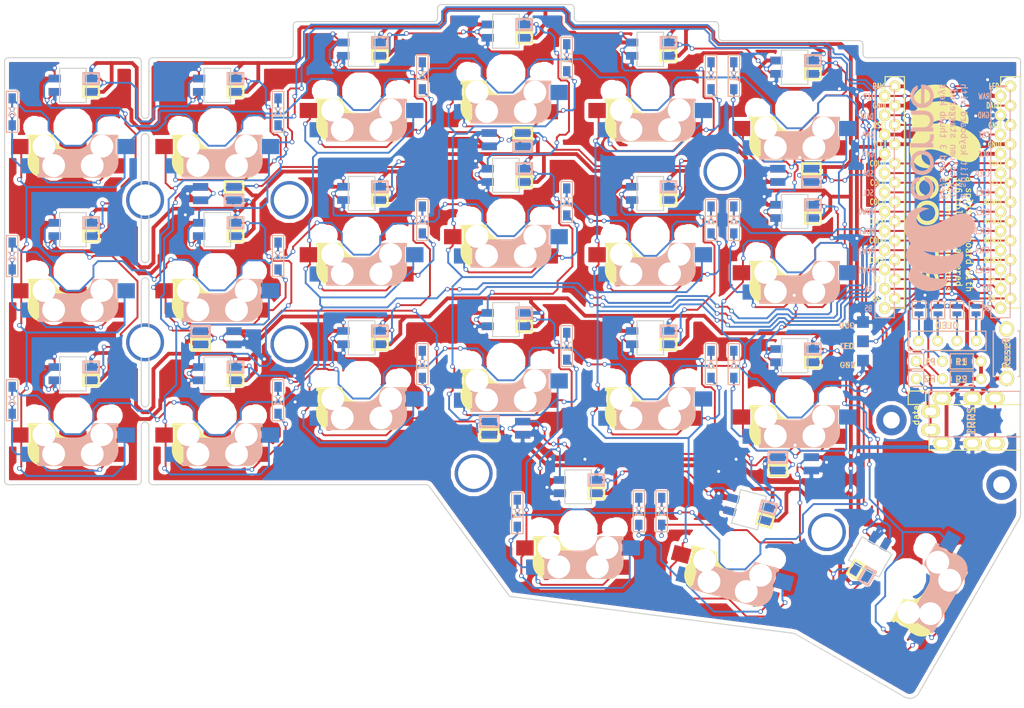
<source format=kicad_pcb>
(kicad_pcb (version 20171130) (host pcbnew "(5.0.0-3-g5ebb6b6)")
  (title_block (title "Corne Cherry") (date 2018-11-17) (rev 2.1) (company foostan))
  (layers (0 F.Cu signal) (31 B.Cu signal) (34 B.Paste user) (35 F.Paste user) (36 B.SilkS user) (37 F.SilkS user) (38 B.Mask user) (39 F.Mask user) (44 Edge.Cuts user))
  (net 0 "")
  (net 1 row0)
  (net 2 "Net-(D1-Pad2)")
  (net 3 row1)
  (net 4 "Net-(D2-Pad2)")
  (net 5 row2)
  (net 6 "Net-(D3-Pad2)")
  (net 7 row3)
  (net 8 "Net-(D4-Pad2)")
  (net 9 "Net-(D5-Pad2)")
  (net 10 "Net-(D6-Pad2)")
  (net 11 "Net-(D7-Pad2)")
  (net 12 "Net-(D8-Pad2)")
  (net 13 "Net-(D9-Pad2)")
  (net 14 "Net-(D10-Pad2)")
  (net 15 "Net-(D11-Pad2)")
  (net 16 "Net-(D12-Pad2)")
  (net 17 "Net-(D13-Pad2)")
  (net 18 "Net-(D14-Pad2)")
  (net 19 "Net-(D15-Pad2)")
  (net 20 "Net-(D16-Pad2)")
  (net 21 "Net-(D17-Pad2)")
  (net 22 "Net-(D18-Pad2)")
  (net 23 "Net-(D19-Pad2)")
  (net 24 "Net-(D20-Pad2)")
  (net 25 "Net-(D21-Pad2)")
  (net 26 GND)
  (net 27 VCC)
  (net 28 col0)
  (net 29 col1)
  (net 30 col2)
  (net 31 col3)
  (net 32 col4)
  (net 33 col5)
  (net 34 LED)
  (net 35 data)
  (net 36 "Net-(L1-Pad3)")
  (net 37 "Net-(L1-Pad1)")
  (net 38 "Net-(L3-Pad3)")
  (net 39 "Net-(L10-Pad1)")
  (net 40 "Net-(L11-Pad1)")
  (net 41 "Net-(L13-Pad1)")
  (net 42 "Net-(L14-Pad3)")
  (net 43 "Net-(L10-Pad3)")
  (net 44 "Net-(L12-Pad1)")
  (net 45 "Net-(L13-Pad3)")
  (net 46 "Net-(L15-Pad3)")
  (net 47 "Net-(L16-Pad3)")
  (net 48 reset)
  (net 49 SCL)
  (net 50 SDA)
  (net 51 "Net-(L5-Pad3)")
  (net 52 "Net-(U1-Pad14)")
  (net 53 "Net-(U1-Pad13)")
  (net 54 "Net-(U1-Pad12)")
  (net 55 "Net-(U1-Pad11)")
  (net 56 "Net-(J2-Pad1)")
  (net 57 "Net-(J2-Pad2)")
  (net 58 "Net-(J2-Pad3)")
  (net 59 "Net-(J2-Pad4)")
  (net 60 "Net-(L2-Pad3)")
  (net 61 "Net-(L3-Pad1)")
  (net 62 "Net-(L11-Pad3)")
  (net 63 "Net-(L14-Pad1)")
  (net 64 "Net-(L12-Pad3)")
  (net 65 "Net-(L17-Pad1)")
  (net 66 "Net-(L18-Pad3)")
  (net 67 "Net-(L19-Pad3)")
  (net 68 "Net-(J1-PadA)")
  (net 69 "Net-(J1-PadB)")
  (net 70 "Net-(U1-Pad24)")
  (net 71 "Net-(L21-Pad3)")
  (net 72 "Net-(L22-Pad3)")
  (net 73 "Net-(L22-Pad1)")
  (net 74 "Net-(L23-Pad3)")
  (net 75 "Net-(L25-Pad1)")
  (net 76 "Net-(L26-Pad1)")
  (module kbd:CherryMX_MidHeight_Hotswap_1.5u (layer F.Cu) (at 179.75 136.5 240)
    (fp_text reference SW21 hide)
    (fp_text value SW_PUSH hide)
    (pad "" np_thru_hole circle (at 4.5 0 240) (size 1.7 1.7) (drill 1.7) (layers *.Cu *.Mask))
    (pad "" np_thru_hole circle (at -4.5 0 240) (size 1.7 1.7) (drill 1.7) (layers *.Cu *.Mask))
    (pad 2 smd rect (at 5.7 -5.12 60) (size 2.3 2) (layers B.Cu B.Paste B.Mask) (net 25 "Net-(D21-Pad2)"))
    (pad "" np_thru_hole circle (at -5.08 0 240) (size 1.9 1.9) (drill 1.9) (layers *.Cu *.Mask))
    (pad "" np_thru_hole circle (at 5.08 0 240) (size 1.9 1.9) (drill 1.9) (layers *.Cu *.Mask))
    (pad "" np_thru_hole circle (at 0 0 330) (size 4.1 4.1) (drill 4.1) (layers *.Cu *.Mask))
    (pad "" np_thru_hole circle (at 2.54 -5.08 60) (size 3 3) (drill 3) (layers *.Cu *.Mask))
    (pad "" np_thru_hole circle (at 3.81 -2.540001 60) (size 3 3) (drill 3) (layers *.Cu *.Mask))
    (pad "" np_thru_hole circle (at -2.54 -5.08 60) (size 3 3) (drill 3) (layers *.Cu *.Mask))
    (pad "" np_thru_hole circle (at -3.81 -2.54 60) (size 3 3) (drill 3) (layers *.Cu *.Mask))
    (pad 2 smd rect (at -5.7 -5.12 60) (size 2.3 2) (layers F.Cu F.Paste F.Mask) (net 25 "Net-(D21-Pad2)"))
    (pad 1 smd rect (at 7 -2.58 60) (size 2.3 2) (layers F.Cu F.Paste F.Mask) (net 33 col5))
    (pad 1 smd rect (at -7 -2.58 60) (size 2.3 2) (layers B.Cu B.Paste B.Mask) (net 33 col5))
  )
  (module kbd:CherryMX_MidHeight_Hotswap (layer F.Cu) (at 70 77.125 180)
    (fp_text reference SW1 hide)
    (fp_text value SW_PUSH hide)
    (pad "" np_thru_hole circle (at 4.5 0 180) (size 1.7 1.7) (drill 1.7) (layers *.Cu *.Mask))
    (pad "" np_thru_hole circle (at -4.5 0 180) (size 1.7 1.7) (drill 1.7) (layers *.Cu *.Mask))
    (pad 2 smd rect (at 5.7 -5.12) (size 2.3 2) (layers B.Cu B.Paste B.Mask) (net 2 "Net-(D1-Pad2)"))
    (pad "" np_thru_hole circle (at -5.08 0 180) (size 1.9 1.9) (drill 1.9) (layers *.Cu *.Mask))
    (pad "" np_thru_hole circle (at 5.08 0 180) (size 1.9 1.9) (drill 1.9) (layers *.Cu *.Mask))
    (pad "" np_thru_hole circle (at 0 0 270) (size 4.1 4.1) (drill 4.1) (layers *.Cu *.Mask))
    (pad "" np_thru_hole circle (at 2.54 -5.08) (size 3 3) (drill 3) (layers *.Cu *.Mask))
    (pad "" np_thru_hole circle (at 3.81 -2.540001) (size 3 3) (drill 3) (layers *.Cu *.Mask))
    (pad "" np_thru_hole circle (at -2.54 -5.08) (size 3 3) (drill 3) (layers *.Cu *.Mask))
    (pad "" np_thru_hole circle (at -3.81 -2.54) (size 3 3) (drill 3) (layers *.Cu *.Mask))
    (pad 2 smd rect (at -5.7 -5.12) (size 2.3 2) (layers F.Cu F.Paste F.Mask) (net 2 "Net-(D1-Pad2)"))
    (pad 1 smd rect (at 7 -2.58) (size 2.3 2) (layers F.Cu F.Paste F.Mask) (net 28 col0))
    (pad 1 smd rect (at -7 -2.58) (size 2.3 2) (layers B.Cu B.Paste B.Mask) (net 28 col0))
  )
  (module kbd:CherryMX_MidHeight_Hotswap (layer F.Cu) (at 136.5 130 180)
    (fp_text reference SW19 hide)
    (fp_text value SW_PUSH hide)
    (pad "" np_thru_hole circle (at 4.5 0 180) (size 1.7 1.7) (drill 1.7) (layers *.Cu *.Mask))
    (pad "" np_thru_hole circle (at -4.5 0 180) (size 1.7 1.7) (drill 1.7) (layers *.Cu *.Mask))
    (pad 2 smd rect (at 5.7 -5.12) (size 2.3 2) (layers B.Cu B.Paste B.Mask) (net 23 "Net-(D19-Pad2)"))
    (pad "" np_thru_hole circle (at -5.08 0 180) (size 1.9 1.9) (drill 1.9) (layers *.Cu *.Mask))
    (pad "" np_thru_hole circle (at 5.08 0 180) (size 1.9 1.9) (drill 1.9) (layers *.Cu *.Mask))
    (pad "" np_thru_hole circle (at 0 0 270) (size 4.1 4.1) (drill 4.1) (layers *.Cu *.Mask))
    (pad "" np_thru_hole circle (at 2.54 -5.08) (size 3 3) (drill 3) (layers *.Cu *.Mask))
    (pad "" np_thru_hole circle (at 3.81 -2.540001) (size 3 3) (drill 3) (layers *.Cu *.Mask))
    (pad "" np_thru_hole circle (at -2.54 -5.08) (size 3 3) (drill 3) (layers *.Cu *.Mask))
    (pad "" np_thru_hole circle (at -3.81 -2.54) (size 3 3) (drill 3) (layers *.Cu *.Mask))
    (pad 2 smd rect (at -5.7 -5.12) (size 2.3 2) (layers F.Cu F.Paste F.Mask) (net 23 "Net-(D19-Pad2)"))
    (pad 1 smd rect (at 7 -2.58) (size 2.3 2) (layers F.Cu F.Paste F.Mask) (net 31 col3))
    (pad 1 smd rect (at -7 -2.58) (size 2.3 2) (layers B.Cu B.Paste B.Mask) (net 31 col3))
  )
  (module kbd:CherryMX_MidHeight_Hotswap (layer F.Cu) (at 165 112.75 180)
    (fp_text reference SW18 hide)
    (fp_text value SW_PUSH hide)
    (pad "" np_thru_hole circle (at 4.5 0 180) (size 1.7 1.7) (drill 1.7) (layers *.Cu *.Mask))
    (pad "" np_thru_hole circle (at -4.5 0 180) (size 1.7 1.7) (drill 1.7) (layers *.Cu *.Mask))
    (pad 2 smd rect (at 5.7 -5.12) (size 2.3 2) (layers B.Cu B.Paste B.Mask) (net 22 "Net-(D18-Pad2)"))
    (pad "" np_thru_hole circle (at -5.08 0 180) (size 1.9 1.9) (drill 1.9) (layers *.Cu *.Mask))
    (pad "" np_thru_hole circle (at 5.08 0 180) (size 1.9 1.9) (drill 1.9) (layers *.Cu *.Mask))
    (pad "" np_thru_hole circle (at 0 0 270) (size 4.1 4.1) (drill 4.1) (layers *.Cu *.Mask))
    (pad "" np_thru_hole circle (at 2.54 -5.08) (size 3 3) (drill 3) (layers *.Cu *.Mask))
    (pad "" np_thru_hole circle (at 3.81 -2.540001) (size 3 3) (drill 3) (layers *.Cu *.Mask))
    (pad "" np_thru_hole circle (at -2.54 -5.08) (size 3 3) (drill 3) (layers *.Cu *.Mask))
    (pad "" np_thru_hole circle (at -3.81 -2.54) (size 3 3) (drill 3) (layers *.Cu *.Mask))
    (pad 2 smd rect (at -5.7 -5.12) (size 2.3 2) (layers F.Cu F.Paste F.Mask) (net 22 "Net-(D18-Pad2)"))
    (pad 1 smd rect (at 7 -2.58) (size 2.3 2) (layers F.Cu F.Paste F.Mask) (net 33 col5))
    (pad 1 smd rect (at -7 -2.58) (size 2.3 2) (layers B.Cu B.Paste B.Mask) (net 33 col5))
  )
  (module kbd:CherryMX_MidHeight_Hotswap (layer F.Cu) (at 108 110.375 180)
    (fp_text reference SW15 hide)
    (fp_text value SW_PUSH hide)
    (pad "" np_thru_hole circle (at 4.5 0 180) (size 1.7 1.7) (drill 1.7) (layers *.Cu *.Mask))
    (pad "" np_thru_hole circle (at -4.5 0 180) (size 1.7 1.7) (drill 1.7) (layers *.Cu *.Mask))
    (pad 2 smd rect (at 5.7 -5.12) (size 2.3 2) (layers B.Cu B.Paste B.Mask) (net 19 "Net-(D15-Pad2)"))
    (pad "" np_thru_hole circle (at -5.08 0 180) (size 1.9 1.9) (drill 1.9) (layers *.Cu *.Mask))
    (pad "" np_thru_hole circle (at 5.08 0 180) (size 1.9 1.9) (drill 1.9) (layers *.Cu *.Mask))
    (pad "" np_thru_hole circle (at 0 0 270) (size 4.1 4.1) (drill 4.1) (layers *.Cu *.Mask))
    (pad "" np_thru_hole circle (at 2.54 -5.08) (size 3 3) (drill 3) (layers *.Cu *.Mask))
    (pad "" np_thru_hole circle (at 3.81 -2.540001) (size 3 3) (drill 3) (layers *.Cu *.Mask))
    (pad "" np_thru_hole circle (at -2.54 -5.08) (size 3 3) (drill 3) (layers *.Cu *.Mask))
    (pad "" np_thru_hole circle (at -3.81 -2.54) (size 3 3) (drill 3) (layers *.Cu *.Mask))
    (pad 2 smd rect (at -5.7 -5.12) (size 2.3 2) (layers F.Cu F.Paste F.Mask) (net 19 "Net-(D15-Pad2)"))
    (pad 1 smd rect (at 7 -2.58) (size 2.3 2) (layers F.Cu F.Paste F.Mask) (net 30 col2))
    (pad 1 smd rect (at -7 -2.58) (size 2.3 2) (layers B.Cu B.Paste B.Mask) (net 30 col2))
  )
  (module kbd:CherryMX_MidHeight_Hotswap (layer F.Cu) (at 89 115.125 180)
    (fp_text reference SW14 hide)
    (fp_text value SW_PUSH hide)
    (pad "" np_thru_hole circle (at 4.5 0 180) (size 1.7 1.7) (drill 1.7) (layers *.Cu *.Mask))
    (pad "" np_thru_hole circle (at -4.5 0 180) (size 1.7 1.7) (drill 1.7) (layers *.Cu *.Mask))
    (pad 2 smd rect (at 5.7 -5.12) (size 2.3 2) (layers B.Cu B.Paste B.Mask) (net 18 "Net-(D14-Pad2)"))
    (pad "" np_thru_hole circle (at -5.08 0 180) (size 1.9 1.9) (drill 1.9) (layers *.Cu *.Mask))
    (pad "" np_thru_hole circle (at 5.08 0 180) (size 1.9 1.9) (drill 1.9) (layers *.Cu *.Mask))
    (pad "" np_thru_hole circle (at 0 0 270) (size 4.1 4.1) (drill 4.1) (layers *.Cu *.Mask))
    (pad "" np_thru_hole circle (at 2.54 -5.08) (size 3 3) (drill 3) (layers *.Cu *.Mask))
    (pad "" np_thru_hole circle (at 3.81 -2.540001) (size 3 3) (drill 3) (layers *.Cu *.Mask))
    (pad "" np_thru_hole circle (at -2.54 -5.08) (size 3 3) (drill 3) (layers *.Cu *.Mask))
    (pad "" np_thru_hole circle (at -3.81 -2.54) (size 3 3) (drill 3) (layers *.Cu *.Mask))
    (pad 2 smd rect (at -5.7 -5.12) (size 2.3 2) (layers F.Cu F.Paste F.Mask) (net 18 "Net-(D14-Pad2)"))
    (pad 1 smd rect (at 7 -2.58) (size 2.3 2) (layers F.Cu F.Paste F.Mask) (net 29 col1))
    (pad 1 smd rect (at -7 -2.58) (size 2.3 2) (layers B.Cu B.Paste B.Mask) (net 29 col1))
  )
  (module kbd:CherryMX_MidHeight_Hotswap (layer F.Cu) (at 70 115.125 180)
    (fp_text reference SW13 hide)
    (fp_text value SW_PUSH hide)
    (pad "" np_thru_hole circle (at 4.5 0 180) (size 1.7 1.7) (drill 1.7) (layers *.Cu *.Mask))
    (pad "" np_thru_hole circle (at -4.5 0 180) (size 1.7 1.7) (drill 1.7) (layers *.Cu *.Mask))
    (pad 2 smd rect (at 5.7 -5.12) (size 2.3 2) (layers B.Cu B.Paste B.Mask) (net 17 "Net-(D13-Pad2)"))
    (pad "" np_thru_hole circle (at -5.08 0 180) (size 1.9 1.9) (drill 1.9) (layers *.Cu *.Mask))
    (pad "" np_thru_hole circle (at 5.08 0 180) (size 1.9 1.9) (drill 1.9) (layers *.Cu *.Mask))
    (pad "" np_thru_hole circle (at 0 0 270) (size 4.1 4.1) (drill 4.1) (layers *.Cu *.Mask))
    (pad "" np_thru_hole circle (at 2.54 -5.08) (size 3 3) (drill 3) (layers *.Cu *.Mask))
    (pad "" np_thru_hole circle (at 3.81 -2.540001) (size 3 3) (drill 3) (layers *.Cu *.Mask))
    (pad "" np_thru_hole circle (at -2.54 -5.08) (size 3 3) (drill 3) (layers *.Cu *.Mask))
    (pad "" np_thru_hole circle (at -3.81 -2.54) (size 3 3) (drill 3) (layers *.Cu *.Mask))
    (pad 2 smd rect (at -5.7 -5.12) (size 2.3 2) (layers F.Cu F.Paste F.Mask) (net 17 "Net-(D13-Pad2)"))
    (pad 1 smd rect (at 7 -2.58) (size 2.3 2) (layers F.Cu F.Paste F.Mask) (net 28 col0))
    (pad 1 smd rect (at -7 -2.58) (size 2.3 2) (layers B.Cu B.Paste B.Mask) (net 28 col0))
  )
  (module kbd:CherryMX_MidHeight_Hotswap (layer F.Cu) (at 165 93.75 180)
    (fp_text reference SW12 hide)
    (fp_text value SW_PUSH hide)
    (pad "" np_thru_hole circle (at 4.5 0 180) (size 1.7 1.7) (drill 1.7) (layers *.Cu *.Mask))
    (pad "" np_thru_hole circle (at -4.5 0 180) (size 1.7 1.7) (drill 1.7) (layers *.Cu *.Mask))
    (pad 2 smd rect (at 5.7 -5.12) (size 2.3 2) (layers B.Cu B.Paste B.Mask) (net 16 "Net-(D12-Pad2)"))
    (pad "" np_thru_hole circle (at -5.08 0 180) (size 1.9 1.9) (drill 1.9) (layers *.Cu *.Mask))
    (pad "" np_thru_hole circle (at 5.08 0 180) (size 1.9 1.9) (drill 1.9) (layers *.Cu *.Mask))
    (pad "" np_thru_hole circle (at 0 0 270) (size 4.1 4.1) (drill 4.1) (layers *.Cu *.Mask))
    (pad "" np_thru_hole circle (at 2.54 -5.08) (size 3 3) (drill 3) (layers *.Cu *.Mask))
    (pad "" np_thru_hole circle (at 3.81 -2.540001) (size 3 3) (drill 3) (layers *.Cu *.Mask))
    (pad "" np_thru_hole circle (at -2.54 -5.08) (size 3 3) (drill 3) (layers *.Cu *.Mask))
    (pad "" np_thru_hole circle (at -3.81 -2.54) (size 3 3) (drill 3) (layers *.Cu *.Mask))
    (pad 2 smd rect (at -5.7 -5.12) (size 2.3 2) (layers F.Cu F.Paste F.Mask) (net 16 "Net-(D12-Pad2)"))
    (pad 1 smd rect (at 7 -2.58) (size 2.3 2) (layers F.Cu F.Paste F.Mask) (net 33 col5))
    (pad 1 smd rect (at -7 -2.58) (size 2.3 2) (layers B.Cu B.Paste B.Mask) (net 33 col5))
  )
  (module kbd:CherryMX_MidHeight_Hotswap (layer F.Cu) (at 146 91.375 180)
    (fp_text reference SW11 hide)
    (fp_text value SW_PUSH hide)
    (pad "" np_thru_hole circle (at 4.5 0 180) (size 1.7 1.7) (drill 1.7) (layers *.Cu *.Mask))
    (pad "" np_thru_hole circle (at -4.5 0 180) (size 1.7 1.7) (drill 1.7) (layers *.Cu *.Mask))
    (pad 2 smd rect (at 5.7 -5.12) (size 2.3 2) (layers B.Cu B.Paste B.Mask) (net 15 "Net-(D11-Pad2)"))
    (pad "" np_thru_hole circle (at -5.08 0 180) (size 1.9 1.9) (drill 1.9) (layers *.Cu *.Mask))
    (pad "" np_thru_hole circle (at 5.08 0 180) (size 1.9 1.9) (drill 1.9) (layers *.Cu *.Mask))
    (pad "" np_thru_hole circle (at 0 0 270) (size 4.1 4.1) (drill 4.1) (layers *.Cu *.Mask))
    (pad "" np_thru_hole circle (at 2.54 -5.08) (size 3 3) (drill 3) (layers *.Cu *.Mask))
    (pad "" np_thru_hole circle (at 3.81 -2.540001) (size 3 3) (drill 3) (layers *.Cu *.Mask))
    (pad "" np_thru_hole circle (at -2.54 -5.08) (size 3 3) (drill 3) (layers *.Cu *.Mask))
    (pad "" np_thru_hole circle (at -3.81 -2.54) (size 3 3) (drill 3) (layers *.Cu *.Mask))
    (pad 2 smd rect (at -5.7 -5.12) (size 2.3 2) (layers F.Cu F.Paste F.Mask) (net 15 "Net-(D11-Pad2)"))
    (pad 1 smd rect (at 7 -2.58) (size 2.3 2) (layers F.Cu F.Paste F.Mask) (net 32 col4))
    (pad 1 smd rect (at -7 -2.58) (size 2.3 2) (layers B.Cu B.Paste B.Mask) (net 32 col4))
  )
  (module kbd:CherryMX_MidHeight_Hotswap (layer F.Cu) (at 127 89 180)
    (fp_text reference SW10 hide)
    (fp_text value SW_PUSH hide)
    (pad "" np_thru_hole circle (at 4.5 0 180) (size 1.7 1.7) (drill 1.7) (layers *.Cu *.Mask))
    (pad "" np_thru_hole circle (at -4.5 0 180) (size 1.7 1.7) (drill 1.7) (layers *.Cu *.Mask))
    (pad 2 smd rect (at 5.7 -5.12) (size 2.3 2) (layers B.Cu B.Paste B.Mask) (net 14 "Net-(D10-Pad2)"))
    (pad "" np_thru_hole circle (at -5.08 0 180) (size 1.9 1.9) (drill 1.9) (layers *.Cu *.Mask))
    (pad "" np_thru_hole circle (at 5.08 0 180) (size 1.9 1.9) (drill 1.9) (layers *.Cu *.Mask))
    (pad "" np_thru_hole circle (at 0 0 270) (size 4.1 4.1) (drill 4.1) (layers *.Cu *.Mask))
    (pad "" np_thru_hole circle (at 2.54 -5.08) (size 3 3) (drill 3) (layers *.Cu *.Mask))
    (pad "" np_thru_hole circle (at 3.81 -2.540001) (size 3 3) (drill 3) (layers *.Cu *.Mask))
    (pad "" np_thru_hole circle (at -2.54 -5.08) (size 3 3) (drill 3) (layers *.Cu *.Mask))
    (pad "" np_thru_hole circle (at -3.81 -2.54) (size 3 3) (drill 3) (layers *.Cu *.Mask))
    (pad 2 smd rect (at -5.7 -5.12) (size 2.3 2) (layers F.Cu F.Paste F.Mask) (net 14 "Net-(D10-Pad2)"))
    (pad 1 smd rect (at 7 -2.58) (size 2.3 2) (layers F.Cu F.Paste F.Mask) (net 31 col3))
    (pad 1 smd rect (at -7 -2.58) (size 2.3 2) (layers B.Cu B.Paste B.Mask) (net 31 col3))
  )
  (module kbd:CherryMX_MidHeight_Hotswap (layer F.Cu) (at 108 91.375 180)
    (fp_text reference SW9 hide)
    (fp_text value SW_PUSH hide)
    (pad "" np_thru_hole circle (at 4.5 0 180) (size 1.7 1.7) (drill 1.7) (layers *.Cu *.Mask))
    (pad "" np_thru_hole circle (at -4.5 0 180) (size 1.7 1.7) (drill 1.7) (layers *.Cu *.Mask))
    (pad 2 smd rect (at 5.7 -5.12) (size 2.3 2) (layers B.Cu B.Paste B.Mask) (net 13 "Net-(D9-Pad2)"))
    (pad "" np_thru_hole circle (at -5.08 0 180) (size 1.9 1.9) (drill 1.9) (layers *.Cu *.Mask))
    (pad "" np_thru_hole circle (at 5.08 0 180) (size 1.9 1.9) (drill 1.9) (layers *.Cu *.Mask))
    (pad "" np_thru_hole circle (at 0 0 270) (size 4.1 4.1) (drill 4.1) (layers *.Cu *.Mask))
    (pad "" np_thru_hole circle (at 2.54 -5.08) (size 3 3) (drill 3) (layers *.Cu *.Mask))
    (pad "" np_thru_hole circle (at 3.81 -2.540001) (size 3 3) (drill 3) (layers *.Cu *.Mask))
    (pad "" np_thru_hole circle (at -2.54 -5.08) (size 3 3) (drill 3) (layers *.Cu *.Mask))
    (pad "" np_thru_hole circle (at -3.81 -2.54) (size 3 3) (drill 3) (layers *.Cu *.Mask))
    (pad 2 smd rect (at -5.7 -5.12) (size 2.3 2) (layers F.Cu F.Paste F.Mask) (net 13 "Net-(D9-Pad2)"))
    (pad 1 smd rect (at 7 -2.58) (size 2.3 2) (layers F.Cu F.Paste F.Mask) (net 30 col2))
    (pad 1 smd rect (at -7 -2.58) (size 2.3 2) (layers B.Cu B.Paste B.Mask) (net 30 col2))
  )
  (module kbd:CherryMX_MidHeight_Hotswap (layer F.Cu) (at 89 96.125 180)
    (fp_text reference SW8 hide)
    (fp_text value SW_PUSH hide)
    (pad "" np_thru_hole circle (at 4.5 0 180) (size 1.7 1.7) (drill 1.7) (layers *.Cu *.Mask))
    (pad "" np_thru_hole circle (at -4.5 0 180) (size 1.7 1.7) (drill 1.7) (layers *.Cu *.Mask))
    (pad 2 smd rect (at 5.7 -5.12) (size 2.3 2) (layers B.Cu B.Paste B.Mask) (net 12 "Net-(D8-Pad2)"))
    (pad "" np_thru_hole circle (at -5.08 0 180) (size 1.9 1.9) (drill 1.9) (layers *.Cu *.Mask))
    (pad "" np_thru_hole circle (at 5.08 0 180) (size 1.9 1.9) (drill 1.9) (layers *.Cu *.Mask))
    (pad "" np_thru_hole circle (at 0 0 270) (size 4.1 4.1) (drill 4.1) (layers *.Cu *.Mask))
    (pad "" np_thru_hole circle (at 2.54 -5.08) (size 3 3) (drill 3) (layers *.Cu *.Mask))
    (pad "" np_thru_hole circle (at 3.81 -2.540001) (size 3 3) (drill 3) (layers *.Cu *.Mask))
    (pad "" np_thru_hole circle (at -2.54 -5.08) (size 3 3) (drill 3) (layers *.Cu *.Mask))
    (pad "" np_thru_hole circle (at -3.81 -2.54) (size 3 3) (drill 3) (layers *.Cu *.Mask))
    (pad 2 smd rect (at -5.7 -5.12) (size 2.3 2) (layers F.Cu F.Paste F.Mask) (net 12 "Net-(D8-Pad2)"))
    (pad 1 smd rect (at 7 -2.58) (size 2.3 2) (layers F.Cu F.Paste F.Mask) (net 29 col1))
    (pad 1 smd rect (at -7 -2.58) (size 2.3 2) (layers B.Cu B.Paste B.Mask) (net 29 col1))
  )
  (module kbd:CherryMX_MidHeight_Hotswap (layer F.Cu) (at 70 96.125 180)
    (fp_text reference SW7 hide)
    (fp_text value SW_PUSH hide)
    (pad "" np_thru_hole circle (at 4.5 0 180) (size 1.7 1.7) (drill 1.7) (layers *.Cu *.Mask))
    (pad "" np_thru_hole circle (at -4.5 0 180) (size 1.7 1.7) (drill 1.7) (layers *.Cu *.Mask))
    (pad 2 smd rect (at 5.7 -5.12) (size 2.3 2) (layers B.Cu B.Paste B.Mask) (net 11 "Net-(D7-Pad2)"))
    (pad "" np_thru_hole circle (at -5.08 0 180) (size 1.9 1.9) (drill 1.9) (layers *.Cu *.Mask))
    (pad "" np_thru_hole circle (at 5.08 0 180) (size 1.9 1.9) (drill 1.9) (layers *.Cu *.Mask))
    (pad "" np_thru_hole circle (at 0 0 270) (size 4.1 4.1) (drill 4.1) (layers *.Cu *.Mask))
    (pad "" np_thru_hole circle (at 2.54 -5.08) (size 3 3) (drill 3) (layers *.Cu *.Mask))
    (pad "" np_thru_hole circle (at 3.81 -2.540001) (size 3 3) (drill 3) (layers *.Cu *.Mask))
    (pad "" np_thru_hole circle (at -2.54 -5.08) (size 3 3) (drill 3) (layers *.Cu *.Mask))
    (pad "" np_thru_hole circle (at -3.81 -2.54) (size 3 3) (drill 3) (layers *.Cu *.Mask))
    (pad 2 smd rect (at -5.7 -5.12) (size 2.3 2) (layers F.Cu F.Paste F.Mask) (net 11 "Net-(D7-Pad2)"))
    (pad 1 smd rect (at 7 -2.58) (size 2.3 2) (layers F.Cu F.Paste F.Mask) (net 28 col0))
    (pad 1 smd rect (at -7 -2.58) (size 2.3 2) (layers B.Cu B.Paste B.Mask) (net 28 col0))
  )
  (module kbd:CherryMX_MidHeight_Hotswap (layer F.Cu) (at 165 74.75 180)
    (fp_text reference SW6 hide)
    (fp_text value SW_PUSH hide)
    (pad "" np_thru_hole circle (at 4.5 0 180) (size 1.7 1.7) (drill 1.7) (layers *.Cu *.Mask))
    (pad "" np_thru_hole circle (at -4.5 0 180) (size 1.7 1.7) (drill 1.7) (layers *.Cu *.Mask))
    (pad 2 smd rect (at 5.7 -5.12) (size 2.3 2) (layers B.Cu B.Paste B.Mask) (net 10 "Net-(D6-Pad2)"))
    (pad "" np_thru_hole circle (at -5.08 0 180) (size 1.9 1.9) (drill 1.9) (layers *.Cu *.Mask))
    (pad "" np_thru_hole circle (at 5.08 0 180) (size 1.9 1.9) (drill 1.9) (layers *.Cu *.Mask))
    (pad "" np_thru_hole circle (at 0 0 270) (size 4.1 4.1) (drill 4.1) (layers *.Cu *.Mask))
    (pad "" np_thru_hole circle (at 2.54 -5.08) (size 3 3) (drill 3) (layers *.Cu *.Mask))
    (pad "" np_thru_hole circle (at 3.81 -2.540001) (size 3 3) (drill 3) (layers *.Cu *.Mask))
    (pad "" np_thru_hole circle (at -2.54 -5.08) (size 3 3) (drill 3) (layers *.Cu *.Mask))
    (pad "" np_thru_hole circle (at -3.81 -2.54) (size 3 3) (drill 3) (layers *.Cu *.Mask))
    (pad 2 smd rect (at -5.7 -5.12) (size 2.3 2) (layers F.Cu F.Paste F.Mask) (net 10 "Net-(D6-Pad2)"))
    (pad 1 smd rect (at 7 -2.58) (size 2.3 2) (layers F.Cu F.Paste F.Mask) (net 33 col5))
    (pad 1 smd rect (at -7 -2.58) (size 2.3 2) (layers B.Cu B.Paste B.Mask) (net 33 col5))
  )
  (module kbd:CherryMX_MidHeight_Hotswap (layer F.Cu) (at 146 72.375 180)
    (fp_text reference SW5 hide)
    (fp_text value SW_PUSH hide)
    (pad "" np_thru_hole circle (at 4.5 0 180) (size 1.7 1.7) (drill 1.7) (layers *.Cu *.Mask))
    (pad "" np_thru_hole circle (at -4.5 0 180) (size 1.7 1.7) (drill 1.7) (layers *.Cu *.Mask))
    (pad 2 smd rect (at 5.7 -5.12) (size 2.3 2) (layers B.Cu B.Paste B.Mask) (net 9 "Net-(D5-Pad2)"))
    (pad "" np_thru_hole circle (at -5.08 0 180) (size 1.9 1.9) (drill 1.9) (layers *.Cu *.Mask))
    (pad "" np_thru_hole circle (at 5.08 0 180) (size 1.9 1.9) (drill 1.9) (layers *.Cu *.Mask))
    (pad "" np_thru_hole circle (at 0 0 270) (size 4.1 4.1) (drill 4.1) (layers *.Cu *.Mask))
    (pad "" np_thru_hole circle (at 2.54 -5.08) (size 3 3) (drill 3) (layers *.Cu *.Mask))
    (pad "" np_thru_hole circle (at 3.81 -2.540001) (size 3 3) (drill 3) (layers *.Cu *.Mask))
    (pad "" np_thru_hole circle (at -2.54 -5.08) (size 3 3) (drill 3) (layers *.Cu *.Mask))
    (pad "" np_thru_hole circle (at -3.81 -2.54) (size 3 3) (drill 3) (layers *.Cu *.Mask))
    (pad 2 smd rect (at -5.7 -5.12) (size 2.3 2) (layers F.Cu F.Paste F.Mask) (net 9 "Net-(D5-Pad2)"))
    (pad 1 smd rect (at 7 -2.58) (size 2.3 2) (layers F.Cu F.Paste F.Mask) (net 32 col4))
    (pad 1 smd rect (at -7 -2.58) (size 2.3 2) (layers B.Cu B.Paste B.Mask) (net 32 col4))
  )
  (module kbd:CherryMX_MidHeight_Hotswap (layer F.Cu) (at 108 72.375 180)
    (fp_text reference SW3 hide)
    (fp_text value SW_PUSH hide)
    (pad "" np_thru_hole circle (at 4.5 0 180) (size 1.7 1.7) (drill 1.7) (layers *.Cu *.Mask))
    (pad "" np_thru_hole circle (at -4.5 0 180) (size 1.7 1.7) (drill 1.7) (layers *.Cu *.Mask))
    (pad 2 smd rect (at 5.7 -5.12) (size 2.3 2) (layers B.Cu B.Paste B.Mask) (net 6 "Net-(D3-Pad2)"))
    (pad "" np_thru_hole circle (at -5.08 0 180) (size 1.9 1.9) (drill 1.9) (layers *.Cu *.Mask))
    (pad "" np_thru_hole circle (at 5.08 0 180) (size 1.9 1.9) (drill 1.9) (layers *.Cu *.Mask))
    (pad "" np_thru_hole circle (at 0 0 270) (size 4.1 4.1) (drill 4.1) (layers *.Cu *.Mask))
    (pad "" np_thru_hole circle (at 2.54 -5.08) (size 3 3) (drill 3) (layers *.Cu *.Mask))
    (pad "" np_thru_hole circle (at 3.81 -2.540001) (size 3 3) (drill 3) (layers *.Cu *.Mask))
    (pad "" np_thru_hole circle (at -2.54 -5.08) (size 3 3) (drill 3) (layers *.Cu *.Mask))
    (pad "" np_thru_hole circle (at -3.81 -2.54) (size 3 3) (drill 3) (layers *.Cu *.Mask))
    (pad 2 smd rect (at -5.7 -5.12) (size 2.3 2) (layers F.Cu F.Paste F.Mask) (net 6 "Net-(D3-Pad2)"))
    (pad 1 smd rect (at 7 -2.58) (size 2.3 2) (layers F.Cu F.Paste F.Mask) (net 30 col2))
    (pad 1 smd rect (at -7 -2.58) (size 2.3 2) (layers B.Cu B.Paste B.Mask) (net 30 col2))
  )
  (module kbd:CherryMX_MidHeight_Hotswap (layer F.Cu) (at 89 77.125 180)
    (fp_text reference SW2 hide)
    (fp_text value SW_PUSH hide)
    (pad "" np_thru_hole circle (at 4.5 0 180) (size 1.7 1.7) (drill 1.7) (layers *.Cu *.Mask))
    (pad "" np_thru_hole circle (at -4.5 0 180) (size 1.7 1.7) (drill 1.7) (layers *.Cu *.Mask))
    (pad 2 smd rect (at 5.7 -5.12) (size 2.3 2) (layers B.Cu B.Paste B.Mask) (net 4 "Net-(D2-Pad2)"))
    (pad "" np_thru_hole circle (at -5.08 0 180) (size 1.9 1.9) (drill 1.9) (layers *.Cu *.Mask))
    (pad "" np_thru_hole circle (at 5.08 0 180) (size 1.9 1.9) (drill 1.9) (layers *.Cu *.Mask))
    (pad "" np_thru_hole circle (at 0 0 270) (size 4.1 4.1) (drill 4.1) (layers *.Cu *.Mask))
    (pad "" np_thru_hole circle (at 2.54 -5.08) (size 3 3) (drill 3) (layers *.Cu *.Mask))
    (pad "" np_thru_hole circle (at 3.81 -2.540001) (size 3 3) (drill 3) (layers *.Cu *.Mask))
    (pad "" np_thru_hole circle (at -2.54 -5.08) (size 3 3) (drill 3) (layers *.Cu *.Mask))
    (pad "" np_thru_hole circle (at -3.81 -2.54) (size 3 3) (drill 3) (layers *.Cu *.Mask))
    (pad 2 smd rect (at -5.7 -5.12) (size 2.3 2) (layers F.Cu F.Paste F.Mask) (net 4 "Net-(D2-Pad2)"))
    (pad 1 smd rect (at 7 -2.58) (size 2.3 2) (layers F.Cu F.Paste F.Mask) (net 29 col1))
    (pad 1 smd rect (at -7 -2.58) (size 2.3 2) (layers B.Cu B.Paste B.Mask) (net 29 col1))
  )
  (module kbd:CherryMX_MidHeight_Hotswap (layer F.Cu) (at 146 110.375 180)
    (fp_text reference SW17 hide)
    (fp_text value SW_PUSH hide)
    (pad "" np_thru_hole circle (at 4.5 0 180) (size 1.7 1.7) (drill 1.7) (layers *.Cu *.Mask))
    (pad "" np_thru_hole circle (at -4.5 0 180) (size 1.7 1.7) (drill 1.7) (layers *.Cu *.Mask))
    (pad 2 smd rect (at 5.7 -5.12) (size 2.3 2) (layers B.Cu B.Paste B.Mask) (net 21 "Net-(D17-Pad2)"))
    (pad "" np_thru_hole circle (at -5.08 0 180) (size 1.9 1.9) (drill 1.9) (layers *.Cu *.Mask))
    (pad "" np_thru_hole circle (at 5.08 0 180) (size 1.9 1.9) (drill 1.9) (layers *.Cu *.Mask))
    (pad "" np_thru_hole circle (at 0 0 270) (size 4.1 4.1) (drill 4.1) (layers *.Cu *.Mask))
    (pad "" np_thru_hole circle (at 2.54 -5.08) (size 3 3) (drill 3) (layers *.Cu *.Mask))
    (pad "" np_thru_hole circle (at 3.81 -2.540001) (size 3 3) (drill 3) (layers *.Cu *.Mask))
    (pad "" np_thru_hole circle (at -2.54 -5.08) (size 3 3) (drill 3) (layers *.Cu *.Mask))
    (pad "" np_thru_hole circle (at -3.81 -2.54) (size 3 3) (drill 3) (layers *.Cu *.Mask))
    (pad 2 smd rect (at -5.7 -5.12) (size 2.3 2) (layers F.Cu F.Paste F.Mask) (net 21 "Net-(D17-Pad2)"))
    (pad 1 smd rect (at 7 -2.58) (size 2.3 2) (layers F.Cu F.Paste F.Mask) (net 32 col4))
    (pad 1 smd rect (at -7 -2.58) (size 2.3 2) (layers B.Cu B.Paste B.Mask) (net 32 col4))
  )
  (module kbd:CherryMX_MidHeight_Hotswap (layer F.Cu) (at 157.5 132.75 165)
    (fp_text reference SW20 hide)
    (fp_text value SW_PUSH hide)
    (pad "" np_thru_hole circle (at 4.5 0 165) (size 1.7 1.7) (drill 1.7) (layers *.Cu *.Mask))
    (pad "" np_thru_hole circle (at -4.5 0 165) (size 1.7 1.7) (drill 1.7) (layers *.Cu *.Mask))
    (pad 2 smd rect (at 5.7 -5.12 345) (size 2.3 2) (layers B.Cu B.Paste B.Mask) (net 24 "Net-(D20-Pad2)"))
    (pad "" np_thru_hole circle (at -5.08 0 165) (size 1.9 1.9) (drill 1.9) (layers *.Cu *.Mask))
    (pad "" np_thru_hole circle (at 5.08 0 165) (size 1.9 1.9) (drill 1.9) (layers *.Cu *.Mask))
    (pad "" np_thru_hole circle (at 0 0 255) (size 4.1 4.1) (drill 4.1) (layers *.Cu *.Mask))
    (pad "" np_thru_hole circle (at 2.54 -5.08 345) (size 3 3) (drill 3) (layers *.Cu *.Mask))
    (pad "" np_thru_hole circle (at 3.81 -2.540001 345) (size 3 3) (drill 3) (layers *.Cu *.Mask))
    (pad "" np_thru_hole circle (at -2.54 -5.08 345) (size 3 3) (drill 3) (layers *.Cu *.Mask))
    (pad "" np_thru_hole circle (at -3.81 -2.54 345) (size 3 3) (drill 3) (layers *.Cu *.Mask))
    (pad 2 smd rect (at -5.7 -5.12 345) (size 2.3 2) (layers F.Cu F.Paste F.Mask) (net 24 "Net-(D20-Pad2)"))
    (pad 1 smd rect (at 7 -2.58 345) (size 2.3 2) (layers F.Cu F.Paste F.Mask) (net 32 col4))
    (pad 1 smd rect (at -7 -2.58 345) (size 2.3 2) (layers B.Cu B.Paste B.Mask) (net 32 col4))
  )
  (module kbd:CherryMX_MidHeight_Hotswap (layer F.Cu) (at 127 70 180)
    (fp_text reference SW4 hide)
    (fp_text value SW_PUSH hide)
    (pad "" np_thru_hole circle (at 4.5 0 180) (size 1.7 1.7) (drill 1.7) (layers *.Cu *.Mask))
    (pad "" np_thru_hole circle (at -4.5 0 180) (size 1.7 1.7) (drill 1.7) (layers *.Cu *.Mask))
    (pad 2 smd rect (at 5.7 -5.12) (size 2.3 2) (layers B.Cu B.Paste B.Mask) (net 8 "Net-(D4-Pad2)"))
    (pad "" np_thru_hole circle (at -5.08 0 180) (size 1.9 1.9) (drill 1.9) (layers *.Cu *.Mask))
    (pad "" np_thru_hole circle (at 5.08 0 180) (size 1.9 1.9) (drill 1.9) (layers *.Cu *.Mask))
    (pad "" np_thru_hole circle (at 0 0 270) (size 4.1 4.1) (drill 4.1) (layers *.Cu *.Mask))
    (pad "" np_thru_hole circle (at 2.54 -5.08) (size 3 3) (drill 3) (layers *.Cu *.Mask))
    (pad "" np_thru_hole circle (at 3.81 -2.540001) (size 3 3) (drill 3) (layers *.Cu *.Mask))
    (pad "" np_thru_hole circle (at -2.54 -5.08) (size 3 3) (drill 3) (layers *.Cu *.Mask))
    (pad "" np_thru_hole circle (at -3.81 -2.54) (size 3 3) (drill 3) (layers *.Cu *.Mask))
    (pad 2 smd rect (at -5.7 -5.12) (size 2.3 2) (layers F.Cu F.Paste F.Mask) (net 8 "Net-(D4-Pad2)"))
    (pad 1 smd rect (at 7 -2.58) (size 2.3 2) (layers F.Cu F.Paste F.Mask) (net 31 col3))
    (pad 1 smd rect (at -7 -2.58) (size 2.3 2) (layers B.Cu B.Paste B.Mask) (net 31 col3))
  )
  (module kbd:CherryMX_MidHeight_Hotswap (layer F.Cu) (at 127 108 180)
    (fp_text reference SW16 hide)
    (fp_text value SW_PUSH hide)
    (pad "" np_thru_hole circle (at 4.5 0 180) (size 1.7 1.7) (drill 1.7) (layers *.Cu *.Mask))
    (pad "" np_thru_hole circle (at -4.5 0 180) (size 1.7 1.7) (drill 1.7) (layers *.Cu *.Mask))
    (pad 2 smd rect (at 5.7 -5.12) (size 2.3 2) (layers B.Cu B.Paste B.Mask) (net 20 "Net-(D16-Pad2)"))
    (pad "" np_thru_hole circle (at -5.08 0 180) (size 1.9 1.9) (drill 1.9) (layers *.Cu *.Mask))
    (pad "" np_thru_hole circle (at 5.08 0 180) (size 1.9 1.9) (drill 1.9) (layers *.Cu *.Mask))
    (pad "" np_thru_hole circle (at 0 0 270) (size 4.1 4.1) (drill 4.1) (layers *.Cu *.Mask))
    (pad "" np_thru_hole circle (at 2.54 -5.08) (size 3 3) (drill 3) (layers *.Cu *.Mask))
    (pad "" np_thru_hole circle (at 3.81 -2.540001) (size 3 3) (drill 3) (layers *.Cu *.Mask))
    (pad "" np_thru_hole circle (at -2.54 -5.08) (size 3 3) (drill 3) (layers *.Cu *.Mask))
    (pad "" np_thru_hole circle (at -3.81 -2.54) (size 3 3) (drill 3) (layers *.Cu *.Mask))
    (pad 2 smd rect (at -5.7 -5.12) (size 2.3 2) (layers F.Cu F.Paste F.Mask) (net 20 "Net-(D16-Pad2)"))
    (pad 1 smd rect (at 7 -2.58) (size 2.3 2) (layers F.Cu F.Paste F.Mask) (net 31 col3))
    (pad 1 smd rect (at -7 -2.58) (size 2.3 2) (layers B.Cu B.Paste B.Mask) (net 31 col3))
  )
  (module kbd:MJ-4PP-9 (layer F.Cu) (at 194.7 116.7 270)
    (fp_text reference TRRS (at -0.889 6.4135 270) (layer F.SilkS))
    (fp_text value MJ-4PP-9 hide)
    (fp_text user TRRS (at -0.8255 6.4135 270) (layer B.SilkS) (effects (justify mirror)))
    (pad "" np_thru_hole circle (at -1.75 8.5 270) (size 1.2 1.2) (drill 1.2) (layers *.Cu *.Mask F.SilkS))
    (pad "" np_thru_hole circle (at -1.75 1.5 270) (size 1.2 1.2) (drill 1.2) (layers *.Cu *.Mask F.SilkS))
    (pad D thru_hole oval (at -3.85 10.3 270) (size 1.7 2.5) (drill oval 1 1.5) (layers *.Cu *.Mask F.SilkS) (net 27 VCC) (clearance 0.15))
    (pad A thru_hole oval (at 0.35 11.8 270) (size 1.7 2.5) (drill oval 1 1.5) (layers *.Cu *.Mask F.SilkS) (net 68 "Net-(J1-PadA)") (clearance 0.15))
    (pad B thru_hole oval (at -3.85 3.3 270) (size 1.7 2.5) (drill oval 1 1.5) (layers *.Cu *.Mask F.SilkS) (net 69 "Net-(J1-PadB)"))
    (pad C thru_hole oval (at -3.85 6.3 270) (size 1.7 2.5) (drill oval 1 1.5) (layers *.Cu *.Mask F.SilkS) (net 26 GND))
    (pad "" np_thru_hole circle (at 0 1.5 270) (size 1.2 1.2) (drill 1.2) (layers *.Cu *.Mask F.SilkS))
    (pad "" np_thru_hole circle (at 0 8.5 270) (size 1.2 1.2) (drill 1.2) (layers *.Cu *.Mask F.SilkS))
    (pad B thru_hole oval (at 2.1 3.3 270) (size 1.7 2.5) (drill oval 1 1.5) (layers *.Cu *.Mask F.SilkS) (net 69 "Net-(J1-PadB)"))
    (pad C thru_hole oval (at 2.1 6.3 270) (size 1.7 2.5) (drill oval 1 1.5) (layers *.Cu *.Mask F.SilkS) (net 26 GND))
    (pad D thru_hole oval (at 2.1 10.3 270) (size 1.7 2.5) (drill oval 1 1.5) (layers *.Cu *.Mask F.SilkS) (net 27 VCC) (clearance 0.15))
    (pad A thru_hole oval (at -2.1 11.8 270) (size 1.7 2.5) (drill oval 1 1.5) (layers *.Cu *.Mask F.SilkS) (net 68 "Net-(J1-PadA)") (clearance 0.15))
  )
  (module kbd:SK6812MINI_underglow_rev (layer F.Cu) (at 165 121.5 180)
    (fp_text reference L27 hide)
    (fp_text value SK6812MINI hide)
    (pad 4 smd rect (at 2.2 -0.875 180) (size 2 1) (layers F.Cu F.Paste F.Mask) (net 27 VCC))
    (pad 3 smd rect (at 2.2 0.875 180) (size 2 1) (layers F.Cu F.Paste F.Mask) (net 76 "Net-(L26-Pad1)"))
    (pad 1 smd rect (at -2.2 -0.875 180) (size 2 1) (layers F.Cu F.Paste F.Mask) (net 71 "Net-(L21-Pad3)"))
    (pad 2 smd rect (at -2.2 0.875 180) (size 2 1) (layers F.Cu F.Paste F.Mask) (net 26 GND))
    (pad 3 smd rect (at 2.2 -0.875 180) (size 2 1) (layers B.Cu B.Paste B.Mask) (net 76 "Net-(L26-Pad1)"))
    (pad 4 smd rect (at 2.2 0.875 180) (size 2 1) (layers B.Cu B.Paste B.Mask) (net 27 VCC))
    (pad 1 smd rect (at -2.2 0.875 180) (size 2 1) (layers B.Cu B.Paste B.Mask) (net 71 "Net-(L21-Pad3)"))
    (pad 2 smd rect (at -2.2 -0.875 180) (size 2 1) (layers B.Cu B.Paste B.Mask) (net 26 GND))
  )
  (module kbd:SK6812MINI_underglow_rev (layer F.Cu) (at 165 83.5)
    (fp_text reference L24 hide)
    (fp_text value SK6812MINI hide)
    (pad 4 smd rect (at 2.2 -0.875) (size 2 1) (layers F.Cu F.Paste F.Mask) (net 27 VCC))
    (pad 3 smd rect (at 2.2 0.875) (size 2 1) (layers F.Cu F.Paste F.Mask) (net 34 LED))
    (pad 1 smd rect (at -2.2 -0.875) (size 2 1) (layers F.Cu F.Paste F.Mask) (net 74 "Net-(L23-Pad3)"))
    (pad 2 smd rect (at -2.2 0.875) (size 2 1) (layers F.Cu F.Paste F.Mask) (net 26 GND))
    (pad 3 smd rect (at 2.2 -0.875) (size 2 1) (layers B.Cu B.Paste B.Mask) (net 34 LED))
    (pad 4 smd rect (at 2.2 0.875) (size 2 1) (layers B.Cu B.Paste B.Mask) (net 27 VCC))
    (pad 1 smd rect (at -2.2 0.875) (size 2 1) (layers B.Cu B.Paste B.Mask) (net 74 "Net-(L23-Pad3)"))
    (pad 2 smd rect (at -2.2 -0.875) (size 2 1) (layers B.Cu B.Paste B.Mask) (net 26 GND))
  )
  (module kbd:SK6812MINI_underglow_rev (layer F.Cu) (at 127 78.8)
    (fp_text reference L23 hide)
    (fp_text value SK6812MINI hide)
    (pad 4 smd rect (at 2.2 -0.875) (size 2 1) (layers F.Cu F.Paste F.Mask) (net 27 VCC))
    (pad 3 smd rect (at 2.2 0.875) (size 2 1) (layers F.Cu F.Paste F.Mask) (net 74 "Net-(L23-Pad3)"))
    (pad 1 smd rect (at -2.2 -0.875) (size 2 1) (layers F.Cu F.Paste F.Mask) (net 72 "Net-(L22-Pad3)"))
    (pad 2 smd rect (at -2.2 0.875) (size 2 1) (layers F.Cu F.Paste F.Mask) (net 26 GND))
    (pad 3 smd rect (at 2.2 -0.875) (size 2 1) (layers B.Cu B.Paste B.Mask) (net 74 "Net-(L23-Pad3)"))
    (pad 4 smd rect (at 2.2 0.875) (size 2 1) (layers B.Cu B.Paste B.Mask) (net 27 VCC))
    (pad 1 smd rect (at -2.2 0.875) (size 2 1) (layers B.Cu B.Paste B.Mask) (net 72 "Net-(L22-Pad3)"))
    (pad 2 smd rect (at -2.2 -0.875) (size 2 1) (layers B.Cu B.Paste B.Mask) (net 26 GND))
  )
  (module kbd:SK6812MINI_underglow_rev (layer F.Cu) (at 89 85.9)
    (fp_text reference L22 hide)
    (fp_text value SK6812MINI hide)
    (pad 4 smd rect (at 2.2 -0.875) (size 2 1) (layers F.Cu F.Paste F.Mask) (net 27 VCC))
    (pad 3 smd rect (at 2.2 0.875) (size 2 1) (layers F.Cu F.Paste F.Mask) (net 72 "Net-(L22-Pad3)"))
    (pad 1 smd rect (at -2.2 -0.875) (size 2 1) (layers F.Cu F.Paste F.Mask) (net 73 "Net-(L22-Pad1)"))
    (pad 2 smd rect (at -2.2 0.875) (size 2 1) (layers F.Cu F.Paste F.Mask) (net 26 GND))
    (pad 3 smd rect (at 2.2 -0.875) (size 2 1) (layers B.Cu B.Paste B.Mask) (net 72 "Net-(L22-Pad3)"))
    (pad 4 smd rect (at 2.2 0.875) (size 2 1) (layers B.Cu B.Paste B.Mask) (net 27 VCC))
    (pad 1 smd rect (at -2.2 0.875) (size 2 1) (layers B.Cu B.Paste B.Mask) (net 73 "Net-(L22-Pad1)"))
    (pad 2 smd rect (at -2.2 -0.875) (size 2 1) (layers B.Cu B.Paste B.Mask) (net 26 GND))
  )
  (module kbd:SK6812MINI_underglow_rev (layer F.Cu) (at 89 104.9 180)
    (fp_text reference L25 hide)
    (fp_text value SK6812MINI hide)
    (pad 4 smd rect (at 2.2 -0.875 180) (size 2 1) (layers F.Cu F.Paste F.Mask) (net 27 VCC))
    (pad 3 smd rect (at 2.2 0.875 180) (size 2 1) (layers F.Cu F.Paste F.Mask) (net 73 "Net-(L22-Pad1)"))
    (pad 1 smd rect (at -2.2 -0.875 180) (size 2 1) (layers F.Cu F.Paste F.Mask) (net 75 "Net-(L25-Pad1)"))
    (pad 2 smd rect (at -2.2 0.875 180) (size 2 1) (layers F.Cu F.Paste F.Mask) (net 26 GND))
    (pad 3 smd rect (at 2.2 -0.875 180) (size 2 1) (layers B.Cu B.Paste B.Mask) (net 73 "Net-(L22-Pad1)"))
    (pad 4 smd rect (at 2.2 0.875 180) (size 2 1) (layers B.Cu B.Paste B.Mask) (net 27 VCC))
    (pad 1 smd rect (at -2.2 0.875 180) (size 2 1) (layers B.Cu B.Paste B.Mask) (net 75 "Net-(L25-Pad1)"))
    (pad 2 smd rect (at -2.2 -0.875 180) (size 2 1) (layers B.Cu B.Paste B.Mask) (net 26 GND))
  )
  (module kbd:SK6812MINI_underglow_rev (layer F.Cu) (at 127 116.8 180)
    (fp_text reference L26 hide)
    (fp_text value SK6812MINI hide)
    (pad 4 smd rect (at 2.2 -0.875 180) (size 2 1) (layers F.Cu F.Paste F.Mask) (net 27 VCC))
    (pad 3 smd rect (at 2.2 0.875 180) (size 2 1) (layers F.Cu F.Paste F.Mask) (net 75 "Net-(L25-Pad1)"))
    (pad 1 smd rect (at -2.2 -0.875 180) (size 2 1) (layers F.Cu F.Paste F.Mask) (net 76 "Net-(L26-Pad1)"))
    (pad 2 smd rect (at -2.2 0.875 180) (size 2 1) (layers F.Cu F.Paste F.Mask) (net 26 GND))
    (pad 3 smd rect (at 2.2 -0.875 180) (size 2 1) (layers B.Cu B.Paste B.Mask) (net 75 "Net-(L25-Pad1)"))
    (pad 4 smd rect (at 2.2 0.875 180) (size 2 1) (layers B.Cu B.Paste B.Mask) (net 27 VCC))
    (pad 1 smd rect (at -2.2 0.875 180) (size 2 1) (layers B.Cu B.Paste B.Mask) (net 76 "Net-(L26-Pad1)"))
    (pad 2 smd rect (at -2.2 -0.875 180) (size 2 1) (layers B.Cu B.Paste B.Mask) (net 26 GND))
  )
  (module kbd:SK6812MINI_rev (layer F.Cu) (at 175 133.75 240)
    (fp_text reference L21 hide)
    (fp_text value SK6812MINI hide)
    (pad 2 smd rect (at -2.4 0.875 240) (size 1.6 1) (layers B.Cu B.Paste B.Mask) (net 26 GND))
    (pad 1 smd rect (at -2.4 -0.875 240) (size 1.6 1) (layers B.Cu B.Paste B.Mask) (net 66 "Net-(L18-Pad3)"))
    (pad 4 smd rect (at 2.4 -0.875 240) (size 1.6 1) (layers B.Cu B.Paste B.Mask) (net 27 VCC))
    (pad 3 smd rect (at 2.4 0.875 240) (size 1.6 1) (layers B.Cu B.Paste B.Mask) (net 71 "Net-(L21-Pad3)"))
    (pad 2 smd rect (at -2.4 -0.875 240) (size 1.6 1) (layers F.Cu F.Paste F.Mask) (net 26 GND))
    (pad 1 smd rect (at -2.4 0.875 240) (size 1.6 1) (layers F.Cu F.Paste F.Mask) (net 66 "Net-(L18-Pad3)"))
    (pad 3 smd rect (at 2.4 -0.875 240) (size 1.6 1) (layers F.Cu F.Paste F.Mask) (net 71 "Net-(L21-Pad3)"))
    (pad 4 smd rect (at 2.4 0.875 240) (size 1.6 1) (layers F.Cu F.Paste F.Mask) (net 27 VCC))
  )
  (module kbd:SK6812MINI_rev (layer F.Cu) (at 159 127.5 345)
    (fp_text reference L20 hide)
    (fp_text value SK6812MINI hide)
    (pad 2 smd rect (at -2.4 0.875 345) (size 1.6 1) (layers B.Cu B.Paste B.Mask) (net 26 GND))
    (pad 1 smd rect (at -2.4 -0.875 345) (size 1.6 1) (layers B.Cu B.Paste B.Mask) (net 67 "Net-(L19-Pad3)"))
    (pad 4 smd rect (at 2.4 -0.875 345) (size 1.6 1) (layers B.Cu B.Paste B.Mask) (net 27 VCC))
    (pad 3 smd rect (at 2.4 0.875 345) (size 1.6 1) (layers B.Cu B.Paste B.Mask) (net 65 "Net-(L17-Pad1)"))
    (pad 2 smd rect (at -2.4 -0.875 345) (size 1.6 1) (layers F.Cu F.Paste F.Mask) (net 26 GND))
    (pad 1 smd rect (at -2.4 0.875 345) (size 1.6 1) (layers F.Cu F.Paste F.Mask) (net 67 "Net-(L19-Pad3)"))
    (pad 3 smd rect (at 2.4 -0.875 345) (size 1.6 1) (layers F.Cu F.Paste F.Mask) (net 65 "Net-(L17-Pad1)"))
    (pad 4 smd rect (at 2.4 0.875 345) (size 1.6 1) (layers F.Cu F.Paste F.Mask) (net 27 VCC))
  )
  (module kbd:SK6812MINI_rev (layer F.Cu) (at 136.5 124.5)
    (fp_text reference L19 hide)
    (fp_text value SK6812MINI hide)
    (pad 2 smd rect (at -2.4 0.875) (size 1.6 1) (layers B.Cu B.Paste B.Mask) (net 26 GND))
    (pad 1 smd rect (at -2.4 -0.875) (size 1.6 1) (layers B.Cu B.Paste B.Mask) (net 47 "Net-(L16-Pad3)"))
    (pad 4 smd rect (at 2.4 -0.875) (size 1.6 1) (layers B.Cu B.Paste B.Mask) (net 27 VCC))
    (pad 3 smd rect (at 2.4 0.875) (size 1.6 1) (layers B.Cu B.Paste B.Mask) (net 67 "Net-(L19-Pad3)"))
    (pad 2 smd rect (at -2.4 -0.875) (size 1.6 1) (layers F.Cu F.Paste F.Mask) (net 26 GND))
    (pad 1 smd rect (at -2.4 0.875) (size 1.6 1) (layers F.Cu F.Paste F.Mask) (net 47 "Net-(L16-Pad3)"))
    (pad 3 smd rect (at 2.4 -0.875) (size 1.6 1) (layers F.Cu F.Paste F.Mask) (net 67 "Net-(L19-Pad3)"))
    (pad 4 smd rect (at 2.4 0.875) (size 1.6 1) (layers F.Cu F.Paste F.Mask) (net 27 VCC))
  )
  (module kbd:SK6812MINI_rev (layer F.Cu) (at 165 107.25)
    (fp_text reference L18 hide)
    (fp_text value SK6812MINI hide)
    (pad 2 smd rect (at -2.4 0.875) (size 1.6 1) (layers B.Cu B.Paste B.Mask) (net 26 GND))
    (pad 1 smd rect (at -2.4 -0.875) (size 1.6 1) (layers B.Cu B.Paste B.Mask) (net 64 "Net-(L12-Pad3)"))
    (pad 4 smd rect (at 2.4 -0.875) (size 1.6 1) (layers B.Cu B.Paste B.Mask) (net 27 VCC))
    (pad 3 smd rect (at 2.4 0.875) (size 1.6 1) (layers B.Cu B.Paste B.Mask) (net 66 "Net-(L18-Pad3)"))
    (pad 2 smd rect (at -2.4 -0.875) (size 1.6 1) (layers F.Cu F.Paste F.Mask) (net 26 GND))
    (pad 1 smd rect (at -2.4 0.875) (size 1.6 1) (layers F.Cu F.Paste F.Mask) (net 64 "Net-(L12-Pad3)"))
    (pad 3 smd rect (at 2.4 -0.875) (size 1.6 1) (layers F.Cu F.Paste F.Mask) (net 66 "Net-(L18-Pad3)"))
    (pad 4 smd rect (at 2.4 0.875) (size 1.6 1) (layers F.Cu F.Paste F.Mask) (net 27 VCC))
  )
  (module kbd:SK6812MINI_rev (layer F.Cu) (at 146 104.875)
    (fp_text reference L17 hide)
    (fp_text value SK6812MINI hide)
    (pad 2 smd rect (at -2.4 0.875) (size 1.6 1) (layers B.Cu B.Paste B.Mask) (net 26 GND))
    (pad 1 smd rect (at -2.4 -0.875) (size 1.6 1) (layers B.Cu B.Paste B.Mask) (net 65 "Net-(L17-Pad1)"))
    (pad 4 smd rect (at 2.4 -0.875) (size 1.6 1) (layers B.Cu B.Paste B.Mask) (net 27 VCC))
    (pad 3 smd rect (at 2.4 0.875) (size 1.6 1) (layers B.Cu B.Paste B.Mask) (net 40 "Net-(L11-Pad1)"))
    (pad 2 smd rect (at -2.4 -0.875) (size 1.6 1) (layers F.Cu F.Paste F.Mask) (net 26 GND))
    (pad 1 smd rect (at -2.4 0.875) (size 1.6 1) (layers F.Cu F.Paste F.Mask) (net 65 "Net-(L17-Pad1)"))
    (pad 3 smd rect (at 2.4 -0.875) (size 1.6 1) (layers F.Cu F.Paste F.Mask) (net 40 "Net-(L11-Pad1)"))
    (pad 4 smd rect (at 2.4 0.875) (size 1.6 1) (layers F.Cu F.Paste F.Mask) (net 27 VCC))
  )
  (module kbd:SK6812MINI_rev (layer F.Cu) (at 127 102.5)
    (fp_text reference L16 hide)
    (fp_text value SK6812MINI hide)
    (pad 2 smd rect (at -2.4 0.875) (size 1.6 1) (layers B.Cu B.Paste B.Mask) (net 26 GND))
    (pad 1 smd rect (at -2.4 -0.875) (size 1.6 1) (layers B.Cu B.Paste B.Mask) (net 43 "Net-(L10-Pad3)"))
    (pad 4 smd rect (at 2.4 -0.875) (size 1.6 1) (layers B.Cu B.Paste B.Mask) (net 27 VCC))
    (pad 3 smd rect (at 2.4 0.875) (size 1.6 1) (layers B.Cu B.Paste B.Mask) (net 47 "Net-(L16-Pad3)"))
    (pad 2 smd rect (at -2.4 -0.875) (size 1.6 1) (layers F.Cu F.Paste F.Mask) (net 26 GND))
    (pad 1 smd rect (at -2.4 0.875) (size 1.6 1) (layers F.Cu F.Paste F.Mask) (net 43 "Net-(L10-Pad3)"))
    (pad 3 smd rect (at 2.4 -0.875) (size 1.6 1) (layers F.Cu F.Paste F.Mask) (net 47 "Net-(L16-Pad3)"))
    (pad 4 smd rect (at 2.4 0.875) (size 1.6 1) (layers F.Cu F.Paste F.Mask) (net 27 VCC))
  )
  (module kbd:SK6812MINI_rev (layer F.Cu) (at 108 104.875)
    (fp_text reference L15 hide)
    (fp_text value SK6812MINI hide)
    (pad 2 smd rect (at -2.4 0.875) (size 1.6 1) (layers B.Cu B.Paste B.Mask) (net 26 GND))
    (pad 1 smd rect (at -2.4 -0.875) (size 1.6 1) (layers B.Cu B.Paste B.Mask) (net 42 "Net-(L14-Pad3)"))
    (pad 4 smd rect (at 2.4 -0.875) (size 1.6 1) (layers B.Cu B.Paste B.Mask) (net 27 VCC))
    (pad 3 smd rect (at 2.4 0.875) (size 1.6 1) (layers B.Cu B.Paste B.Mask) (net 46 "Net-(L15-Pad3)"))
    (pad 2 smd rect (at -2.4 -0.875) (size 1.6 1) (layers F.Cu F.Paste F.Mask) (net 26 GND))
    (pad 1 smd rect (at -2.4 0.875) (size 1.6 1) (layers F.Cu F.Paste F.Mask) (net 42 "Net-(L14-Pad3)"))
    (pad 3 smd rect (at 2.4 -0.875) (size 1.6 1) (layers F.Cu F.Paste F.Mask) (net 46 "Net-(L15-Pad3)"))
    (pad 4 smd rect (at 2.4 0.875) (size 1.6 1) (layers F.Cu F.Paste F.Mask) (net 27 VCC))
  )
  (module kbd:SK6812MINI_rev (layer F.Cu) (at 89 109.625)
    (fp_text reference L14 hide)
    (fp_text value SK6812MINI hide)
    (pad 2 smd rect (at -2.4 0.875) (size 1.6 1) (layers B.Cu B.Paste B.Mask) (net 26 GND))
    (pad 1 smd rect (at -2.4 -0.875) (size 1.6 1) (layers B.Cu B.Paste B.Mask) (net 63 "Net-(L14-Pad1)"))
    (pad 4 smd rect (at 2.4 -0.875) (size 1.6 1) (layers B.Cu B.Paste B.Mask) (net 27 VCC))
    (pad 3 smd rect (at 2.4 0.875) (size 1.6 1) (layers B.Cu B.Paste B.Mask) (net 42 "Net-(L14-Pad3)"))
    (pad 2 smd rect (at -2.4 -0.875) (size 1.6 1) (layers F.Cu F.Paste F.Mask) (net 26 GND))
    (pad 1 smd rect (at -2.4 0.875) (size 1.6 1) (layers F.Cu F.Paste F.Mask) (net 63 "Net-(L14-Pad1)"))
    (pad 3 smd rect (at 2.4 -0.875) (size 1.6 1) (layers F.Cu F.Paste F.Mask) (net 42 "Net-(L14-Pad3)"))
    (pad 4 smd rect (at 2.4 0.875) (size 1.6 1) (layers F.Cu F.Paste F.Mask) (net 27 VCC))
  )
  (module kbd:SK6812MINI_rev (layer F.Cu) (at 70 109.625)
    (fp_text reference L13 hide)
    (fp_text value SK6812MINI hide)
    (pad 2 smd rect (at -2.4 0.875) (size 1.6 1) (layers B.Cu B.Paste B.Mask) (net 26 GND))
    (pad 1 smd rect (at -2.4 -0.875) (size 1.6 1) (layers B.Cu B.Paste B.Mask) (net 41 "Net-(L13-Pad1)"))
    (pad 4 smd rect (at 2.4 -0.875) (size 1.6 1) (layers B.Cu B.Paste B.Mask) (net 27 VCC))
    (pad 3 smd rect (at 2.4 0.875) (size 1.6 1) (layers B.Cu B.Paste B.Mask) (net 45 "Net-(L13-Pad3)"))
    (pad 2 smd rect (at -2.4 -0.875) (size 1.6 1) (layers F.Cu F.Paste F.Mask) (net 26 GND))
    (pad 1 smd rect (at -2.4 0.875) (size 1.6 1) (layers F.Cu F.Paste F.Mask) (net 41 "Net-(L13-Pad1)"))
    (pad 3 smd rect (at 2.4 -0.875) (size 1.6 1) (layers F.Cu F.Paste F.Mask) (net 45 "Net-(L13-Pad3)"))
    (pad 4 smd rect (at 2.4 0.875) (size 1.6 1) (layers F.Cu F.Paste F.Mask) (net 27 VCC))
  )
  (module kbd:SK6812MINI_rev (layer F.Cu) (at 165 88.25)
    (fp_text reference L12 hide)
    (fp_text value SK6812MINI hide)
    (pad 2 smd rect (at -2.4 0.875) (size 1.6 1) (layers B.Cu B.Paste B.Mask) (net 26 GND))
    (pad 1 smd rect (at -2.4 -0.875) (size 1.6 1) (layers B.Cu B.Paste B.Mask) (net 44 "Net-(L12-Pad1)"))
    (pad 4 smd rect (at 2.4 -0.875) (size 1.6 1) (layers B.Cu B.Paste B.Mask) (net 27 VCC))
    (pad 3 smd rect (at 2.4 0.875) (size 1.6 1) (layers B.Cu B.Paste B.Mask) (net 64 "Net-(L12-Pad3)"))
    (pad 2 smd rect (at -2.4 -0.875) (size 1.6 1) (layers F.Cu F.Paste F.Mask) (net 26 GND))
    (pad 1 smd rect (at -2.4 0.875) (size 1.6 1) (layers F.Cu F.Paste F.Mask) (net 44 "Net-(L12-Pad1)"))
    (pad 3 smd rect (at 2.4 -0.875) (size 1.6 1) (layers F.Cu F.Paste F.Mask) (net 64 "Net-(L12-Pad3)"))
    (pad 4 smd rect (at 2.4 0.875) (size 1.6 1) (layers F.Cu F.Paste F.Mask) (net 27 VCC))
  )
  (module kbd:SK6812MINI_rev (layer F.Cu) (at 146 85.875)
    (fp_text reference L11 hide)
    (fp_text value SK6812MINI hide)
    (pad 2 smd rect (at -2.4 0.875) (size 1.6 1) (layers B.Cu B.Paste B.Mask) (net 26 GND))
    (pad 1 smd rect (at -2.4 -0.875) (size 1.6 1) (layers B.Cu B.Paste B.Mask) (net 40 "Net-(L11-Pad1)"))
    (pad 4 smd rect (at 2.4 -0.875) (size 1.6 1) (layers B.Cu B.Paste B.Mask) (net 27 VCC))
    (pad 3 smd rect (at 2.4 0.875) (size 1.6 1) (layers B.Cu B.Paste B.Mask) (net 62 "Net-(L11-Pad3)"))
    (pad 2 smd rect (at -2.4 -0.875) (size 1.6 1) (layers F.Cu F.Paste F.Mask) (net 26 GND))
    (pad 1 smd rect (at -2.4 0.875) (size 1.6 1) (layers F.Cu F.Paste F.Mask) (net 40 "Net-(L11-Pad1)"))
    (pad 3 smd rect (at 2.4 -0.875) (size 1.6 1) (layers F.Cu F.Paste F.Mask) (net 62 "Net-(L11-Pad3)"))
    (pad 4 smd rect (at 2.4 0.875) (size 1.6 1) (layers F.Cu F.Paste F.Mask) (net 27 VCC))
  )
  (module kbd:SK6812MINI_rev (layer F.Cu) (at 127 83.5)
    (fp_text reference L10 hide)
    (fp_text value SK6812MINI hide)
    (pad 2 smd rect (at -2.4 0.875) (size 1.6 1) (layers B.Cu B.Paste B.Mask) (net 26 GND))
    (pad 1 smd rect (at -2.4 -0.875) (size 1.6 1) (layers B.Cu B.Paste B.Mask) (net 39 "Net-(L10-Pad1)"))
    (pad 4 smd rect (at 2.4 -0.875) (size 1.6 1) (layers B.Cu B.Paste B.Mask) (net 27 VCC))
    (pad 3 smd rect (at 2.4 0.875) (size 1.6 1) (layers B.Cu B.Paste B.Mask) (net 43 "Net-(L10-Pad3)"))
    (pad 2 smd rect (at -2.4 -0.875) (size 1.6 1) (layers F.Cu F.Paste F.Mask) (net 26 GND))
    (pad 1 smd rect (at -2.4 0.875) (size 1.6 1) (layers F.Cu F.Paste F.Mask) (net 39 "Net-(L10-Pad1)"))
    (pad 3 smd rect (at 2.4 -0.875) (size 1.6 1) (layers F.Cu F.Paste F.Mask) (net 43 "Net-(L10-Pad3)"))
    (pad 4 smd rect (at 2.4 0.875) (size 1.6 1) (layers F.Cu F.Paste F.Mask) (net 27 VCC))
  )
  (module kbd:SK6812MINI_rev (layer F.Cu) (at 108 85.875)
    (fp_text reference L9 hide)
    (fp_text value SK6812MINI hide)
    (pad 2 smd rect (at -2.4 0.875) (size 1.6 1) (layers B.Cu B.Paste B.Mask) (net 26 GND))
    (pad 1 smd rect (at -2.4 -0.875) (size 1.6 1) (layers B.Cu B.Paste B.Mask) (net 46 "Net-(L15-Pad3)"))
    (pad 4 smd rect (at 2.4 -0.875) (size 1.6 1) (layers B.Cu B.Paste B.Mask) (net 27 VCC))
    (pad 3 smd rect (at 2.4 0.875) (size 1.6 1) (layers B.Cu B.Paste B.Mask) (net 61 "Net-(L3-Pad1)"))
    (pad 2 smd rect (at -2.4 -0.875) (size 1.6 1) (layers F.Cu F.Paste F.Mask) (net 26 GND))
    (pad 1 smd rect (at -2.4 0.875) (size 1.6 1) (layers F.Cu F.Paste F.Mask) (net 46 "Net-(L15-Pad3)"))
    (pad 3 smd rect (at 2.4 -0.875) (size 1.6 1) (layers F.Cu F.Paste F.Mask) (net 61 "Net-(L3-Pad1)"))
    (pad 4 smd rect (at 2.4 0.875) (size 1.6 1) (layers F.Cu F.Paste F.Mask) (net 27 VCC))
  )
  (module kbd:SK6812MINI_rev (layer F.Cu) (at 89 90.625)
    (fp_text reference L8 hide)
    (fp_text value SK6812MINI hide)
    (pad 2 smd rect (at -2.4 0.875) (size 1.6 1) (layers B.Cu B.Paste B.Mask) (net 26 GND))
    (pad 1 smd rect (at -2.4 -0.875) (size 1.6 1) (layers B.Cu B.Paste B.Mask) (net 60 "Net-(L2-Pad3)"))
    (pad 4 smd rect (at 2.4 -0.875) (size 1.6 1) (layers B.Cu B.Paste B.Mask) (net 27 VCC))
    (pad 3 smd rect (at 2.4 0.875) (size 1.6 1) (layers B.Cu B.Paste B.Mask) (net 63 "Net-(L14-Pad1)"))
    (pad 2 smd rect (at -2.4 -0.875) (size 1.6 1) (layers F.Cu F.Paste F.Mask) (net 26 GND))
    (pad 1 smd rect (at -2.4 0.875) (size 1.6 1) (layers F.Cu F.Paste F.Mask) (net 60 "Net-(L2-Pad3)"))
    (pad 3 smd rect (at 2.4 -0.875) (size 1.6 1) (layers F.Cu F.Paste F.Mask) (net 63 "Net-(L14-Pad1)"))
    (pad 4 smd rect (at 2.4 0.875) (size 1.6 1) (layers F.Cu F.Paste F.Mask) (net 27 VCC))
  )
  (module kbd:SK6812MINI_rev (layer F.Cu) (at 70 90.625)
    (fp_text reference L7 hide)
    (fp_text value SK6812MINI hide)
    (pad 2 smd rect (at -2.4 0.875) (size 1.6 1) (layers B.Cu B.Paste B.Mask) (net 26 GND))
    (pad 1 smd rect (at -2.4 -0.875) (size 1.6 1) (layers B.Cu B.Paste B.Mask) (net 45 "Net-(L13-Pad3)"))
    (pad 4 smd rect (at 2.4 -0.875) (size 1.6 1) (layers B.Cu B.Paste B.Mask) (net 27 VCC))
    (pad 3 smd rect (at 2.4 0.875) (size 1.6 1) (layers B.Cu B.Paste B.Mask) (net 37 "Net-(L1-Pad1)"))
    (pad 2 smd rect (at -2.4 -0.875) (size 1.6 1) (layers F.Cu F.Paste F.Mask) (net 26 GND))
    (pad 1 smd rect (at -2.4 0.875) (size 1.6 1) (layers F.Cu F.Paste F.Mask) (net 45 "Net-(L13-Pad3)"))
    (pad 3 smd rect (at 2.4 -0.875) (size 1.6 1) (layers F.Cu F.Paste F.Mask) (net 37 "Net-(L1-Pad1)"))
    (pad 4 smd rect (at 2.4 0.875) (size 1.6 1) (layers F.Cu F.Paste F.Mask) (net 27 VCC))
  )
  (module kbd:SK6812MINI_rev (layer F.Cu) (at 165 69.25)
    (fp_text reference L6 hide)
    (fp_text value SK6812MINI hide)
    (pad 2 smd rect (at -2.4 0.875) (size 1.6 1) (layers B.Cu B.Paste B.Mask) (net 26 GND))
    (pad 1 smd rect (at -2.4 -0.875) (size 1.6 1) (layers B.Cu B.Paste B.Mask) (net 51 "Net-(L5-Pad3)"))
    (pad 4 smd rect (at 2.4 -0.875) (size 1.6 1) (layers B.Cu B.Paste B.Mask) (net 27 VCC))
    (pad 3 smd rect (at 2.4 0.875) (size 1.6 1) (layers B.Cu B.Paste B.Mask) (net 44 "Net-(L12-Pad1)"))
    (pad 2 smd rect (at -2.4 -0.875) (size 1.6 1) (layers F.Cu F.Paste F.Mask) (net 26 GND))
    (pad 1 smd rect (at -2.4 0.875) (size 1.6 1) (layers F.Cu F.Paste F.Mask) (net 51 "Net-(L5-Pad3)"))
    (pad 3 smd rect (at 2.4 -0.875) (size 1.6 1) (layers F.Cu F.Paste F.Mask) (net 44 "Net-(L12-Pad1)"))
    (pad 4 smd rect (at 2.4 0.875) (size 1.6 1) (layers F.Cu F.Paste F.Mask) (net 27 VCC))
  )
  (module kbd:SK6812MINI_rev (layer F.Cu) (at 146 66.875)
    (fp_text reference L5 hide)
    (fp_text value SK6812MINI hide)
    (pad 2 smd rect (at -2.4 0.875) (size 1.6 1) (layers B.Cu B.Paste B.Mask) (net 26 GND))
    (pad 1 smd rect (at -2.4 -0.875) (size 1.6 1) (layers B.Cu B.Paste B.Mask) (net 62 "Net-(L11-Pad3)"))
    (pad 4 smd rect (at 2.4 -0.875) (size 1.6 1) (layers B.Cu B.Paste B.Mask) (net 27 VCC))
    (pad 3 smd rect (at 2.4 0.875) (size 1.6 1) (layers B.Cu B.Paste B.Mask) (net 51 "Net-(L5-Pad3)"))
    (pad 2 smd rect (at -2.4 -0.875) (size 1.6 1) (layers F.Cu F.Paste F.Mask) (net 26 GND))
    (pad 1 smd rect (at -2.4 0.875) (size 1.6 1) (layers F.Cu F.Paste F.Mask) (net 62 "Net-(L11-Pad3)"))
    (pad 3 smd rect (at 2.4 -0.875) (size 1.6 1) (layers F.Cu F.Paste F.Mask) (net 51 "Net-(L5-Pad3)"))
    (pad 4 smd rect (at 2.4 0.875) (size 1.6 1) (layers F.Cu F.Paste F.Mask) (net 27 VCC))
  )
  (module kbd:SK6812MINI_rev (layer F.Cu) (at 127 64.5)
    (fp_text reference L4 hide)
    (fp_text value SK6812MINI hide)
    (pad 2 smd rect (at -2.4 0.875) (size 1.6 1) (layers B.Cu B.Paste B.Mask) (net 26 GND))
    (pad 1 smd rect (at -2.4 -0.875) (size 1.6 1) (layers B.Cu B.Paste B.Mask) (net 38 "Net-(L3-Pad3)"))
    (pad 4 smd rect (at 2.4 -0.875) (size 1.6 1) (layers B.Cu B.Paste B.Mask) (net 27 VCC))
    (pad 3 smd rect (at 2.4 0.875) (size 1.6 1) (layers B.Cu B.Paste B.Mask) (net 39 "Net-(L10-Pad1)"))
    (pad 2 smd rect (at -2.4 -0.875) (size 1.6 1) (layers F.Cu F.Paste F.Mask) (net 26 GND))
    (pad 1 smd rect (at -2.4 0.875) (size 1.6 1) (layers F.Cu F.Paste F.Mask) (net 38 "Net-(L3-Pad3)"))
    (pad 3 smd rect (at 2.4 -0.875) (size 1.6 1) (layers F.Cu F.Paste F.Mask) (net 39 "Net-(L10-Pad1)"))
    (pad 4 smd rect (at 2.4 0.875) (size 1.6 1) (layers F.Cu F.Paste F.Mask) (net 27 VCC))
  )
  (module kbd:SK6812MINI_rev (layer F.Cu) (at 108 66.875)
    (fp_text reference L3 hide)
    (fp_text value SK6812MINI hide)
    (pad 2 smd rect (at -2.4 0.875) (size 1.6 1) (layers B.Cu B.Paste B.Mask) (net 26 GND))
    (pad 1 smd rect (at -2.4 -0.875) (size 1.6 1) (layers B.Cu B.Paste B.Mask) (net 61 "Net-(L3-Pad1)"))
    (pad 4 smd rect (at 2.4 -0.875) (size 1.6 1) (layers B.Cu B.Paste B.Mask) (net 27 VCC))
    (pad 3 smd rect (at 2.4 0.875) (size 1.6 1) (layers B.Cu B.Paste B.Mask) (net 38 "Net-(L3-Pad3)"))
    (pad 2 smd rect (at -2.4 -0.875) (size 1.6 1) (layers F.Cu F.Paste F.Mask) (net 26 GND))
    (pad 1 smd rect (at -2.4 0.875) (size 1.6 1) (layers F.Cu F.Paste F.Mask) (net 61 "Net-(L3-Pad1)"))
    (pad 3 smd rect (at 2.4 -0.875) (size 1.6 1) (layers F.Cu F.Paste F.Mask) (net 38 "Net-(L3-Pad3)"))
    (pad 4 smd rect (at 2.4 0.875) (size 1.6 1) (layers F.Cu F.Paste F.Mask) (net 27 VCC))
  )
  (module kbd:SK6812MINI_rev (layer F.Cu) (at 89 71.625)
    (fp_text reference L2 hide)
    (fp_text value SK6812MINI hide)
    (pad 2 smd rect (at -2.4 0.875) (size 1.6 1) (layers B.Cu B.Paste B.Mask) (net 26 GND))
    (pad 1 smd rect (at -2.4 -0.875) (size 1.6 1) (layers B.Cu B.Paste B.Mask) (net 36 "Net-(L1-Pad3)"))
    (pad 4 smd rect (at 2.4 -0.875) (size 1.6 1) (layers B.Cu B.Paste B.Mask) (net 27 VCC))
    (pad 3 smd rect (at 2.4 0.875) (size 1.6 1) (layers B.Cu B.Paste B.Mask) (net 60 "Net-(L2-Pad3)"))
    (pad 2 smd rect (at -2.4 -0.875) (size 1.6 1) (layers F.Cu F.Paste F.Mask) (net 26 GND))
    (pad 1 smd rect (at -2.4 0.875) (size 1.6 1) (layers F.Cu F.Paste F.Mask) (net 36 "Net-(L1-Pad3)"))
    (pad 3 smd rect (at 2.4 -0.875) (size 1.6 1) (layers F.Cu F.Paste F.Mask) (net 60 "Net-(L2-Pad3)"))
    (pad 4 smd rect (at 2.4 0.875) (size 1.6 1) (layers F.Cu F.Paste F.Mask) (net 27 VCC))
  )
  (module kbd:SK6812MINI_rev (layer F.Cu) (at 70 71.625)
    (fp_text reference L1 hide)
    (fp_text value SK6812MINI hide)
    (pad 2 smd rect (at -2.4 0.875) (size 1.6 1) (layers B.Cu B.Paste B.Mask) (net 26 GND))
    (pad 1 smd rect (at -2.4 -0.875) (size 1.6 1) (layers B.Cu B.Paste B.Mask) (net 37 "Net-(L1-Pad1)"))
    (pad 4 smd rect (at 2.4 -0.875) (size 1.6 1) (layers B.Cu B.Paste B.Mask) (net 27 VCC))
    (pad 3 smd rect (at 2.4 0.875) (size 1.6 1) (layers B.Cu B.Paste B.Mask) (net 36 "Net-(L1-Pad3)"))
    (pad 2 smd rect (at -2.4 -0.875) (size 1.6 1) (layers F.Cu F.Paste F.Mask) (net 26 GND))
    (pad 1 smd rect (at -2.4 0.875) (size 1.6 1) (layers F.Cu F.Paste F.Mask) (net 37 "Net-(L1-Pad1)"))
    (pad 3 smd rect (at 2.4 -0.875) (size 1.6 1) (layers F.Cu F.Paste F.Mask) (net 36 "Net-(L1-Pad3)"))
    (pad 4 smd rect (at 2.4 0.875) (size 1.6 1) (layers F.Cu F.Paste F.Mask) (net 27 VCC))
  )
  (module kbd:corne (layer B.Cu) (at 184.025 85.05 90)
    (fp_text reference G*** hide)
    (fp_text value LOGO hide)
  )
  (module kbd:ProMicro_v2 (layer F.Cu) (at 185.75 86.25)
    (fp_text reference U1 hide)
    (fp_text value ProMicro hide)
    (fp_text user "" (at -0.5 -17.25) (layer F.SilkS))
    (fp_text user "" (at -1.2065 -16.256) (layer B.SilkS) (effects (justify mirror)))
    (fp_text user RAW (at -9.7155 -14.478) (layer F.SilkS) (effects (font (size 0.75 0.5) (thickness 0.125))))
    (fp_text user LED (at 5.5 -14.478) (layer F.SilkS) (effects (font (size 0.75 0.5) (thickness 0.125))))
    (fp_text user GND (at -9.7155 -11.938) (layer F.SilkS) (effects (font (size 0.75 0.5) (thickness 0.125))))
    (fp_text user DATA (at 5.35 -11.95) (layer F.SilkS) (effects (font (size 0.75 0.5) (thickness 0.125))))
    (fp_text user RST (at -9.7155 -9.3345) (layer F.SilkS) (effects (font (size 0.75 0.5) (thickness 0.125))))
    (fp_text user GND (at 5.5245 -9.3345) (layer F.SilkS) (effects (font (size 0.75 0.5) (thickness 0.125))))
    (fp_text user VCC (at -9.7155 -6.858) (layer F.SilkS) (effects (font (size 0.75 0.5) (thickness 0.125))))
    (fp_text user GND (at 5.461 -6.7945) (layer F.SilkS) (effects (font (size 0.75 0.5) (thickness 0.125))))
    (fp_text user COL3 (at -10 3.35) (layer F.SilkS) (effects (font (size 0.75 0.5) (thickness 0.125))))
    (fp_text user ROW0 (at 5.2 0.8) (layer F.SilkS) (effects (font (size 0.75 0.5) (thickness 0.125))))
    (fp_text user COL2 (at -9.9 0.762) (layer F.SilkS) (effects (font (size 0.75 0.5) (thickness 0.125))))
    (fp_text user SCL (at 5.461 -1.778) (layer F.SilkS) (effects (font (size 0.75 0.5) (thickness 0.125))))
    (fp_text user COL1 (at -9.85 -1.778) (layer F.SilkS) (effects (font (size 0.75 0.5) (thickness 0.125))))
    (fp_text user SDA (at 5.461 -4.318) (layer F.SilkS) (effects (font (size 0.75 0.5) (thickness 0.125))))
    (fp_text user COL0 (at -9.9 -4.3) (layer F.SilkS) (effects (font (size 0.75 0.5) (thickness 0.125))))
    (fp_text user B6 (at -10.05 13.5) (layer F.SilkS) (effects (font (size 0.75 0.5) (thickness 0.125))))
    (fp_text user B5 (at 5.2 13.5255) (layer F.SilkS) (effects (font (size 0.75 0.5) (thickness 0.125))))
    (fp_text user B4 (at 5.2 10.922) (layer F.SilkS) (effects (font (size 0.75 0.5) (thickness 0.125))))
    (fp_text user B2 (at -9.95 10.95) (layer F.SilkS) (effects (font (size 0.75 0.5) (thickness 0.125))))
    (fp_text user ROW3 (at 5.2 8.4455) (layer F.SilkS) (effects (font (size 0.75 0.5) (thickness 0.125))))
    (fp_text user COL5 (at -9.95 8.4455) (layer F.SilkS) (effects (font (size 0.75 0.5) (thickness 0.125))))
    (fp_text user ROW2 (at 5.2 5.85) (layer F.SilkS) (effects (font (size 0.75 0.5) (thickness 0.125))))
    (fp_text user COL4 (at -9.95 5.85) (layer F.SilkS) (effects (font (size 0.75 0.5) (thickness 0.125))))
    (fp_text user ROW1 (at 5.25 3.302) (layer F.SilkS) (effects (font (size 0.75 0.5) (thickness 0.125))))
    (fp_text user ROW1 (at -11.3 4.6355) (layer B.SilkS) (effects (font (size 0.75 0.5) (thickness 0.125)) (justify mirror)))
    (fp_text user COL4 (at 3.95 7.112) (layer B.SilkS) (effects (font (size 0.75 0.5) (thickness 0.125)) (justify mirror)))
    (fp_text user ROW2 (at -11.3 7.239) (layer B.SilkS) (effects (font (size 0.75 0.5) (thickness 0.125)) (justify mirror)))
    (fp_text user COL5 (at 4 9.75) (layer B.SilkS) (effects (font (size 0.75 0.5) (thickness 0.125)) (justify mirror)))
    (fp_text user ROW3 (at -11.3 9.75) (layer B.SilkS) (effects (font (size 0.75 0.5) (thickness 0.125)) (justify mirror)))
    (fp_text user B2 (at 4.5085 12.1285) (layer B.SilkS) (effects (font (size 0.75 0.5) (thickness 0.125)) (justify mirror)))
    (fp_text user B4 (at -11.049 12.2555) (layer B.SilkS) (effects (font (size 0.75 0.5) (thickness 0.125)) (justify mirror)))
    (fp_text user B5 (at -11.049 14.7955) (layer B.SilkS) (effects (font (size 0.75 0.5) (thickness 0.125)) (justify mirror)))
    (fp_text user B6 (at 4.445 14.732) (layer B.SilkS) (effects (font (size 0.75 0.5) (thickness 0.125)) (justify mirror)))
    (fp_text user COL0 (at 4 -2.95) (layer B.SilkS) (effects (font (size 0.75 0.5) (thickness 0.125)) (justify mirror)))
    (fp_text user SDA (at -11.049 -2.9845) (layer B.SilkS) (effects (font (size 0.75 0.5) (thickness 0.125)) (justify mirror)))
    (fp_text user COL1 (at 4 -0.4445) (layer B.SilkS) (effects (font (size 0.75 0.5) (thickness 0.125)) (justify mirror)))
    (fp_text user SCL (at -11.049 -0.4445) (layer B.SilkS) (effects (font (size 0.75 0.5) (thickness 0.125)) (justify mirror)))
    (fp_text user COL2 (at 4 2.1) (layer B.SilkS) (effects (font (size 0.75 0.5) (thickness 0.125)) (justify mirror)))
    (fp_text user ROW0 (at -11.3 2.032) (layer B.SilkS) (effects (font (size 0.75 0.5) (thickness 0.125)) (justify mirror)))
    (fp_text user COL3 (at 4 4.6) (layer B.SilkS) (effects (font (size 0.75 0.5) (thickness 0.125)) (justify mirror)))
    (fp_text user GND (at -11.049 -5.5245) (layer B.SilkS) (effects (font (size 0.75 0.5) (thickness 0.125)) (justify mirror)))
    (fp_text user VCC (at 4.1275 -5.5245) (layer B.SilkS) (effects (font (size 0.75 0.5) (thickness 0.125)) (justify mirror)))
    (fp_text user GND (at -11.049 -8.0645) (layer B.SilkS) (effects (font (size 0.75 0.5) (thickness 0.125)) (justify mirror)))
    (fp_text user RST (at 4.191 -8.0645) (layer B.SilkS) (effects (font (size 0.75 0.5) (thickness 0.125)) (justify mirror)))
    (fp_text user DATA (at -11.2 -10.5) (layer B.SilkS) (effects (font (size 0.75 0.5) (thickness 0.125)) (justify mirror)))
    (fp_text user GND (at 4.1275 -10.668) (layer B.SilkS) (effects (font (size 0.75 0.5) (thickness 0.125)) (justify mirror)))
    (fp_text user LED (at -11.049 -13.1445) (layer B.SilkS) (effects (font (size 0.75 0.5) (thickness 0.125)) (justify mirror)))
    (fp_text user RAW (at 4.191 -13.1445) (layer B.SilkS) (effects (font (size 0.75 0.5) (thickness 0.125)) (justify mirror)))
    (pad 24 thru_hole circle (at 6.35 -13.208) (size 1.524 1.524) (drill 0.8128) (layers *.Cu *.Mask F.SilkS) (net 70 "Net-(U1-Pad24)"))
    (pad 23 thru_hole circle (at 6.35 -10.668) (size 1.524 1.524) (drill 0.8128) (layers *.Cu *.Mask F.SilkS) (net 26 GND))
    (pad 22 thru_hole circle (at 6.35 -8.128) (size 1.524 1.524) (drill 0.8128) (layers *.Cu *.Mask F.SilkS) (net 48 reset))
    (pad 21 thru_hole circle (at 6.35 -5.588) (size 1.524 1.524) (drill 0.8128) (layers *.Cu *.Mask F.SilkS) (net 27 VCC))
    (pad 20 thru_hole circle (at 6.35 -3.048) (size 1.524 1.524) (drill 0.8128) (layers *.Cu *.Mask F.SilkS) (net 28 col0))
    (pad 19 thru_hole circle (at 6.35 -0.508) (size 1.524 1.524) (drill 0.8128) (layers *.Cu *.Mask F.SilkS) (net 29 col1))
    (pad 18 thru_hole circle (at 6.35 2.032) (size 1.524 1.524) (drill 0.8128) (layers *.Cu *.Mask F.SilkS) (net 30 col2))
    (pad 17 thru_hole circle (at 6.35 4.572) (size 1.524 1.524) (drill 0.8128) (layers *.Cu *.Mask F.SilkS) (net 31 col3))
    (pad 16 thru_hole circle (at 6.35 7.112) (size 1.524 1.524) (drill 0.8128) (layers *.Cu *.Mask F.SilkS) (net 32 col4))
    (pad 15 thru_hole circle (at 6.35 9.652) (size 1.524 1.524) (drill 0.8128) (layers *.Cu *.Mask F.SilkS) (net 33 col5))
    (pad 14 thru_hole circle (at 6.35 12.192) (size 1.524 1.524) (drill 0.8128) (layers *.Cu *.Mask F.SilkS) (net 52 "Net-(U1-Pad14)"))
    (pad 13 thru_hole circle (at 6.35 14.732) (size 1.524 1.524) (drill 0.8128) (layers *.Cu *.Mask F.SilkS) (net 53 "Net-(U1-Pad13)"))
    (pad 12 thru_hole circle (at -8.89 14.732) (size 1.524 1.524) (drill 0.8128) (layers *.Cu *.Mask F.SilkS) (net 54 "Net-(U1-Pad12)"))
    (pad 11 thru_hole circle (at -8.89 12.192) (size 1.524 1.524) (drill 0.8128) (layers *.Cu *.Mask F.SilkS) (net 55 "Net-(U1-Pad11)"))
    (pad 10 thru_hole circle (at -8.89 9.652) (size 1.524 1.524) (drill 0.8128) (layers *.Cu *.Mask F.SilkS) (net 7 row3))
    (pad 9 thru_hole circle (at -8.89 7.112) (size 1.524 1.524) (drill 0.8128) (layers *.Cu *.Mask F.SilkS) (net 5 row2))
    (pad 8 thru_hole circle (at -8.89 4.572) (size 1.524 1.524) (drill 0.8128) (layers *.Cu *.Mask F.SilkS) (net 3 row1))
    (pad 7 thru_hole circle (at -8.89 2.032) (size 1.524 1.524) (drill 0.8128) (layers *.Cu *.Mask F.SilkS) (net 1 row0))
    (pad 6 thru_hole circle (at -8.89 -0.508) (size 1.524 1.524) (drill 0.8128) (layers *.Cu *.Mask F.SilkS) (net 49 SCL))
    (pad 5 thru_hole circle (at -8.89 -3.048) (size 1.524 1.524) (drill 0.8128) (layers *.Cu *.Mask F.SilkS) (net 50 SDA))
    (pad 4 thru_hole circle (at -8.89 -5.588) (size 1.524 1.524) (drill 0.8128) (layers *.Cu *.Mask F.SilkS) (net 26 GND))
    (pad 3 thru_hole circle (at -8.89 -8.128) (size 1.524 1.524) (drill 0.8128) (layers *.Cu *.Mask F.SilkS) (net 26 GND))
    (pad 2 thru_hole circle (at -8.89 -10.668) (size 1.524 1.524) (drill 0.8128) (layers *.Cu *.Mask F.SilkS) (net 35 data))
    (pad 1 thru_hole circle (at -8.89 -13.208) (size 1.524 1.524) (drill 0.8128) (layers *.Cu *.Mask F.SilkS) (net 34 LED))
    (pad 1 thru_hole circle (at 7.6564 -14.478) (size 1.524 1.524) (drill 0.8128) (layers *.Cu *.Mask F.SilkS) (net 34 LED))
    (pad 2 thru_hole circle (at 7.6564 -11.938) (size 1.524 1.524) (drill 0.8128) (layers *.Cu *.Mask F.SilkS) (net 35 data))
    (pad 3 thru_hole circle (at 7.6564 -9.398) (size 1.524 1.524) (drill 0.8128) (layers *.Cu *.Mask F.SilkS) (net 26 GND))
    (pad 4 thru_hole circle (at 7.6564 -6.858) (size 1.524 1.524) (drill 0.8128) (layers *.Cu *.Mask F.SilkS) (net 26 GND))
    (pad 5 thru_hole circle (at 7.6564 -4.318) (size 1.524 1.524) (drill 0.8128) (layers *.Cu *.Mask F.SilkS) (net 50 SDA))
    (pad 6 thru_hole circle (at 7.6564 -1.778) (size 1.524 1.524) (drill 0.8128) (layers *.Cu *.Mask F.SilkS) (net 49 SCL))
    (pad 7 thru_hole circle (at 7.6564 0.762) (size 1.524 1.524) (drill 0.8128) (layers *.Cu *.Mask F.SilkS) (net 1 row0))
    (pad 8 thru_hole circle (at 7.6564 3.302) (size 1.524 1.524) (drill 0.8128) (layers *.Cu *.Mask F.SilkS) (net 3 row1))
    (pad 9 thru_hole circle (at 7.6564 5.842) (size 1.524 1.524) (drill 0.8128) (layers *.Cu *.Mask F.SilkS) (net 5 row2))
    (pad 10 thru_hole circle (at 7.6564 8.382) (size 1.524 1.524) (drill 0.8128) (layers *.Cu *.Mask F.SilkS) (net 7 row3))
    (pad 11 thru_hole circle (at 7.6564 10.922) (size 1.524 1.524) (drill 0.8128) (layers *.Cu *.Mask F.SilkS) (net 55 "Net-(U1-Pad11)"))
    (pad 12 thru_hole circle (at 7.6564 13.462) (size 1.524 1.524) (drill 0.8128) (layers *.Cu *.Mask F.SilkS) (net 54 "Net-(U1-Pad12)"))
    (pad 13 thru_hole circle (at -7.5636 13.462) (size 1.524 1.524) (drill 0.8128) (layers *.Cu *.Mask F.SilkS) (net 53 "Net-(U1-Pad13)"))
    (pad 14 thru_hole circle (at -7.5636 10.922) (size 1.524 1.524) (drill 0.8128) (layers *.Cu *.Mask F.SilkS) (net 52 "Net-(U1-Pad14)"))
    (pad 15 thru_hole circle (at -7.5636 8.382) (size 1.524 1.524) (drill 0.8128) (layers *.Cu *.Mask F.SilkS) (net 33 col5))
    (pad 16 thru_hole circle (at -7.5636 5.842) (size 1.524 1.524) (drill 0.8128) (layers *.Cu *.Mask F.SilkS) (net 32 col4))
    (pad 17 thru_hole circle (at -7.5636 3.302) (size 1.524 1.524) (drill 0.8128) (layers *.Cu *.Mask F.SilkS) (net 31 col3))
    (pad 18 thru_hole circle (at -7.5636 0.762) (size 1.524 1.524) (drill 0.8128) (layers *.Cu *.Mask F.SilkS) (net 30 col2))
    (pad 19 thru_hole circle (at -7.5636 -1.778) (size 1.524 1.524) (drill 0.8128) (layers *.Cu *.Mask F.SilkS) (net 29 col1))
    (pad 20 thru_hole circle (at -7.5636 -4.318) (size 1.524 1.524) (drill 0.8128) (layers *.Cu *.Mask F.SilkS) (net 28 col0))
    (pad 21 thru_hole circle (at -7.5636 -6.858) (size 1.524 1.524) (drill 0.8128) (layers *.Cu *.Mask F.SilkS) (net 27 VCC))
    (pad 22 thru_hole circle (at -7.5636 -9.398) (size 1.524 1.524) (drill 0.8128) (layers *.Cu *.Mask F.SilkS) (net 48 reset))
    (pad 23 thru_hole circle (at -7.5636 -11.938) (size 1.524 1.524) (drill 0.8128) (layers *.Cu *.Mask F.SilkS) (net 26 GND))
    (pad 24 thru_hole circle (at -7.5636 -14.478) (size 1.524 1.524) (drill 0.8128) (layers *.Cu *.Mask F.SilkS) (net 70 "Net-(U1-Pad24)"))
  )
  (module kbd:D3_SMD (layer F.Cu) (at 154 70.375 270)
    (fp_text reference D5 hide)
    (fp_text value D hide)
    (pad 2 smd rect (at 1.775 0 270) (size 1.3 0.95) (layers F.Cu F.Paste F.Mask) (net 9 "Net-(D5-Pad2)"))
    (pad 1 smd rect (at -1.775 0 270) (size 1.3 0.95) (layers B.Cu B.Paste B.Mask) (net 1 row0))
    (pad 2 smd rect (at 1.775 0 270) (size 1.3 0.95) (layers B.Cu B.Paste B.Mask) (net 9 "Net-(D5-Pad2)"))
    (pad 1 smd rect (at -1.775 0 270) (size 1.3 0.95) (layers F.Cu F.Paste F.Mask) (net 1 row0))
  )
  (module kbd:D3_SMD (layer F.Cu) (at 62 75.125 270)
    (fp_text reference D1 hide)
    (fp_text value D hide)
    (pad 2 smd rect (at 1.775 0 270) (size 1.3 0.95) (layers F.Cu F.Paste F.Mask) (net 2 "Net-(D1-Pad2)"))
    (pad 1 smd rect (at -1.775 0 270) (size 1.3 0.95) (layers B.Cu B.Paste B.Mask) (net 1 row0))
    (pad 2 smd rect (at 1.775 0 270) (size 1.3 0.95) (layers B.Cu B.Paste B.Mask) (net 2 "Net-(D1-Pad2)"))
    (pad 1 smd rect (at -1.775 0 270) (size 1.3 0.95) (layers F.Cu F.Paste F.Mask) (net 1 row0))
  )
  (module kbd:D3_SMD (layer F.Cu) (at 97 75.125 270)
    (fp_text reference D2 hide)
    (fp_text value D hide)
    (pad 2 smd rect (at 1.775 0 270) (size 1.3 0.95) (layers F.Cu F.Paste F.Mask) (net 4 "Net-(D2-Pad2)"))
    (pad 1 smd rect (at -1.775 0 270) (size 1.3 0.95) (layers B.Cu B.Paste B.Mask) (net 1 row0))
    (pad 2 smd rect (at 1.775 0 270) (size 1.3 0.95) (layers B.Cu B.Paste B.Mask) (net 4 "Net-(D2-Pad2)"))
    (pad 1 smd rect (at -1.775 0 270) (size 1.3 0.95) (layers F.Cu F.Paste F.Mask) (net 1 row0))
  )
  (module kbd:D3_SMD (layer F.Cu) (at 116 70.375 270)
    (fp_text reference D3 hide)
    (fp_text value D hide)
    (pad 2 smd rect (at 1.775 0 270) (size 1.3 0.95) (layers F.Cu F.Paste F.Mask) (net 6 "Net-(D3-Pad2)"))
    (pad 1 smd rect (at -1.775 0 270) (size 1.3 0.95) (layers B.Cu B.Paste B.Mask) (net 1 row0))
    (pad 2 smd rect (at 1.775 0 270) (size 1.3 0.95) (layers B.Cu B.Paste B.Mask) (net 6 "Net-(D3-Pad2)"))
    (pad 1 smd rect (at -1.775 0 270) (size 1.3 0.95) (layers F.Cu F.Paste F.Mask) (net 1 row0))
  )
  (module kbd:D3_SMD (layer F.Cu) (at 135 68 270)
    (fp_text reference D4 hide)
    (fp_text value D hide)
    (pad 2 smd rect (at 1.775 0 270) (size 1.3 0.95) (layers F.Cu F.Paste F.Mask) (net 8 "Net-(D4-Pad2)"))
    (pad 1 smd rect (at -1.775 0 270) (size 1.3 0.95) (layers B.Cu B.Paste B.Mask) (net 1 row0))
    (pad 2 smd rect (at 1.775 0 270) (size 1.3 0.95) (layers B.Cu B.Paste B.Mask) (net 8 "Net-(D4-Pad2)"))
    (pad 1 smd rect (at -1.775 0 270) (size 1.3 0.95) (layers F.Cu F.Paste F.Mask) (net 1 row0))
  )
  (module kbd:D3_SMD (layer F.Cu) (at 157 70.375 270)
    (fp_text reference D6 hide)
    (fp_text value D hide)
    (pad 2 smd rect (at 1.775 0 270) (size 1.3 0.95) (layers F.Cu F.Paste F.Mask) (net 10 "Net-(D6-Pad2)"))
    (pad 1 smd rect (at -1.775 0 270) (size 1.3 0.95) (layers B.Cu B.Paste B.Mask) (net 1 row0))
    (pad 2 smd rect (at 1.775 0 270) (size 1.3 0.95) (layers B.Cu B.Paste B.Mask) (net 10 "Net-(D6-Pad2)"))
    (pad 1 smd rect (at -1.775 0 270) (size 1.3 0.95) (layers F.Cu F.Paste F.Mask) (net 1 row0))
  )
  (module kbd:D3_SMD (layer F.Cu) (at 62 94.125 270)
    (fp_text reference D7 hide)
    (fp_text value D hide)
    (pad 2 smd rect (at 1.775 0 270) (size 1.3 0.95) (layers F.Cu F.Paste F.Mask) (net 11 "Net-(D7-Pad2)"))
    (pad 1 smd rect (at -1.775 0 270) (size 1.3 0.95) (layers B.Cu B.Paste B.Mask) (net 3 row1))
    (pad 2 smd rect (at 1.775 0 270) (size 1.3 0.95) (layers B.Cu B.Paste B.Mask) (net 11 "Net-(D7-Pad2)"))
    (pad 1 smd rect (at -1.775 0 270) (size 1.3 0.95) (layers F.Cu F.Paste F.Mask) (net 3 row1))
  )
  (module kbd:D3_SMD (layer F.Cu) (at 97 94.125 270)
    (fp_text reference D8 hide)
    (fp_text value D hide)
    (pad 2 smd rect (at 1.775 0 270) (size 1.3 0.95) (layers F.Cu F.Paste F.Mask) (net 12 "Net-(D8-Pad2)"))
    (pad 1 smd rect (at -1.775 0 270) (size 1.3 0.95) (layers B.Cu B.Paste B.Mask) (net 3 row1))
    (pad 2 smd rect (at 1.775 0 270) (size 1.3 0.95) (layers B.Cu B.Paste B.Mask) (net 12 "Net-(D8-Pad2)"))
    (pad 1 smd rect (at -1.775 0 270) (size 1.3 0.95) (layers F.Cu F.Paste F.Mask) (net 3 row1))
  )
  (module kbd:D3_SMD (layer F.Cu) (at 116 89.375 270)
    (fp_text reference D9 hide)
    (fp_text value D hide)
    (pad 2 smd rect (at 1.775 0 270) (size 1.3 0.95) (layers F.Cu F.Paste F.Mask) (net 13 "Net-(D9-Pad2)"))
    (pad 1 smd rect (at -1.775 0 270) (size 1.3 0.95) (layers B.Cu B.Paste B.Mask) (net 3 row1))
    (pad 2 smd rect (at 1.775 0 270) (size 1.3 0.95) (layers B.Cu B.Paste B.Mask) (net 13 "Net-(D9-Pad2)"))
    (pad 1 smd rect (at -1.775 0 270) (size 1.3 0.95) (layers F.Cu F.Paste F.Mask) (net 3 row1))
  )
  (module kbd:D3_SMD (layer F.Cu) (at 135 87 270)
    (fp_text reference D10 hide)
    (fp_text value D hide)
    (pad 2 smd rect (at 1.775 0 270) (size 1.3 0.95) (layers F.Cu F.Paste F.Mask) (net 14 "Net-(D10-Pad2)"))
    (pad 1 smd rect (at -1.775 0 270) (size 1.3 0.95) (layers B.Cu B.Paste B.Mask) (net 3 row1))
    (pad 2 smd rect (at 1.775 0 270) (size 1.3 0.95) (layers B.Cu B.Paste B.Mask) (net 14 "Net-(D10-Pad2)"))
    (pad 1 smd rect (at -1.775 0 270) (size 1.3 0.95) (layers F.Cu F.Paste F.Mask) (net 3 row1))
  )
  (module kbd:D3_SMD (layer F.Cu) (at 154 89.375 270)
    (fp_text reference D11 hide)
    (fp_text value D hide)
    (pad 2 smd rect (at 1.775 0 270) (size 1.3 0.95) (layers F.Cu F.Paste F.Mask) (net 15 "Net-(D11-Pad2)"))
    (pad 1 smd rect (at -1.775 0 270) (size 1.3 0.95) (layers B.Cu B.Paste B.Mask) (net 3 row1))
    (pad 2 smd rect (at 1.775 0 270) (size 1.3 0.95) (layers B.Cu B.Paste B.Mask) (net 15 "Net-(D11-Pad2)"))
    (pad 1 smd rect (at -1.775 0 270) (size 1.3 0.95) (layers F.Cu F.Paste F.Mask) (net 3 row1))
  )
  (module kbd:D3_SMD (layer F.Cu) (at 157 89.375 270)
    (fp_text reference D12 hide)
    (fp_text value D hide)
    (pad 2 smd rect (at 1.775 0 270) (size 1.3 0.95) (layers F.Cu F.Paste F.Mask) (net 16 "Net-(D12-Pad2)"))
    (pad 1 smd rect (at -1.775 0 270) (size 1.3 0.95) (layers B.Cu B.Paste B.Mask) (net 3 row1))
    (pad 2 smd rect (at 1.775 0 270) (size 1.3 0.95) (layers B.Cu B.Paste B.Mask) (net 16 "Net-(D12-Pad2)"))
    (pad 1 smd rect (at -1.775 0 270) (size 1.3 0.95) (layers F.Cu F.Paste F.Mask) (net 3 row1))
  )
  (module kbd:D3_SMD (layer F.Cu) (at 62 113.125 270)
    (fp_text reference D13 hide)
    (fp_text value D hide)
    (pad 2 smd rect (at 1.775 0 270) (size 1.3 0.95) (layers F.Cu F.Paste F.Mask) (net 17 "Net-(D13-Pad2)"))
    (pad 1 smd rect (at -1.775 0 270) (size 1.3 0.95) (layers B.Cu B.Paste B.Mask) (net 5 row2))
    (pad 2 smd rect (at 1.775 0 270) (size 1.3 0.95) (layers B.Cu B.Paste B.Mask) (net 17 "Net-(D13-Pad2)"))
    (pad 1 smd rect (at -1.775 0 270) (size 1.3 0.95) (layers F.Cu F.Paste F.Mask) (net 5 row2))
  )
  (module kbd:D3_SMD (layer F.Cu) (at 97 113.125 270)
    (fp_text reference D14 hide)
    (fp_text value D hide)
    (pad 2 smd rect (at 1.775 0 270) (size 1.3 0.95) (layers F.Cu F.Paste F.Mask) (net 18 "Net-(D14-Pad2)"))
    (pad 1 smd rect (at -1.775 0 270) (size 1.3 0.95) (layers B.Cu B.Paste B.Mask) (net 5 row2))
    (pad 2 smd rect (at 1.775 0 270) (size 1.3 0.95) (layers B.Cu B.Paste B.Mask) (net 18 "Net-(D14-Pad2)"))
    (pad 1 smd rect (at -1.775 0 270) (size 1.3 0.95) (layers F.Cu F.Paste F.Mask) (net 5 row2))
  )
  (module kbd:D3_SMD (layer F.Cu) (at 116 108.375 270)
    (fp_text reference D15 hide)
    (fp_text value D hide)
    (pad 2 smd rect (at 1.775 0 270) (size 1.3 0.95) (layers F.Cu F.Paste F.Mask) (net 19 "Net-(D15-Pad2)"))
    (pad 1 smd rect (at -1.775 0 270) (size 1.3 0.95) (layers B.Cu B.Paste B.Mask) (net 5 row2))
    (pad 2 smd rect (at 1.775 0 270) (size 1.3 0.95) (layers B.Cu B.Paste B.Mask) (net 19 "Net-(D15-Pad2)"))
    (pad 1 smd rect (at -1.775 0 270) (size 1.3 0.95) (layers F.Cu F.Paste F.Mask) (net 5 row2))
  )
  (module kbd:D3_SMD (layer F.Cu) (at 135 106 270)
    (fp_text reference D16 hide)
    (fp_text value D hide)
    (pad 2 smd rect (at 1.775 0 270) (size 1.3 0.95) (layers F.Cu F.Paste F.Mask) (net 20 "Net-(D16-Pad2)"))
    (pad 1 smd rect (at -1.775 0 270) (size 1.3 0.95) (layers B.Cu B.Paste B.Mask) (net 5 row2))
    (pad 2 smd rect (at 1.775 0 270) (size 1.3 0.95) (layers B.Cu B.Paste B.Mask) (net 20 "Net-(D16-Pad2)"))
    (pad 1 smd rect (at -1.775 0 270) (size 1.3 0.95) (layers F.Cu F.Paste F.Mask) (net 5 row2))
  )
  (module kbd:D3_SMD (layer F.Cu) (at 157 108.375 270)
    (fp_text reference D18 hide)
    (fp_text value D hide)
    (pad 2 smd rect (at 1.775 0 270) (size 1.3 0.95) (layers F.Cu F.Paste F.Mask) (net 22 "Net-(D18-Pad2)"))
    (pad 1 smd rect (at -1.775 0 270) (size 1.3 0.95) (layers B.Cu B.Paste B.Mask) (net 5 row2))
    (pad 2 smd rect (at 1.775 0 270) (size 1.3 0.95) (layers B.Cu B.Paste B.Mask) (net 22 "Net-(D18-Pad2)"))
    (pad 1 smd rect (at -1.775 0 270) (size 1.3 0.95) (layers F.Cu F.Paste F.Mask) (net 5 row2))
  )
  (module kbd:D3_SMD (layer F.Cu) (at 128.5 128 270)
    (fp_text reference D19 hide)
    (fp_text value D hide)
    (pad 2 smd rect (at 1.775 0 270) (size 1.3 0.95) (layers F.Cu F.Paste F.Mask) (net 23 "Net-(D19-Pad2)"))
    (pad 1 smd rect (at -1.775 0 270) (size 1.3 0.95) (layers B.Cu B.Paste B.Mask) (net 7 row3))
    (pad 2 smd rect (at 1.775 0 270) (size 1.3 0.95) (layers B.Cu B.Paste B.Mask) (net 23 "Net-(D19-Pad2)"))
    (pad 1 smd rect (at -1.775 0 270) (size 1.3 0.95) (layers F.Cu F.Paste F.Mask) (net 7 row3))
  )
  (module kbd:D3_SMD (layer F.Cu) (at 144.5 127.75 270)
    (fp_text reference D20 hide)
    (fp_text value D hide)
    (pad 2 smd rect (at 1.775 0 270) (size 1.3 0.95) (layers F.Cu F.Paste F.Mask) (net 24 "Net-(D20-Pad2)"))
    (pad 1 smd rect (at -1.775 0 270) (size 1.3 0.95) (layers B.Cu B.Paste B.Mask) (net 7 row3))
    (pad 2 smd rect (at 1.775 0 270) (size 1.3 0.95) (layers B.Cu B.Paste B.Mask) (net 24 "Net-(D20-Pad2)"))
    (pad 1 smd rect (at -1.775 0 270) (size 1.3 0.95) (layers F.Cu F.Paste F.Mask) (net 7 row3))
  )
  (module kbd:D3_SMD (layer F.Cu) (at 147.5 127.75 270)
    (fp_text reference D21 hide)
    (fp_text value D hide)
    (pad 2 smd rect (at 1.775 0 270) (size 1.3 0.95) (layers F.Cu F.Paste F.Mask) (net 25 "Net-(D21-Pad2)"))
    (pad 1 smd rect (at -1.775 0 270) (size 1.3 0.95) (layers B.Cu B.Paste B.Mask) (net 7 row3))
    (pad 2 smd rect (at 1.775 0 270) (size 1.3 0.95) (layers B.Cu B.Paste B.Mask) (net 25 "Net-(D21-Pad2)"))
    (pad 1 smd rect (at -1.775 0 270) (size 1.3 0.95) (layers F.Cu F.Paste F.Mask) (net 7 row3))
  )
  (module kbd:D3_SMD (layer F.Cu) (at 154 108.375 270)
    (fp_text reference D17 hide)
    (fp_text value D hide)
    (pad 2 smd rect (at 1.775 0 270) (size 1.3 0.95) (layers F.Cu F.Paste F.Mask) (net 21 "Net-(D17-Pad2)"))
    (pad 1 smd rect (at -1.775 0 270) (size 1.3 0.95) (layers B.Cu B.Paste B.Mask) (net 5 row2))
    (pad 2 smd rect (at 1.775 0 270) (size 1.3 0.95) (layers B.Cu B.Paste B.Mask) (net 21 "Net-(D17-Pad2)"))
    (pad 1 smd rect (at -1.775 0 270) (size 1.3 0.95) (layers F.Cu F.Paste F.Mask) (net 5 row2))
  )
  (module kbd:R (layer F.Cu) (at 187 108 180)
    (fp_text reference R1 (at 0.05 -0.08 180) (layer F.SilkS) (effects (font (size 0.8128 0.8128))))
    (fp_text value R hide)
    (fp_text user R1 (at 0 -0.0635 180) (layer B.SilkS) (effects (font (size 0.8128 0.8128)) (justify mirror)))
    (pad 1 thru_hole circle (at -2.54 0 180) (size 1.397 1.397) (drill 0.8128) (layers *.Cu *.Mask F.SilkS) (net 27 VCC))
    (pad 2 thru_hole circle (at 2.54 0 180) (size 1.397 1.397) (drill 0.8128) (layers *.Cu *.Mask F.SilkS) (net 50 SDA))
  )
  (module kbd:R (layer F.Cu) (at 187 110.3 180)
    (fp_text reference R2 (at 0.05 -0.08 180) (layer F.SilkS) (effects (font (size 0.8128 0.8128))))
    (fp_text value R hide)
    (fp_text user R2 (at 0 -0.0635 180) (layer B.SilkS) (effects (font (size 0.8128 0.8128)) (justify mirror)))
    (pad 1 thru_hole circle (at -2.54 0 180) (size 1.397 1.397) (drill 0.8128) (layers *.Cu *.Mask F.SilkS) (net 27 VCC))
    (pad 2 thru_hole circle (at 2.54 0 180) (size 1.397 1.397) (drill 0.8128) (layers *.Cu *.Mask F.SilkS) (net 49 SCL))
  )
  (module kbd:Jumper (layer F.Cu) (at 188.875 101.25 270)
    (fp_text reference JP2 hide)
    (fp_text value " " (at -2.25 -0.125 270) (layer F.SilkS) (effects (font (size 0.8128 0.8128))))
    (pad 1 smd rect (at -0.50038 0 270) (size 0.635 1.143) (layers F.Cu F.Paste F.Mask) (net 26 GND) (clearance 0.1905))
    (pad 2 smd rect (at 0.50038 0 270) (size 0.635 1.143) (layers F.Cu F.Paste F.Mask) (net 59 "Net-(J2-Pad4)") (clearance 0.1905))
  )
  (module kbd:Jumper (layer F.Cu) (at 186.375 101.25 270)
    (fp_text reference JP3 hide)
    (fp_text value " " (at -2.25 0.125 270) (layer F.SilkS) (effects (font (size 0.8128 0.8128))))
    (pad 1 smd rect (at -0.50038 0 270) (size 0.635 1.143) (layers F.Cu F.Paste F.Mask) (net 27 VCC) (clearance 0.1905))
    (pad 2 smd rect (at 0.50038 0 270) (size 0.635 1.143) (layers F.Cu F.Paste F.Mask) (net 58 "Net-(J2-Pad3)") (clearance 0.1905))
  )
  (module kbd:Jumper (layer F.Cu) (at 183.875 101.25 270)
    (fp_text reference JP4 hide)
    (fp_text value " " (at -2.5 -0.125 270) (layer F.SilkS) (effects (font (size 0.8128 0.8128))))
    (pad 1 smd rect (at -0.50038 0 270) (size 0.635 1.143) (layers F.Cu F.Paste F.Mask) (net 49 SCL) (clearance 0.1905))
    (pad 2 smd rect (at 0.50038 0 270) (size 0.635 1.143) (layers F.Cu F.Paste F.Mask) (net 57 "Net-(J2-Pad2)") (clearance 0.1905))
  )
  (module kbd:Jumper (layer F.Cu) (at 181.375 101.25 270)
    (fp_text reference JP5 hide)
    (fp_text value " " (at -2.25 -0.125 270) (layer F.SilkS) (effects (font (size 0.8128 0.8128))))
    (pad 1 smd rect (at -0.50038 0 270) (size 0.635 1.143) (layers F.Cu F.Paste F.Mask) (net 50 SDA) (clearance 0.1905))
    (pad 2 smd rect (at 0.50038 0 270) (size 0.635 1.143) (layers F.Cu F.Paste F.Mask) (net 56 "Net-(J2-Pad1)") (clearance 0.1905))
  )
  (module kbd:Jumper (layer B.Cu) (at 188.875 101.25 270)
    (fp_text reference JP6 hide)
    (fp_text value " " (at -2.794 0 270) (layer B.SilkS) (effects (font (size 0.8128 0.8128)) (justify mirror)))
    (pad 1 smd rect (at -0.50038 0 270) (size 0.635 1.143) (layers B.Cu B.Paste B.Mask) (net 50 SDA) (clearance 0.1905))
    (pad 2 smd rect (at 0.50038 0 270) (size 0.635 1.143) (layers B.Cu B.Paste B.Mask) (net 59 "Net-(J2-Pad4)") (clearance 0.1905))
  )
  (module kbd:Jumper (layer B.Cu) (at 186.375 101.25 270)
    (fp_text reference JP7 hide)
    (fp_text value " " (at -2.794 0 270) (layer B.SilkS) (effects (font (size 0.8128 0.8128)) (justify mirror)))
    (pad 1 smd rect (at -0.50038 0 270) (size 0.635 1.143) (layers B.Cu B.Paste B.Mask) (net 49 SCL) (clearance 0.1905))
    (pad 2 smd rect (at 0.50038 0 270) (size 0.635 1.143) (layers B.Cu B.Paste B.Mask) (net 58 "Net-(J2-Pad3)") (clearance 0.1905))
  )
  (module kbd:Jumper (layer B.Cu) (at 183.875 101.25 270)
    (fp_text reference JP8 hide)
    (fp_text value " " (at -2.794 0 270) (layer B.SilkS) (effects (font (size 0.8128 0.8128)) (justify mirror)))
    (pad 1 smd rect (at -0.50038 0 270) (size 0.635 1.143) (layers B.Cu B.Paste B.Mask) (net 27 VCC) (clearance 0.1905))
    (pad 2 smd rect (at 0.50038 0 270) (size 0.635 1.143) (layers B.Cu B.Paste B.Mask) (net 57 "Net-(J2-Pad2)") (clearance 0.1905))
  )
  (module kbd:Jumper (layer B.Cu) (at 181.375 101.25 270)
    (fp_text reference JP9 hide)
    (fp_text value " " (at -2.794 0 270) (layer B.SilkS) (effects (font (size 0.8128 0.8128)) (justify mirror)))
    (pad 1 smd rect (at -0.50038 0 270) (size 0.635 1.143) (layers B.Cu B.Paste B.Mask) (net 26 GND) (clearance 0.1905))
    (pad 2 smd rect (at 0.50038 0 270) (size 0.635 1.143) (layers B.Cu B.Paste B.Mask) (net 56 "Net-(J2-Pad1)") (clearance 0.1905))
  )
  (module kbd:StripLED_rev (layer F.Cu) (at 174 107.9 180)
    (fp_text reference J3 hide)
    (fp_text value LED hide)
    (pad 3 smd rect (at 0 5.08 180) (size 1.524 1.524) (layers F.Cu F.Paste F.Mask) (net 27 VCC))
    (pad 2 smd rect (at 0 2.54 180) (size 1.524 1.524) (layers F.Cu F.Paste F.Mask) (net 34 LED))
    (pad 1 smd rect (at 0 0 180) (size 1.524 1.524) (layers F.Cu F.Paste F.Mask) (net 26 GND))
    (pad 1 smd rect (at 0 5.08 180) (size 1.524 1.524) (layers B.Cu B.Paste B.Mask) (net 26 GND))
    (pad 2 smd rect (at 0 2.54 180) (size 1.524 1.524) (layers B.Cu B.Paste B.Mask) (net 34 LED))
    (pad 3 smd rect (at 0 0 180) (size 1.524 1.524) (layers B.Cu B.Paste B.Mask) (net 27 VCC))
  )
  (module kbd:OLED (layer F.Cu) (at 181.3 105.3)
    (fp_text reference OLED (at 3.7 -2 180) (layer F.SilkS) (effects (font (size 0.8128 0.8128))))
    (fp_text value OLED hide)
    (pad 1 thru_hole circle (at 0 0) (size 1.397 1.397) (drill 0.8128) (layers *.Cu *.Mask F.SilkS) (net 56 "Net-(J2-Pad1)"))
    (pad 2 thru_hole circle (at 2.54 0) (size 1.397 1.397) (drill 0.8128) (layers *.Cu *.Mask F.SilkS) (net 57 "Net-(J2-Pad2)"))
    (pad 3 thru_hole circle (at 5.08 0) (size 1.397 1.397) (drill 0.8128) (layers *.Cu *.Mask F.SilkS) (net 58 "Net-(J2-Pad3)"))
    (pad 4 thru_hole circle (at 7.62 0) (size 1.397 1.397) (drill 0.8128) (layers *.Cu *.Mask F.SilkS) (net 59 "Net-(J2-Pad4)"))
  )
  (module kbd:LEGO_HOLE (layer F.Cu) (at 79.5 105.5)
    (fp_text reference "" (at 0 -3.2) (layer F.SilkS))
    (fp_text value "")
    (pad "" thru_hole circle (at 0 0) (size 5 5) (drill 4.1) (layers *.Cu *.Mask))
  )
  (module kbd:LEGO_HOLE (layer F.Cu) (at 177.75 115.75)
    (fp_text reference "" (at 0 -3.2) (layer F.SilkS))
    (fp_text value "")
    (pad "" thru_hole circle (at 0 0) (size 4 4) (drill 2.2) (layers *.Cu *.Mask))
  )
  (module kbd:LEGO_HOLE (layer F.Cu) (at 192.25 124.25)
    (fp_text reference "" (at 0 -3.2) (layer F.SilkS))
    (fp_text value "")
    (pad "" thru_hole circle (at 0 0) (size 4 4) (drill 2.2) (layers *.Cu *.Mask))
  )
  (module kbd:LEGO_HOLE (layer F.Cu) (at 79.5 86.75)
    (fp_text reference "" (at 0 -3.2) (layer F.SilkS))
    (fp_text value "")
    (pad "" thru_hole circle (at 0 0) (size 5 5) (drill 4.1) (layers *.Cu *.Mask))
  )
  (module kbd:LEGO_HOLE (layer F.Cu) (at 98.5 86.75)
    (fp_text reference "" (at 0 -3.2) (layer F.SilkS))
    (fp_text value "")
    (pad "" thru_hole circle (at 0 0) (size 5 5) (drill 4.1) (layers *.Cu *.Mask))
  )
  (module kbd:LEGO_HOLE (layer F.Cu) (at 98.5 105.75)
    (fp_text reference "" (at 0 -3.2) (layer F.SilkS))
    (fp_text value "")
    (pad "" thru_hole circle (at 0 0) (size 5 5) (drill 4.1) (layers *.Cu *.Mask))
  )
  (module kbd:LEGO_HOLE (layer F.Cu) (at 155.5 83)
    (fp_text reference "" (at 0 -3.2) (layer F.SilkS))
    (fp_text value "")
    (pad "" thru_hole circle (at 0 0) (size 5 5) (drill 4.1) (layers *.Cu *.Mask))
  )
  (module kbd:LEGO_HOLE (layer F.Cu) (at 122.75 122.75)
    (fp_text reference "" (at 0 -3.2) (layer F.SilkS))
    (fp_text value "")
    (pad "" thru_hole circle (at 0 0) (size 5 5) (drill 4.1) (layers *.Cu *.Mask))
  )
  (module kbd:LEGO_HOLE (layer F.Cu) (at 169.25 130.5)
    (fp_text reference "" (at 0 -3.2) (layer F.SilkS))
    (fp_text value "")
    (pad "" thru_hole circle (at 0 0) (size 5 5) (drill 4.1) (layers *.Cu *.Mask))
  )
  (module kbd:1pin_conn (layer F.Cu) (at 181 108)
    (fp_text reference P1 (at 1.9 0.1) (layer F.SilkS) (effects (font (size 0.8128 0.8128))))
    (fp_text value i2c-pin hide)
    (fp_text user P1 (at 1.8 0.1) (layer B.SilkS) (effects (font (size 0.8128 0.8128)) (justify mirror)))
    (pad 1 thru_hole circle (at 0 0) (size 1.397 1.397) (drill 0.8128) (layers *.Cu *.Mask F.SilkS) (net 68 "Net-(J1-PadA)"))
  )
  (module kbd:1pin_conn (layer F.Cu) (at 181 110.3)
    (fp_text reference P2 (at 1.8 0) (layer F.SilkS) (effects (font (size 0.8128 0.8128))))
    (fp_text value i2c-pin hide)
    (fp_text user P2 (at 1.8 0) (layer B.SilkS) (effects (font (size 0.8128 0.8128)) (justify mirror)))
    (pad 1 thru_hole circle (at 0 0) (size 1.397 1.397) (drill 0.8128) (layers *.Cu *.Mask F.SilkS) (net 69 "Net-(J1-PadB)"))
  )
  (module kbd:ResetSW (layer F.Cu) (at 192.9 107 90)
    (fp_text reference RSW1 hide)
    (fp_text value Reset (at 0 0 90) (layer F.SilkS))
    (fp_text user Reset (at 0.127 0 90) (layer B.SilkS) (effects (justify mirror)))
    (pad 1 thru_hole circle (at 3.25 0 90) (size 2 2) (drill 1.3) (layers *.Cu *.Mask F.SilkS) (net 48 reset))
    (pad 2 thru_hole circle (at -3.25 0 90) (size 2 2) (drill 1.3) (layers *.Cu *.Mask F.SilkS) (net 26 GND))
  )
  (module kbd:JPC2 (layer F.Cu) (at 181.1 112.8)
    (fp_text reference data (at -0.1 2.3 270) (layer F.SilkS) (effects (font (size 0.8128 0.8128) (thickness 0.1524))))
    (fp_text value " " hide)
    (pad "" smd rect (at 0 0) (size 0.4 0.4) (layers F.Cu F.Paste F.Mask) (clearance 0.1905))
    (pad 1 smd rect (at -0.5 0) (size 0.6 1.143) (layers F.Cu F.Paste F.Mask) (net 35 data) (clearance 0.1905))
    (pad 2 smd rect (at 0.5 0) (size 0.6 1.143) (layers F.Cu F.Paste F.Mask) (net 69 "Net-(J1-PadB)") (clearance 0.1905))
  )
  (module kbd:corne (layer F.Cu) (at 184.7 85.225 270)
    (fp_text reference G*** hide)
    (fp_text value LOGO hide)
  )
  (gr_arc (start 193.047765 127.997697) (end 194.522764 128.847696) (angle -30.71750663) (layer Edge.Cuts) (width 0.15))
  (gr_arc (start 180.14425 151.010957) (end 179.369251 152.160956) (angle -90.22347501) (layer Edge.Cuts) (width 0.15))
  (gr_arc (start 164.087404 147.16844) (end 165.075 143.9) (angle -11.21335546) (layer Edge.Cuts) (width 0.15))
  (gr_line (start 181.3 151.775) (end 194.525 128.85) (layer Edge.Cuts) (width 0.15))
  (gr_line (start 165.075 143.9) (end 179.4 152.175) (layer Edge.Cuts) (width 0.15))
  (gr_line (start 127.75 139) (end 164.45 143.775) (layer Edge.Cuts) (width 0.15))
  (gr_arc (start 127.75 138.5) (end 127.75 139) (angle 45) (layer Edge.Cuts) (width 0.15))
  (gr_line (start 116.85 124.4) (end 127.4 138.85) (angle 90) (layer Edge.Cuts) (width 0.15))
  (gr_text OLED (at 185.1 103.3) (layer B.SilkS) (effects (font (size 0.8128 0.8128)) (justify mirror)))
  (gr_text LED (at 171.9 106) (layer F.SilkS) (effects (font (size 0.7 0.7) (thickness 0.125))))
  (gr_text LED (at 172 106) (layer B.SilkS) (effects (font (size 0.7 0.7) (thickness 0.125)) (justify mirror)))
  (gr_text GND (at 172 108.5) (layer F.SilkS) (effects (font (size 0.7 0.7) (thickness 0.125))))
  (gr_text VCC (at 172 108.5) (layer B.SilkS) (effects (font (size 0.7 0.7) (thickness 0.125)) (justify mirror)))
  (gr_text GND (at 171.9 103.3) (layer B.SilkS) (effects (font (size 0.7 0.7) (thickness 0.125)) (justify mirror)))
  (gr_text VCC (at 171.9 103.3) (layer F.SilkS) (effects (font (size 0.7 0.7) (thickness 0.125))))
  (gr_line (start 174 66.25) (end 174 67.5) (angle 90) (layer Edge.Cuts) (width 0.15))
  (gr_arc (start 173.5 66.25) (end 173.5 65.75) (angle 90) (layer Edge.Cuts) (width 0.15))
  (gr_arc (start 174.5 67.5) (end 174.5 68) (angle 90) (layer Edge.Cuts) (width 0.15))
  (gr_line (start 194.25 68) (end 174.5 68) (angle 90) (layer Edge.Cuts) (width 0.15))
  (gr_arc (start 116.5 124.75) (end 116.5 124.25) (angle 45) (layer Edge.Cuts) (width 0.15))
  (gr_arc (start 61.5 123.75) (end 61.5 124.25) (angle 90) (layer Edge.Cuts) (width 0.15))
  (gr_arc (start 61.5 68.5) (end 61 68.5) (angle 90) (layer Edge.Cuts) (width 0.15))
  (gr_arc (start 78.5 123.75) (end 79 123.75) (angle 90) (layer Edge.Cuts) (width 0.15))
  (gr_arc (start 80.5 123.75) (end 80.5 124.25) (angle 90) (layer Edge.Cuts) (width 0.15))
  (gr_arc (start 79.5 116.5) (end 79 116.5) (angle 90) (layer Edge.Cuts) (width 0.15))
  (gr_arc (start 79.5 116.5) (end 79.5 116) (angle 90) (layer Edge.Cuts) (width 0.15))
  (gr_arc (start 79.5 113.5) (end 80 113.5) (angle 90) (layer Edge.Cuts) (width 0.15))
  (gr_arc (start 79.5 113.5) (end 79.5 114) (angle 90) (layer Edge.Cuts) (width 0.15))
  (gr_arc (start 79.5 97.5) (end 79 97.5) (angle 90) (layer Edge.Cuts) (width 0.15))
  (gr_arc (start 79.5 97.5) (end 79.5 97) (angle 90) (layer Edge.Cuts) (width 0.15))
  (gr_arc (start 79.5 94.5) (end 79.5 95) (angle 90) (layer Edge.Cuts) (width 0.15))
  (gr_arc (start 79.5 94.5) (end 80 94.5) (angle 90) (layer Edge.Cuts) (width 0.15))
  (gr_arc (start 78.5 68.5) (end 78.5 68) (angle 90) (layer Edge.Cuts) (width 0.15))
  (gr_arc (start 80.5 68.5) (end 80 68.5) (angle 90) (layer Edge.Cuts) (width 0.15))
  (gr_arc (start 79.5 78.5) (end 79.5 78) (angle 90) (layer Edge.Cuts) (width 0.15))
  (gr_arc (start 79.5 78.5) (end 79 78.5) (angle 90) (layer Edge.Cuts) (width 0.15))
  (gr_arc (start 79.5 75.5) (end 80 75.5) (angle 90) (layer Edge.Cuts) (width 0.15))
  (gr_arc (start 79.5 75.5) (end 79.5 76) (angle 90) (layer Edge.Cuts) (width 0.15))
  (gr_arc (start 98.5 67.5) (end 99 67.5) (angle 90) (layer Edge.Cuts) (width 0.15))
  (gr_arc (start 99.5 63.75) (end 99 63.75) (angle 90) (layer Edge.Cuts) (width 0.15))
  (gr_arc (start 117.5 62.75) (end 118 62.75) (angle 90) (layer Edge.Cuts) (width 0.15))
  (gr_arc (start 118.5 61.5) (end 118 61.5) (angle 90) (layer Edge.Cuts) (width 0.15))
  (gr_arc (start 135.5 61.5) (end 135.5 61) (angle 90) (layer Edge.Cuts) (width 0.15))
  (gr_arc (start 136.5 62.75) (end 136.5 63.25) (angle 90) (layer Edge.Cuts) (width 0.15))
  (gr_arc (start 154.5 63.75) (end 154.5 63.25) (angle 90) (layer Edge.Cuts) (width 0.15))
  (gr_arc (start 155.5 65.25) (end 155.5 65.75) (angle 90) (layer Edge.Cuts) (width 0.15))
  (gr_arc (start 194.25 68.5) (end 194.25 68) (angle 90) (layer Edge.Cuts) (width 0.15))
  (gr_line (start 138.25 122.3) (end 134.75 122.3) (angle 90) (layer Edge.Cuts) (width 0.15))
  (gr_line (start 194.75 68.5) (end 194.75 127.975) (angle 90) (layer Edge.Cuts) (width 0.15))
  (gr_line (start 79 123.75) (end 79 116.5) (angle 90) (layer Edge.Cuts) (width 0.15))
  (gr_line (start 116.5 124.25) (end 80.5 124.25) (angle 90) (layer Edge.Cuts) (width 0.15))
  (gr_line (start 80 116.5) (end 80 123.75) (angle 90) (layer Edge.Cuts) (width 0.15))
  (gr_line (start 79 113.5) (end 79 97.5) (angle 90) (layer Edge.Cuts) (width 0.15))
  (gr_line (start 80 97.5) (end 80 113.5) (angle 90) (layer Edge.Cuts) (width 0.15))
  (gr_line (start 80 94.5) (end 80 78.5) (angle 90) (layer Edge.Cuts) (width 0.15))
  (gr_line (start 79 78.5) (end 79 94.5) (angle 90) (layer Edge.Cuts) (width 0.15))
  (gr_line (start 78.5 68) (end 61.5 68) (angle 90) (layer Edge.Cuts) (width 0.15))
  (gr_line (start 80 75.5) (end 80 68.5) (angle 90) (layer Edge.Cuts) (width 0.15))
  (gr_line (start 79 68.5) (end 79 75.5) (angle 90) (layer Edge.Cuts) (width 0.15))
  (gr_line (start 173.9 131.1) (end 172.1 134.2) (angle 90) (layer Edge.Cuts) (width 0.15))
  (gr_line (start 177.8 133.4) (end 173.9 131.1) (angle 90) (layer Edge.Cuts) (width 0.15))
  (gr_line (start 176.1 136.4) (end 177.8 133.4) (angle 90) (layer Edge.Cuts) (width 0.15))
  (gr_line (start 172.1 134.2) (end 176.1 136.4) (angle 90) (layer Edge.Cuts) (width 0.15))
  (gr_line (start 161.3 125.8) (end 157.9 124.9) (angle 90) (layer Edge.Cuts) (width 0.15))
  (gr_line (start 160.1 130.2) (end 161.3 125.8) (angle 90) (layer Edge.Cuts) (width 0.15))
  (gr_line (start 156.7 129.3) (end 160.1 130.2) (angle 90) (layer Edge.Cuts) (width 0.15))
  (gr_line (start 157.9 124.9) (end 156.7 129.3) (angle 90) (layer Edge.Cuts) (width 0.15))
  (gr_line (start 138.25 126.75) (end 138.25 122.3) (angle 90) (layer Edge.Cuts) (width 0.15))
  (gr_line (start 134.75 126.75) (end 138.25 126.75) (angle 90) (layer Edge.Cuts) (width 0.15))
  (gr_line (start 134.75 122.35) (end 134.75 126.75) (angle 90) (layer Edge.Cuts) (width 0.15))
  (gr_line (start 166.75 105) (end 163.25 105) (angle 90) (layer Edge.Cuts) (width 0.15))
  (gr_line (start 166.75 109.5) (end 166.75 105) (angle 90) (layer Edge.Cuts) (width 0.15))
  (gr_line (start 163.25 109.5) (end 166.75 109.5) (angle 90) (layer Edge.Cuts) (width 0.15))
  (gr_line (start 163.25 105) (end 163.25 109.5) (angle 90) (layer Edge.Cuts) (width 0.15))
  (gr_line (start 147.75 102.65) (end 144.25 102.65) (angle 90) (layer Edge.Cuts) (width 0.15))
  (gr_line (start 147.75 107.15) (end 147.75 102.65) (angle 90) (layer Edge.Cuts) (width 0.15))
  (gr_line (start 144.25 107.15) (end 147.75 107.15) (angle 90) (layer Edge.Cuts) (width 0.15))
  (gr_line (start 144.25 102.65) (end 144.25 107.1) (angle 90) (layer Edge.Cuts) (width 0.15))
  (gr_line (start 128.75 100.25) (end 125.25 100.25) (angle 90) (layer Edge.Cuts) (width 0.15))
  (gr_line (start 128.75 104.75) (end 128.75 100.3) (angle 90) (layer Edge.Cuts) (width 0.15))
  (gr_line (start 125.25 104.75) (end 128.75 104.75) (angle 90) (layer Edge.Cuts) (width 0.15))
  (gr_line (start 125.25 100.3) (end 125.25 104.75) (angle 90) (layer Edge.Cuts) (width 0.15))
  (gr_line (start 109.75 102.65) (end 106.25 102.65) (angle 90) (layer Edge.Cuts) (width 0.15))
  (gr_line (start 109.75 107.15) (end 109.75 102.65) (angle 90) (layer Edge.Cuts) (width 0.15))
  (gr_line (start 106.25 107.15) (end 109.75 107.15) (angle 90) (layer Edge.Cuts) (width 0.15))
  (gr_line (start 106.25 102.65) (end 106.25 107.1) (angle 90) (layer Edge.Cuts) (width 0.15))
  (gr_line (start 166.75 86) (end 163.25 86) (angle 90) (layer Edge.Cuts) (width 0.15))
  (gr_line (start 166.75 90.5) (end 166.75 86) (angle 90) (layer Edge.Cuts) (width 0.15))
  (gr_line (start 163.25 90.5) (end 166.75 90.5) (angle 90) (layer Edge.Cuts) (width 0.15))
  (gr_line (start 163.25 86) (end 163.25 90.5) (angle 90) (layer Edge.Cuts) (width 0.15))
  (gr_line (start 147.75 83.65) (end 144.25 83.65) (angle 90) (layer Edge.Cuts) (width 0.15))
  (gr_line (start 147.75 88.15) (end 147.75 83.65) (angle 90) (layer Edge.Cuts) (width 0.15))
  (gr_line (start 144.25 88.15) (end 147.75 88.15) (angle 90) (layer Edge.Cuts) (width 0.15))
  (gr_line (start 144.25 83.65) (end 144.25 88.1) (angle 90) (layer Edge.Cuts) (width 0.15))
  (gr_line (start 128.75 81.25) (end 125.25 81.25) (angle 90) (layer Edge.Cuts) (width 0.15))
  (gr_line (start 128.75 85.75) (end 128.75 81.3) (angle 90) (layer Edge.Cuts) (width 0.15))
  (gr_line (start 125.25 85.75) (end 128.75 85.75) (angle 90) (layer Edge.Cuts) (width 0.15))
  (gr_line (start 125.25 81.3) (end 125.25 85.75) (angle 90) (layer Edge.Cuts) (width 0.15))
  (gr_line (start 109.75 83.65) (end 106.25 83.65) (angle 90) (layer Edge.Cuts) (width 0.15))
  (gr_line (start 109.75 88.15) (end 109.75 83.65) (angle 90) (layer Edge.Cuts) (width 0.15))
  (gr_line (start 106.25 88.15) (end 109.75 88.15) (angle 90) (layer Edge.Cuts) (width 0.15))
  (gr_line (start 106.25 83.65) (end 106.25 88.1) (angle 90) (layer Edge.Cuts) (width 0.15))
  (gr_line (start 166.75 67) (end 163.25 67) (angle 90) (layer Edge.Cuts) (width 0.15))
  (gr_line (start 166.75 71.5) (end 166.75 67) (angle 90) (layer Edge.Cuts) (width 0.15))
  (gr_line (start 163.25 71.5) (end 166.75 71.5) (angle 90) (layer Edge.Cuts) (width 0.15))
  (gr_line (start 163.25 67) (end 163.25 71.5) (angle 90) (layer Edge.Cuts) (width 0.15))
  (gr_line (start 147.75 64.65) (end 144.25 64.65) (angle 90) (layer Edge.Cuts) (width 0.15))
  (gr_line (start 147.75 69.15) (end 147.75 64.65) (angle 90) (layer Edge.Cuts) (width 0.15))
  (gr_line (start 144.25 69.15) (end 147.75 69.15) (angle 90) (layer Edge.Cuts) (width 0.15))
  (gr_line (start 144.25 64.65) (end 144.25 69.1) (angle 90) (layer Edge.Cuts) (width 0.15))
  (gr_line (start 128.75 62.25) (end 125.25 62.25) (angle 90) (layer Edge.Cuts) (width 0.15))
  (gr_line (start 128.75 66.75) (end 128.75 62.25) (angle 90) (layer Edge.Cuts) (width 0.15))
  (gr_line (start 125.25 66.75) (end 128.75 66.75) (angle 90) (layer Edge.Cuts) (width 0.15))
  (gr_line (start 125.25 62.25) (end 125.25 66.7) (angle 90) (layer Edge.Cuts) (width 0.15))
  (gr_line (start 109.75 64.65) (end 106.25 64.65) (angle 90) (layer Edge.Cuts) (width 0.15))
  (gr_line (start 109.75 69.15) (end 109.75 64.65) (angle 90) (layer Edge.Cuts) (width 0.15))
  (gr_line (start 106.25 69.15) (end 109.75 69.15) (angle 90) (layer Edge.Cuts) (width 0.15))
  (gr_line (start 106.25 64.65) (end 106.25 69.1) (angle 90) (layer Edge.Cuts) (width 0.15))
  (gr_line (start 90.75 107.4) (end 87.25 107.4) (angle 90) (layer Edge.Cuts) (width 0.15))
  (gr_line (start 90.75 111.9) (end 90.75 107.4) (angle 90) (layer Edge.Cuts) (width 0.15))
  (gr_line (start 87.25 111.9) (end 90.75 111.9) (angle 90) (layer Edge.Cuts) (width 0.15))
  (gr_line (start 87.25 107.4) (end 87.25 111.9) (angle 90) (layer Edge.Cuts) (width 0.15))
  (gr_line (start 71.75 107.4) (end 68.25 107.4) (angle 90) (layer Edge.Cuts) (width 0.15))
  (gr_line (start 71.75 111.9) (end 71.75 107.4) (angle 90) (layer Edge.Cuts) (width 0.15))
  (gr_line (start 68.25 111.9) (end 71.75 111.9) (angle 90) (layer Edge.Cuts) (width 0.15))
  (gr_line (start 68.25 107.4) (end 68.25 111.9) (angle 90) (layer Edge.Cuts) (width 0.15))
  (gr_line (start 90.75 88.4) (end 87.25 88.4) (angle 90) (layer Edge.Cuts) (width 0.15))
  (gr_line (start 90.75 92.9) (end 90.75 88.4) (angle 90) (layer Edge.Cuts) (width 0.15))
  (gr_line (start 87.25 92.9) (end 90.75 92.9) (angle 90) (layer Edge.Cuts) (width 0.15))
  (gr_line (start 87.25 88.4) (end 87.25 92.9) (angle 90) (layer Edge.Cuts) (width 0.15))
  (gr_line (start 71.75 88.4) (end 68.25 88.4) (angle 90) (layer Edge.Cuts) (width 0.15))
  (gr_line (start 71.75 92.9) (end 71.75 88.4) (angle 90) (layer Edge.Cuts) (width 0.15))
  (gr_line (start 68.25 92.9) (end 71.75 92.9) (angle 90) (layer Edge.Cuts) (width 0.15))
  (gr_line (start 68.25 88.4) (end 68.25 92.9) (angle 90) (layer Edge.Cuts) (width 0.15))
  (gr_line (start 90.75 69.4) (end 87.25 69.4) (angle 90) (layer Edge.Cuts) (width 0.15))
  (gr_line (start 90.75 73.9) (end 90.75 69.4) (angle 90) (layer Edge.Cuts) (width 0.15))
  (gr_line (start 87.25 73.9) (end 90.75 73.9) (angle 90) (layer Edge.Cuts) (width 0.15))
  (gr_line (start 87.25 69.4) (end 87.25 73.9) (angle 90) (layer Edge.Cuts) (width 0.15))
  (gr_line (start 71.75 69.4) (end 68.25 69.4) (angle 90) (layer Edge.Cuts) (width 0.15))
  (gr_line (start 71.75 73.9) (end 71.75 69.4) (angle 90) (layer Edge.Cuts) (width 0.15))
  (gr_line (start 68.25 73.9) (end 71.75 73.9) (angle 90) (layer Edge.Cuts) (width 0.15))
  (gr_line (start 68.25 69.4) (end 68.25 73.9) (angle 90) (layer Edge.Cuts) (width 0.15))
  (gr_line (start 61.5 124.25) (end 78.5 124.25) (angle 90) (layer Edge.Cuts) (width 0.15))
  (gr_line (start 61 68.5) (end 61 123.75) (angle 90) (layer Edge.Cuts) (width 0.15))
  (gr_line (start 98.5 68) (end 80.5 68) (angle 90) (layer Edge.Cuts) (width 0.15))
  (gr_line (start 99 63.75) (end 99 67.5) (angle 90) (layer Edge.Cuts) (width 0.15))
  (gr_line (start 117.5 63.25) (end 99.5 63.25) (angle 90) (layer Edge.Cuts) (width 0.15))
  (gr_line (start 118 61.5) (end 118 62.75) (angle 90) (layer Edge.Cuts) (width 0.15))
  (gr_line (start 135.5 61) (end 118.5 61) (angle 90) (layer Edge.Cuts) (width 0.15))
  (gr_line (start 136 62.75) (end 136 61.5) (angle 90) (layer Edge.Cuts) (width 0.15))
  (gr_line (start 154.5 63.25) (end 136.5 63.25) (angle 90) (layer Edge.Cuts) (width 0.15))
  (gr_line (start 155 65.25) (end 155 63.75) (angle 90) (layer Edge.Cuts) (width 0.15))
  (gr_line (start 173.5 65.75) (end 155.5 65.75) (angle 90) (layer Edge.Cuts) (width 0.15))
  (segment (start 174.1 78.5) (end 174.1 81.15) (width 0.25) (layer B.Cu) (net 1))
  (segment (start 174.4 76.2) (end 174.8 76.6) (width 0.25) (layer B.Cu) (net 1))
  (segment (start 174.8 76.6) (end 174.8 77) (width 0.25) (layer B.Cu) (net 1))
  (segment (start 158.2 70.6) (end 161.9 74.3) (width 0.25) (layer B.Cu) (net 1))
  (segment (start 161.9 74.3) (end 161.9 75.2) (width 0.25) (layer B.Cu) (net 1))
  (segment (start 161.9 75.2) (end 164 77.3) (width 0.25) (layer B.Cu) (net 1))
  (segment (start 164 77.3) (end 166 77.3) (width 0.25) (layer B.Cu) (net 1))
  (segment (start 166 77.3) (end 168.1 75.2) (width 0.25) (layer B.Cu) (net 1))
  (segment (start 168.1 75.2) (end 168.1 74) (width 0.25) (layer B.Cu) (net 1))
  (segment (start 168.1 74) (end 169.1 73) (width 0.25) (layer B.Cu) (net 1))
  (segment (start 169.1 73) (end 171.9 73) (width 0.25) (layer B.Cu) (net 1))
  (segment (start 171.9 73) (end 173.1 74.2) (width 0.25) (layer B.Cu) (net 1))
  (segment (start 173.1 74.2) (end 173.1 75.45) (width 0.25) (layer B.Cu) (net 1))
  (segment (start 173.1 75.45) (end 173.85 76.2) (width 0.25) (layer B.Cu) (net 1))
  (via (at 174.8 77) (size 0.6) (drill 0.4) (layers F.Cu B.Cu) (net 1))
  (segment (start 174.8 77) (end 174.8 77.6) (width 0.25) (layer F.Cu) (net 1))
  (segment (start 174.8 77.6) (end 174.3 78.1) (width 0.25) (layer F.Cu) (net 1))
  (segment (start 174.3 78.1) (end 174.3 78.3) (width 0.25) (layer F.Cu) (net 1))
  (segment (start 174.3 78.3) (end 174.1 78.5) (width 0.25) (layer F.Cu) (net 1))
  (via (at 174.1 78.5) (size 0.6) (drill 0.4) (layers F.Cu B.Cu) (net 1))
  (segment (start 157.05 70.6) (end 158.2 70.6) (width 0.25) (layer B.Cu) (net 1))
  (segment (start 174.182 88.282) (end 176.86 88.282) (width 0.25) (layer F.Cu) (net 1))
  (segment (start 173.775002 87.875002) (end 174.182 88.282) (width 0.25) (layer F.Cu) (net 1))
  (segment (start 173.85 76.2) (end 174.4 76.2) (width 0.25) (layer B.Cu) (net 1))
  (segment (start 173.775002 81.474998) (end 173.775002 87.875002) (width 0.25) (layer F.Cu) (net 1))
  (segment (start 174.1 81.15) (end 173.775002 81.474998) (width 0.25) (layer F.Cu) (net 1))
  (via (at 174.1 81.15) (size 0.6) (drill 0.4) (layers F.Cu B.Cu) (net 1))
  (segment (start 154 70) (end 154 68.6) (width 0.25) (layer B.Cu) (net 1))
  (segment (start 157 70) (end 157 68.6) (width 0.25) (layer B.Cu) (net 1))
  (segment (start 157 68.6) (end 157 70) (width 0.25) (layer F.Cu) (net 1))
  (segment (start 157.05 70.05) (end 157.05 70.6) (width 0.25) (layer B.Cu) (net 1))
  (segment (start 157 70) (end 157.05 70.05) (width 0.25) (layer B.Cu) (net 1))
  (via (at 157 70) (size 0.6) (drill 0.4) (layers F.Cu B.Cu) (net 1))
  (segment (start 154 70.6) (end 154 70) (width 0.25) (layer B.Cu) (net 1))
  (segment (start 154 70) (end 154 68.6) (width 0.25) (layer F.Cu) (net 1))
  (via (at 154 70) (size 0.6) (drill 0.4) (layers F.Cu B.Cu) (net 1))
  (segment (start 62 73.35) (end 62 74.8) (width 0.25) (layer B.Cu) (net 1))
  (segment (start 62 74.8) (end 62 73.35) (width 0.25) (layer F.Cu) (net 1))
  (via (at 62 74.8) (size 0.6) (drill 0.4) (layers F.Cu B.Cu) (net 1))
  (segment (start 97 74.75) (end 97 73.35) (width 0.25) (layer B.Cu) (net 1))
  (segment (start 97 75.35) (end 97 74.75) (width 0.25) (layer B.Cu) (net 1))
  (segment (start 97 74.75) (end 97 73.35) (width 0.25) (layer F.Cu) (net 1))
  (via (at 97 74.75) (size 0.6) (drill 0.4) (layers F.Cu B.Cu) (net 1))
  (segment (start 135 68.2) (end 136.9 68.2) (width 0.25) (layer B.Cu) (net 1))
  (segment (start 149.55 70.6) (end 148.8 71.35) (width 0.25) (layer B.Cu) (net 1))
  (segment (start 148.8 71.35) (end 148.8 73.1) (width 0.25) (layer B.Cu) (net 1))
  (segment (start 148.8 73.1) (end 147 74.9) (width 0.25) (layer B.Cu) (net 1))
  (segment (start 147 74.9) (end 144.95 74.9) (width 0.25) (layer B.Cu) (net 1))
  (segment (start 144.95 74.9) (end 143.1 73.05) (width 0.25) (layer B.Cu) (net 1))
  (segment (start 143.1 73.05) (end 143.1 71.15) (width 0.25) (layer B.Cu) (net 1))
  (segment (start 143.1 71.15) (end 142.55 70.6) (width 0.25) (layer B.Cu) (net 1))
  (segment (start 149.55 70.6) (end 154 70.6) (width 0.25) (layer B.Cu) (net 1))
  (segment (start 139.3 70.6) (end 142.55 70.6) (width 0.25) (layer B.Cu) (net 1))
  (segment (start 136.9 68.2) (end 139.3 70.6) (width 0.25) (layer B.Cu) (net 1))
  (segment (start 135 66.225) (end 135 67.6) (width 0.25) (layer B.Cu) (net 1))
  (segment (start 135 68.225) (end 135 68.2) (width 0.25) (layer B.Cu) (net 1))
  (segment (start 135 68.2) (end 135 67.6) (width 0.25) (layer B.Cu) (net 1))
  (segment (start 135 67.6) (end 135 66.225) (width 0.25) (layer F.Cu) (net 1))
  (via (at 135 67.6) (size 0.6) (drill 0.4) (layers F.Cu B.Cu) (net 1))
  (segment (start 129.9 70.6) (end 127.9 72.6) (width 0.25) (layer B.Cu) (net 1))
  (segment (start 116 68.6) (end 116 69.7) (width 0.25) (layer B.Cu) (net 1))
  (segment (start 116 69.7) (end 115.75 69.95) (width 0.25) (layer B.Cu) (net 1))
  (segment (start 115.8 70.8) (end 115.8 70) (width 0.25) (layer B.Cu) (net 1))
  (segment (start 116 69.7) (end 116 68.6) (width 0.25) (layer F.Cu) (net 1))
  (segment (start 115.75 69.95) (end 116 69.7) (width 0.25) (layer F.Cu) (net 1))
  (via (at 115.75 69.95) (size 0.6) (drill 0.4) (layers F.Cu B.Cu) (net 1))
  (segment (start 115.8 70) (end 115.75 69.95) (width 0.25) (layer B.Cu) (net 1))
  (segment (start 65.8 75.05) (end 63.7 75.05) (width 0.25) (layer B.Cu) (net 1))
  (segment (start 66.8 76.05) (end 65.8 75.05) (width 0.25) (layer B.Cu) (net 1))
  (segment (start 66.8 76.05) (end 66.8 77.5) (width 0.25) (layer B.Cu) (net 1))
  (segment (start 66.8 77.5) (end 68.9 79.6) (width 0.25) (layer B.Cu) (net 1))
  (segment (start 68.9 79.6) (end 71.15 79.6) (width 0.25) (layer B.Cu) (net 1))
  (segment (start 71.15 79.6) (end 73.1 77.65) (width 0.25) (layer B.Cu) (net 1))
  (segment (start 73.1 77.65) (end 73.1 76.25) (width 0.25) (layer B.Cu) (net 1))
  (segment (start 73.1 76.25) (end 73.75 75.6) (width 0.25) (layer B.Cu) (net 1))
  (segment (start 73.75 75.6) (end 76.2 75.6) (width 0.25) (layer B.Cu) (net 1))
  (segment (start 76.2 75.6) (end 77.6 77) (width 0.25) (layer B.Cu) (net 1))
  (segment (start 77.6 77) (end 80.8 77) (width 0.25) (layer B.Cu) (net 1))
  (segment (start 80.8 77) (end 81.4 76.4) (width 0.25) (layer B.Cu) (net 1))
  (segment (start 81.4 76.4) (end 81.4 75.2) (width 0.25) (layer B.Cu) (net 1))
  (segment (start 81.4 75.2) (end 81.6 75) (width 0.25) (layer B.Cu) (net 1))
  (segment (start 81.6 75) (end 87.4 75) (width 0.25) (layer B.Cu) (net 1))
  (segment (start 87.4 75) (end 87.9 74.5) (width 0.25) (layer B.Cu) (net 1))
  (segment (start 87.9 74.5) (end 90.2 74.5) (width 0.25) (layer B.Cu) (net 1))
  (segment (start 90.2 74.5) (end 90.8 75.1) (width 0.25) (layer B.Cu) (net 1))
  (segment (start 90.8 75.1) (end 95 75.1) (width 0.25) (layer B.Cu) (net 1))
  (segment (start 95 75.1) (end 95.25 75.35) (width 0.25) (layer B.Cu) (net 1))
  (segment (start 97 75.35) (end 95.25 75.35) (width 0.25) (layer B.Cu) (net 1))
  (segment (start 63.7 75.05) (end 62 73.35) (width 0.25) (layer B.Cu) (net 1))
  (segment (start 176.86 88.282) (end 187.518 88.282) (width 0.25) (layer F.Cu) (net 1))
  (segment (start 187.518 88.282) (end 188.788 87.012) (width 0.25) (layer F.Cu) (net 1))
  (segment (start 188.788 87.012) (end 193.4064 87.012) (width 0.25) (layer F.Cu) (net 1))
  (segment (start 157.05 70.6) (end 157 70.6) (width 0.25) (layer B.Cu) (net 1))
  (segment (start 135 68.225) (end 131.175 68.225) (width 0.25) (layer B.Cu) (net 1))
  (segment (start 131.175 68.225) (end 129.9 69.5) (width 0.25) (layer B.Cu) (net 1))
  (segment (start 129.9 69.5) (end 129.9 70.6) (width 0.25) (layer B.Cu) (net 1))
  (segment (start 127.9 72.6) (end 125.95 72.6) (width 0.25) (layer B.Cu) (net 1))
  (segment (start 125.95 72.6) (end 123.8 70.45) (width 0.25) (layer B.Cu) (net 1))
  (segment (start 123.8 70.45) (end 123.8 69.2) (width 0.25) (layer B.Cu) (net 1))
  (segment (start 123.8 69.2) (end 122.7 68.1) (width 0.25) (layer B.Cu) (net 1))
  (segment (start 122.7 68.1) (end 120.8 68.1) (width 0.25) (layer B.Cu) (net 1))
  (segment (start 120.8 68.1) (end 119.5 69.4) (width 0.25) (layer B.Cu) (net 1))
  (segment (start 119.5 69.4) (end 117.2 69.4) (width 0.25) (layer B.Cu) (net 1))
  (segment (start 117.2 69.4) (end 116 70.6) (width 0.25) (layer B.Cu) (net 1))
  (segment (start 97 75.35) (end 97.85 75.35) (width 0.25) (layer B.Cu) (net 1))
  (segment (start 111.7 70.8) (end 115.8 70.8) (width 0.25) (layer B.Cu) (net 1))
  (segment (start 111 71.5) (end 111.7 70.8) (width 0.25) (layer B.Cu) (net 1))
  (segment (start 111 73) (end 111 71.5) (width 0.25) (layer B.Cu) (net 1))
  (segment (start 109.1 74.9) (end 111 73) (width 0.25) (layer B.Cu) (net 1))
  (segment (start 106.95 74.9) (end 109.1 74.9) (width 0.25) (layer B.Cu) (net 1))
  (segment (start 104.9 72.85) (end 106.95 74.9) (width 0.25) (layer B.Cu) (net 1))
  (segment (start 104.9 71.7) (end 104.9 72.85) (width 0.25) (layer B.Cu) (net 1))
  (segment (start 104 70.8) (end 104.9 71.7) (width 0.25) (layer B.Cu) (net 1))
  (segment (start 101.4 70.8) (end 104 70.8) (width 0.25) (layer B.Cu) (net 1))
  (segment (start 100.8 71.4) (end 101.4 70.8) (width 0.25) (layer B.Cu) (net 1))
  (segment (start 100.8 72.4) (end 100.8 71.4) (width 0.25) (layer B.Cu) (net 1))
  (segment (start 97.85 75.35) (end 100.8 72.4) (width 0.25) (layer B.Cu) (net 1))
  (segment (start 115.8 70.8) (end 116 70.6) (width 0.25) (layer B.Cu) (net 1))
  (segment (start 154 70.6) (end 157 70.6) (width 0.25) (layer B.Cu) (net 1))
  (segment (start 62 76.9) (end 62 75.65) (width 0.25) (layer B.Cu) (net 2))
  (segment (start 62 75.65) (end 62 76.9) (width 0.25) (layer F.Cu) (net 2))
  (via (at 62 75.65) (size 0.6) (drill 0.4) (layers F.Cu B.Cu) (net 2))
  (segment (start 63.045 82.245) (end 64.5 82.245) (width 0.25) (layer B.Cu) (net 2))
  (segment (start 62 76.85) (end 62 81.2) (width 0.25) (layer B.Cu) (net 2))
  (segment (start 62 81.2) (end 63.045 82.245) (width 0.25) (layer B.Cu) (net 2))
  (via (at 73.35 84.4) (size 0.6) (drill 0.4) (layers F.Cu B.Cu) (net 2))
  (segment (start 75.5 82.25) (end 73.35 84.4) (width 0.25) (layer F.Cu) (net 2))
  (segment (start 66.705 84.45) (end 64.5 82.245) (width 0.25) (layer B.Cu) (net 2))
  (segment (start 73.3 84.45) (end 66.705 84.45) (width 0.25) (layer B.Cu) (net 2))
  (segment (start 73.35 84.4) (end 73.3 84.45) (width 0.25) (layer B.Cu) (net 2))
  (segment (start 75.5 82.245) (end 75.5 82.25) (width 0.25) (layer F.Cu) (net 2))
  (via (at 102.14 89.75) (size 0.6) (drill 0.4) (layers F.Cu B.Cu) (net 3))
  (segment (start 99 93.55) (end 98.98 93.53) (width 0.25) (layer B.Cu) (net 3))
  (via (at 98.98 93.53) (size 0.6) (drill 0.4) (layers F.Cu B.Cu) (net 3))
  (segment (start 98.98 92.91) (end 98.98 93.53) (width 0.25) (layer F.Cu) (net 3))
  (segment (start 98.98 92.91) (end 102.14 89.75) (width 0.25) (layer F.Cu) (net 3))
  (segment (start 157 87.6) (end 157 89.6) (width 0.25) (layer F.Cu) (net 3))
  (segment (start 154 87.6) (end 154 89.6) (width 0.25) (layer F.Cu) (net 3))
  (segment (start 154 89.6) (end 154 87.6) (width 0.25) (layer B.Cu) (net 3))
  (via (at 154 89.6) (size 0.6) (drill 0.4) (layers F.Cu B.Cu) (net 3))
  (segment (start 135 87.225) (end 135.925 87.225) (width 0.25) (layer B.Cu) (net 3))
  (segment (start 138.2 89.5) (end 135.925 87.225) (width 0.25) (layer B.Cu) (net 3))
  (via (at 138.2 89.5) (size 0.6) (drill 0.4) (layers F.Cu B.Cu) (net 3))
  (segment (start 139.9 89.5) (end 138.2 89.5) (width 0.25) (layer F.Cu) (net 3))
  (via (at 139.9 89.5) (size 0.6) (drill 0.4) (layers F.Cu B.Cu) (net 3))
  (segment (start 142.55 89.5) (end 139.9 89.5) (width 0.25) (layer B.Cu) (net 3))
  (segment (start 143.1 90.05) (end 142.55 89.5) (width 0.25) (layer B.Cu) (net 3))
  (segment (start 143.1 92.05) (end 143.1 90.05) (width 0.25) (layer B.Cu) (net 3))
  (segment (start 145.15 94.1) (end 143.1 92.05) (width 0.25) (layer B.Cu) (net 3))
  (segment (start 146.8 94.1) (end 145.15 94.1) (width 0.25) (layer B.Cu) (net 3))
  (segment (start 148.9 92) (end 146.8 94.1) (width 0.25) (layer B.Cu) (net 3))
  (segment (start 148.9 90.2) (end 148.9 92) (width 0.25) (layer B.Cu) (net 3))
  (segment (start 149.5 89.6) (end 148.9 90.2) (width 0.25) (layer B.Cu) (net 3))
  (segment (start 152 89.6) (end 149.5 89.6) (width 0.25) (layer B.Cu) (net 3))
  (segment (start 152.6 90.2) (end 152 89.6) (width 0.25) (layer B.Cu) (net 3))
  (segment (start 152.7 90.2) (end 152.6 90.2) (width 0.25) (layer B.Cu) (net 3))
  (segment (start 153.3 89.6) (end 152.7 90.2) (width 0.25) (layer B.Cu) (net 3))
  (segment (start 154 89.6) (end 153.3 89.6) (width 0.25) (layer B.Cu) (net 3))
  (via (at 157 89.6) (size 0.6) (drill 0.4) (layers F.Cu B.Cu) (net 3))
  (segment (start 154 89.6) (end 157 89.6) (width 0.25) (layer F.Cu) (net 3))
  (segment (start 157 89.6) (end 157 87.6) (width 0.25) (layer B.Cu) (net 3))
  (segment (start 62 92.35) (end 62 93.8) (width 0.25) (layer F.Cu) (net 3))
  (segment (start 62 93.8) (end 62 92.35) (width 0.25) (layer B.Cu) (net 3))
  (via (at 62 93.8) (size 0.6) (drill 0.4) (layers F.Cu B.Cu) (net 3))
  (segment (start 135 85.225) (end 135 86.6) (width 0.25) (layer B.Cu) (net 3))
  (segment (start 135 87.225) (end 135 86.6) (width 0.25) (layer B.Cu) (net 3))
  (segment (start 135 86.6) (end 135 85.225) (width 0.25) (layer F.Cu) (net 3))
  (via (at 135 86.6) (size 0.6) (drill 0.4) (layers F.Cu B.Cu) (net 3))
  (segment (start 116 89.6) (end 115.7 89.6) (width 0.25) (layer B.Cu) (net 3))
  (segment (start 115.7 89.6) (end 115.45 89.85) (width 0.25) (layer B.Cu) (net 3))
  (segment (start 115.45 89.85) (end 112.15 89.85) (width 0.25) (layer B.Cu) (net 3))
  (segment (start 112.15 89.85) (end 110.45 91.55) (width 0.25) (layer B.Cu) (net 3))
  (segment (start 110.45 91.55) (end 110.45 92.6) (width 0.25) (layer B.Cu) (net 3))
  (segment (start 110.45 92.6) (end 109.1 93.95) (width 0.25) (layer B.Cu) (net 3))
  (segment (start 109.1 93.95) (end 106.95 93.95) (width 0.25) (layer B.Cu) (net 3))
  (segment (start 106.95 93.95) (end 105.4 92.4) (width 0.25) (layer B.Cu) (net 3))
  (segment (start 105.4 92.4) (end 105.4 91.15) (width 0.25) (layer B.Cu) (net 3))
  (segment (start 105.4 91.15) (end 104 89.75) (width 0.25) (layer B.Cu) (net 3))
  (segment (start 104 89.75) (end 102.14 89.75) (width 0.25) (layer B.Cu) (net 3))
  (segment (start 98.2 94.35) (end 96.95 94.35) (width 0.25) (layer B.Cu) (net 3))
  (segment (start 99 93.55) (end 98.2 94.35) (width 0.25) (layer B.Cu) (net 3))
  (segment (start 116 87.6) (end 116 89.05) (width 0.25) (layer B.Cu) (net 3))
  (segment (start 116 89.6) (end 116 89.05) (width 0.25) (layer B.Cu) (net 3))
  (segment (start 117.6 89.6) (end 116 89.6) (width 0.25) (layer B.Cu) (net 3))
  (segment (start 118.2 89) (end 117.6 89.6) (width 0.25) (layer B.Cu) (net 3))
  (segment (start 118.2 88.1) (end 118.2 89) (width 0.25) (layer B.Cu) (net 3))
  (segment (start 119 87.3) (end 118.2 88.1) (width 0.25) (layer B.Cu) (net 3))
  (via (at 119 87.3) (size 0.6) (drill 0.4) (layers F.Cu B.Cu) (net 3))
  (segment (start 121 87.3) (end 119 87.3) (width 0.25) (layer F.Cu) (net 3))
  (via (at 121 87.3) (size 0.6) (drill 0.4) (layers F.Cu B.Cu) (net 3))
  (segment (start 123.1 87.3) (end 121 87.3) (width 0.25) (layer B.Cu) (net 3))
  (segment (start 123.9 88.1) (end 123.1 87.3) (width 0.25) (layer B.Cu) (net 3))
  (segment (start 123.9 89.5) (end 123.9 88.1) (width 0.25) (layer B.Cu) (net 3))
  (segment (start 125.9 91.5) (end 123.9 89.5) (width 0.25) (layer B.Cu) (net 3))
  (segment (start 128.1 91.5) (end 125.9 91.5) (width 0.25) (layer B.Cu) (net 3))
  (segment (start 129.9 89.7) (end 128.1 91.5) (width 0.25) (layer B.Cu) (net 3))
  (segment (start 129.9 88.2) (end 129.9 89.7) (width 0.25) (layer B.Cu) (net 3))
  (segment (start 130.6 87.5) (end 129.9 88.2) (width 0.25) (layer B.Cu) (net 3))
  (segment (start 133.2 87.5) (end 130.6 87.5) (width 0.25) (layer B.Cu) (net 3))
  (segment (start 133.4 87.7) (end 133.2 87.5) (width 0.25) (layer B.Cu) (net 3))
  (segment (start 133.8 87.7) (end 133.4 87.7) (width 0.25) (layer B.Cu) (net 3))
  (segment (start 134.275 87.225) (end 133.8 87.7) (width 0.25) (layer B.Cu) (net 3))
  (segment (start 135 87.225) (end 134.275 87.225) (width 0.25) (layer B.Cu) (net 3))
  (segment (start 116 89.05) (end 116 87.6) (width 0.25) (layer F.Cu) (net 3))
  (via (at 116 89.05) (size 0.6) (drill 0.4) (layers F.Cu B.Cu) (net 3))
  (segment (start 97 92.35) (end 97 93.65) (width 0.25) (layer B.Cu) (net 3))
  (segment (start 97 93.65) (end 96.95 93.7) (width 0.25) (layer B.Cu) (net 3))
  (segment (start 96.95 94.35) (end 96.95 93.7) (width 0.25) (layer B.Cu) (net 3))
  (segment (start 97 93.65) (end 97 92.35) (width 0.25) (layer F.Cu) (net 3))
  (segment (start 96.95 93.7) (end 97 93.65) (width 0.25) (layer F.Cu) (net 3))
  (via (at 96.95 93.7) (size 0.6) (drill 0.4) (layers F.Cu B.Cu) (net 3))
  (segment (start 65.15 93.6) (end 63.25 93.6) (width 0.25) (layer B.Cu) (net 3))
  (segment (start 63.25 93.6) (end 62 92.35) (width 0.25) (layer B.Cu) (net 3))
  (segment (start 76.6 94.8) (end 73.3 94.8) (width 0.25) (layer B.Cu) (net 3))
  (segment (start 96.95 94.35) (end 96.65 94.35) (width 0.25) (layer B.Cu) (net 3))
  (segment (start 79.5 96) (end 77.8 96) (width 0.25) (layer B.Cu) (net 3))
  (segment (start 77.8 96) (end 76.6 94.8) (width 0.25) (layer B.Cu) (net 3))
  (segment (start 72.7 95.4) (end 72.7 96.9) (width 0.25) (layer B.Cu) (net 3))
  (segment (start 72.7 96.9) (end 70.9 98.7) (width 0.25) (layer B.Cu) (net 3))
  (segment (start 70.9 98.7) (end 69.1 98.7) (width 0.25) (layer B.Cu) (net 3))
  (segment (start 69.1 98.7) (end 67.1 96.7) (width 0.25) (layer B.Cu) (net 3))
  (segment (start 67.1 96.7) (end 67.1 95.55) (width 0.25) (layer B.Cu) (net 3))
  (segment (start 67.1 95.55) (end 65.15 93.6) (width 0.25) (layer B.Cu) (net 3))
  (segment (start 85.1 94.6) (end 82.9 94.6) (width 0.25) (layer B.Cu) (net 3))
  (segment (start 95.9 95.1) (end 95.7 95.1) (width 0.25) (layer B.Cu) (net 3))
  (segment (start 95.7 95.1) (end 95.3 94.7) (width 0.25) (layer B.Cu) (net 3))
  (segment (start 95.3 94.7) (end 93 94.7) (width 0.25) (layer B.Cu) (net 3))
  (segment (start 93 94.7) (end 92.2 95.5) (width 0.25) (layer B.Cu) (net 3))
  (segment (start 92.2 95.5) (end 92.2 96.45) (width 0.25) (layer B.Cu) (net 3))
  (segment (start 92.2 96.45) (end 90 98.65) (width 0.25) (layer B.Cu) (net 3))
  (segment (start 90 98.65) (end 87.95 98.65) (width 0.25) (layer B.Cu) (net 3))
  (segment (start 87.95 98.65) (end 86 96.7) (width 0.25) (layer B.Cu) (net 3))
  (segment (start 86 96.7) (end 86 95.5) (width 0.25) (layer B.Cu) (net 3))
  (segment (start 86 95.5) (end 85.1 94.6) (width 0.25) (layer B.Cu) (net 3))
  (segment (start 96.65 94.35) (end 95.9 95.1) (width 0.25) (layer B.Cu) (net 3))
  (via (at 80.7 97.2) (size 0.6) (drill 0.4) (layers F.Cu B.Cu) (net 3))
  (segment (start 82.3 95.6) (end 80.7 97.2) (width 0.25) (layer F.Cu) (net 3))
  (segment (start 82.3 95.2) (end 82.3 95.6) (width 0.25) (layer F.Cu) (net 3))
  (segment (start 82.9 94.6) (end 82.3 95.2) (width 0.25) (layer F.Cu) (net 3))
  (via (at 82.9 94.6) (size 0.6) (drill 0.4) (layers F.Cu B.Cu) (net 3))
  (segment (start 80.7 97.2) (end 79.5 96) (width 0.25) (layer B.Cu) (net 3))
  (segment (start 73.3 94.8) (end 72.7 95.4) (width 0.25) (layer B.Cu) (net 3))
  (segment (start 176.86 90.822) (end 182.478 90.822) (width 0.25) (layer F.Cu) (net 3))
  (segment (start 183.748 89.552) (end 193.4064 89.552) (width 0.25) (layer F.Cu) (net 3))
  (segment (start 182.478 90.822) (end 183.748 89.552) (width 0.25) (layer F.Cu) (net 3))
  (segment (start 157 89.6) (end 157.7 89.6) (width 0.25) (layer B.Cu) (net 3))
  (segment (start 157.7 89.6) (end 159.2 91.1) (width 0.25) (layer B.Cu) (net 3))
  (segment (start 159.2 91.1) (end 170.1 91.1) (width 0.25) (layer B.Cu) (net 3))
  (segment (start 170.1 91.1) (end 170.6 90.6) (width 0.25) (layer B.Cu) (net 3))
  (segment (start 170.6 90.6) (end 174 90.6) (width 0.25) (layer B.Cu) (net 3))
  (via (at 174 90.6) (size 0.6) (drill 0.4) (layers F.Cu B.Cu) (net 3))
  (segment (start 174 90.6) (end 174.222 90.822) (width 0.25) (layer F.Cu) (net 3))
  (segment (start 174.222 90.822) (end 176.86 90.822) (width 0.25) (layer F.Cu) (net 3))
  (segment (start 96.5 81.6) (end 97.05 81.05) (width 0.25) (layer B.Cu) (net 4))
  (via (at 98.05 80.05) (size 0.6) (drill 0.4) (layers F.Cu B.Cu) (net 4))
  (segment (start 98.05 78.05) (end 98.05 80.05) (width 0.25) (layer F.Cu) (net 4))
  (via (at 96.5 81.6) (size 0.6) (drill 0.4) (layers F.Cu B.Cu) (net 4))
  (segment (start 98.05 80.7) (end 98.05 80.05) (width 0.25) (layer B.Cu) (net 4))
  (segment (start 97.7 81.05) (end 98.05 80.7) (width 0.25) (layer B.Cu) (net 4))
  (segment (start 97.05 81.05) (end 97.7 81.05) (width 0.25) (layer B.Cu) (net 4))
  (segment (start 98.05 78.05) (end 98.05 77.95) (width 0.25) (layer F.Cu) (net 4))
  (segment (start 98.05 77.95) (end 97 76.9) (width 0.25) (layer F.Cu) (net 4))
  (segment (start 98.05 78.05) (end 97 77) (width 0.25) (layer B.Cu) (net 4))
  (via (at 98.05 78.05) (size 0.6) (drill 0.4) (layers F.Cu B.Cu) (net 4))
  (segment (start 97 77) (end 97 76.9) (width 0.25) (layer B.Cu) (net 4))
  (segment (start 83.5 82.245) (end 83.5 84.1) (width 0.25) (layer B.Cu) (net 4))
  (via (at 83.5 84.1) (size 0.6) (drill 0.4) (layers F.Cu B.Cu) (net 4))
  (segment (start 95.855 82.245) (end 96.5 81.6) (width 0.25) (layer F.Cu) (net 4))
  (segment (start 92.67 84.075) (end 94.5 82.245) (width 0.25) (layer F.Cu) (net 4))
  (segment (start 94.5 82.245) (end 95.855 82.245) (width 0.25) (layer F.Cu) (net 4))
  (segment (start 83.525 84.075) (end 92.67 84.075) (width 0.25) (layer F.Cu) (net 4))
  (segment (start 83.5 84.1) (end 83.525 84.075) (width 0.25) (layer F.Cu) (net 4))
  (segment (start 165.91 115.4) (end 168.1 113.21) (width 0.25) (layer B.Cu) (net 5))
  (via (at 157 108.6) (size 0.6) (drill 0.4) (layers F.Cu B.Cu) (net 5))
  (segment (start 154 108.55) (end 154 108.6) (width 0.25) (layer F.Cu) (net 5))
  (via (at 154 108.6) (size 0.6) (drill 0.4) (layers F.Cu B.Cu) (net 5))
  (segment (start 154 106.565) (end 154 108.6) (width 0.25) (layer B.Cu) (net 5))
  (segment (start 145 113) (end 142.9 110.9) (width 0.25) (layer B.Cu) (net 5))
  (segment (start 62 111.35) (end 62 112.75) (width 0.25) (layer B.Cu) (net 5))
  (segment (start 62 112.75) (end 62 111.35) (width 0.25) (layer F.Cu) (net 5))
  (via (at 62 112.75) (size 0.6) (drill 0.4) (layers F.Cu B.Cu) (net 5))
  (segment (start 135 104.225) (end 135 105.6) (width 0.25) (layer B.Cu) (net 5))
  (segment (start 135 106.225) (end 135 105.6) (width 0.25) (layer B.Cu) (net 5))
  (segment (start 135 105.6) (end 135 104.225) (width 0.25) (layer F.Cu) (net 5))
  (via (at 135 105.6) (size 0.6) (drill 0.4) (layers F.Cu B.Cu) (net 5))
  (segment (start 116 108) (end 116 106.6) (width 0.25) (layer B.Cu) (net 5))
  (segment (start 116 106.6) (end 116 108) (width 0.25) (layer F.Cu) (net 5))
  (segment (start 116 108) (end 116 108.6) (width 0.25) (layer B.Cu) (net 5))
  (via (at 116 108) (size 0.6) (drill 0.4) (layers F.Cu B.Cu) (net 5))
  (segment (start 65.25 112.5) (end 63.15 112.5) (width 0.25) (layer B.Cu) (net 5))
  (segment (start 63.15 112.5) (end 62 111.35) (width 0.25) (layer B.Cu) (net 5))
  (segment (start 77.5 113.5) (end 78.5 114.5) (width 0.25) (layer B.Cu) (net 5))
  (segment (start 73.5 113.5) (end 72.7 114.3) (width 0.25) (layer B.Cu) (net 5))
  (segment (start 66.9 114.15) (end 65.25 112.5) (width 0.25) (layer B.Cu) (net 5))
  (segment (start 66.9 114.15) (end 66.9 115.55) (width 0.25) (layer B.Cu) (net 5))
  (segment (start 66.9 115.55) (end 68.95 117.6) (width 0.25) (layer B.Cu) (net 5))
  (segment (start 68.95 117.6) (end 71 117.6) (width 0.25) (layer B.Cu) (net 5))
  (segment (start 71 117.6) (end 72.7 115.9) (width 0.25) (layer B.Cu) (net 5))
  (segment (start 72.7 115.9) (end 72.7 114.3) (width 0.25) (layer B.Cu) (net 5))
  (segment (start 77.5 113.5) (end 73.5 113.5) (width 0.25) (layer B.Cu) (net 5))
  (segment (start 176.86 93.362) (end 181.938 93.362) (width 0.25) (layer F.Cu) (net 5))
  (segment (start 183.208 92.092) (end 193.4064 92.092) (width 0.25) (layer F.Cu) (net 5))
  (segment (start 181.938 93.362) (end 183.208 92.092) (width 0.25) (layer F.Cu) (net 5))
  (segment (start 157.6 108.6) (end 159.3 110.3) (width 0.25) (layer B.Cu) (net 5))
  (segment (start 159.3 110.3) (end 160 110.3) (width 0.25) (layer B.Cu) (net 5))
  (segment (start 160 110.3) (end 162.1 112.4) (width 0.25) (layer B.Cu) (net 5))
  (segment (start 162.1 112.4) (end 162.1 113.42) (width 0.25) (layer B.Cu) (net 5))
  (segment (start 162.1 113.42) (end 164.08 115.4) (width 0.25) (layer B.Cu) (net 5))
  (segment (start 164.08 115.4) (end 165.91 115.4) (width 0.25) (layer B.Cu) (net 5))
  (segment (start 168.1 113.21) (end 168.1 112.2) (width 0.25) (layer B.Cu) (net 5))
  (segment (start 168.1 112.2) (end 169.1 111.2) (width 0.25) (layer B.Cu) (net 5))
  (segment (start 169.1 111.2) (end 172.2 111.2) (width 0.25) (layer B.Cu) (net 5))
  (segment (start 172.2 111.2) (end 172.9 111.9) (width 0.25) (layer B.Cu) (net 5))
  (segment (start 172.9 111.9) (end 174.3 111.9) (width 0.25) (layer B.Cu) (net 5))
  (via (at 174.3 111.9) (size 0.6) (drill 0.4) (layers F.Cu B.Cu) (net 5))
  (segment (start 157 108.6) (end 157.6 108.6) (width 0.25) (layer B.Cu) (net 5))
  (segment (start 154 108.6) (end 157 108.6) (width 0.25) (layer F.Cu) (net 5))
  (segment (start 154 108.6) (end 150.2 108.6) (width 0.25) (layer B.Cu) (net 5))
  (segment (start 135.725 106.225) (end 135 106.225) (width 0.25) (layer B.Cu) (net 5))
  (segment (start 137.9 108.4) (end 135.725 106.225) (width 0.25) (layer B.Cu) (net 5))
  (via (at 137.9 108.4) (size 0.6) (drill 0.4) (layers F.Cu B.Cu) (net 5))
  (segment (start 140 108.4) (end 137.9 108.4) (width 0.25) (layer F.Cu) (net 5))
  (via (at 140 108.4) (size 0.6) (drill 0.4) (layers F.Cu B.Cu) (net 5))
  (segment (start 142 108.4) (end 140 108.4) (width 0.25) (layer B.Cu) (net 5))
  (segment (start 142.9 109.3) (end 142 108.4) (width 0.25) (layer B.Cu) (net 5))
  (segment (start 142.9 110.9) (end 142.9 109.3) (width 0.25) (layer B.Cu) (net 5))
  (segment (start 147 113) (end 145 113) (width 0.25) (layer B.Cu) (net 5))
  (segment (start 149 111) (end 147 113) (width 0.25) (layer B.Cu) (net 5))
  (segment (start 149 109.8) (end 149 111) (width 0.25) (layer B.Cu) (net 5))
  (segment (start 150.2 108.6) (end 149 109.8) (width 0.25) (layer B.Cu) (net 5))
  (segment (start 135 106.225) (end 130.575 106.225) (width 0.25) (layer B.Cu) (net 5))
  (segment (start 130.575 106.225) (end 130.1 106.7) (width 0.25) (layer B.Cu) (net 5))
  (segment (start 130.1 106.7) (end 130.1 108.45) (width 0.25) (layer B.Cu) (net 5))
  (segment (start 130.1 108.45) (end 128.05 110.5) (width 0.25) (layer B.Cu) (net 5))
  (segment (start 128.05 110.5) (end 125.95 110.5) (width 0.25) (layer B.Cu) (net 5))
  (segment (start 125.95 110.5) (end 124 108.55) (width 0.25) (layer B.Cu) (net 5))
  (segment (start 124 108.55) (end 124 107.1) (width 0.25) (layer B.Cu) (net 5))
  (segment (start 124 107.1) (end 123.2 106.3) (width 0.25) (layer B.Cu) (net 5))
  (segment (start 123.2 106.3) (end 121 106.3) (width 0.25) (layer B.Cu) (net 5))
  (via (at 121 106.3) (size 0.6) (drill 0.4) (layers F.Cu B.Cu) (net 5))
  (segment (start 121 106.3) (end 119 106.3) (width 0.25) (layer F.Cu) (net 5))
  (via (at 119 106.3) (size 0.6) (drill 0.4) (layers F.Cu B.Cu) (net 5))
  (segment (start 119 106.3) (end 116.7 108.6) (width 0.25) (layer B.Cu) (net 5))
  (segment (start 116.7 108.6) (end 116 108.6) (width 0.25) (layer B.Cu) (net 5))
  (segment (start 157 106.565) (end 157 108.6) (width 0.25) (layer F.Cu) (net 5))
  (segment (start 157 108.6) (end 157 106.565) (width 0.25) (layer B.Cu) (net 5))
  (segment (start 97 112.7) (end 97 111.35) (width 0.25) (layer B.Cu) (net 5))
  (segment (start 97 111.35) (end 97 112.7) (width 0.25) (layer F.Cu) (net 5))
  (segment (start 97 112.7) (end 97 113.35) (width 0.25) (layer B.Cu) (net 5))
  (via (at 97 112.7) (size 0.6) (drill 0.4) (layers F.Cu B.Cu) (net 5))
  (segment (start 97 113.35) (end 93 113.35) (width 0.25) (layer B.Cu) (net 5))
  (segment (start 92.1 114.25) (end 93 113.35) (width 0.25) (layer B.Cu) (net 5))
  (segment (start 92.1 115.5) (end 92.1 114.25) (width 0.25) (layer B.Cu) (net 5))
  (segment (start 89.9 117.7) (end 92.1 115.5) (width 0.25) (layer B.Cu) (net 5))
  (segment (start 88 117.7) (end 89.9 117.7) (width 0.25) (layer B.Cu) (net 5))
  (segment (start 85.9 115.6) (end 88 117.7) (width 0.25) (layer B.Cu) (net 5))
  (segment (start 85.9 114.25) (end 85.9 115.6) (width 0.25) (layer B.Cu) (net 5))
  (segment (start 85.05 113.4) (end 85.9 114.25) (width 0.25) (layer B.Cu) (net 5))
  (segment (start 83.3 113.4) (end 85.05 113.4) (width 0.25) (layer B.Cu) (net 5))
  (via (at 83.3 113.4) (size 0.6) (drill 0.4) (layers F.Cu B.Cu) (net 5))
  (segment (start 82.7 113.4) (end 83.3 113.4) (width 0.25) (layer F.Cu) (net 5))
  (segment (start 82.1 114) (end 82.7 113.4) (width 0.25) (layer F.Cu) (net 5))
  (segment (start 82.1 114.7) (end 82.1 114) (width 0.25) (layer F.Cu) (net 5))
  (segment (start 81.1 115.7) (end 82.1 114.7) (width 0.25) (layer F.Cu) (net 5))
  (via (at 81.1 115.7) (size 0.6) (drill 0.4) (layers F.Cu B.Cu) (net 5))
  (segment (start 79.9 114.5) (end 81.1 115.7) (width 0.25) (layer B.Cu) (net 5))
  (segment (start 78.5 114.5) (end 79.9 114.5) (width 0.25) (layer B.Cu) (net 5))
  (via (at 99.4 111.5) (size 0.6) (drill 0.4) (layers F.Cu B.Cu) (net 5))
  (segment (start 99.4 111.5) (end 97.55 113.35) (width 0.25) (layer B.Cu) (net 5))
  (segment (start 97.55 113.35) (end 97 113.35) (width 0.25) (layer B.Cu) (net 5))
  (segment (start 174.138 93.362) (end 176.86 93.362) (width 0.25) (layer F.Cu) (net 5))
  (segment (start 175.3 102) (end 173.9 100.6) (width 0.25) (layer F.Cu) (net 5))
  (segment (start 174.3 111.9) (end 175.7 110.5) (width 0.25) (layer F.Cu) (net 5))
  (segment (start 175.7 108.4) (end 176.6 107.5) (width 0.25) (layer F.Cu) (net 5))
  (segment (start 175.7 110.5) (end 175.7 108.4) (width 0.25) (layer F.Cu) (net 5))
  (segment (start 176.6 103.9) (end 175.3 102.6) (width 0.25) (layer F.Cu) (net 5))
  (segment (start 176.6 107.5) (end 176.6 103.9) (width 0.25) (layer F.Cu) (net 5))
  (segment (start 173.9 100.6) (end 173.9 93.6) (width 0.25) (layer F.Cu) (net 5))
  (segment (start 175.3 102.6) (end 175.3 102) (width 0.25) (layer F.Cu) (net 5))
  (segment (start 173.9 93.6) (end 174.138 93.362) (width 0.25) (layer F.Cu) (net 5))
  (segment (start 154 108.55) (end 154 106.565) (width 0.25) (layer F.Cu) (net 5))
  (via (at 104.64 109.03) (size 0.6) (drill 0.4) (layers F.Cu B.Cu) (net 5))
  (segment (start 104.969999 109.359999) (end 104.939999 109.329999) (width 0.25) (layer B.Cu) (net 5))
  (segment (start 110.9 109.6) (end 110.9 111.05) (width 0.25) (layer B.Cu) (net 5))
  (segment (start 116 108.6) (end 111.9 108.6) (width 0.25) (layer B.Cu) (net 5))
  (segment (start 111.9 108.6) (end 110.9 109.6) (width 0.25) (layer B.Cu) (net 5))
  (segment (start 106.85 112.9) (end 104.969999 111.019999) (width 0.25) (layer B.Cu) (net 5))
  (segment (start 110.9 111.05) (end 109.05 112.9) (width 0.25) (layer B.Cu) (net 5))
  (segment (start 104.969999 111.019999) (end 104.969999 109.359999) (width 0.25) (layer B.Cu) (net 5))
  (segment (start 109.05 112.9) (end 106.85 112.9) (width 0.25) (layer B.Cu) (net 5))
  (segment (start 104.939999 109.329999) (end 104.64 109.03) (width 0.25) (layer B.Cu) (net 5))
  (segment (start 104.54 109.13) (end 104.64 109.03) (width 0.25) (layer F.Cu) (net 5))
  (segment (start 103.5 109) (end 103.63 109.13) (width 0.25) (layer F.Cu) (net 5))
  (segment (start 101.9 109) (end 103.5 109) (width 0.25) (layer F.Cu) (net 5))
  (segment (start 103.63 109.13) (end 104.54 109.13) (width 0.25) (layer F.Cu) (net 5))
  (segment (start 99.4 111.5) (end 101.9 109) (width 0.25) (layer F.Cu) (net 5))
  (segment (start 117.18 73.51) (end 117.18 76.08) (width 0.25) (layer B.Cu) (net 6))
  (segment (start 115.195 77.495) (end 113.5 77.495) (width 0.25) (layer F.Cu) (net 6))
  (segment (start 115.48 77.78) (end 115.195 77.495) (width 0.25) (layer F.Cu) (net 6))
  (via (at 115.48 77.78) (size 0.6) (drill 0.4) (layers F.Cu B.Cu) (net 6))
  (segment (start 117.18 76.08) (end 115.48 77.78) (width 0.25) (layer B.Cu) (net 6))
  (segment (start 116 72.15) (end 116 72.33) (width 0.25) (layer F.Cu) (net 6))
  (segment (start 116 72.33) (end 117.18 73.51) (width 0.25) (layer F.Cu) (net 6))
  (via (at 117.18 73.51) (size 0.6) (drill 0.4) (layers F.Cu B.Cu) (net 6))
  (segment (start 117.18 73.51) (end 116 72.33) (width 0.25) (layer B.Cu) (net 6))
  (segment (start 116 72.33) (end 116 72.15) (width 0.25) (layer B.Cu) (net 6))
  (segment (start 113.5 77.495) (end 113.5 77.58) (width 0.25) (layer F.Cu) (net 6))
  (segment (start 113.5 77.58) (end 111.31 79.77) (width 0.25) (layer F.Cu) (net 6))
  (segment (start 111.31 79.77) (end 103.16 79.77) (width 0.25) (layer F.Cu) (net 6))
  (segment (start 103.16 79.77) (end 102.54 79.15) (width 0.25) (layer F.Cu) (net 6))
  (via (at 102.54 79.15) (size 0.6) (drill 0.4) (layers F.Cu B.Cu) (net 6))
  (segment (start 102.54 79.15) (end 102.5 79.11) (width 0.25) (layer B.Cu) (net 6))
  (segment (start 102.5 79.11) (end 102.5 77.495) (width 0.25) (layer B.Cu) (net 6))
  (via (at 174.3 126.8) (size 0.6) (drill 0.4) (layers F.Cu B.Cu) (net 7))
  (segment (start 149.825 127.975) (end 149.9 127.9) (width 0.25) (layer B.Cu) (net 7))
  (via (at 149.9 127.9) (size 0.6) (drill 0.4) (layers F.Cu B.Cu) (net 7))
  (segment (start 149.9 127.9) (end 151.5 127.9) (width 0.25) (layer F.Cu) (net 7))
  (via (at 151.5 127.9) (size 0.6) (drill 0.4) (layers F.Cu B.Cu) (net 7))
  (segment (start 151.5 127.9) (end 155.1 131.5) (width 0.25) (layer B.Cu) (net 7))
  (segment (start 155.1 131.5) (end 155.1 134.5) (width 0.25) (layer B.Cu) (net 7))
  (segment (start 155.1 134.5) (end 156 135.4) (width 0.25) (layer B.Cu) (net 7))
  (segment (start 156 135.4) (end 158.5 135.4) (width 0.25) (layer B.Cu) (net 7))
  (segment (start 158.5 135.4) (end 160.5 133.4) (width 0.25) (layer B.Cu) (net 7))
  (segment (start 160.5 133.4) (end 160.5 132.1) (width 0.25) (layer B.Cu) (net 7))
  (segment (start 160.5 132.1) (end 161.2 131.4) (width 0.25) (layer B.Cu) (net 7))
  (segment (start 161.2 131.4) (end 165.2 131.4) (width 0.25) (layer B.Cu) (net 7))
  (segment (start 165.2 131.4) (end 166.1 130.5) (width 0.25) (layer B.Cu) (net 7))
  (segment (start 166.1 130.5) (end 166.1 128.2) (width 0.25) (layer B.Cu) (net 7))
  (segment (start 166.1 128.2) (end 167.5 126.8) (width 0.25) (layer B.Cu) (net 7))
  (segment (start 167.5 126.8) (end 174.3 126.8) (width 0.25) (layer B.Cu) (net 7))
  (segment (start 147.5 127.975) (end 149.825 127.975) (width 0.25) (layer B.Cu) (net 7))
  (segment (start 128.5 127.6) (end 128.5 126.225) (width 0.25) (layer B.Cu) (net 7))
  (segment (start 144.5 127.35) (end 144.5 125.975) (width 0.25) (layer B.Cu) (net 7))
  (segment (start 147.5 127.35) (end 147.5 125.975) (width 0.25) (layer B.Cu) (net 7))
  (segment (start 147.5 127.975) (end 147.5 127.35) (width 0.25) (layer B.Cu) (net 7))
  (segment (start 147.5 127.35) (end 147.5 125.975) (width 0.25) (layer F.Cu) (net 7))
  (via (at 147.5 127.35) (size 0.6) (drill 0.4) (layers F.Cu B.Cu) (net 7))
  (segment (start 144.5 125.975) (end 144.5 127.35) (width 0.25) (layer F.Cu) (net 7))
  (segment (start 144.55 127.4) (end 144.55 127.975) (width 0.25) (layer B.Cu) (net 7))
  (segment (start 144.5 127.35) (end 144.55 127.4) (width 0.25) (layer B.Cu) (net 7))
  (via (at 144.5 127.35) (size 0.6) (drill 0.4) (layers F.Cu B.Cu) (net 7))
  (segment (start 128.5 128.225) (end 128.5 127.6) (width 0.25) (layer B.Cu) (net 7))
  (segment (start 144.5 127.975) (end 144.55 127.975) (width 0.25) (layer B.Cu) (net 7))
  (segment (start 144.55 127.975) (end 147.5 127.975) (width 0.25) (layer B.Cu) (net 7))
  (segment (start 128.5 128.225) (end 134.375 128.225) (width 0.25) (layer B.Cu) (net 7))
  (segment (start 138 127.5) (end 138.475 127.975) (width 0.25) (layer B.Cu) (net 7))
  (segment (start 135.1 127.5) (end 138 127.5) (width 0.25) (layer B.Cu) (net 7))
  (segment (start 134.375 128.225) (end 135.1 127.5) (width 0.25) (layer B.Cu) (net 7))
  (segment (start 128.5 127.6) (end 128.5 126.225) (width 0.25) (layer F.Cu) (net 7))
  (via (at 128.5 127.6) (size 0.6) (drill 0.4) (layers F.Cu B.Cu) (net 7))
  (segment (start 176.86 95.902) (end 181.398 95.902) (width 0.25) (layer F.Cu) (net 7))
  (segment (start 182.668 94.632) (end 193.4064 94.632) (width 0.25) (layer F.Cu) (net 7))
  (segment (start 181.398 95.902) (end 182.668 94.632) (width 0.25) (layer F.Cu) (net 7))
  (segment (start 174.1 113.2) (end 176.118199 111.181801) (width 0.25) (layer F.Cu) (net 7))
  (segment (start 174.1 126.6) (end 174.1 113.2) (width 0.25) (layer F.Cu) (net 7))
  (segment (start 174.3 126.8) (end 174.1 126.6) (width 0.25) (layer F.Cu) (net 7))
  (segment (start 176.3 108.6) (end 177.1 107.8) (width 0.25) (layer F.Cu) (net 7))
  (segment (start 175.9 102.563602) (end 175.9 101.949998) (width 0.25) (layer F.Cu) (net 7))
  (segment (start 175.9 101.949998) (end 174.4 100.449998) (width 0.25) (layer F.Cu) (net 7))
  (segment (start 176.3 111) (end 176.3 108.6) (width 0.25) (layer F.Cu) (net 7))
  (segment (start 177.1 107.8) (end 177.1 103.763602) (width 0.25) (layer F.Cu) (net 7))
  (segment (start 174.4 96.3) (end 174.798 95.902) (width 0.25) (layer F.Cu) (net 7))
  (segment (start 176.86 95.902) (end 174.798 95.902) (width 0.25) (layer F.Cu) (net 7))
  (segment (start 177.1 103.763602) (end 175.9 102.563602) (width 0.25) (layer F.Cu) (net 7))
  (segment (start 174.4 100.449998) (end 174.4 96.3) (width 0.25) (layer F.Cu) (net 7))
  (segment (start 176.118199 111.181801) (end 176.3 111) (width 0.25) (layer F.Cu) (net 7))
  (segment (start 138.475 127.975) (end 144.5 127.975) (width 0.25) (layer B.Cu) (net 7))
  (segment (start 136.05 71.13) (end 136.05 74.65) (width 0.25) (layer B.Cu) (net 8))
  (segment (start 134.36 75.12) (end 132.5 75.12) (width 0.25) (layer F.Cu) (net 8))
  (segment (start 134.54 74.94) (end 134.36 75.12) (width 0.25) (layer F.Cu) (net 8))
  (via (at 134.54 74.94) (size 0.6) (drill 0.4) (layers F.Cu B.Cu) (net 8))
  (segment (start 135.76 74.94) (end 134.54 74.94) (width 0.25) (layer B.Cu) (net 8))
  (segment (start 136.05 74.65) (end 135.76 74.94) (width 0.25) (layer B.Cu) (net 8))
  (segment (start 135 69.775) (end 135 70.08) (width 0.25) (layer F.Cu) (net 8))
  (segment (start 135 70.08) (end 136.05 71.13) (width 0.25) (layer F.Cu) (net 8))
  (via (at 136.05 71.13) (size 0.6) (drill 0.4) (layers F.Cu B.Cu) (net 8))
  (segment (start 136.05 71.13) (end 135 70.08) (width 0.25) (layer B.Cu) (net 8))
  (segment (start 135 70.08) (end 135 69.775) (width 0.25) (layer B.Cu) (net 8))
  (segment (start 132.5 75.12) (end 132.5 75.24) (width 0.25) (layer F.Cu) (net 8))
  (segment (start 132.5 75.24) (end 130.7 77.04) (width 0.25) (layer F.Cu) (net 8))
  (segment (start 130.7 77.04) (end 121.73 77.04) (width 0.25) (layer F.Cu) (net 8))
  (segment (start 121.73 77.04) (end 121.55 76.86) (width 0.25) (layer F.Cu) (net 8))
  (via (at 121.55 76.86) (size 0.6) (drill 0.4) (layers F.Cu B.Cu) (net 8))
  (segment (start 121.55 76.86) (end 121.5 76.81) (width 0.25) (layer B.Cu) (net 8))
  (segment (start 121.5 76.81) (end 121.5 75.12) (width 0.25) (layer B.Cu) (net 8))
  (segment (start 155.1 73.62) (end 155.1 76.8) (width 0.25) (layer B.Cu) (net 9))
  (segment (start 153.345 77.495) (end 151.5 77.495) (width 0.25) (layer F.Cu) (net 9))
  (segment (start 153.36 77.51) (end 153.345 77.495) (width 0.25) (layer F.Cu) (net 9))
  (via (at 153.36 77.51) (size 0.6) (drill 0.4) (layers F.Cu B.Cu) (net 9))
  (segment (start 154.39 77.51) (end 153.36 77.51) (width 0.25) (layer B.Cu) (net 9))
  (segment (start 155.1 76.8) (end 154.39 77.51) (width 0.25) (layer B.Cu) (net 9))
  (segment (start 154 72.15) (end 154 72.52) (width 0.25) (layer F.Cu) (net 9))
  (segment (start 154 72.52) (end 155.1 73.62) (width 0.25) (layer F.Cu) (net 9))
  (via (at 155.1 73.62) (size 0.6) (drill 0.4) (layers F.Cu B.Cu) (net 9))
  (segment (start 155.1 73.62) (end 154 72.52) (width 0.25) (layer B.Cu) (net 9))
  (segment (start 154 72.52) (end 154 72.15) (width 0.25) (layer B.Cu) (net 9))
  (segment (start 151.5 77.495) (end 151.5 77.77) (width 0.25) (layer F.Cu) (net 9))
  (segment (start 151.5 77.77) (end 148.97 80.3) (width 0.25) (layer F.Cu) (net 9))
  (segment (start 148.97 80.3) (end 141.68 80.3) (width 0.25) (layer F.Cu) (net 9))
  (segment (start 141.68 80.3) (end 140.73 79.35) (width 0.25) (layer F.Cu) (net 9))
  (via (at 140.73 79.35) (size 0.6) (drill 0.4) (layers F.Cu B.Cu) (net 9))
  (segment (start 140.73 79.35) (end 140.5 79.12) (width 0.25) (layer B.Cu) (net 9))
  (segment (start 140.5 79.12) (end 140.5 77.495) (width 0.25) (layer B.Cu) (net 9))
  (segment (start 157 72.15) (end 157 73.49) (width 0.25) (layer B.Cu) (net 10))
  (segment (start 157 73.49) (end 156.91 73.58) (width 0.25) (layer B.Cu) (net 10))
  (segment (start 157 73.49) (end 157 72.15) (width 0.25) (layer F.Cu) (net 10))
  (segment (start 156.91 73.58) (end 157 73.49) (width 0.25) (layer F.Cu) (net 10))
  (via (at 156.91 73.58) (size 0.6) (drill 0.4) (layers F.Cu B.Cu) (net 10))
  (via (at 165.69 81.14499) (size 0.6) (drill 0.4) (layers F.Cu B.Cu) (net 10))
  (segment (start 168.56 81.77) (end 166.31501 81.77) (width 0.25) (layer F.Cu) (net 10))
  (segment (start 170.5 79.87) (end 170.46 79.87) (width 0.25) (layer F.Cu) (net 10))
  (segment (start 170.46 79.87) (end 168.56 81.77) (width 0.25) (layer F.Cu) (net 10))
  (segment (start 165.989999 81.444989) (end 165.69 81.14499) (width 0.25) (layer F.Cu) (net 10))
  (segment (start 166.31501 81.77) (end 165.989999 81.444989) (width 0.25) (layer F.Cu) (net 10))
  (segment (start 165.265736 81.14499) (end 165.69 81.14499) (width 0.25) (layer B.Cu) (net 10))
  (segment (start 163.34 81.69) (end 163.88501 81.14499) (width 0.25) (layer B.Cu) (net 10))
  (segment (start 156.91 77.57) (end 161.03 81.69) (width 0.25) (layer B.Cu) (net 10))
  (segment (start 163.88501 81.14499) (end 165.265736 81.14499) (width 0.25) (layer B.Cu) (net 10))
  (segment (start 161.03 81.69) (end 163.34 81.69) (width 0.25) (layer B.Cu) (net 10))
  (segment (start 156.91 73.58) (end 156.91 77.57) (width 0.25) (layer B.Cu) (net 10))
  (segment (start 62 95.9) (end 62 94.65) (width 0.25) (layer B.Cu) (net 11))
  (segment (start 62 94.65) (end 62 95.9) (width 0.25) (layer F.Cu) (net 11))
  (via (at 62 94.65) (size 0.6) (drill 0.4) (layers F.Cu B.Cu) (net 11))
  (segment (start 62.745 101.245) (end 64.5 101.245) (width 0.25) (layer B.Cu) (net 11))
  (segment (start 62 100.5) (end 62.745 101.245) (width 0.25) (layer B.Cu) (net 11))
  (segment (start 62 95.85) (end 62 100.5) (width 0.25) (layer B.Cu) (net 11))
  (segment (start 75.5 101.245) (end 75.5 101.65) (width 0.25) (layer F.Cu) (net 11))
  (segment (start 75.5 101.65) (end 73.65 103.5) (width 0.25) (layer F.Cu) (net 11))
  (via (at 73.65 103.5) (size 0.6) (drill 0.4) (layers F.Cu B.Cu) (net 11))
  (segment (start 73.65 103.5) (end 66.5 103.5) (width 0.25) (layer B.Cu) (net 11))
  (segment (start 66.5 103.5) (end 64.5 101.5) (width 0.25) (layer B.Cu) (net 11))
  (segment (start 64.5 101.5) (end 64.5 101.245) (width 0.25) (layer B.Cu) (net 11))
  (segment (start 97 95.9) (end 97 96.3) (width 0.25) (layer F.Cu) (net 12))
  (segment (start 97 96.3) (end 98 97.3) (width 0.25) (layer F.Cu) (net 12))
  (segment (start 94.5 101.245) (end 96.355 101.245) (width 0.25) (layer F.Cu) (net 12))
  (segment (start 98 97.3) (end 97 96.3) (width 0.25) (layer B.Cu) (net 12))
  (via (at 98 97.3) (size 0.6) (drill 0.4) (layers F.Cu B.Cu) (net 12))
  (segment (start 98 99.6) (end 98 97.3) (width 0.25) (layer F.Cu) (net 12))
  (segment (start 96.355 101.245) (end 98 99.6) (width 0.25) (layer F.Cu) (net 12))
  (segment (start 97 96.3) (end 97 95.9) (width 0.25) (layer B.Cu) (net 12))
  (segment (start 84.75 103) (end 85.4 103) (width 0.25) (layer F.Cu) (net 12))
  (via (at 84.75 103) (size 0.6) (drill 0.4) (layers F.Cu B.Cu) (net 12))
  (segment (start 83.5 101.75) (end 84.75 103) (width 0.25) (layer B.Cu) (net 12))
  (segment (start 94.5 102.4) (end 94.5 101.245) (width 0.25) (layer F.Cu) (net 12))
  (segment (start 93.75 103.15) (end 94.5 102.4) (width 0.25) (layer F.Cu) (net 12))
  (segment (start 85.55 103.15) (end 93.75 103.15) (width 0.25) (layer F.Cu) (net 12))
  (segment (start 85.4 103) (end 85.55 103.15) (width 0.25) (layer F.Cu) (net 12))
  (segment (start 83.5 101.245) (end 83.5 101.75) (width 0.25) (layer B.Cu) (net 12))
  (segment (start 117.46 92.62) (end 117.46 94.63) (width 0.25) (layer B.Cu) (net 13))
  (segment (start 115.245 96.495) (end 113.5 96.495) (width 0.25) (layer F.Cu) (net 13))
  (segment (start 115.42 96.67) (end 115.245 96.495) (width 0.25) (layer F.Cu) (net 13))
  (via (at 115.42 96.67) (size 0.6) (drill 0.4) (layers F.Cu B.Cu) (net 13))
  (segment (start 117.46 94.63) (end 115.42 96.67) (width 0.25) (layer B.Cu) (net 13))
  (segment (start 116 91.15) (end 116 91.16) (width 0.25) (layer F.Cu) (net 13))
  (segment (start 116 91.16) (end 117.46 92.62) (width 0.25) (layer F.Cu) (net 13))
  (via (at 117.46 92.62) (size 0.6) (drill 0.4) (layers F.Cu B.Cu) (net 13))
  (segment (start 117.46 92.62) (end 116 91.16) (width 0.25) (layer B.Cu) (net 13))
  (segment (start 116 91.16) (end 116 91.15) (width 0.25) (layer B.Cu) (net 13))
  (segment (start 113.5 96.495) (end 113.395 96.495) (width 0.25) (layer F.Cu) (net 13))
  (segment (start 113.395 96.495) (end 111.23 98.66) (width 0.25) (layer F.Cu) (net 13))
  (segment (start 111.23 98.66) (end 103.02 98.66) (width 0.25) (layer F.Cu) (net 13))
  (segment (start 103.02 98.66) (end 102.57 98.21) (width 0.25) (layer F.Cu) (net 13))
  (via (at 102.57 98.21) (size 0.6) (drill 0.4) (layers F.Cu B.Cu) (net 13))
  (segment (start 102.57 98.21) (end 102.5 98.14) (width 0.25) (layer B.Cu) (net 13))
  (segment (start 102.5 98.14) (end 102.5 96.495) (width 0.25) (layer B.Cu) (net 13))
  (segment (start 136.35 90.08) (end 136.35 93.54) (width 0.25) (layer B.Cu) (net 14))
  (segment (start 134.19 94.12) (end 132.5 94.12) (width 0.25) (layer F.Cu) (net 14))
  (segment (start 134.42 94.35) (end 134.19 94.12) (width 0.25) (layer F.Cu) (net 14))
  (via (at 134.42 94.35) (size 0.6) (drill 0.4) (layers F.Cu B.Cu) (net 14))
  (segment (start 135.54 94.35) (end 134.42 94.35) (width 0.25) (layer B.Cu) (net 14))
  (segment (start 136.35 93.54) (end 135.54 94.35) (width 0.25) (layer B.Cu) (net 14))
  (segment (start 135 88.775) (end 135.045 88.775) (width 0.25) (layer F.Cu) (net 14))
  (segment (start 135.045 88.775) (end 136.35 90.08) (width 0.25) (layer F.Cu) (net 14))
  (via (at 136.35 90.08) (size 0.6) (drill 0.4) (layers F.Cu B.Cu) (net 14))
  (segment (start 136.35 90.08) (end 135.045 88.775) (width 0.25) (layer B.Cu) (net 14))
  (segment (start 135.045 88.775) (end 135 88.775) (width 0.25) (layer B.Cu) (net 14))
  (segment (start 121.5 94.12) (end 121.5 95.66) (width 0.25) (layer B.Cu) (net 14))
  (segment (start 121.5 95.66) (end 121.73 95.89) (width 0.25) (layer B.Cu) (net 14))
  (via (at 121.73 95.89) (size 0.6) (drill 0.4) (layers F.Cu B.Cu) (net 14))
  (segment (start 121.73 95.89) (end 122.12 96.28) (width 0.25) (layer F.Cu) (net 14))
  (segment (start 122.12 96.28) (end 130.34 96.28) (width 0.25) (layer F.Cu) (net 14))
  (segment (start 130.34 96.28) (end 132.5 94.12) (width 0.25) (layer F.Cu) (net 14))
  (segment (start 155.07 92.45) (end 155.07 95.99) (width 0.25) (layer B.Cu) (net 15))
  (segment (start 153.505 96.495) (end 151.5 96.495) (width 0.25) (layer F.Cu) (net 15))
  (segment (start 153.54 96.53) (end 153.505 96.495) (width 0.25) (layer F.Cu) (net 15))
  (via (at 153.54 96.53) (size 0.6) (drill 0.4) (layers F.Cu B.Cu) (net 15))
  (segment (start 154.53 96.53) (end 153.54 96.53) (width 0.25) (layer B.Cu) (net 15))
  (segment (start 155.07 95.99) (end 154.53 96.53) (width 0.25) (layer B.Cu) (net 15))
  (segment (start 154 91.15) (end 154 91.38) (width 0.25) (layer B.Cu) (net 15))
  (segment (start 154 91.38) (end 155.07 92.45) (width 0.25) (layer B.Cu) (net 15))
  (via (at 155.07 92.45) (size 0.6) (drill 0.4) (layers F.Cu B.Cu) (net 15))
  (segment (start 155.07 92.45) (end 154 91.38) (width 0.25) (layer F.Cu) (net 15))
  (segment (start 154 91.38) (end 154 91.15) (width 0.25) (layer F.Cu) (net 15))
  (segment (start 151.5 96.495) (end 151.5 96.53) (width 0.25) (layer F.Cu) (net 15))
  (segment (start 151.5 96.53) (end 149.29 98.74) (width 0.25) (layer F.Cu) (net 15))
  (segment (start 149.29 98.74) (end 141.13 98.74) (width 0.25) (layer F.Cu) (net 15))
  (segment (start 141.13 98.74) (end 140.57 98.18) (width 0.25) (layer F.Cu) (net 15))
  (via (at 140.57 98.18) (size 0.6) (drill 0.4) (layers F.Cu B.Cu) (net 15))
  (segment (start 140.57 98.18) (end 140.5 98.11) (width 0.25) (layer B.Cu) (net 15))
  (segment (start 140.5 98.11) (end 140.5 96.495) (width 0.25) (layer B.Cu) (net 15))
  (segment (start 164.3 100.15) (end 166.05 100.15) (width 0.25) (layer F.Cu) (net 16))
  (segment (start 170.5 99.02) (end 168.67 100.85) (width 0.25) (layer F.Cu) (net 16))
  (segment (start 163.6 100.85) (end 164.3 100.15) (width 0.25) (layer F.Cu) (net 16))
  (segment (start 159.84 100.85) (end 159.61 100.62) (width 0.25) (layer F.Cu) (net 16))
  (via (at 159.61 100.62) (size 0.6) (drill 0.4) (layers F.Cu B.Cu) (net 16))
  (segment (start 159.61 100.62) (end 159.5 100.51) (width 0.25) (layer B.Cu) (net 16))
  (segment (start 159.5 100.51) (end 159.5 98.87) (width 0.25) (layer B.Cu) (net 16))
  (segment (start 159.84 100.85) (end 163.6 100.85) (width 0.25) (layer F.Cu) (net 16))
  (segment (start 166.75 100.85) (end 168.67 100.85) (width 0.25) (layer F.Cu) (net 16))
  (segment (start 166.05 100.15) (end 166.75 100.85) (width 0.25) (layer F.Cu) (net 16))
  (segment (start 157 91.15) (end 157 92.53) (width 0.25) (layer B.Cu) (net 16))
  (segment (start 157 92.53) (end 156.95 92.58) (width 0.25) (layer B.Cu) (net 16))
  (segment (start 159.5 98.87) (end 157.38 98.87) (width 0.25) (layer B.Cu) (net 16))
  (segment (start 157.38 98.87) (end 156.52 98.01) (width 0.25) (layer B.Cu) (net 16))
  (segment (start 156.52 98.01) (end 156.52 93.01) (width 0.25) (layer B.Cu) (net 16))
  (segment (start 156.52 93.01) (end 156.95 92.58) (width 0.25) (layer B.Cu) (net 16))
  (segment (start 157 92.53) (end 157 91.15) (width 0.25) (layer F.Cu) (net 16))
  (segment (start 156.95 92.58) (end 157 92.53) (width 0.25) (layer F.Cu) (net 16))
  (via (at 156.95 92.58) (size 0.6) (drill 0.4) (layers F.Cu B.Cu) (net 16))
  (segment (start 170.5 98.87) (end 170.5 99.02) (width 0.25) (layer F.Cu) (net 16))
  (segment (start 62 114.9) (end 62 113.65) (width 0.25) (layer B.Cu) (net 17))
  (segment (start 62 113.65) (end 62 114.9) (width 0.25) (layer F.Cu) (net 17))
  (via (at 62 113.65) (size 0.6) (drill 0.4) (layers F.Cu B.Cu) (net 17))
  (segment (start 62.595 120.245) (end 64.5 120.245) (width 0.25) (layer B.Cu) (net 17))
  (segment (start 62 119.65) (end 62.595 120.245) (width 0.25) (layer B.Cu) (net 17))
  (segment (start 62 114.9) (end 62 119.65) (width 0.25) (layer B.Cu) (net 17))
  (segment (start 75.5 120.245) (end 75.5 120.3) (width 0.25) (layer F.Cu) (net 17))
  (segment (start 75.5 120.3) (end 73.55 122.25) (width 0.25) (layer F.Cu) (net 17))
  (via (at 73.55 122.25) (size 0.6) (drill 0.4) (layers F.Cu B.Cu) (net 17))
  (segment (start 73.55 122.25) (end 73.4 122.4) (width 0.25) (layer B.Cu) (net 17))
  (segment (start 73.4 122.4) (end 66.655 122.4) (width 0.25) (layer B.Cu) (net 17))
  (segment (start 66.655 122.4) (end 64.5 120.245) (width 0.25) (layer B.Cu) (net 17))
  (segment (start 97 114.9) (end 97 115.25) (width 0.25) (layer F.Cu) (net 18))
  (segment (start 97 115.25) (end 98 116.25) (width 0.25) (layer F.Cu) (net 18))
  (segment (start 94.5 120.245) (end 95.955 120.245) (width 0.25) (layer F.Cu) (net 18))
  (segment (start 98 116.25) (end 97 115.25) (width 0.25) (layer B.Cu) (net 18))
  (via (at 98 116.25) (size 0.6) (drill 0.4) (layers F.Cu B.Cu) (net 18))
  (segment (start 98 118.2) (end 98 116.25) (width 0.25) (layer F.Cu) (net 18))
  (segment (start 95.955 120.245) (end 98 118.2) (width 0.25) (layer F.Cu) (net 18))
  (segment (start 97 115.25) (end 97 114.9) (width 0.25) (layer B.Cu) (net 18))
  (segment (start 83.5 120.245) (end 83.5 121.4) (width 0.25) (layer B.Cu) (net 18))
  (segment (start 94.5 121.3) (end 94.5 120.245) (width 0.25) (layer F.Cu) (net 18))
  (segment (start 93.55 122.25) (end 94.5 121.3) (width 0.25) (layer F.Cu) (net 18))
  (via (at 93.55 122.25) (size 0.6) (drill 0.4) (layers F.Cu B.Cu) (net 18))
  (segment (start 84.35 122.25) (end 93.55 122.25) (width 0.25) (layer B.Cu) (net 18))
  (segment (start 83.5 121.4) (end 84.35 122.25) (width 0.25) (layer B.Cu) (net 18))
  (segment (start 116.79 111.7) (end 116.79 113.97) (width 0.25) (layer F.Cu) (net 19))
  (segment (start 115.265 115.495) (end 113.5 115.495) (width 0.25) (layer F.Cu) (net 19))
  (segment (start 116.79 113.97) (end 115.265 115.495) (width 0.25) (layer F.Cu) (net 19))
  (via (at 116.79 111.7) (size 0.6) (drill 0.4) (layers F.Cu B.Cu) (net 19))
  (segment (start 116 110.91) (end 116.79 111.7) (width 0.25) (layer F.Cu) (net 19))
  (segment (start 116 110.15) (end 116 110.91) (width 0.25) (layer F.Cu) (net 19))
  (segment (start 116 110.91) (end 116 110.15) (width 0.25) (layer B.Cu) (net 19))
  (segment (start 116.79 111.7) (end 116 110.91) (width 0.25) (layer B.Cu) (net 19))
  (segment (start 113.5 115.495) (end 113.495 115.495) (width 0.25) (layer F.Cu) (net 19))
  (segment (start 113.495 115.495) (end 111.25 117.74) (width 0.25) (layer F.Cu) (net 19))
  (segment (start 111.25 117.74) (end 103.07 117.74) (width 0.25) (layer F.Cu) (net 19))
  (segment (start 103.07 117.74) (end 102.57 117.24) (width 0.25) (layer F.Cu) (net 19))
  (via (at 102.57 117.24) (size 0.6) (drill 0.4) (layers F.Cu B.Cu) (net 19))
  (segment (start 102.57 117.24) (end 102.5 117.17) (width 0.25) (layer B.Cu) (net 19))
  (segment (start 102.5 117.17) (end 102.5 115.495) (width 0.25) (layer B.Cu) (net 19))
  (segment (start 136.28 109.01) (end 136.28 112.94) (width 0.25) (layer B.Cu) (net 20))
  (segment (start 134.43 113.12) (end 132.5 113.12) (width 0.25) (layer F.Cu) (net 20))
  (segment (start 134.65 113.34) (end 134.43 113.12) (width 0.25) (layer F.Cu) (net 20))
  (via (at 134.65 113.34) (size 0.6) (drill 0.4) (layers F.Cu B.Cu) (net 20))
  (segment (start 135.88 113.34) (end 134.65 113.34) (width 0.25) (layer B.Cu) (net 20))
  (segment (start 136.28 112.94) (end 135.88 113.34) (width 0.25) (layer B.Cu) (net 20))
  (segment (start 135 107.775) (end 135.045 107.775) (width 0.25) (layer F.Cu) (net 20))
  (segment (start 135.045 107.775) (end 136.28 109.01) (width 0.25) (layer F.Cu) (net 20))
  (via (at 136.28 109.01) (size 0.6) (drill 0.4) (layers F.Cu B.Cu) (net 20))
  (segment (start 136.28 109.01) (end 135.045 107.775) (width 0.25) (layer B.Cu) (net 20))
  (segment (start 135.045 107.775) (end 135 107.775) (width 0.25) (layer B.Cu) (net 20))
  (segment (start 132.5 113.12) (end 132.5 113.37) (width 0.25) (layer F.Cu) (net 20))
  (segment (start 132.5 113.37) (end 130.79 115.08) (width 0.25) (layer F.Cu) (net 20))
  (segment (start 130.79 115.08) (end 121.89 115.08) (width 0.25) (layer F.Cu) (net 20))
  (segment (start 121.89 115.08) (end 121.59 114.78) (width 0.25) (layer F.Cu) (net 20))
  (via (at 121.59 114.78) (size 0.6) (drill 0.4) (layers F.Cu B.Cu) (net 20))
  (segment (start 121.59 114.78) (end 121.5 114.69) (width 0.25) (layer B.Cu) (net 20))
  (segment (start 121.5 114.69) (end 121.5 113.12) (width 0.25) (layer B.Cu) (net 20))
  (segment (start 155.08 111.48) (end 155.08 114.98) (width 0.25) (layer B.Cu) (net 21))
  (segment (start 153.595 115.495) (end 151.5 115.495) (width 0.25) (layer F.Cu) (net 21))
  (segment (start 153.6 115.5) (end 153.595 115.495) (width 0.25) (layer F.Cu) (net 21))
  (via (at 153.6 115.5) (size 0.6) (drill 0.4) (layers F.Cu B.Cu) (net 21))
  (segment (start 154.56 115.5) (end 153.6 115.5) (width 0.25) (layer B.Cu) (net 21))
  (segment (start 155.08 114.98) (end 154.56 115.5) (width 0.25) (layer B.Cu) (net 21))
  (segment (start 154 110.15) (end 154 110.4) (width 0.25) (layer F.Cu) (net 21))
  (segment (start 154 110.4) (end 155.08 111.48) (width 0.25) (layer F.Cu) (net 21))
  (via (at 155.08 111.48) (size 0.6) (drill 0.4) (layers F.Cu B.Cu) (net 21))
  (segment (start 155.08 111.48) (end 154 110.4) (width 0.25) (layer B.Cu) (net 21))
  (segment (start 154 110.4) (end 154 110.15) (width 0.25) (layer B.Cu) (net 21))
  (segment (start 151.5 115.495) (end 151.5 115.66) (width 0.25) (layer F.Cu) (net 21))
  (segment (start 151.5 115.66) (end 149.53 117.63) (width 0.25) (layer F.Cu) (net 21))
  (segment (start 149.53 117.63) (end 141.07 117.63) (width 0.25) (layer F.Cu) (net 21))
  (segment (start 141.07 117.63) (end 140.62 117.18) (width 0.25) (layer F.Cu) (net 21))
  (via (at 140.62 117.18) (size 0.6) (drill 0.4) (layers F.Cu B.Cu) (net 21))
  (segment (start 140.62 117.18) (end 140.5 117.06) (width 0.25) (layer B.Cu) (net 21))
  (segment (start 140.5 117.06) (end 140.5 115.495) (width 0.25) (layer B.Cu) (net 21))
  (segment (start 157 110.15) (end 157 111.53) (width 0.25) (layer B.Cu) (net 22))
  (segment (start 157 111.53) (end 156.9 111.63) (width 0.25) (layer B.Cu) (net 22))
  (segment (start 159.5 117.87) (end 157.79 117.87) (width 0.25) (layer B.Cu) (net 22))
  (segment (start 157 111.53) (end 157 110.15) (width 0.25) (layer F.Cu) (net 22))
  (segment (start 156.9 111.63) (end 157 111.53) (width 0.25) (layer F.Cu) (net 22))
  (via (at 156.9 111.63) (size 0.6) (drill 0.4) (layers F.Cu B.Cu) (net 22))
  (segment (start 156.71 111.82) (end 156.9 111.63) (width 0.25) (layer B.Cu) (net 22))
  (segment (start 156.71 116.79) (end 156.71 111.82) (width 0.25) (layer B.Cu) (net 22))
  (segment (start 157.79 117.87) (end 156.71 116.79) (width 0.25) (layer B.Cu) (net 22))
  (segment (start 170.5 117.87) (end 170.33 117.87) (width 0.25) (layer F.Cu) (net 22))
  (segment (start 170.33 117.87) (end 168.43 119.77) (width 0.25) (layer F.Cu) (net 22))
  (segment (start 168.43 119.77) (end 165.85 119.77) (width 0.25) (layer F.Cu) (net 22))
  (segment (start 165.85 119.77) (end 165.1 120.52) (width 0.25) (layer F.Cu) (net 22))
  (via (at 165.1 120.52) (size 0.6) (drill 0.4) (layers F.Cu B.Cu) (net 22))
  (segment (start 165.1 120.52) (end 164.33 119.75) (width 0.25) (layer B.Cu) (net 22))
  (segment (start 164.33 119.75) (end 160 119.75) (width 0.25) (layer B.Cu) (net 22))
  (segment (start 160 119.75) (end 159.5 119.25) (width 0.25) (layer B.Cu) (net 22))
  (segment (start 159.5 119.25) (end 159.5 117.87) (width 0.25) (layer B.Cu) (net 22))
  (segment (start 128.5 129.775) (end 128.5 130.78) (width 0.25) (layer B.Cu) (net 23))
  (segment (start 128.5 130.78) (end 127.66 131.62) (width 0.25) (layer B.Cu) (net 23))
  (via (at 127.66 131.62) (size 0.6) (drill 0.4) (layers F.Cu B.Cu) (net 23))
  (segment (start 129.11 135.12) (end 127.66 133.67) (width 0.25) (layer B.Cu) (net 23))
  (segment (start 127.66 133.67) (end 127.66 131.62) (width 0.25) (layer B.Cu) (net 23))
  (segment (start 131 135.12) (end 129.11 135.12) (width 0.25) (layer B.Cu) (net 23))
  (segment (start 128.5 130.78) (end 128.5 129.775) (width 0.25) (layer F.Cu) (net 23))
  (segment (start 127.66 131.62) (end 128.5 130.78) (width 0.25) (layer F.Cu) (net 23))
  (segment (start 142 135.12) (end 142 135.22) (width 0.25) (layer F.Cu) (net 23))
  (segment (start 142 135.22) (end 139.78 137.44) (width 0.25) (layer F.Cu) (net 23))
  (segment (start 139.78 137.44) (end 131.68 137.44) (width 0.25) (layer F.Cu) (net 23))
  (segment (start 131.68 137.44) (end 131.23 136.99) (width 0.25) (layer F.Cu) (net 23))
  (via (at 131.23 136.99) (size 0.6) (drill 0.4) (layers F.Cu B.Cu) (net 23))
  (segment (start 131.23 136.99) (end 131 136.76) (width 0.25) (layer B.Cu) (net 23))
  (segment (start 131 136.76) (end 131 135.12) (width 0.25) (layer B.Cu) (net 23))
  (segment (start 150.862254 136.272035) (end 149.462035 136.272035) (width 0.25) (layer B.Cu) (net 24))
  (segment (start 146.04 130.9) (end 144.49 130.9) (width 0.25) (layer B.Cu) (net 24))
  (segment (start 147.44 132.3) (end 146.04 130.9) (width 0.25) (layer B.Cu) (net 24))
  (segment (start 147.44 134.25) (end 147.44 132.3) (width 0.25) (layer B.Cu) (net 24))
  (segment (start 149.462035 136.272035) (end 147.44 134.25) (width 0.25) (layer B.Cu) (net 24))
  (segment (start 144.5 129.525) (end 144.5 130.89) (width 0.25) (layer F.Cu) (net 24))
  (segment (start 144.5 130.89) (end 144.49 130.9) (width 0.25) (layer F.Cu) (net 24))
  (via (at 144.49 130.9) (size 0.6) (drill 0.4) (layers F.Cu B.Cu) (net 24))
  (segment (start 144.49 130.9) (end 144.5 130.89) (width 0.25) (layer B.Cu) (net 24))
  (segment (start 144.5 130.89) (end 144.5 129.525) (width 0.25) (layer B.Cu) (net 24))
  (segment (start 150.862254 136.272035) (end 150.862254 137.452254) (width 0.25) (layer B.Cu) (net 24))
  (segment (start 160.52 140.97) (end 161.487439 140.002561) (width 0.25) (layer F.Cu) (net 24))
  (via (at 160.52 140.97) (size 0.6) (drill 0.4) (layers F.Cu B.Cu) (net 24))
  (segment (start 154.38 140.97) (end 160.52 140.97) (width 0.25) (layer B.Cu) (net 24))
  (segment (start 150.862254 137.452254) (end 154.38 140.97) (width 0.25) (layer B.Cu) (net 24))
  (segment (start 161.487439 140.002561) (end 161.487439 139.119045) (width 0.25) (layer F.Cu) (net 24))
  (segment (start 184.86 140.44) (end 184.86 142.59) (width 0.25) (layer F.Cu) (net 25))
  (segment (start 187.53 137.77) (end 184.86 140.44) (width 0.25) (layer F.Cu) (net 25))
  (segment (start 187.53 135.83) (end 187.53 137.77) (width 0.25) (layer F.Cu) (net 25))
  (segment (start 186.93405 135.23405) (end 187.53 135.83) (width 0.25) (layer F.Cu) (net 25))
  (segment (start 183.05 144.4) (end 182.47314 143.82314) (width 0.25) (layer B.Cu) (net 25))
  (via (at 183.05 144.4) (size 0.6) (drill 0.4) (layers F.Cu B.Cu) (net 25))
  (segment (start 184.86 142.59) (end 183.05 144.4) (width 0.25) (layer F.Cu) (net 25))
  (segment (start 182.47314 143.82314) (end 181.43405 143.82314) (width 0.25) (layer B.Cu) (net 25))
  (segment (start 147.5 129.525) (end 147.5 130.94) (width 0.25) (layer B.Cu) (net 25))
  (segment (start 147.5 130.94) (end 147.48 130.96) (width 0.25) (layer B.Cu) (net 25))
  (via (at 147.48 130.96) (size 0.6) (drill 0.4) (layers F.Cu B.Cu) (net 25))
  (segment (start 147.48 130.96) (end 147.5 130.94) (width 0.25) (layer F.Cu) (net 25))
  (segment (start 147.5 130.94) (end 147.5 129.525) (width 0.25) (layer F.Cu) (net 25))
  (segment (start 180.52 145.4) (end 181.43405 144.48595) (width 0.25) (layer B.Cu) (net 25))
  (via (at 180.52 145.4) (size 0.6) (drill 0.4) (layers F.Cu B.Cu) (net 25))
  (segment (start 181.43405 144.48595) (end 181.43405 143.82314) (width 0.25) (layer B.Cu) (net 25))
  (segment (start 186.93405 134.29686) (end 186.93405 135.23405) (width 0.25) (layer F.Cu) (net 25))
  (segment (start 182.23314 143.82314) (end 181.43405 143.82314) (width 0.25) (layer B.Cu) (net 25))
  (segment (start 179.695 146.225) (end 180.52 145.4) (width 0.25) (layer F.Cu) (net 25))
  (segment (start 169.4 136.63) (end 169.4 138.525) (width 0.25) (layer F.Cu) (net 25))
  (segment (start 164.62 131.85) (end 169.4 136.63) (width 0.25) (layer F.Cu) (net 25))
  (segment (start 160.37 131.85) (end 164.62 131.85) (width 0.25) (layer F.Cu) (net 25))
  (segment (start 169.4 138.525) (end 177.1 146.225) (width 0.25) (layer F.Cu) (net 25))
  (segment (start 158.785949 130.265949) (end 160.37 131.85) (width 0.25) (layer F.Cu) (net 25))
  (segment (start 156.74 130.23) (end 158.650143 130.23) (width 0.25) (layer F.Cu) (net 25))
  (segment (start 177.1 146.225) (end 179.695 146.225) (width 0.25) (layer F.Cu) (net 25))
  (segment (start 147.5 129.525) (end 156.035 129.525) (width 0.25) (layer F.Cu) (net 25))
  (segment (start 156.035 129.525) (end 156.74 130.23) (width 0.25) (layer F.Cu) (net 25))
  (segment (start 158.650143 130.23) (end 158.785949 130.265949) (width 0.25) (layer F.Cu) (net 25))
  (segment (start 173.2 80.65) (end 173.2 78.95) (width 0.5) (layer B.Cu) (net 26))
  (via (at 173.2 80.65) (size 0.6) (drill 0.4) (layers F.Cu B.Cu) (net 26))
  (via (at 173.2 78.95) (size 0.6) (drill 0.4) (layers F.Cu B.Cu) (net 26))
  (segment (start 173.2 91.8) (end 173.2 80.65) (width 0.5) (layer F.Cu) (net 26))
  (segment (start 173.2 78.95) (end 173.2 74.9) (width 0.5) (layer F.Cu) (net 26))
  (segment (start 173.2 74.9) (end 173.788 74.312) (width 0.5) (layer F.Cu) (net 26))
  (segment (start 169.9 91.75) (end 173.15 91.75) (width 0.5) (layer B.Cu) (net 26))
  (via (at 173.2 91.8) (size 0.6) (drill 0.4) (layers F.Cu B.Cu) (net 26))
  (via (at 169.9 91.75) (size 0.6) (drill 0.4) (layers F.Cu B.Cu) (net 26))
  (segment (start 162.9 91.1) (end 169.25 91.1) (width 0.5) (layer F.Cu) (net 26))
  (segment (start 169.9 91.75) (end 169.25 91.1) (width 0.5) (layer F.Cu) (net 26))
  (segment (start 173.15 91.75) (end 173.2 91.8) (width 0.5) (layer B.Cu) (net 26))
  (segment (start 76.8 93.5) (end 68 93.5) (width 0.5) (layer F.Cu) (net 26))
  (via (at 137.4 120.9) (size 0.6) (drill 0.4) (layers F.Cu B.Cu) (net 26))
  (segment (start 192.1 75.582) (end 190.582 75.582) (width 0.5) (layer B.Cu) (net 26))
  (via (at 190.4 70.9) (size 0.6) (drill 0.4) (layers F.Cu B.Cu) (net 26))
  (segment (start 190.4 75.4) (end 190.4 70.9) (width 0.5) (layer B.Cu) (net 26))
  (segment (start 190.582 75.582) (end 190.4 75.4) (width 0.5) (layer B.Cu) (net 26))
  (segment (start 100.2 110.9) (end 100.2 112.4) (width 0.5) (layer B.Cu) (net 26))
  (segment (start 99.2 109.9) (end 100.2 110.9) (width 0.5) (layer B.Cu) (net 26))
  (via (at 99.2 109.9) (size 0.6) (drill 0.4) (layers F.Cu B.Cu) (net 26))
  (via (at 99.25 113.35) (size 0.6) (drill 0.4) (layers F.Cu B.Cu) (net 26))
  (segment (start 100.2 112.4) (end 99.25 113.35) (width 0.5) (layer B.Cu) (net 26))
  (segment (start 167.4 122.375) (end 168.125 122.375) (width 0.5) (layer B.Cu) (net 26))
  (segment (start 168.125 122.375) (end 169.2 121.3) (width 0.5) (layer B.Cu) (net 26))
  (via (at 169.2 121.3) (size 0.6) (drill 0.4) (layers F.Cu B.Cu) (net 26))
  (segment (start 169.2 123.9) (end 169.2 121.3) (width 0.5) (layer F.Cu) (net 26))
  (segment (start 168.525 120.625) (end 167.4 120.625) (width 0.5) (layer F.Cu) (net 26))
  (segment (start 169.2 121.3) (end 168.525 120.625) (width 0.5) (layer F.Cu) (net 26))
  (segment (start 130.95 116.75) (end 131 116.8) (width 0.5) (layer F.Cu) (net 26))
  (via (at 131 116.8) (size 0.6) (drill 0.4) (layers F.Cu B.Cu) (net 26))
  (segment (start 131 116.8) (end 130.125 117.675) (width 0.5) (layer B.Cu) (net 26))
  (segment (start 130.125 117.675) (end 129.4 117.675) (width 0.5) (layer B.Cu) (net 26))
  (segment (start 132.8 120.9) (end 131 119.1) (width 0.5) (layer F.Cu) (net 26))
  (segment (start 131 119.1) (end 131 116.8) (width 0.5) (layer F.Cu) (net 26))
  (segment (start 130.125 115.925) (end 129.4 115.925) (width 0.5) (layer F.Cu) (net 26))
  (segment (start 92.9 105) (end 92.3 105.6) (width 0.5) (layer B.Cu) (net 26))
  (segment (start 92.3 105.6) (end 91.575 105.6) (width 0.5) (layer B.Cu) (net 26))
  (segment (start 91.575 105.6) (end 91.4 105.775) (width 0.5) (layer B.Cu) (net 26))
  (segment (start 92.9 105) (end 91.925 104.025) (width 0.5) (layer F.Cu) (net 26))
  (via (at 92.9 105) (size 0.6) (drill 0.4) (layers F.Cu B.Cu) (net 26))
  (segment (start 92.9 105.4) (end 92.9 105) (width 0.5) (layer B.Cu) (net 26))
  (segment (start 95.2 107.7) (end 92.9 105.4) (width 0.5) (layer B.Cu) (net 26))
  (via (at 95.2 107.7) (size 0.6) (drill 0.4) (layers F.Cu B.Cu) (net 26))
  (segment (start 91.925 104.025) (end 91.4 104.025) (width 0.5) (layer F.Cu) (net 26))
  (segment (start 84.8 90.4) (end 84.8 88.7) (width 0.5) (layer F.Cu) (net 26))
  (segment (start 85.1 86.7) (end 85.1 85.9) (width 0.5) (layer B.Cu) (net 26))
  (segment (start 84.8 87) (end 85.1 86.7) (width 0.5) (layer B.Cu) (net 26))
  (segment (start 84.8 88.7) (end 84.8 87) (width 0.5) (layer B.Cu) (net 26))
  (via (at 84.8 88.7) (size 0.6) (drill 0.4) (layers F.Cu B.Cu) (net 26))
  (segment (start 86.6 85.025) (end 85.975 85.025) (width 0.5) (layer B.Cu) (net 26))
  (segment (start 85.975 85.025) (end 85.1 85.9) (width 0.5) (layer B.Cu) (net 26))
  (via (at 85.1 85.9) (size 0.6) (drill 0.4) (layers F.Cu B.Cu) (net 26))
  (segment (start 85.1 85.9) (end 85.975 86.775) (width 0.5) (layer F.Cu) (net 26))
  (segment (start 85.975 86.775) (end 86.6 86.775) (width 0.5) (layer F.Cu) (net 26))
  (via (at 123 78.5) (size 0.6) (drill 0.4) (layers F.Cu B.Cu) (net 26))
  (segment (start 123 78.5) (end 124.175 79.675) (width 0.5) (layer F.Cu) (net 26))
  (segment (start 124.175 79.675) (end 124.6 79.675) (width 0.5) (layer F.Cu) (net 26))
  (segment (start 123 81.6) (end 123 78.5) (width 0.5) (layer B.Cu) (net 26))
  (via (at 123 81.6) (size 0.6) (drill 0.4) (layers F.Cu B.Cu) (net 26))
  (segment (start 123.575 77.925) (end 124.6 77.925) (width 0.5) (layer B.Cu) (net 26))
  (segment (start 123 78.5) (end 123.575 77.925) (width 0.5) (layer B.Cu) (net 26))
  (via (at 161 83.9) (size 0.6) (drill 0.4) (layers F.Cu B.Cu) (net 26))
  (segment (start 162.6 84.375) (end 161.475 84.375) (width 0.5) (layer F.Cu) (net 26))
  (segment (start 161.475 84.375) (end 161 83.9) (width 0.5) (layer F.Cu) (net 26))
  (segment (start 161 83.9) (end 161 83.2) (width 0.5) (layer B.Cu) (net 26))
  (segment (start 161 86.3) (end 161 83.9) (width 0.5) (layer B.Cu) (net 26))
  (via (at 161 86.3) (size 0.6) (drill 0.4) (layers F.Cu B.Cu) (net 26))
  (segment (start 161 86.9) (end 161 86.3) (width 0.5) (layer F.Cu) (net 26))
  (segment (start 161.575 82.625) (end 162.6 82.625) (width 0.5) (layer B.Cu) (net 26))
  (segment (start 161 83.2) (end 161.575 82.625) (width 0.5) (layer B.Cu) (net 26))
  (segment (start 176.86 80.662) (end 176.86 78.122) (width 0.5) (layer B.Cu) (net 26))
  (segment (start 176.86 78.122) (end 184.422 78.122) (width 0.5) (layer F.Cu) (net 26))
  (segment (start 185.692 79.392) (end 193.4064 79.392) (width 0.5) (layer F.Cu) (net 26))
  (segment (start 184.422 78.122) (end 185.692 79.392) (width 0.5) (layer F.Cu) (net 26))
  (segment (start 188.875 100.74962) (end 189.74962 100.74962) (width 0.5) (layer F.Cu) (net 26))
  (segment (start 189.74962 100.74962) (end 191.1 102.1) (width 0.5) (layer F.Cu) (net 26))
  (via (at 173.4 120.3) (size 0.6) (drill 0.4) (layers F.Cu B.Cu) (net 26))
  (segment (start 188.4 118.8) (end 186.6 120.6) (width 0.5) (layer B.Cu) (net 26))
  (segment (start 173.7 120.6) (end 186.6 120.6) (width 0.5) (layer B.Cu) (net 26))
  (segment (start 173.7 120.6) (end 173.4 120.3) (width 0.5) (layer B.Cu) (net 26))
  (segment (start 67.6 110.5) (end 67.6 111.6) (width 0.5) (layer B.Cu) (net 26))
  (segment (start 67.9 111.9) (end 67.9 112.5) (width 0.5) (layer F.Cu) (net 26))
  (segment (start 67.7 111.7) (end 67.9 111.9) (width 0.5) (layer F.Cu) (net 26))
  (via (at 67.7 111.7) (size 0.6) (drill 0.4) (layers F.Cu B.Cu) (net 26))
  (segment (start 67.6 111.6) (end 67.7 111.7) (width 0.5) (layer B.Cu) (net 26))
  (segment (start 67.6 89.75) (end 66.65 89.75) (width 0.5) (layer F.Cu) (net 26))
  (segment (start 66.5 93.5) (end 68 93.5) (width 0.5) (layer F.Cu) (net 26))
  (segment (start 65.8 92.8) (end 66.5 93.5) (width 0.5) (layer F.Cu) (net 26))
  (segment (start 65.8 90.6) (end 65.8 92.8) (width 0.5) (layer F.Cu) (net 26))
  (segment (start 66.65 89.75) (end 65.8 90.6) (width 0.5) (layer F.Cu) (net 26))
  (segment (start 85.2 110.5) (end 85.1 110.5) (width 0.5) (layer F.Cu) (net 26))
  (segment (start 84.75 108.75) (end 86.6 108.75) (width 0.5) (layer F.Cu) (net 26))
  (segment (start 84.4 109.1) (end 84.75 108.75) (width 0.5) (layer F.Cu) (net 26))
  (segment (start 84.4 109.8) (end 84.4 109.1) (width 0.5) (layer F.Cu) (net 26))
  (segment (start 85.1 110.5) (end 84.4 109.8) (width 0.5) (layer F.Cu) (net 26))
  (segment (start 85.2 110.5) (end 85.2 111.9) (width 0.5) (layer F.Cu) (net 26))
  (segment (start 85.2 111.9) (end 84.7 112.4) (width 0.5) (layer F.Cu) (net 26))
  (segment (start 105.6 104) (end 104.1 104) (width 0.5) (layer F.Cu) (net 26))
  (segment (start 103.8 105.7) (end 103.8 107.7) (width 0.5) (layer F.Cu) (net 26))
  (segment (start 103.3 105.2) (end 103.8 105.7) (width 0.5) (layer F.Cu) (net 26))
  (segment (start 103.3 104.8) (end 103.3 105.2) (width 0.5) (layer F.Cu) (net 26))
  (segment (start 104.1 104) (end 103.3 104.8) (width 0.5) (layer F.Cu) (net 26))
  (segment (start 105.6 105.75) (end 105.6 106.9) (width 0.5) (layer B.Cu) (net 26))
  (segment (start 105.6 106.9) (end 105.6 107.7) (width 0.5) (layer F.Cu) (net 26))
  (via (at 105.6 106.9) (size 0.6) (drill 0.4) (layers F.Cu B.Cu) (net 26))
  (segment (start 105.6 107.7) (end 105.6 107.6) (width 0.5) (layer F.Cu) (net 26))
  (segment (start 105.6 85) (end 103.3 85) (width 0.5) (layer F.Cu) (net 26))
  (segment (start 103.9 86.6) (end 103.9 88.7) (width 0.5) (layer F.Cu) (net 26))
  (segment (start 103 85.7) (end 103.9 86.6) (width 0.5) (layer F.Cu) (net 26))
  (segment (start 103 85.3) (end 103 85.7) (width 0.5) (layer F.Cu) (net 26))
  (segment (start 103.3 85) (end 103 85.3) (width 0.5) (layer F.Cu) (net 26))
  (segment (start 124.6 63.625) (end 122.975 63.625) (width 0.5) (layer F.Cu) (net 26))
  (segment (start 122.8 66.7) (end 122.2 67.3) (width 0.5) (layer F.Cu) (net 26))
  (segment (start 122.8 65.4) (end 122.8 66.7) (width 0.5) (layer F.Cu) (net 26))
  (segment (start 122.2 64.8) (end 122.8 65.4) (width 0.5) (layer F.Cu) (net 26))
  (segment (start 122.2 64.4) (end 122.2 64.8) (width 0.5) (layer F.Cu) (net 26))
  (segment (start 122.975 63.625) (end 122.2 64.4) (width 0.5) (layer F.Cu) (net 26))
  (segment (start 124.275 84.375) (end 124.6 84.375) (width 0.25) (layer B.Cu) (net 26))
  (segment (start 123 81.6) (end 123.575 81.6) (width 0.5) (layer F.Cu) (net 26))
  (segment (start 123.575 81.6) (end 124.6 82.625) (width 0.5) (layer F.Cu) (net 26))
  (segment (start 123 81.6) (end 123 81.9) (width 0.5) (layer F.Cu) (net 26))
  (segment (start 123.7 86.3) (end 123 85.6) (width 0.5) (layer F.Cu) (net 26))
  (segment (start 123 84.3) (end 123 85.6) (width 0.5) (layer F.Cu) (net 26))
  (segment (start 122.4 83.7) (end 123 84.3) (width 0.5) (layer F.Cu) (net 26))
  (segment (start 122.4 82.5) (end 122.4 83.7) (width 0.5) (layer F.Cu) (net 26))
  (segment (start 123 81.9) (end 122.4 82.5) (width 0.5) (layer F.Cu) (net 26))
  (segment (start 122.9 103.4) (end 122.2 102.7) (width 0.5) (layer F.Cu) (net 26))
  (segment (start 122.575 101.625) (end 123.875 101.625) (width 0.5) (layer F.Cu) (net 26))
  (segment (start 122.2 102) (end 122.575 101.625) (width 0.5) (layer F.Cu) (net 26))
  (segment (start 122.2 102.7) (end 122.2 102) (width 0.5) (layer F.Cu) (net 26))
  (segment (start 123.875 101.625) (end 124.6 101.625) (width 0.5) (layer F.Cu) (net 26))
  (segment (start 124.6 103.375) (end 122.925 103.375) (width 0.5) (layer B.Cu) (net 26))
  (segment (start 122.9 104.5) (end 123.7 105.3) (width 0.5) (layer F.Cu) (net 26))
  (segment (start 122.9 103.4) (end 122.9 104.5) (width 0.5) (layer F.Cu) (net 26))
  (via (at 122.9 103.4) (size 0.6) (drill 0.4) (layers F.Cu B.Cu) (net 26))
  (segment (start 122.925 103.375) (end 122.9 103.4) (width 0.5) (layer B.Cu) (net 26))
  (segment (start 143.6 104) (end 141.3 104) (width 0.5) (layer F.Cu) (net 26))
  (segment (start 141.3 104) (end 140.8 104.5) (width 0.5) (layer F.Cu) (net 26))
  (segment (start 142.5 85) (end 142.1 85) (width 0.5) (layer F.Cu) (net 26))
  (segment (start 142.1 85) (end 141.1 86) (width 0.5) (layer F.Cu) (net 26))
  (segment (start 142.1 66) (end 142 66) (width 0.5) (layer F.Cu) (net 26))
  (segment (start 142 66) (end 141.1 66.9) (width 0.5) (layer F.Cu) (net 26))
  (segment (start 158.4 68.8) (end 158.4 67.8) (width 0.5) (layer F.Cu) (net 26))
  (segment (start 158.4 68.8) (end 159.1 69.5) (width 0.5) (layer F.Cu) (net 26))
  (segment (start 151.4 69.7) (end 152.6 68.5) (width 0.5) (layer F.Cu) (net 26))
  (segment (start 143.9 69.7) (end 151.4 69.7) (width 0.5) (layer F.Cu) (net 26))
  (segment (start 159.1 69.5) (end 160.2 69.5) (width 0.5) (layer F.Cu) (net 26))
  (segment (start 152.6 67.8) (end 152.6 68.5) (width 0.5) (layer F.Cu) (net 26))
  (segment (start 153 67.4) (end 152.6 67.8) (width 0.5) (layer F.Cu) (net 26))
  (segment (start 158 67.4) (end 153 67.4) (width 0.5) (layer F.Cu) (net 26))
  (segment (start 158.4 67.8) (end 158 67.4) (width 0.5) (layer F.Cu) (net 26))
  (segment (start 162.6 68.375) (end 162.6 68.1) (width 0.25) (layer F.Cu) (net 26))
  (segment (start 162.6 68.375) (end 161.325 68.375) (width 0.5) (layer F.Cu) (net 26))
  (segment (start 161.325 68.375) (end 160.2 69.5) (width 0.5) (layer F.Cu) (net 26))
  (segment (start 170.9 72.1) (end 172.8 72.1) (width 0.5) (layer B.Cu) (net 26))
  (segment (start 172.8 72.1) (end 173.2 72.5) (width 0.5) (layer B.Cu) (net 26))
  (via (at 173.2 72.5) (size 0.6) (drill 0.4) (layers F.Cu B.Cu) (net 26))
  (segment (start 173.2 72.5) (end 173.2 73.7) (width 0.5) (layer F.Cu) (net 26))
  (segment (start 173.2 73.7) (end 173.812 74.312) (width 0.5) (layer F.Cu) (net 26))
  (segment (start 173.812 74.312) (end 173.788 74.312) (width 0.5) (layer F.Cu) (net 26))
  (via (at 170.9 72.1) (size 0.6) (drill 0.4) (layers F.Cu B.Cu) (net 26))
  (segment (start 163 72.1) (end 170.9 72.1) (width 0.5) (layer F.Cu) (net 26))
  (segment (start 178.1864 74.312) (end 173.788 74.312) (width 0.5) (layer F.Cu) (net 26))
  (segment (start 160.05 87.25) (end 160.65 87.25) (width 0.5) (layer F.Cu) (net 26))
  (segment (start 160.65 87.25) (end 161 86.9) (width 0.5) (layer F.Cu) (net 26))
  (segment (start 161.3 90.6) (end 161.3 89.5) (width 0.5) (layer F.Cu) (net 26))
  (segment (start 144 88.7) (end 151.9 88.7) (width 0.5) (layer F.Cu) (net 26))
  (segment (start 152.5 88.1) (end 151.9 88.7) (width 0.5) (layer F.Cu) (net 26))
  (segment (start 152.5 86.8) (end 152.5 88.1) (width 0.5) (layer F.Cu) (net 26))
  (segment (start 153.1 86.2) (end 152.5 86.8) (width 0.5) (layer F.Cu) (net 26))
  (segment (start 159 86.2) (end 153.1 86.2) (width 0.5) (layer F.Cu) (net 26))
  (segment (start 161.8 91.1) (end 161.3 90.6) (width 0.5) (layer F.Cu) (net 26))
  (segment (start 161.8 91.1) (end 162.9 91.1) (width 0.5) (layer F.Cu) (net 26))
  (segment (start 160.1 87.3) (end 160.05 87.25) (width 0.5) (layer F.Cu) (net 26))
  (segment (start 160.05 87.25) (end 159 86.2) (width 0.5) (layer F.Cu) (net 26))
  (segment (start 160.1 88.3) (end 160.1 87.3) (width 0.5) (layer F.Cu) (net 26))
  (segment (start 161.3 89.5) (end 160.1 88.3) (width 0.5) (layer F.Cu) (net 26))
  (segment (start 161.7 106.375) (end 159.875 106.375) (width 0.5) (layer F.Cu) (net 26))
  (segment (start 159.875 106.375) (end 159.45 105.95) (width 0.5) (layer F.Cu) (net 26))
  (segment (start 161.3 109.2) (end 161.3 108.4) (width 0.5) (layer F.Cu) (net 26))
  (segment (start 161.3 108.4) (end 159.45 106.55) (width 0.5) (layer F.Cu) (net 26))
  (segment (start 159.45 106.55) (end 159.45 105.95) (width 0.5) (layer F.Cu) (net 26))
  (segment (start 162.2 110.1) (end 162.3 110.1) (width 0.5) (layer F.Cu) (net 26))
  (segment (start 162.2 110.1) (end 161.3 109.2) (width 0.5) (layer F.Cu) (net 26))
  (segment (start 158.6 105.1) (end 153.2 105.1) (width 0.5) (layer F.Cu) (net 26))
  (segment (start 159.45 105.95) (end 158.6 105.1) (width 0.5) (layer F.Cu) (net 26))
  (segment (start 143.7 107.7) (end 151.8 107.7) (width 0.5) (layer F.Cu) (net 26))
  (segment (start 152.4 107.1) (end 151.8 107.7) (width 0.5) (layer F.Cu) (net 26))
  (segment (start 152.4 105.9) (end 152.4 107.1) (width 0.5) (layer F.Cu) (net 26))
  (segment (start 153.2 105.1) (end 152.4 105.9) (width 0.5) (layer F.Cu) (net 26))
  (segment (start 176.8 130.3) (end 177.4 130.9) (width 0.5) (layer F.Cu) (net 26))
  (segment (start 177.4 130.9) (end 177.4 131.666811) (width 0.5) (layer F.Cu) (net 26))
  (segment (start 177.4 131.666811) (end 176.957772 132.109039) (width 0.5) (layer F.Cu) (net 26))
  (segment (start 174.3 129.5) (end 176 129.5) (width 0.5) (layer F.Cu) (net 26))
  (segment (start 173.4 122.9) (end 173.4 128.6) (width 0.5) (layer F.Cu) (net 26))
  (segment (start 173.4 128.6) (end 174.3 129.5) (width 0.5) (layer F.Cu) (net 26))
  (segment (start 176.8 130.3) (end 175.865961 131.234039) (width 0.5) (layer B.Cu) (net 26))
  (via (at 176.8 130.3) (size 0.6) (drill 0.4) (layers F.Cu B.Cu) (net 26))
  (segment (start 176 129.5) (end 176.8 130.3) (width 0.5) (layer F.Cu) (net 26))
  (segment (start 175.865961 131.234039) (end 175.442228 131.234039) (width 0.5) (layer B.Cu) (net 26))
  (via (at 132.4 124.6) (size 0.6) (drill 0.4) (layers F.Cu B.Cu) (net 26))
  (segment (start 132.4 124.6) (end 133.375 123.625) (width 0.5) (layer F.Cu) (net 26))
  (segment (start 133.375 123.625) (end 134.1 123.625) (width 0.5) (layer F.Cu) (net 26))
  (via (at 132.8 120.9) (size 0.6) (drill 0.4) (layers F.Cu B.Cu) (net 26))
  (segment (start 134.1 125.375) (end 133.175 125.375) (width 0.5) (layer B.Cu) (net 26))
  (segment (start 132.4 124.6) (end 133.175 125.375) (width 0.5) (layer B.Cu) (net 26))
  (segment (start 132.4 121.3) (end 132.4 124.6) (width 0.5) (layer B.Cu) (net 26))
  (segment (start 132.4 121.3) (end 132.8 120.9) (width 0.5) (layer B.Cu) (net 26))
  (via (at 157.3 120.9) (size 0.6) (drill 0.4) (layers F.Cu B.Cu) (net 26))
  (segment (start 155 125.4) (end 155 122.5) (width 0.5) (layer F.Cu) (net 26))
  (via (at 155 122.5) (size 0.6) (drill 0.4) (layers F.Cu B.Cu) (net 26))
  (segment (start 155.7 122.5) (end 155 122.5) (width 0.5) (layer B.Cu) (net 26))
  (segment (start 155.7 122.5) (end 157.3 120.9) (width 0.5) (layer B.Cu) (net 26))
  (segment (start 156.455311 127.724019) (end 155.924019 127.724019) (width 0.5) (layer B.Cu) (net 26))
  (segment (start 155.924019 127.724019) (end 155 126.8) (width 0.5) (layer B.Cu) (net 26))
  (segment (start 155 126.8) (end 155 125.4) (width 0.5) (layer B.Cu) (net 26))
  (via (at 155 125.4) (size 0.6) (drill 0.4) (layers F.Cu B.Cu) (net 26))
  (segment (start 155 125.4) (end 155.633649 126.033649) (width 0.5) (layer F.Cu) (net 26))
  (segment (start 155.633649 126.033649) (end 156.908245 126.033649) (width 0.5) (layer F.Cu) (net 26))
  (segment (start 173.4 122.9) (end 172.4 123.9) (width 0.5) (layer F.Cu) (net 26))
  (segment (start 157.3 120.9) (end 137.4 120.9) (width 0.5) (layer F.Cu) (net 26))
  (segment (start 137.4 120.9) (end 132.8 120.9) (width 0.5) (layer F.Cu) (net 26))
  (segment (start 160.3 123.9) (end 157.3 120.9) (width 0.5) (layer F.Cu) (net 26))
  (segment (start 172.4 123.9) (end 169.2 123.9) (width 0.5) (layer F.Cu) (net 26))
  (segment (start 161.7 106.375) (end 162.6 106.375) (width 0.5) (layer F.Cu) (net 26))
  (segment (start 162.3 109.6) (end 162.3 110.1) (width 0.5) (layer F.Cu) (net 26))
  (segment (start 162.6 108.125) (end 162.6 109.3) (width 0.5) (layer B.Cu) (net 26))
  (via (at 162.6 109.3) (size 0.6) (drill 0.4) (layers F.Cu B.Cu) (net 26))
  (segment (start 162.6 109.3) (end 162.3 109.6) (width 0.5) (layer F.Cu) (net 26))
  (segment (start 143.7 107.7) (end 143.7 107.3) (width 0.5) (layer F.Cu) (net 26))
  (segment (start 143.6 106.8) (end 143.6 105.75) (width 0.5) (layer B.Cu) (net 26))
  (segment (start 143.4 107) (end 143.6 106.8) (width 0.5) (layer B.Cu) (net 26))
  (via (at 143.4 107) (size 0.6) (drill 0.4) (layers F.Cu B.Cu) (net 26))
  (segment (start 143.7 107.3) (end 143.4 107) (width 0.5) (layer F.Cu) (net 26))
  (segment (start 105.6 104) (end 104.9 104) (width 0.5) (layer F.Cu) (net 26))
  (segment (start 172.4 110.2) (end 171 110.2) (width 0.5) (layer B.Cu) (net 26))
  (segment (start 170.9 110.1) (end 162.3 110.1) (width 0.5) (layer F.Cu) (net 26))
  (segment (start 171 110.2) (end 170.9 110.1) (width 0.5) (layer F.Cu) (net 26))
  (via (at 171 110.2) (size 0.6) (drill 0.4) (layers F.Cu B.Cu) (net 26))
  (segment (start 143.7 107.7) (end 142.9 107.7) (width 0.5) (layer F.Cu) (net 26))
  (segment (start 142 105.7) (end 140.8 104.5) (width 0.5) (layer F.Cu) (net 26))
  (segment (start 142 106.8) (end 142 105.7) (width 0.5) (layer F.Cu) (net 26))
  (segment (start 142.9 107.7) (end 142 106.8) (width 0.5) (layer F.Cu) (net 26))
  (segment (start 140.8 104.5) (end 139.1 102.8) (width 0.5) (layer F.Cu) (net 26))
  (segment (start 139.1 102.8) (end 134 102.8) (width 0.5) (layer F.Cu) (net 26))
  (segment (start 134 102.8) (end 133.4 103.4) (width 0.5) (layer F.Cu) (net 26))
  (segment (start 133.4 103.4) (end 133.4 104.6) (width 0.5) (layer F.Cu) (net 26))
  (segment (start 133.4 104.6) (end 132.7 105.3) (width 0.5) (layer F.Cu) (net 26))
  (segment (start 132.7 105.3) (end 123.7 105.3) (width 0.5) (layer F.Cu) (net 26))
  (segment (start 113.7 107.7) (end 105.6 107.7) (width 0.5) (layer F.Cu) (net 26))
  (segment (start 105.6 107.7) (end 104.7 107.7) (width 0.5) (layer F.Cu) (net 26))
  (segment (start 114.4 107) (end 113.7 107.7) (width 0.5) (layer F.Cu) (net 26))
  (segment (start 114.4 105.6) (end 114.4 107) (width 0.5) (layer F.Cu) (net 26))
  (segment (start 114.9 105.1) (end 114.4 105.6) (width 0.5) (layer F.Cu) (net 26))
  (segment (start 117 105.1) (end 114.9 105.1) (width 0.5) (layer F.Cu) (net 26))
  (segment (start 117.2 105.3) (end 117 105.1) (width 0.5) (layer F.Cu) (net 26))
  (segment (start 123.7 105.3) (end 117.2 105.3) (width 0.5) (layer F.Cu) (net 26))
  (segment (start 103.8 107.7) (end 101.4 107.7) (width 0.5) (layer F.Cu) (net 26))
  (segment (start 65.8 112) (end 65.8 110) (width 0.5) (layer F.Cu) (net 26))
  (segment (start 66.3 112.5) (end 65.8 112) (width 0.5) (layer F.Cu) (net 26))
  (segment (start 76.6 112.5) (end 67.9 112.5) (width 0.5) (layer F.Cu) (net 26))
  (segment (start 67.9 112.5) (end 66.3 112.5) (width 0.5) (layer F.Cu) (net 26))
  (segment (start 77.4 113.3) (end 76.6 112.5) (width 0.5) (layer F.Cu) (net 26))
  (segment (start 77.4 114.2) (end 77.4 113.3) (width 0.5) (layer F.Cu) (net 26))
  (segment (start 78.8 115.6) (end 77.4 114.2) (width 0.5) (layer F.Cu) (net 26))
  (segment (start 80.1 115.6) (end 78.8 115.6) (width 0.5) (layer F.Cu) (net 26))
  (segment (start 81.5 114.2) (end 80.1 115.6) (width 0.5) (layer F.Cu) (net 26))
  (segment (start 81.5 113.1) (end 81.5 114.2) (width 0.5) (layer F.Cu) (net 26))
  (segment (start 82.2 112.4) (end 81.5 113.1) (width 0.5) (layer F.Cu) (net 26))
  (segment (start 84.7 112.4) (end 82.2 112.4) (width 0.5) (layer F.Cu) (net 26))
  (segment (start 85.2 110.5) (end 86.6 110.5) (width 0.5) (layer B.Cu) (net 26))
  (via (at 85.2 110.5) (size 0.6) (drill 0.4) (layers F.Cu B.Cu) (net 26))
  (segment (start 161.5 87.375) (end 161.475 87.375) (width 0.5) (layer F.Cu) (net 26))
  (segment (start 161.475 87.375) (end 161 86.9) (width 0.5) (layer F.Cu) (net 26))
  (segment (start 161.425 87.375) (end 161.5 87.375) (width 0.5) (layer F.Cu) (net 26))
  (segment (start 161.5 87.375) (end 162.6 87.375) (width 0.5) (layer F.Cu) (net 26))
  (segment (start 162.6 89.125) (end 162.6 90) (width 0.5) (layer B.Cu) (net 26))
  (segment (start 162.6 90) (end 162.3 90.3) (width 0.5) (layer B.Cu) (net 26))
  (via (at 162.3 90.3) (size 0.6) (drill 0.4) (layers F.Cu B.Cu) (net 26))
  (segment (start 162.3 90.3) (end 162.9 90.9) (width 0.5) (layer F.Cu) (net 26))
  (segment (start 162.9 90.9) (end 162.9 91.1) (width 0.5) (layer F.Cu) (net 26))
  (segment (start 144 88.7) (end 143.3 88) (width 0.5) (layer F.Cu) (net 26))
  (segment (start 143.6 87.7) (end 143.6 86.75) (width 0.5) (layer B.Cu) (net 26))
  (segment (start 143.3 88) (end 143.6 87.7) (width 0.5) (layer B.Cu) (net 26))
  (via (at 143.3 88) (size 0.6) (drill 0.4) (layers F.Cu B.Cu) (net 26))
  (segment (start 124.6 84.375) (end 124.6 85.3) (width 0.5) (layer B.Cu) (net 26))
  (segment (start 125.1 86.2) (end 125.1 86.3) (width 0.5) (layer F.Cu) (net 26))
  (segment (start 124.4 85.5) (end 125.1 86.2) (width 0.5) (layer F.Cu) (net 26))
  (via (at 124.4 85.5) (size 0.6) (drill 0.4) (layers F.Cu B.Cu) (net 26))
  (segment (start 124.6 85.3) (end 124.4 85.5) (width 0.5) (layer B.Cu) (net 26))
  (segment (start 106.3 88.7) (end 106.1 88.7) (width 0.5) (layer F.Cu) (net 26))
  (segment (start 105.6 87.8) (end 105.6 86.75) (width 0.5) (layer B.Cu) (net 26))
  (segment (start 105.4 88) (end 105.6 87.8) (width 0.5) (layer B.Cu) (net 26))
  (via (at 105.4 88) (size 0.6) (drill 0.4) (layers F.Cu B.Cu) (net 26))
  (segment (start 106.1 88.7) (end 105.4 88) (width 0.5) (layer F.Cu) (net 26))
  (segment (start 85.4 93.5) (end 84.8 92.9) (width 0.5) (layer F.Cu) (net 26))
  (segment (start 85.45 89.75) (end 86.6 89.75) (width 0.5) (layer F.Cu) (net 26))
  (segment (start 84.8 90.4) (end 85.45 89.75) (width 0.5) (layer F.Cu) (net 26))
  (segment (start 84.8 92.9) (end 84.8 90.4) (width 0.5) (layer F.Cu) (net 26))
  (segment (start 86.6 91.5) (end 86.6 92.5) (width 0.5) (layer B.Cu) (net 26))
  (segment (start 86.9 93.2) (end 86.9 93.5) (width 0.5) (layer F.Cu) (net 26))
  (segment (start 86.4 92.7) (end 86.9 93.2) (width 0.5) (layer F.Cu) (net 26))
  (via (at 86.4 92.7) (size 0.6) (drill 0.4) (layers F.Cu B.Cu) (net 26))
  (segment (start 86.6 92.5) (end 86.4 92.7) (width 0.5) (layer B.Cu) (net 26))
  (segment (start 68 93.5) (end 68 93.3) (width 0.5) (layer F.Cu) (net 26))
  (segment (start 68 93.3) (end 67.5 92.8) (width 0.5) (layer F.Cu) (net 26))
  (via (at 67.5 92.8) (size 0.6) (drill 0.4) (layers F.Cu B.Cu) (net 26))
  (segment (start 67.5 92.8) (end 67.6 92.7) (width 0.5) (layer B.Cu) (net 26))
  (segment (start 67.6 92.7) (end 67.6 91.5) (width 0.5) (layer B.Cu) (net 26))
  (segment (start 144 88.7) (end 142.7 88.7) (width 0.5) (layer F.Cu) (net 26))
  (segment (start 142.7 88.7) (end 142 88) (width 0.5) (layer F.Cu) (net 26))
  (segment (start 142 88) (end 142 86.9) (width 0.5) (layer F.Cu) (net 26))
  (segment (start 142 86.9) (end 141.1 86) (width 0.5) (layer F.Cu) (net 26))
  (segment (start 141.1 86) (end 138.8 83.7) (width 0.5) (layer F.Cu) (net 26))
  (segment (start 138.8 83.7) (end 134.1 83.7) (width 0.5) (layer F.Cu) (net 26))
  (segment (start 134.1 83.7) (end 133.5 84.3) (width 0.5) (layer F.Cu) (net 26))
  (segment (start 133.5 84.3) (end 133.5 85.6) (width 0.5) (layer F.Cu) (net 26))
  (segment (start 133.5 85.6) (end 132.8 86.3) (width 0.5) (layer F.Cu) (net 26))
  (segment (start 132.8 86.3) (end 125.1 86.3) (width 0.5) (layer F.Cu) (net 26))
  (segment (start 125.1 86.3) (end 123.7 86.3) (width 0.5) (layer F.Cu) (net 26))
  (segment (start 123.7 86.3) (end 117.4 86.3) (width 0.5) (layer F.Cu) (net 26))
  (segment (start 117.4 86.3) (end 117 85.9) (width 0.5) (layer F.Cu) (net 26))
  (segment (start 117 85.9) (end 114.7 85.9) (width 0.5) (layer F.Cu) (net 26))
  (segment (start 114.7 85.9) (end 114.4 86.2) (width 0.5) (layer F.Cu) (net 26))
  (segment (start 114.4 86.2) (end 114.4 88.3) (width 0.5) (layer F.Cu) (net 26))
  (segment (start 114.4 88.3) (end 114 88.7) (width 0.5) (layer F.Cu) (net 26))
  (segment (start 114 88.7) (end 106.3 88.7) (width 0.5) (layer F.Cu) (net 26))
  (segment (start 106.3 88.7) (end 104.5 88.7) (width 0.5) (layer F.Cu) (net 26))
  (segment (start 103.9 88.7) (end 101.3 88.7) (width 0.5) (layer F.Cu) (net 26))
  (segment (start 101.3 88.7) (end 99.1 90.9) (width 0.5) (layer F.Cu) (net 26))
  (segment (start 99.1 90.9) (end 96.1 90.9) (width 0.5) (layer F.Cu) (net 26))
  (segment (start 96.1 90.9) (end 95.6 91.4) (width 0.5) (layer F.Cu) (net 26))
  (segment (start 95.6 91.4) (end 95.6 93.2) (width 0.5) (layer F.Cu) (net 26))
  (segment (start 95.6 93.2) (end 95.3 93.5) (width 0.5) (layer F.Cu) (net 26))
  (segment (start 95.3 93.5) (end 86.9 93.5) (width 0.5) (layer F.Cu) (net 26))
  (segment (start 77.4 94.1) (end 76.8 93.5) (width 0.5) (layer F.Cu) (net 26))
  (segment (start 77.4 95.1) (end 77.4 94.1) (width 0.5) (layer F.Cu) (net 26))
  (segment (start 78.7 96.4) (end 77.4 95.1) (width 0.5) (layer F.Cu) (net 26))
  (segment (start 80.3 96.4) (end 78.7 96.4) (width 0.5) (layer F.Cu) (net 26))
  (segment (start 81.4 95.3) (end 80.3 96.4) (width 0.5) (layer F.Cu) (net 26))
  (segment (start 81.4 94.1) (end 81.4 95.3) (width 0.5) (layer F.Cu) (net 26))
  (segment (start 82 93.5) (end 81.4 94.1) (width 0.5) (layer F.Cu) (net 26))
  (segment (start 85.4 93.5) (end 82 93.5) (width 0.5) (layer F.Cu) (net 26))
  (segment (start 86.9 93.5) (end 85.4 93.5) (width 0.5) (layer F.Cu) (net 26))
  (segment (start 66.95 89.75) (end 67.6 89.75) (width 0.5) (layer F.Cu) (net 26))
  (segment (start 172.4 102.3) (end 172.4 102.4) (width 0.5) (layer B.Cu) (net 26))
  (segment (start 172.82 102.82) (end 174 102.82) (width 0.5) (layer B.Cu) (net 26))
  (segment (start 172.4 102.4) (end 172.82 102.82) (width 0.5) (layer B.Cu) (net 26))
  (segment (start 175.034039 131.234039) (end 175.442228 131.234039) (width 0.5) (layer B.Cu) (net 26))
  (segment (start 173.4 111.2) (end 173.4 120.3) (width 0.5) (layer F.Cu) (net 26))
  (segment (start 173.3 111.1) (end 173.4 111.2) (width 0.5) (layer F.Cu) (net 26))
  (segment (start 173.4 120.3) (end 173.4 122.9) (width 0.5) (layer F.Cu) (net 26))
  (via (at 173.3 111.1) (size 0.6) (drill 0.4) (layers F.Cu B.Cu) (net 26))
  (segment (start 172.4 110.2) (end 173.3 111.1) (width 0.5) (layer B.Cu) (net 26))
  (segment (start 172.4 101) (end 172.4 102.3) (width 0.5) (layer B.Cu) (net 26))
  (segment (start 173.2 91.8) (end 173.2 100.2) (width 0.5) (layer F.Cu) (net 26))
  (via (at 173.2 100.2) (size 0.6) (drill 0.4) (layers F.Cu B.Cu) (net 26))
  (segment (start 173.2 100.2) (end 172.4 101) (width 0.5) (layer B.Cu) (net 26))
  (segment (start 172.4 102.3) (end 172.4 110.2) (width 0.5) (layer B.Cu) (net 26))
  (segment (start 162.6 70.125) (end 162.6 71.1) (width 0.5) (layer B.Cu) (net 26))
  (segment (start 162.3 71.4) (end 163 72.1) (width 0.5) (layer F.Cu) (net 26))
  (via (at 162.3 71.4) (size 0.6) (drill 0.4) (layers F.Cu B.Cu) (net 26))
  (segment (start 162.6 71.1) (end 162.3 71.4) (width 0.5) (layer B.Cu) (net 26))
  (segment (start 143.9 69.7) (end 143.9 69.5) (width 0.5) (layer F.Cu) (net 26))
  (segment (start 143.6 68.8) (end 143.6 67.75) (width 0.5) (layer B.Cu) (net 26))
  (segment (start 143.4 69) (end 143.6 68.8) (width 0.5) (layer B.Cu) (net 26))
  (via (at 143.4 69) (size 0.6) (drill 0.4) (layers F.Cu B.Cu) (net 26))
  (segment (start 143.9 69.5) (end 143.4 69) (width 0.5) (layer F.Cu) (net 26))
  (segment (start 124.6 65.375) (end 124.6 66.3) (width 0.5) (layer B.Cu) (net 26))
  (segment (start 124.3 66.6) (end 125 67.3) (width 0.5) (layer F.Cu) (net 26))
  (via (at 124.3 66.6) (size 0.6) (drill 0.4) (layers F.Cu B.Cu) (net 26))
  (segment (start 124.6 66.3) (end 124.3 66.6) (width 0.5) (layer B.Cu) (net 26))
  (segment (start 125 67.3) (end 125 67.4) (width 0.5) (layer F.Cu) (net 26))
  (segment (start 106 69.7) (end 106 69.6) (width 0.5) (layer F.Cu) (net 26))
  (segment (start 105.6 68.8) (end 105.6 67.75) (width 0.5) (layer B.Cu) (net 26))
  (segment (start 105.4 69) (end 105.6 68.8) (width 0.5) (layer B.Cu) (net 26))
  (via (at 105.4 69) (size 0.6) (drill 0.4) (layers F.Cu B.Cu) (net 26))
  (segment (start 106 69.6) (end 105.4 69) (width 0.5) (layer F.Cu) (net 26))
  (segment (start 86.6 72.5) (end 86.6 73.5) (width 0.5) (layer B.Cu) (net 26))
  (segment (start 86.8 73.7) (end 86.8 74.4) (width 0.5) (layer F.Cu) (net 26))
  (via (at 86.8 73.7) (size 0.6) (drill 0.4) (layers F.Cu B.Cu) (net 26))
  (segment (start 86.6 73.5) (end 86.8 73.7) (width 0.5) (layer B.Cu) (net 26))
  (segment (start 86.8 74.4) (end 86.8 74.3) (width 0.5) (layer F.Cu) (net 26))
  (segment (start 68.2 74.4) (end 68 74.4) (width 0.5) (layer F.Cu) (net 26))
  (segment (start 67.6 73.6) (end 67.6 72.5) (width 0.5) (layer B.Cu) (net 26))
  (segment (start 67.4 73.8) (end 67.6 73.6) (width 0.5) (layer B.Cu) (net 26))
  (via (at 67.4 73.8) (size 0.6) (drill 0.4) (layers F.Cu B.Cu) (net 26))
  (segment (start 68 74.4) (end 67.4 73.8) (width 0.5) (layer F.Cu) (net 26))
  (segment (start 84.2 74.4) (end 84.8 73.8) (width 0.5) (layer F.Cu) (net 26))
  (segment (start 85.75 70.75) (end 86.6 70.75) (width 0.5) (layer F.Cu) (net 26))
  (segment (start 84.8 71.7) (end 84.8 73.8) (width 0.5) (layer F.Cu) (net 26))
  (segment (start 85.75 70.75) (end 84.8 71.7) (width 0.5) (layer F.Cu) (net 26))
  (segment (start 105.6 66) (end 104.8 66) (width 0.5) (layer F.Cu) (net 26))
  (segment (start 104.8 66) (end 103.8 67) (width 0.5) (layer F.Cu) (net 26))
  (segment (start 103.8 68.9) (end 103 69.7) (width 0.5) (layer F.Cu) (net 26))
  (segment (start 103.8 67) (end 103.8 68.9) (width 0.5) (layer F.Cu) (net 26))
  (segment (start 81.9 74.4) (end 84.2 74.4) (width 0.5) (layer F.Cu) (net 26))
  (segment (start 66.65 70.75) (end 65.8 71.6) (width 0.5) (layer F.Cu) (net 26))
  (segment (start 65.8 71.6) (end 65.8 73.9) (width 0.5) (layer F.Cu) (net 26))
  (segment (start 65.8 73.9) (end 66.3 74.4) (width 0.5) (layer F.Cu) (net 26))
  (segment (start 66.3 74.4) (end 68.2 74.4) (width 0.5) (layer F.Cu) (net 26))
  (segment (start 68.2 74.4) (end 77.2 74.4) (width 0.5) (layer F.Cu) (net 26))
  (segment (start 77.2 74.4) (end 77.699998 74.899998) (width 0.5) (layer F.Cu) (net 26))
  (segment (start 77.699998 74.899998) (end 77.699998 76.299998) (width 0.5) (layer F.Cu) (net 26))
  (segment (start 77.699998 76.299998) (end 78.8 77.4) (width 0.5) (layer F.Cu) (net 26))
  (segment (start 78.8 77.4) (end 80.4 77.4) (width 0.5) (layer F.Cu) (net 26))
  (segment (start 80.4 77.4) (end 81.4 76.4) (width 0.5) (layer F.Cu) (net 26))
  (segment (start 81.4 76.4) (end 81.4 74.9) (width 0.5) (layer F.Cu) (net 26))
  (segment (start 81.4 74.9) (end 81.9 74.4) (width 0.5) (layer F.Cu) (net 26))
  (segment (start 67.6 70.75) (end 66.65 70.75) (width 0.5) (layer F.Cu) (net 26))
  (segment (start 84.2 74.4) (end 86.8 74.4) (width 0.5) (layer F.Cu) (net 26))
  (segment (start 86.8 74.4) (end 94.6 74.4) (width 0.5) (layer F.Cu) (net 26))
  (segment (start 94.6 74.4) (end 95.5 73.5) (width 0.5) (layer F.Cu) (net 26))
  (segment (start 95.5 73.5) (end 95.5 70.4) (width 0.5) (layer F.Cu) (net 26))
  (segment (start 95.5 70.4) (end 96.2 69.7) (width 0.5) (layer F.Cu) (net 26))
  (segment (start 96.2 69.7) (end 103 69.7) (width 0.5) (layer F.Cu) (net 26))
  (segment (start 103 69.7) (end 106 69.7) (width 0.5) (layer F.Cu) (net 26))
  (segment (start 106 69.7) (end 113.7 69.7) (width 0.5) (layer F.Cu) (net 26))
  (segment (start 114.9 67.3) (end 122.2 67.3) (width 0.5) (layer F.Cu) (net 26))
  (segment (start 114.5 67.7) (end 114.9 67.3) (width 0.5) (layer F.Cu) (net 26))
  (segment (start 114.5 68.9) (end 114.5 67.7) (width 0.5) (layer F.Cu) (net 26))
  (segment (start 113.7 69.7) (end 114.5 68.9) (width 0.5) (layer F.Cu) (net 26))
  (segment (start 161.7 72.1) (end 163 72.1) (width 0.5) (layer F.Cu) (net 26))
  (segment (start 160.2 69.5) (end 161.2 70.5) (width 0.5) (layer F.Cu) (net 26))
  (segment (start 161.2 70.5) (end 161.2 71.6) (width 0.5) (layer F.Cu) (net 26))
  (segment (start 161.2 71.6) (end 161.7 72.1) (width 0.5) (layer F.Cu) (net 26))
  (segment (start 142.6 69.7) (end 143.9 69.7) (width 0.5) (layer F.Cu) (net 26))
  (segment (start 141.1 66.9) (end 141.8 67.6) (width 0.5) (layer F.Cu) (net 26))
  (segment (start 141.8 67.6) (end 141.8 68.9) (width 0.5) (layer F.Cu) (net 26))
  (segment (start 141.8 68.9) (end 142.6 69.7) (width 0.5) (layer F.Cu) (net 26))
  (segment (start 137 66.9) (end 141.1 66.9) (width 0.5) (layer F.Cu) (net 26))
  (segment (start 125 67.3) (end 132.5 67.3) (width 0.5) (layer F.Cu) (net 26))
  (segment (start 132.5 67.3) (end 133.5 66.3) (width 0.5) (layer F.Cu) (net 26))
  (segment (start 133.5 66.3) (end 133.5 65.2) (width 0.5) (layer F.Cu) (net 26))
  (segment (start 133.5 65.2) (end 134 64.7) (width 0.5) (layer F.Cu) (net 26))
  (segment (start 134 64.7) (end 136 64.7) (width 0.5) (layer F.Cu) (net 26))
  (segment (start 136 64.7) (end 136.3 65) (width 0.5) (layer F.Cu) (net 26))
  (segment (start 136.3 65) (end 136.3 66.2) (width 0.5) (layer F.Cu) (net 26))
  (segment (start 136.3 66.2) (end 137 66.9) (width 0.5) (layer F.Cu) (net 26))
  (segment (start 122.2 67.3) (end 125 67.3) (width 0.5) (layer F.Cu) (net 26))
  (segment (start 67.6 108.75) (end 67.05 108.75) (width 0.5) (layer F.Cu) (net 26))
  (segment (start 67.05 108.75) (end 65.8 110) (width 0.5) (layer F.Cu) (net 26))
  (segment (start 86.6 110.5) (end 85.8 110.5) (width 0.5) (layer B.Cu) (net 26))
  (segment (start 85.95 108.75) (end 86.6 108.75) (width 0.5) (layer F.Cu) (net 26))
  (segment (start 105.6 104) (end 105 104) (width 0.5) (layer F.Cu) (net 26))
  (segment (start 124.6 103.375) (end 123.875 103.375) (width 0.5) (layer B.Cu) (net 26))
  (segment (start 143.6 104) (end 142.9 104) (width 0.5) (layer F.Cu) (net 26))
  (segment (start 161.925 106.375) (end 161.7 106.375) (width 0.5) (layer F.Cu) (net 26))
  (segment (start 162.6 87.375) (end 162.025 87.375) (width 0.5) (layer F.Cu) (net 26))
  (segment (start 86.6 89.75) (end 86.05 89.75) (width 0.5) (layer F.Cu) (net 26))
  (segment (start 67 91.5) (end 67.6 91.5) (width 0.5) (layer B.Cu) (net 26))
  (segment (start 67.05 70.75) (end 67.6 70.75) (width 0.5) (layer F.Cu) (net 26))
  (segment (start 86.6 70.75) (end 85.95 70.75) (width 0.5) (layer F.Cu) (net 26))
  (segment (start 105.6 67.75) (end 104.95 67.75) (width 0.5) (layer B.Cu) (net 26))
  (segment (start 105 66) (end 105.6 66) (width 0.5) (layer F.Cu) (net 26))
  (segment (start 124.6 63.625) (end 123.975 63.625) (width 0.5) (layer F.Cu) (net 26))
  (segment (start 123.975 65.375) (end 124.6 65.375) (width 0.5) (layer B.Cu) (net 26))
  (segment (start 143.6 67.75) (end 143.05 67.75) (width 0.5) (layer B.Cu) (net 26))
  (segment (start 143.1 66) (end 143.6 66) (width 0.5) (layer F.Cu) (net 26))
  (segment (start 162.6 68.375) (end 161.925 68.375) (width 0.5) (layer F.Cu) (net 26))
  (segment (start 162.025 70.125) (end 162.6 70.125) (width 0.5) (layer B.Cu) (net 26))
  (segment (start 169.2 123.9) (end 167.6 123.9) (width 0.5) (layer F.Cu) (net 26))
  (segment (start 90.775 104.025) (end 91.4 104.025) (width 0.25) (layer F.Cu) (net 26))
  (segment (start 129.4 115.925) (end 129.825002 115.925) (width 0.25) (layer F.Cu) (net 26))
  (segment (start 129.4 117.675) (end 128.775 117.675) (width 0.25) (layer B.Cu) (net 26))
  (segment (start 128.775 115.925) (end 129.4 115.925) (width 0.25) (layer F.Cu) (net 26))
  (segment (start 99.2 109.9) (end 96.1 109.9) (width 0.5) (layer F.Cu) (net 26))
  (segment (start 96.1 109.9) (end 95.5 110.5) (width 0.5) (layer F.Cu) (net 26))
  (segment (start 95.5 110.5) (end 95.5 111.7) (width 0.5) (layer F.Cu) (net 26))
  (segment (start 95.5 111.7) (end 94.8 112.4) (width 0.5) (layer F.Cu) (net 26))
  (segment (start 96.1 109.9) (end 95.2 109) (width 0.5) (layer F.Cu) (net 26))
  (segment (start 95.2 109) (end 95.2 107.7) (width 0.5) (layer F.Cu) (net 26))
  (segment (start 101.4 107.7) (end 99.2 109.9) (width 0.5) (layer F.Cu) (net 26))
  (segment (start 94.8 112.4) (end 84.7 112.4) (width 0.5) (layer F.Cu) (net 26))
  (segment (start 188.4 112.85) (end 188.95 112.85) (width 0.5) (layer F.Cu) (net 26))
  (segment (start 188.4 112.85) (end 188.4 118.8) (width 0.5) (layer F.Cu) (net 26))
  (segment (start 175 109.4) (end 175 108.9) (width 0.5) (layer F.Cu) (net 26))
  (segment (start 173.3 111.1) (end 175 109.4) (width 0.5) (layer F.Cu) (net 26))
  (segment (start 175 108.9) (end 174 107.9) (width 0.5) (layer F.Cu) (net 26))
  (segment (start 191.1 102.1) (end 191.1 108.45) (width 0.5) (layer F.Cu) (net 26))
  (segment (start 191.1 108.45) (end 192.9 110.25) (width 0.5) (layer F.Cu) (net 26))
  (segment (start 188.95 112.85) (end 191.55 110.25) (width 0.5) (layer F.Cu) (net 26))
  (segment (start 191.55 110.25) (end 192.9 110.25) (width 0.5) (layer F.Cu) (net 26))
  (segment (start 167.6 123.9) (end 160.3 123.9) (width 0.5) (layer F.Cu) (net 26))
  (segment (start 104.5 88.7) (end 103.9 88.7) (width 0.5) (layer F.Cu) (net 26))
  (segment (start 104.7 107.7) (end 103.8 107.7) (width 0.5) (layer F.Cu) (net 26))
  (segment (start 167.6 123.9) (end 163.2 123.9) (width 0.5) (layer F.Cu) (net 26))
  (segment (start 143.6 66) (end 142.1 66) (width 0.5) (layer F.Cu) (net 26))
  (segment (start 143.6 85) (end 142.5 85) (width 0.5) (layer F.Cu) (net 26))
  (segment (start 130.95 116.75) (end 130.125 115.925) (width 0.5) (layer F.Cu) (net 26))
  (segment (start 86.8 74.3) (end 86.8 74.4) (width 0.5) (layer F.Cu) (net 26))
  (segment (start 105.6 107.6) (end 105.6 107.7) (width 0.5) (layer F.Cu) (net 26))
  (segment (start 86.6 70.75) (end 85.75 70.75) (width 0.5) (layer F.Cu) (net 26))
  (segment (start 123.875 101.625) (end 124.6 101.625) (width 0.5) (layer F.Cu) (net 26))
  (segment (start 125 67.4) (end 125 67.3) (width 0.5) (layer F.Cu) (net 26))
  (segment (start 67.6 89.75) (end 66.95 89.75) (width 0.5) (layer F.Cu) (net 26))
  (segment (start 183.6 98.2) (end 183.6 98.2) (width 0.5) (layer B.Cu) (net 26))
  (via (at 143.58 83.8) (size 0.6) (drill 0.4) (layers F.Cu B.Cu) (net 26))
  (segment (start 143.6 83.82) (end 143.58 83.8) (width 0.25) (layer F.Cu) (net 26))
  (segment (start 143.6 85) (end 143.6 83.82) (width 0.25) (layer F.Cu) (net 26))
  (via (at 143.59 102.85) (size 0.6) (drill 0.4) (layers F.Cu B.Cu) (net 26))
  (segment (start 143.6 102.86) (end 143.59 102.85) (width 0.25) (layer F.Cu) (net 26))
  (segment (start 143.6 104) (end 143.6 102.86) (width 0.25) (layer F.Cu) (net 26))
  (via (at 105.61 83.84) (size 0.6) (drill 0.4) (layers F.Cu B.Cu) (net 26))
  (segment (start 105.6 83.85) (end 105.61 83.84) (width 0.25) (layer F.Cu) (net 26))
  (segment (start 105.6 85) (end 105.6 83.85) (width 0.25) (layer F.Cu) (net 26))
  (via (at 105.61 102.89) (size 0.6) (drill 0.4) (layers F.Cu B.Cu) (net 26))
  (segment (start 105.6 102.9) (end 105.61 102.89) (width 0.25) (layer F.Cu) (net 26))
  (segment (start 105.6 104) (end 105.6 102.9) (width 0.25) (layer F.Cu) (net 26))
  (via (at 86.59 69.53) (size 0.6) (drill 0.4) (layers F.Cu B.Cu) (net 26))
  (segment (start 86.6 69.54) (end 86.59 69.53) (width 0.25) (layer F.Cu) (net 26))
  (segment (start 86.6 70.75) (end 86.6 69.54) (width 0.25) (layer F.Cu) (net 26))
  (via (at 67.59 69.35) (size 0.6) (drill 0.4) (layers F.Cu B.Cu) (net 26))
  (segment (start 67.6 69.36) (end 67.59 69.35) (width 0.25) (layer F.Cu) (net 26))
  (segment (start 67.6 70.75) (end 67.6 69.36) (width 0.25) (layer F.Cu) (net 26))
  (via (at 67.59 88.37) (size 0.6) (drill 0.4) (layers F.Cu B.Cu) (net 26))
  (segment (start 67.6 88.38) (end 67.59 88.37) (width 0.25) (layer F.Cu) (net 26))
  (segment (start 67.6 89.75) (end 67.6 88.38) (width 0.25) (layer F.Cu) (net 26))
  (via (at 67.58 107.35) (size 0.6) (drill 0.4) (layers F.Cu B.Cu) (net 26))
  (segment (start 67.6 107.37) (end 67.58 107.35) (width 0.25) (layer F.Cu) (net 26))
  (segment (start 67.6 108.75) (end 67.6 107.37) (width 0.25) (layer F.Cu) (net 26))
  (via (at 142.12 64.85) (size 0.6) (drill 0.4) (layers F.Cu B.Cu) (net 26))
  (segment (start 143.6 66) (end 143.3 66) (width 0.25) (layer F.Cu) (net 26))
  (segment (start 143.3 66) (end 142.15 64.85) (width 0.25) (layer F.Cu) (net 26))
  (segment (start 142.15 64.85) (end 142.12 64.85) (width 0.25) (layer F.Cu) (net 26))
  (via (at 104.21 64.85) (size 0.6) (drill 0.4) (layers F.Cu B.Cu) (net 26))
  (segment (start 105.3 66) (end 104.21 64.91) (width 0.25) (layer F.Cu) (net 26))
  (segment (start 104.21 64.91) (end 104.21 64.85) (width 0.25) (layer F.Cu) (net 26))
  (segment (start 105.6 66) (end 105.3 66) (width 0.25) (layer F.Cu) (net 26))
  (via (at 188.84 75.67) (size 0.6) (drill 0.4) (layers F.Cu B.Cu) (net 26))
  (segment (start 188.928 75.582) (end 188.84 75.67) (width 0.5) (layer F.Cu) (net 26))
  (segment (start 186.212 74.312) (end 187.57 75.67) (width 0.5) (layer F.Cu) (net 26))
  (segment (start 192.1 75.582) (end 188.928 75.582) (width 0.5) (layer F.Cu) (net 26))
  (segment (start 187.57 75.67) (end 188.415736 75.67) (width 0.5) (layer F.Cu) (net 26))
  (segment (start 178.1864 74.312) (end 186.212 74.312) (width 0.5) (layer F.Cu) (net 26))
  (segment (start 188.415736 75.67) (end 188.84 75.67) (width 0.5) (layer F.Cu) (net 26))
  (via (at 189.999998 79.36) (size 0.6) (drill 0.4) (layers F.Cu B.Cu) (net 26))
  (segment (start 188.84 75.67) (end 188.84 78.200002) (width 0.5) (layer B.Cu) (net 26))
  (segment (start 188.84 78.200002) (end 189.699999 79.060001) (width 0.5) (layer B.Cu) (net 26))
  (segment (start 189.699999 79.060001) (end 189.999998 79.36) (width 0.5) (layer B.Cu) (net 26))
  (segment (start 185.692 79.392) (end 185.7 79.4) (width 0.5) (layer F.Cu) (net 26))
  (segment (start 185.7 79.4) (end 189.959998 79.4) (width 0.5) (layer F.Cu) (net 26))
  (segment (start 189.959998 79.4) (end 189.999998 79.36) (width 0.5) (layer F.Cu) (net 26))
  (segment (start 182.02712 99.28) (end 182.16 99.28) (width 0.5) (layer B.Cu) (net 26))
  (segment (start 188.621 100.74962) (end 186.201381 98.330001) (width 0.5) (layer F.Cu) (net 26))
  (segment (start 181.375 100.74962) (end 181.375 99.93212) (width 0.5) (layer B.Cu) (net 26))
  (segment (start 186.201381 98.330001) (end 183.109999 98.330001) (width 0.5) (layer F.Cu) (net 26))
  (segment (start 182.459999 98.980001) (end 182.16 99.28) (width 0.5) (layer F.Cu) (net 26))
  (via (at 182.16 99.28) (size 0.6) (drill 0.4) (layers F.Cu B.Cu) (net 26))
  (segment (start 188.875 100.74962) (end 188.621 100.74962) (width 0.5) (layer F.Cu) (net 26))
  (segment (start 183.109999 98.330001) (end 182.459999 98.980001) (width 0.5) (layer F.Cu) (net 26))
  (segment (start 181.375 99.93212) (end 182.02712 99.28) (width 0.5) (layer B.Cu) (net 26))
  (segment (start 94.075 106.775) (end 94.075 109.225) (width 0.5) (layer F.Cu) (net 27))
  (segment (start 92.8 110.5) (end 91.4 110.5) (width 0.5) (layer F.Cu) (net 27))
  (segment (start 94.075 109.225) (end 92.8 110.5) (width 0.5) (layer F.Cu) (net 27))
  (segment (start 172.9 79.75) (end 175.45 79.75) (width 0.5) (layer F.Cu) (net 27))
  (segment (start 175.808 79.392) (end 178.1864 79.392) (width 0.5) (layer F.Cu) (net 27))
  (segment (start 175.45 79.75) (end 175.808 79.392) (width 0.5) (layer F.Cu) (net 27))
  (segment (start 172.4 80.4) (end 172.4 80.35) (width 0.5) (layer F.Cu) (net 27))
  (segment (start 171.1 66.2) (end 168.9 66.2) (width 0.5) (layer F.Cu) (net 27))
  (segment (start 172.4 78.6) (end 172.4 67.5) (width 0.5) (layer F.Cu) (net 27))
  (segment (start 172.4 67.5) (end 171.1 66.2) (width 0.5) (layer F.Cu) (net 27))
  (segment (start 172.9 79.75) (end 172.4 79.25) (width 0.5) (layer F.Cu) (net 27))
  (segment (start 173 79.75) (end 172.9 79.75) (width 0.5) (layer F.Cu) (net 27))
  (segment (start 172.4 80.35) (end 173 79.75) (width 0.5) (layer F.Cu) (net 27))
  (segment (start 93.8 87.6) (end 93.8 86.85) (width 0.5) (layer F.Cu) (net 27))
  (segment (start 93.8 86.85) (end 94.5 86.15) (width 0.5) (layer F.Cu) (net 27))
  (segment (start 94.05 86.15) (end 94.5 86.15) (width 0.5) (layer F.Cu) (net 27))
  (segment (start 93.65 86.15) (end 92.525 85.025) (width 0.5) (layer F.Cu) (net 27))
  (segment (start 92.525 85.025) (end 91.4 85.025) (width 0.5) (layer F.Cu) (net 27))
  (segment (start 94.5 86.15) (end 97.65 83) (width 0.5) (layer F.Cu) (net 27))
  (segment (start 111.5 83) (end 97.65 83) (width 0.5) (layer F.Cu) (net 27))
  (segment (start 97.6 102.1) (end 94.1 105.6) (width 0.5) (layer F.Cu) (net 27))
  (segment (start 111.6 102.1) (end 97.6 102.1) (width 0.5) (layer F.Cu) (net 27))
  (segment (start 93.15 107.7) (end 91.4 107.7) (width 0.5) (layer F.Cu) (net 27))
  (segment (start 94.1 106.75) (end 94.075 106.775) (width 0.5) (layer F.Cu) (net 27))
  (segment (start 94.075 106.775) (end 93.15 107.7) (width 0.5) (layer F.Cu) (net 27))
  (segment (start 94.1 105.6) (end 94.1 106.75) (width 0.5) (layer F.Cu) (net 27))
  (segment (start 168.325 84.375) (end 168.745 84.375) (width 0.5) (layer B.Cu) (net 27))
  (segment (start 169 84.12) (end 169 82.4) (width 0.5) (layer F.Cu) (net 27))
  (segment (start 168.95 84.17) (end 169 84.12) (width 0.5) (layer F.Cu) (net 27))
  (via (at 168.95 84.17) (size 0.6) (drill 0.4) (layers F.Cu B.Cu) (net 27))
  (segment (start 168.745 84.375) (end 168.95 84.17) (width 0.5) (layer B.Cu) (net 27))
  (segment (start 161.1 121.5) (end 161.1 121.2) (width 0.5) (layer B.Cu) (net 27))
  (segment (start 161.675 120.625) (end 162.6 120.625) (width 0.5) (layer B.Cu) (net 27))
  (segment (start 161.1 121.2) (end 161.675 120.625) (width 0.5) (layer B.Cu) (net 27))
  (via (at 162.1 124.9) (size 0.6) (drill 0.4) (layers F.Cu B.Cu) (net 27))
  (segment (start 161.975 122.375) (end 161.1 121.5) (width 0.5) (layer F.Cu) (net 27))
  (via (at 161.1 121.5) (size 0.6) (drill 0.4) (layers F.Cu B.Cu) (net 27))
  (segment (start 161.1 123.9) (end 161.1 121.5) (width 0.5) (layer B.Cu) (net 27))
  (segment (start 161.1 123.9) (end 162.1 124.9) (width 0.5) (layer B.Cu) (net 27))
  (segment (start 161.975 122.375) (end 162.6 122.375) (width 0.5) (layer F.Cu) (net 27))
  (segment (start 85 104.9) (end 85.7 105.6) (width 0.5) (layer F.Cu) (net 27))
  (segment (start 85.7 105.6) (end 86.425 105.6) (width 0.5) (layer F.Cu) (net 27))
  (segment (start 86.425 105.6) (end 86.6 105.775) (width 0.5) (layer F.Cu) (net 27))
  (segment (start 85 107) (end 85 104.9) (width 0.5) (layer F.Cu) (net 27))
  (segment (start 85 104.9) (end 85.875 104.025) (width 0.5) (layer B.Cu) (net 27))
  (via (at 85 104.9) (size 0.6) (drill 0.4) (layers F.Cu B.Cu) (net 27))
  (segment (start 85.875 104.025) (end 86.6 104.025) (width 0.5) (layer B.Cu) (net 27))
  (via (at 93.2 87) (size 0.6) (drill 0.4) (layers F.Cu B.Cu) (net 27))
  (segment (start 91.4 86.775) (end 92.975 86.775) (width 0.5) (layer B.Cu) (net 27))
  (segment (start 92.975 86.775) (end 93.2 87) (width 0.5) (layer B.Cu) (net 27))
  (via (at 131.2 78.7) (size 0.6) (drill 0.4) (layers F.Cu B.Cu) (net 27))
  (segment (start 129.4 79.675) (end 130.225 79.675) (width 0.5) (layer B.Cu) (net 27))
  (segment (start 130.225 79.675) (end 131.2 78.7) (width 0.5) (layer B.Cu) (net 27))
  (segment (start 131.2 80.7) (end 131.2 78.7) (width 0.5) (layer F.Cu) (net 27))
  (segment (start 130.425 77.925) (end 129.4 77.925) (width 0.5) (layer F.Cu) (net 27))
  (segment (start 131.2 78.7) (end 130.425 77.925) (width 0.5) (layer F.Cu) (net 27))
  (segment (start 167.625 82.4) (end 169 82.4) (width 0.5) (layer F.Cu) (net 27))
  (segment (start 171.6 82.4) (end 169 82.4) (width 0.5) (layer F.Cu) (net 27))
  (segment (start 172.4 81.6) (end 171.6 82.4) (width 0.5) (layer F.Cu) (net 27))
  (segment (start 172.4 81.6) (end 172.4 81.5) (width 0.5) (layer F.Cu) (net 27))
  (segment (start 167.625 82.4) (end 167.4 82.625) (width 0.5) (layer F.Cu) (net 27))
  (segment (start 186.375 100.74962) (end 187.04962 100.74962) (width 0.5) (layer F.Cu) (net 27))
  (segment (start 187.7 101.4) (end 187.7 106.16) (width 0.5) (layer F.Cu) (net 27))
  (segment (start 187.04962 100.74962) (end 187.7 101.4) (width 0.5) (layer F.Cu) (net 27))
  (segment (start 183.875 100.74962) (end 185.05038 100.74962) (width 0.5) (layer B.Cu) (net 27))
  (segment (start 185.14962 100.74962) (end 186.375 100.74962) (width 0.5) (layer F.Cu) (net 27))
  (segment (start 185.1 100.7) (end 185.14962 100.74962) (width 0.5) (layer F.Cu) (net 27))
  (via (at 185.1 100.7) (size 0.6) (drill 0.4) (layers F.Cu B.Cu) (net 27))
  (segment (start 185.05038 100.74962) (end 185.1 100.7) (width 0.5) (layer B.Cu) (net 27))
  (via (at 172.41 120.02) (size 0.6) (drill 0.4) (layers F.Cu B.Cu) (net 27))
  (segment (start 178.1864 79.392) (end 184.192 79.392) (width 0.5) (layer F.Cu) (net 27))
  (segment (start 184.192 79.392) (end 185.462 80.662) (width 0.5) (layer F.Cu) (net 27))
  (segment (start 185.462 80.662) (end 192.1 80.662) (width 0.5) (layer F.Cu) (net 27))
  (segment (start 75.1 68.7) (end 75.1 71.4) (width 0.5) (layer F.Cu) (net 27))
  (segment (start 74 72.5) (end 72.4 72.5) (width 0.5) (layer F.Cu) (net 27))
  (segment (start 75.1 71.4) (end 74 72.5) (width 0.5) (layer F.Cu) (net 27))
  (segment (start 94.4 68.7) (end 94.4 71) (width 0.5) (layer F.Cu) (net 27))
  (segment (start 92.9 72.5) (end 91.4 72.5) (width 0.5) (layer F.Cu) (net 27))
  (segment (start 94.4 71) (end 92.9 72.5) (width 0.5) (layer F.Cu) (net 27))
  (segment (start 132.2 61.7) (end 132.2 63.5) (width 0.5) (layer F.Cu) (net 27))
  (segment (start 131.025 65.375) (end 129.4 65.375) (width 0.5) (layer F.Cu) (net 27))
  (segment (start 131.7 64.7) (end 131.025 65.375) (width 0.5) (layer F.Cu) (net 27))
  (segment (start 131.7 64) (end 131.7 64.7) (width 0.5) (layer F.Cu) (net 27))
  (segment (start 132.2 63.5) (end 131.7 64) (width 0.5) (layer F.Cu) (net 27))
  (segment (start 129.4 84.375) (end 131.125 84.375) (width 0.5) (layer F.Cu) (net 27))
  (segment (start 132 83.5) (end 132 80.7) (width 0.5) (layer F.Cu) (net 27))
  (segment (start 131.125 84.375) (end 132 83.5) (width 0.5) (layer F.Cu) (net 27))
  (segment (start 130.3 99.7) (end 130.3 100.2) (width 0.5) (layer F.Cu) (net 27))
  (via (at 131.7 101.6) (size 0.6) (drill 0.4) (layers F.Cu B.Cu) (net 27))
  (segment (start 131.025 103.375) (end 129.4 103.375) (width 0.5) (layer F.Cu) (net 27))
  (segment (start 131.8 102.6) (end 131.025 103.375) (width 0.5) (layer F.Cu) (net 27))
  (segment (start 131.8 101.7) (end 131.8 102.6) (width 0.5) (layer F.Cu) (net 27))
  (segment (start 130.3 100.2) (end 131.8 101.7) (width 0.5) (layer F.Cu) (net 27))
  (segment (start 138.9 125.375) (end 140.525 125.375) (width 0.5) (layer F.Cu) (net 27))
  (segment (start 141.4 122.5) (end 140.6 121.7) (width 0.5) (layer F.Cu) (net 27))
  (segment (start 141.4 124.5) (end 141.4 122.5) (width 0.5) (layer F.Cu) (net 27))
  (segment (start 140.525 125.375) (end 141.4 124.5) (width 0.5) (layer F.Cu) (net 27))
  (segment (start 162.1 126.3) (end 162.1 124.9) (width 0.5) (layer F.Cu) (net 27))
  (segment (start 161.544689 126.855311) (end 162.1 126.3) (width 0.5) (layer B.Cu) (net 27))
  (via (at 162.1 126.3) (size 0.6) (drill 0.4) (layers F.Cu B.Cu) (net 27))
  (segment (start 162.1 124.9) (end 162.2 124.8) (width 0.5) (layer F.Cu) (net 27))
  (segment (start 168.8 67.5) (end 168.8 67.3) (width 0.5) (layer F.Cu) (net 27))
  (segment (start 167.4 67.5) (end 168.8 67.5) (width 0.5) (layer B.Cu) (net 27))
  (via (at 168.8 67.5) (size 0.6) (drill 0.4) (layers F.Cu B.Cu) (net 27))
  (segment (start 167.4 68.375) (end 167.4 67.5) (width 0.5) (layer B.Cu) (net 27))
  (segment (start 168.8 67.3) (end 166.9 66.2) (width 0.5) (layer F.Cu) (net 27))
  (segment (start 169.6 69.3) (end 169.6 66.9) (width 0.5) (layer F.Cu) (net 27))
  (segment (start 169.6 66.9) (end 168.9 66.2) (width 0.5) (layer F.Cu) (net 27))
  (segment (start 167.4 70.125) (end 168.775 70.125) (width 0.5) (layer F.Cu) (net 27))
  (segment (start 168.775 70.125) (end 169.6 69.3) (width 0.5) (layer F.Cu) (net 27))
  (segment (start 155 66.2) (end 154.3 65.5) (width 0.5) (layer F.Cu) (net 27))
  (segment (start 168.9 66.2) (end 166.9 66.2) (width 0.5) (layer F.Cu) (net 27))
  (segment (start 166.9 66.2) (end 155 66.2) (width 0.5) (layer F.Cu) (net 27))
  (segment (start 154.3 64.6) (end 153.6 63.9) (width 0.5) (layer F.Cu) (net 27))
  (segment (start 153.6 63.9) (end 151.2 63.9) (width 0.5) (layer F.Cu) (net 27))
  (segment (start 154.3 65.5) (end 154.3 64.6) (width 0.5) (layer F.Cu) (net 27))
  (segment (start 171 136.4) (end 171.6 136.4) (width 0.5) (layer F.Cu) (net 27))
  (segment (start 173.6 137.2) (end 174.534039 136.265961) (width 0.5) (layer B.Cu) (net 27))
  (segment (start 172.4 137.2) (end 173.6 137.2) (width 0.5) (layer B.Cu) (net 27))
  (via (at 172.4 137.2) (size 0.6) (drill 0.4) (layers F.Cu B.Cu) (net 27))
  (segment (start 171.6 136.4) (end 172.4 137.2) (width 0.5) (layer F.Cu) (net 27))
  (segment (start 174.534039 136.265961) (end 174.557772 136.265961) (width 0.5) (layer B.Cu) (net 27))
  (segment (start 161.544689 126.855311) (end 161.544689 127.275981) (width 0.5) (layer B.Cu) (net 27))
  (segment (start 156.908245 122.108245) (end 159.6 124.8) (width 0.5) (layer F.Cu) (net 27))
  (segment (start 152.7 121.7) (end 140.6 121.7) (width 0.5) (layer F.Cu) (net 27))
  (segment (start 140.6 121.7) (end 139.8 121.7) (width 0.5) (layer F.Cu) (net 27))
  (segment (start 159.6 124.8) (end 162.2 124.8) (width 0.5) (layer F.Cu) (net 27))
  (segment (start 162.2 124.8) (end 164.5 124.8) (width 0.5) (layer F.Cu) (net 27))
  (via (at 172.4 122.1) (size 0.6) (drill 0.4) (layers F.Cu B.Cu) (net 27))
  (segment (start 172.41 120.02) (end 172.4 122.1) (width 0.5) (layer F.Cu) (net 27))
  (via (at 172.4 125) (size 0.6) (drill 0.4) (layers F.Cu B.Cu) (net 27))
  (segment (start 172.4 122.1) (end 172.4 125) (width 0.5) (layer B.Cu) (net 27))
  (segment (start 172.4 110.1) (end 172.41 120.02) (width 0.5) (layer F.Cu) (net 27))
  (segment (start 171 133.6) (end 171 136.4) (width 0.5) (layer F.Cu) (net 27))
  (segment (start 172.4 125) (end 172.4 132.2) (width 0.5) (layer F.Cu) (net 27))
  (segment (start 172.4 132.2) (end 171 133.6) (width 0.5) (layer F.Cu) (net 27))
  (segment (start 131.675 101.625) (end 129.4 101.625) (width 0.5) (layer B.Cu) (net 27))
  (segment (start 131.7 101.6) (end 131.675 101.625) (width 0.5) (layer B.Cu) (net 27))
  (segment (start 76.1 106.9) (end 75.5 106.9) (width 0.5) (layer F.Cu) (net 27))
  (segment (start 78.3 109.1) (end 76.1 106.9) (width 0.5) (layer F.Cu) (net 27))
  (segment (start 78.3 113.8) (end 78.3 109.1) (width 0.5) (layer F.Cu) (net 27))
  (segment (start 79.2 114.7) (end 78.3 113.8) (width 0.5) (layer F.Cu) (net 27))
  (segment (start 75.9 88) (end 75.2 88) (width 0.5) (layer F.Cu) (net 27))
  (segment (start 78.3 90.4) (end 75.9 88) (width 0.5) (layer F.Cu) (net 27))
  (segment (start 78.3 95) (end 78.3 90.4) (width 0.5) (layer F.Cu) (net 27))
  (segment (start 78.9 95.6) (end 78.3 95) (width 0.5) (layer F.Cu) (net 27))
  (segment (start 80 95.6) (end 78.9 95.6) (width 0.5) (layer F.Cu) (net 27))
  (segment (start 80.6 95) (end 80 95.6) (width 0.5) (layer F.Cu) (net 27))
  (segment (start 130.3 80.7) (end 130.3 81.1) (width 0.5) (layer F.Cu) (net 27))
  (segment (start 129.4 82) (end 129.4 82.625) (width 0.5) (layer B.Cu) (net 27))
  (segment (start 129.9 81.5) (end 129.4 82) (width 0.5) (layer B.Cu) (net 27))
  (via (at 129.9 81.5) (size 0.6) (drill 0.4) (layers F.Cu B.Cu) (net 27))
  (segment (start 130.3 81.1) (end 129.9 81.5) (width 0.5) (layer F.Cu) (net 27))
  (segment (start 138.5 82.9) (end 136.3 80.7) (width 0.5) (layer F.Cu) (net 27))
  (segment (start 149.4 82.9) (end 138.5 82.9) (width 0.5) (layer F.Cu) (net 27))
  (segment (start 136.3 80.7) (end 132 80.7) (width 0.5) (layer F.Cu) (net 27))
  (segment (start 132 80.7) (end 131.2 80.7) (width 0.5) (layer F.Cu) (net 27))
  (segment (start 131.2 80.7) (end 130.3 80.7) (width 0.5) (layer F.Cu) (net 27))
  (segment (start 168.8 85.5) (end 168.8 86) (width 0.5) (layer F.Cu) (net 27))
  (segment (start 168.4 86.4) (end 167.425 87.375) (width 0.5) (layer B.Cu) (net 27))
  (via (at 168.4 86.4) (size 0.6) (drill 0.4) (layers F.Cu B.Cu) (net 27))
  (segment (start 168.8 86) (end 168.4 86.4) (width 0.5) (layer F.Cu) (net 27))
  (segment (start 167.425 87.375) (end 167.4 87.375) (width 0.5) (layer B.Cu) (net 27))
  (segment (start 169.7 86.3) (end 169.7 88.1) (width 0.5) (layer F.Cu) (net 27))
  (segment (start 168.675 89.125) (end 167.4 89.125) (width 0.5) (layer F.Cu) (net 27))
  (segment (start 169.7 88.1) (end 168.675 89.125) (width 0.5) (layer F.Cu) (net 27))
  (segment (start 159.8 85.1) (end 158.6 83.9) (width 0.5) (layer F.Cu) (net 27))
  (segment (start 158.6 83.9) (end 158.6 81.2) (width 0.5) (layer F.Cu) (net 27))
  (segment (start 158.6 81.2) (end 157.2 79.8) (width 0.5) (layer F.Cu) (net 27))
  (segment (start 157.2 79.8) (end 153.8 79.8) (width 0.5) (layer F.Cu) (net 27))
  (segment (start 153.8 79.8) (end 152.4 81.2) (width 0.5) (layer F.Cu) (net 27))
  (segment (start 152.4 81.2) (end 152.4 82.2) (width 0.5) (layer F.Cu) (net 27))
  (segment (start 152.4 82.2) (end 151.7 82.9) (width 0.5) (layer F.Cu) (net 27))
  (segment (start 151.7 82.9) (end 151.3 82.9) (width 0.5) (layer F.Cu) (net 27))
  (segment (start 168.9 85.5) (end 168.8 85.5) (width 0.5) (layer F.Cu) (net 27))
  (segment (start 168.8 85.5) (end 160.2 85.5) (width 0.5) (layer F.Cu) (net 27))
  (segment (start 148.4 86.75) (end 149.55 86.75) (width 0.5) (layer F.Cu) (net 27))
  (segment (start 149.55 86.75) (end 150.7 85.6) (width 0.5) (layer F.Cu) (net 27))
  (segment (start 150.7 85.6) (end 150.7 83.5) (width 0.5) (layer F.Cu) (net 27))
  (segment (start 150.7 83.5) (end 151.3 82.9) (width 0.5) (layer F.Cu) (net 27))
  (segment (start 151.3 82.9) (end 149.4 82.9) (width 0.5) (layer F.Cu) (net 27))
  (segment (start 167.4 108.125) (end 168.675 108.125) (width 0.5) (layer F.Cu) (net 27))
  (segment (start 169.8 104.9) (end 170.4 104.3) (width 0.5) (layer F.Cu) (net 27))
  (segment (start 169.8 107) (end 169.8 104.9) (width 0.5) (layer F.Cu) (net 27))
  (segment (start 168.675 108.125) (end 169.8 107) (width 0.5) (layer F.Cu) (net 27))
  (segment (start 167.4 106.375) (end 167.4 105.3) (width 0.5) (layer B.Cu) (net 27))
  (segment (start 167.6 105.1) (end 168.4 104.3) (width 0.5) (layer F.Cu) (net 27))
  (via (at 167.6 105.1) (size 0.6) (drill 0.4) (layers F.Cu B.Cu) (net 27))
  (segment (start 167.4 105.3) (end 167.6 105.1) (width 0.5) (layer B.Cu) (net 27))
  (segment (start 149.5 102) (end 149.3 102) (width 0.5) (layer F.Cu) (net 27))
  (segment (start 148.4 102.9) (end 148.4 104) (width 0.5) (layer B.Cu) (net 27))
  (segment (start 148.6 102.7) (end 148.4 102.9) (width 0.5) (layer B.Cu) (net 27))
  (via (at 148.6 102.7) (size 0.6) (drill 0.4) (layers F.Cu B.Cu) (net 27))
  (segment (start 149.3 102) (end 148.6 102.7) (width 0.5) (layer F.Cu) (net 27))
  (segment (start 148.4 105.75) (end 149.85 105.75) (width 0.5) (layer F.Cu) (net 27))
  (segment (start 150.9 102.6) (end 151.5 102) (width 0.5) (layer F.Cu) (net 27))
  (segment (start 150.9 104.7) (end 150.9 102.6) (width 0.5) (layer F.Cu) (net 27))
  (segment (start 149.85 105.75) (end 150.9 104.7) (width 0.5) (layer F.Cu) (net 27))
  (segment (start 110.4 105.75) (end 111.75 105.75) (width 0.5) (layer F.Cu) (net 27))
  (segment (start 113.1 102.8) (end 113.8 102.1) (width 0.5) (layer F.Cu) (net 27))
  (segment (start 113.1 104.4) (end 113.1 102.8) (width 0.5) (layer F.Cu) (net 27))
  (segment (start 111.75 105.75) (end 113.1 104.4) (width 0.5) (layer F.Cu) (net 27))
  (segment (start 110.4 104) (end 110.4 103.3) (width 0.5) (layer B.Cu) (net 27))
  (segment (start 110.8 102.9) (end 111.6 102.1) (width 0.5) (layer F.Cu) (net 27))
  (via (at 110.8 102.9) (size 0.6) (drill 0.4) (layers F.Cu B.Cu) (net 27))
  (segment (start 110.4 103.3) (end 110.8 102.9) (width 0.5) (layer B.Cu) (net 27))
  (segment (start 91.4 107.7) (end 91.4 108.75) (width 0.5) (layer B.Cu) (net 27))
  (via (at 91.4 107.7) (size 0.6) (drill 0.4) (layers F.Cu B.Cu) (net 27))
  (segment (start 72.4 110.5) (end 73.6 110.5) (width 0.5) (layer F.Cu) (net 27))
  (segment (start 73.6 110.5) (end 74.8 109.3) (width 0.5) (layer F.Cu) (net 27))
  (segment (start 74.8 109.3) (end 74.8 107.6) (width 0.5) (layer F.Cu) (net 27))
  (segment (start 74.8 107.6) (end 75.5 106.9) (width 0.5) (layer F.Cu) (net 27))
  (segment (start 172.4 103.9) (end 172.3 103.9) (width 0.5) (layer F.Cu) (net 27))
  (segment (start 72.4 107.6) (end 72.4 108.75) (width 0.5) (layer B.Cu) (net 27))
  (segment (start 75.5 106.9) (end 73.1 106.9) (width 0.5) (layer F.Cu) (net 27))
  (segment (start 73.1 106.9) (end 72.6 107.4) (width 0.5) (layer F.Cu) (net 27))
  (via (at 72.6 107.4) (size 0.6) (drill 0.4) (layers F.Cu B.Cu) (net 27))
  (segment (start 72.6 107.4) (end 72.4 107.6) (width 0.5) (layer B.Cu) (net 27))
  (segment (start 116.9 102.1) (end 113.8 102.1) (width 0.5) (layer F.Cu) (net 27))
  (segment (start 130.3 99.7) (end 119.3 99.7) (width 0.5) (layer F.Cu) (net 27))
  (segment (start 119.3 99.7) (end 116.9 102.1) (width 0.5) (layer F.Cu) (net 27))
  (segment (start 113.8 102.1) (end 111.6 102.1) (width 0.5) (layer F.Cu) (net 27))
  (segment (start 135.1 99.7) (end 130.3 99.7) (width 0.5) (layer F.Cu) (net 27))
  (segment (start 149.5 102) (end 137.4 102) (width 0.5) (layer F.Cu) (net 27))
  (segment (start 137.4 102) (end 135.1 99.7) (width 0.5) (layer F.Cu) (net 27))
  (segment (start 153.1 102) (end 151.5 102) (width 0.5) (layer F.Cu) (net 27))
  (segment (start 151.5 102) (end 149.5 102) (width 0.5) (layer F.Cu) (net 27))
  (segment (start 155.4 104.3) (end 153.1 102) (width 0.5) (layer F.Cu) (net 27))
  (segment (start 171.9 104.3) (end 170.4 104.3) (width 0.5) (layer F.Cu) (net 27))
  (segment (start 170.4 104.3) (end 168.4 104.3) (width 0.5) (layer F.Cu) (net 27))
  (segment (start 168.4 104.3) (end 155.4 104.3) (width 0.5) (layer F.Cu) (net 27))
  (segment (start 172.3 103.9) (end 171.9 104.3) (width 0.5) (layer F.Cu) (net 27))
  (segment (start 148.4 85) (end 148.4 84) (width 0.5) (layer B.Cu) (net 27))
  (segment (start 148.4 84) (end 148.6 83.8) (width 0.5) (layer B.Cu) (net 27))
  (via (at 148.6 83.8) (size 0.6) (drill 0.4) (layers F.Cu B.Cu) (net 27))
  (segment (start 148.6 83.8) (end 149.4 83) (width 0.5) (layer F.Cu) (net 27))
  (segment (start 149.4 83) (end 149.4 82.9) (width 0.5) (layer F.Cu) (net 27))
  (segment (start 110.4 86.75) (end 111.85 86.75) (width 0.5) (layer F.Cu) (net 27))
  (segment (start 111.85 86.75) (end 112.8 85.8) (width 0.5) (layer F.Cu) (net 27))
  (segment (start 112.8 85.8) (end 112.8 83.7) (width 0.5) (layer F.Cu) (net 27))
  (segment (start 112.8 83.7) (end 113.5 83) (width 0.5) (layer F.Cu) (net 27))
  (segment (start 110.4 85) (end 110.4 84.1) (width 0.5) (layer B.Cu) (net 27))
  (segment (start 110.7 83.8) (end 111.5 83) (width 0.5) (layer F.Cu) (net 27))
  (via (at 110.7 83.8) (size 0.6) (drill 0.4) (layers F.Cu B.Cu) (net 27))
  (segment (start 110.4 84.1) (end 110.7 83.8) (width 0.5) (layer B.Cu) (net 27))
  (segment (start 91.4 88.8) (end 91.4 89.75) (width 0.5) (layer B.Cu) (net 27))
  (segment (start 91.4 91.5) (end 92.8 91.5) (width 0.5) (layer F.Cu) (net 27))
  (segment (start 92.8 91.5) (end 93.8 90.5) (width 0.5) (layer F.Cu) (net 27))
  (segment (start 72.4 91.5) (end 73.8 91.5) (width 0.5) (layer F.Cu) (net 27))
  (segment (start 73.8 91.5) (end 74.8 90.5) (width 0.5) (layer F.Cu) (net 27))
  (segment (start 74.8 90.5) (end 74.8 88.4) (width 0.5) (layer F.Cu) (net 27))
  (segment (start 74.8 88.4) (end 75.2 88) (width 0.5) (layer F.Cu) (net 27))
  (segment (start 72.4 88.7) (end 72.4 89.75) (width 0.5) (layer B.Cu) (net 27))
  (segment (start 75.2 88) (end 73.1 88) (width 0.5) (layer F.Cu) (net 27))
  (segment (start 73.1 88) (end 72.6 88.5) (width 0.5) (layer F.Cu) (net 27))
  (via (at 72.6 88.5) (size 0.6) (drill 0.4) (layers F.Cu B.Cu) (net 27))
  (segment (start 72.6 88.5) (end 72.4 88.7) (width 0.5) (layer B.Cu) (net 27))
  (segment (start 113.5 83) (end 111.5 83) (width 0.5) (layer F.Cu) (net 27))
  (segment (start 172.4 101) (end 173.4 101) (width 0.5) (layer F.Cu) (net 27))
  (segment (start 174 101.6) (end 174 102.82) (width 0.5) (layer F.Cu) (net 27))
  (segment (start 173.4 101) (end 174 101.6) (width 0.5) (layer F.Cu) (net 27))
  (segment (start 174 107.9) (end 174 109.2) (width 0.5) (layer B.Cu) (net 27))
  (segment (start 173.1 110.1) (end 172.4 110.1) (width 0.5) (layer F.Cu) (net 27))
  (segment (start 173.5 109.7) (end 173.1 110.1) (width 0.5) (layer F.Cu) (net 27))
  (via (at 173.5 109.7) (size 0.6) (drill 0.4) (layers F.Cu B.Cu) (net 27))
  (segment (start 174 109.2) (end 173.5 109.7) (width 0.5) (layer B.Cu) (net 27))
  (segment (start 173.042228 135.390961) (end 172.009039 135.390961) (width 0.5) (layer F.Cu) (net 27))
  (segment (start 172.009039 135.390961) (end 171 136.4) (width 0.5) (layer F.Cu) (net 27))
  (segment (start 174.334039 136.265961) (end 174.557772 136.265961) (width 0.5) (layer B.Cu) (net 27))
  (segment (start 138.9 122.6) (end 138.9 123.625) (width 0.5) (layer B.Cu) (net 27))
  (segment (start 139.8 121.7) (end 139.2 122.3) (width 0.5) (layer F.Cu) (net 27))
  (via (at 139.2 122.3) (size 0.6) (drill 0.4) (layers F.Cu B.Cu) (net 27))
  (segment (start 139.2 122.3) (end 138.9 122.6) (width 0.5) (layer B.Cu) (net 27))
  (segment (start 172.4 101) (end 172.4 103.9) (width 0.5) (layer F.Cu) (net 27))
  (segment (start 172.4 103.9) (end 172.4 110.1) (width 0.5) (layer F.Cu) (net 27))
  (segment (start 149.4 63.9) (end 148.6 64.9) (width 0.5) (layer F.Cu) (net 27))
  (segment (start 148.4 65.1) (end 148.4 66) (width 0.5) (layer B.Cu) (net 27))
  (segment (start 148.6 64.9) (end 148.4 65.1) (width 0.5) (layer B.Cu) (net 27))
  (via (at 148.6 64.9) (size 0.6) (drill 0.4) (layers F.Cu B.Cu) (net 27))
  (segment (start 148.4 67.75) (end 149.75 67.75) (width 0.5) (layer F.Cu) (net 27))
  (segment (start 149.75 67.75) (end 150.7 66.8) (width 0.5) (layer F.Cu) (net 27))
  (segment (start 150.7 66.8) (end 150.7 64.4) (width 0.5) (layer F.Cu) (net 27))
  (segment (start 150.7 64.4) (end 151.2 63.9) (width 0.5) (layer F.Cu) (net 27))
  (segment (start 129.4 63.625) (end 129.4 62.8) (width 0.5) (layer B.Cu) (net 27))
  (segment (start 129.7 62.5) (end 130.5 61.7) (width 0.5) (layer F.Cu) (net 27))
  (via (at 129.7 62.5) (size 0.6) (drill 0.4) (layers F.Cu B.Cu) (net 27))
  (segment (start 129.4 62.8) (end 129.7 62.5) (width 0.5) (layer B.Cu) (net 27))
  (segment (start 111.7 64) (end 111.4 64) (width 0.5) (layer F.Cu) (net 27))
  (segment (start 110.4 65) (end 110.4 66) (width 0.5) (layer B.Cu) (net 27))
  (segment (start 110.6 64.8) (end 110.4 65) (width 0.5) (layer B.Cu) (net 27))
  (via (at 110.6 64.8) (size 0.6) (drill 0.4) (layers F.Cu B.Cu) (net 27))
  (segment (start 111.4 64) (end 110.6 64.8) (width 0.5) (layer F.Cu) (net 27))
  (segment (start 110.4 67.75) (end 111.45 67.75) (width 0.5) (layer F.Cu) (net 27))
  (segment (start 112.5 65) (end 113.5 64) (width 0.5) (layer F.Cu) (net 27))
  (segment (start 112.5 66.7) (end 112.5 65) (width 0.5) (layer F.Cu) (net 27))
  (segment (start 111.45 67.75) (end 112.5 66.7) (width 0.5) (layer F.Cu) (net 27))
  (segment (start 92.4 68.7) (end 91.6 69.5) (width 0.5) (layer F.Cu) (net 27))
  (segment (start 91.4 69.7) (end 91.4 70.75) (width 0.5) (layer B.Cu) (net 27))
  (segment (start 91.6 69.5) (end 91.4 69.7) (width 0.5) (layer B.Cu) (net 27))
  (via (at 91.6 69.5) (size 0.6) (drill 0.4) (layers F.Cu B.Cu) (net 27))
  (via (at 72.6 69.2) (size 0.6) (drill 0.4) (layers F.Cu B.Cu) (net 27))
  (segment (start 80.6 76) (end 80 76.6) (width 0.5) (layer F.Cu) (net 27))
  (segment (start 80 76.6) (end 79.1 76.6) (width 0.5) (layer F.Cu) (net 27))
  (segment (start 79.1 76.6) (end 78.4 75.9) (width 0.5) (layer F.Cu) (net 27))
  (segment (start 78.4 75.9) (end 78.4 69.3) (width 0.5) (layer F.Cu) (net 27))
  (segment (start 78.4 69.3) (end 77.8 68.7) (width 0.5) (layer F.Cu) (net 27))
  (segment (start 77.8 68.7) (end 75.1 68.7) (width 0.5) (layer F.Cu) (net 27))
  (segment (start 75.1 68.7) (end 73.1 68.7) (width 0.5) (layer F.Cu) (net 27))
  (segment (start 73.1 68.7) (end 72.6 69.2) (width 0.5) (layer F.Cu) (net 27))
  (segment (start 80.6 69.3) (end 80.6 74.9) (width 0.5) (layer F.Cu) (net 27))
  (segment (start 81.2 68.7) (end 80.6 69.3) (width 0.5) (layer F.Cu) (net 27))
  (segment (start 99.3 68.7) (end 94.4 68.7) (width 0.5) (layer F.Cu) (net 27))
  (segment (start 94.4 68.7) (end 92.4 68.7) (width 0.5) (layer F.Cu) (net 27))
  (segment (start 92.4 68.7) (end 81.2 68.7) (width 0.5) (layer F.Cu) (net 27))
  (segment (start 99.8 68.2) (end 99.3 68.7) (width 0.5) (layer F.Cu) (net 27))
  (segment (start 99.8 64.3) (end 99.8 68.2) (width 0.5) (layer F.Cu) (net 27))
  (segment (start 100.1 64) (end 99.8 64.3) (width 0.5) (layer F.Cu) (net 27))
  (segment (start 118.3 64) (end 113.5 64) (width 0.5) (layer F.Cu) (net 27))
  (segment (start 113.5 64) (end 111.7 64) (width 0.5) (layer F.Cu) (net 27))
  (segment (start 111.7 64) (end 100.1 64) (width 0.5) (layer F.Cu) (net 27))
  (segment (start 118.9 63.4) (end 118.3 64) (width 0.5) (layer F.Cu) (net 27))
  (segment (start 118.9 62) (end 118.9 63.4) (width 0.5) (layer F.Cu) (net 27))
  (segment (start 119.2 61.7) (end 118.9 62) (width 0.5) (layer F.Cu) (net 27))
  (segment (start 134.8 61.7) (end 132.2 61.7) (width 0.5) (layer F.Cu) (net 27))
  (segment (start 132.2 61.7) (end 130.5 61.7) (width 0.5) (layer F.Cu) (net 27))
  (segment (start 130.5 61.7) (end 119.2 61.7) (width 0.5) (layer F.Cu) (net 27))
  (segment (start 135.2 62.1) (end 134.8 61.7) (width 0.5) (layer F.Cu) (net 27))
  (segment (start 135.2 63.3) (end 135.2 62.1) (width 0.5) (layer F.Cu) (net 27))
  (segment (start 135.8 63.9) (end 135.2 63.3) (width 0.5) (layer F.Cu) (net 27))
  (segment (start 151.2 63.9) (end 149.4 63.9) (width 0.5) (layer F.Cu) (net 27))
  (segment (start 149.4 63.9) (end 135.8 63.9) (width 0.5) (layer F.Cu) (net 27))
  (segment (start 72.4 69.4) (end 72.4 70.75) (width 0.5) (layer B.Cu) (net 27))
  (segment (start 72.6 69.2) (end 72.4 69.4) (width 0.5) (layer B.Cu) (net 27))
  (segment (start 167.4 82.625) (end 167.4 82.5) (width 0.25) (layer F.Cu) (net 27))
  (segment (start 172.4 86.3) (end 169.7 86.3) (width 0.5) (layer F.Cu) (net 27))
  (segment (start 169.7 86.3) (end 168.9 85.5) (width 0.5) (layer F.Cu) (net 27))
  (segment (start 172.4 81.5) (end 172.4 86.3) (width 0.5) (layer F.Cu) (net 27))
  (segment (start 172.4 86.3) (end 172.4 101) (width 0.5) (layer F.Cu) (net 27))
  (segment (start 114.7 83) (end 113.5 83) (width 0.5) (layer F.Cu) (net 27))
  (segment (start 117 80.7) (end 114.7 83) (width 0.5) (layer F.Cu) (net 27))
  (segment (start 130.3 80.7) (end 129.8 80.7) (width 0.5) (layer F.Cu) (net 27))
  (segment (start 91.7 88.5) (end 91.4 88.8) (width 0.5) (layer B.Cu) (net 27))
  (segment (start 93.2 87) (end 92.5 87.7) (width 0.5) (layer F.Cu) (net 27))
  (segment (start 93.8 87.6) (end 93.2 87) (width 0.5) (layer F.Cu) (net 27))
  (segment (start 93.8 90.5) (end 93.8 87.6) (width 0.5) (layer F.Cu) (net 27))
  (via (at 91.7 88.5) (size 0.6) (drill 0.4) (layers F.Cu B.Cu) (net 27))
  (segment (start 91.4 107.7) (end 91.4 107.5) (width 0.5) (layer F.Cu) (net 27))
  (segment (start 90.9 107) (end 85 107) (width 0.5) (layer F.Cu) (net 27))
  (segment (start 91.4 107.5) (end 90.9 107) (width 0.5) (layer F.Cu) (net 27))
  (segment (start 91.7 88.5) (end 91.1 87.9) (width 0.5) (layer F.Cu) (net 27))
  (segment (start 85 107) (end 84.7 107) (width 0.5) (layer F.Cu) (net 27))
  (segment (start 80.6 90.4) (end 80.6 95) (width 0.5) (layer F.Cu) (net 27))
  (segment (start 83.1 87.9) (end 80.6 90.4) (width 0.5) (layer F.Cu) (net 27))
  (segment (start 91.1 87.9) (end 83.1 87.9) (width 0.5) (layer F.Cu) (net 27))
  (segment (start 80.6 109) (end 80.6 114) (width 0.5) (layer F.Cu) (net 27))
  (segment (start 82.6 107) (end 80.6 109) (width 0.5) (layer F.Cu) (net 27))
  (segment (start 79.9 114.7) (end 79.2 114.7) (width 0.5) (layer F.Cu) (net 27))
  (segment (start 80.6 114) (end 79.9 114.7) (width 0.5) (layer F.Cu) (net 27))
  (segment (start 125.325 115.925) (end 124.6 115.925) (width 0.5) (layer B.Cu) (net 27))
  (segment (start 126.525 116.875) (end 125.325 115.925) (width 0.5) (layer B.Cu) (net 27))
  (segment (start 125.525 117.675) (end 124.6 117.675) (width 0.5) (layer F.Cu) (net 27))
  (segment (start 126.525 116.875) (end 125.525 117.675) (width 0.5) (layer F.Cu) (net 27))
  (via (at 126.525 116.875) (size 0.6) (drill 0.4) (layers F.Cu B.Cu) (net 27))
  (segment (start 132.4 121.7) (end 139.8 121.7) (width 0.5) (layer F.Cu) (net 27))
  (segment (start 129.9 119.2) (end 132.4 121.7) (width 0.5) (layer F.Cu) (net 27))
  (segment (start 128.15 119.2) (end 129.9 119.2) (width 0.5) (layer F.Cu) (net 27))
  (segment (start 126.525 117.575) (end 128.15 119.2) (width 0.5) (layer F.Cu) (net 27))
  (segment (start 126.525 116.875) (end 126.525 117.575) (width 0.5) (layer F.Cu) (net 27))
  (segment (start 172.8 119.3) (end 172.41 120.02) (width 0.5) (layer B.Cu) (net 27))
  (segment (start 183.9 119.3) (end 172.8 119.3) (width 0.5) (layer B.Cu) (net 27))
  (segment (start 183.9 119.3) (end 184.4 118.8) (width 0.5) (layer B.Cu) (net 27))
  (segment (start 185 118.2) (end 184.4 118.8) (width 0.5) (layer F.Cu) (net 27))
  (segment (start 184.4 112.85) (end 184.4 113.1) (width 0.5) (layer F.Cu) (net 27))
  (segment (start 184.4 113.1) (end 185 113.7) (width 0.5) (layer F.Cu) (net 27))
  (segment (start 184.4 112.85) (end 185.15 112.85) (width 0.5) (layer F.Cu) (net 27))
  (segment (start 187.7 110.3) (end 189.54 110.3) (width 0.5) (layer F.Cu) (net 27))
  (segment (start 185 113.7) (end 185 118.2) (width 0.5) (layer F.Cu) (net 27))
  (segment (start 189.54 110.3) (end 189.54 108) (width 0.5) (layer F.Cu) (net 27))
  (segment (start 187.7 106.16) (end 189.54 108) (width 0.5) (layer F.Cu) (net 27))
  (segment (start 185.15 112.85) (end 187.7 110.3) (width 0.5) (layer F.Cu) (net 27))
  (segment (start 84.7 107) (end 82.6 107) (width 0.5) (layer F.Cu) (net 27))
  (segment (start 92.5 87.7) (end 91.7 88.5) (width 0.5) (layer F.Cu) (net 27))
  (segment (start 129.8 80.7) (end 117 80.7) (width 0.5) (layer F.Cu) (net 27))
  (segment (start 80.6 74.9) (end 80.6 76) (width 0.5) (layer F.Cu) (net 27))
  (segment (start 160.2 85.5) (end 159.8 85.1) (width 0.5) (layer F.Cu) (net 27))
  (segment (start 156.5 121.7) (end 152.7 121.7) (width 0.5) (layer F.Cu) (net 27))
  (segment (start 156.908245 122.108245) (end 156.5 121.7) (width 0.5) (layer F.Cu) (net 27))
  (segment (start 167.4 84.375) (end 168.325 84.375) (width 0.5) (layer B.Cu) (net 27))
  (segment (start 94.05 86.15) (end 93.65 86.15) (width 0.5) (layer F.Cu) (net 27))
  (segment (start 172.4 79.25) (end 172.4 78.6) (width 0.5) (layer F.Cu) (net 27))
  (segment (start 172.4 81.5) (end 172.4 80.4) (width 0.5) (layer F.Cu) (net 27))
  (segment (start 171.51 125.89) (end 172.4 125) (width 0.5) (layer F.Cu) (net 27))
  (segment (start 166.68 125.89) (end 171.51 125.89) (width 0.5) (layer F.Cu) (net 27))
  (segment (start 165.59 124.8) (end 166.68 125.89) (width 0.5) (layer F.Cu) (net 27))
  (segment (start 164.5 124.8) (end 165.59 124.8) (width 0.5) (layer F.Cu) (net 27))
  (segment (start 162.873649 128.966351) (end 161.091755 128.966351) (width 0.5) (layer F.Cu) (net 27))
  (segment (start 163.92 127.92) (end 162.873649 128.966351) (width 0.5) (layer F.Cu) (net 27))
  (segment (start 163.92 125.38) (end 163.92 127.92) (width 0.5) (layer F.Cu) (net 27))
  (segment (start 164.5 124.8) (end 163.92 125.38) (width 0.5) (layer F.Cu) (net 27))
  (segment (start 99.2 73.1) (end 99.2 75.6) (width 0.25) (layer F.Cu) (net 28))
  (segment (start 175.7 72.3) (end 174.349998 70.949998) (width 0.25) (layer B.Cu) (net 28))
  (segment (start 174.349998 70.949998) (end 172.8 70.949998) (width 0.25) (layer B.Cu) (net 28))
  (segment (start 172.8 70.949998) (end 172.4 70.549998) (width 0.25) (layer B.Cu) (net 28))
  (segment (start 172.4 70.549998) (end 172.4 68.6) (width 0.25) (layer B.Cu) (net 28))
  (segment (start 172.4 68.6) (end 171.349998 67.549998) (width 0.25) (layer B.Cu) (net 28))
  (segment (start 171.349998 67.549998) (end 170.349998 67.549998) (width 0.25) (layer B.Cu) (net 28))
  (segment (start 169.4 66.2) (end 170.1 66.9) (width 0.25) (layer B.Cu) (net 28))
  (segment (start 170.1 66.9) (end 170.1 67.3) (width 0.25) (layer B.Cu) (net 28))
  (segment (start 170.1 67.3) (end 170.349998 67.549998) (width 0.25) (layer B.Cu) (net 28))
  (segment (start 175.7 81.5) (end 176.132 81.932) (width 0.25) (layer B.Cu) (net 28))
  (segment (start 178.1864 81.932) (end 176.132 81.932) (width 0.25) (layer B.Cu) (net 28))
  (segment (start 153.4 63.7) (end 153.5 63.7) (width 0.25) (layer B.Cu) (net 28))
  (segment (start 99.4 68.8) (end 100.4 67.8) (width 0.25) (layer B.Cu) (net 28))
  (segment (start 100.4 67.8) (end 100.4 64.6) (width 0.25) (layer B.Cu) (net 28))
  (segment (start 100.4 64.6) (end 101.350002 63.649998) (width 0.25) (layer B.Cu) (net 28))
  (segment (start 101.350002 63.649998) (end 118.050002 63.649998) (width 0.25) (layer B.Cu) (net 28))
  (segment (start 118.050002 63.649998) (end 118.6 63.1) (width 0.25) (layer B.Cu) (net 28))
  (segment (start 118.6 63.1) (end 118.6 61.9) (width 0.25) (layer B.Cu) (net 28))
  (segment (start 118.6 61.9) (end 119.150002 61.349998) (width 0.25) (layer B.Cu) (net 28))
  (segment (start 119.150002 61.349998) (end 134.649998 61.349998) (width 0.25) (layer B.Cu) (net 28))
  (segment (start 134.649998 61.349998) (end 135.4 62.1) (width 0.25) (layer B.Cu) (net 28))
  (segment (start 135.4 62.1) (end 135.4 63.1) (width 0.25) (layer B.Cu) (net 28))
  (segment (start 135.4 63.1) (end 136.031801 63.731801) (width 0.25) (layer B.Cu) (net 28))
  (segment (start 136.031801 63.731801) (end 153.4 63.7) (width 0.25) (layer B.Cu) (net 28))
  (segment (start 99.4 72.9) (end 99.4 69) (width 0.25) (layer B.Cu) (net 28))
  (segment (start 99.2 73.1) (end 99.4 72.9) (width 0.25) (layer B.Cu) (net 28))
  (via (at 99.2 73.1) (size 0.6) (drill 0.4) (layers F.Cu B.Cu) (net 28))
  (segment (start 154.9 66.2) (end 169.2 66.2) (width 0.25) (layer B.Cu) (net 28))
  (segment (start 154.3 65.6) (end 154.9 66.2) (width 0.25) (layer B.Cu) (net 28))
  (segment (start 154.3 64.5) (end 154.3 65.6) (width 0.25) (layer B.Cu) (net 28))
  (segment (start 153.5 63.7) (end 154.3 64.5) (width 0.25) (layer B.Cu) (net 28))
  (segment (start 175.7 77.7) (end 175.7 81.5) (width 0.25) (layer B.Cu) (net 28))
  (segment (start 176 77.4) (end 175.7 77.7) (width 0.25) (layer B.Cu) (net 28))
  (segment (start 176 76.3) (end 176 77.4) (width 0.25) (layer B.Cu) (net 28))
  (segment (start 175.7 76) (end 176 76.3) (width 0.25) (layer B.Cu) (net 28))
  (segment (start 175.7 76) (end 175.7 72.3) (width 0.25) (layer B.Cu) (net 28))
  (segment (start 81.1 77.6) (end 78.905 77.6) (width 0.25) (layer B.Cu) (net 28))
  (segment (start 78.905 77.6) (end 76.8 79.705) (width 0.25) (layer B.Cu) (net 28))
  (segment (start 81.1 77.6) (end 82.2 76.5) (width 0.25) (layer B.Cu) (net 28))
  (segment (start 82.2 76.5) (end 82.2 76) (width 0.25) (layer B.Cu) (net 28))
  (segment (start 82.749998 75.450002) (end 84.950002 75.450002) (width 0.25) (layer B.Cu) (net 28))
  (segment (start 84.950002 75.450002) (end 85.9 76.4) (width 0.25) (layer B.Cu) (net 28))
  (segment (start 85.9 76.4) (end 85.9 77.65) (width 0.25) (layer B.Cu) (net 28))
  (segment (start 85.9 77.65) (end 87.85 79.6) (width 0.25) (layer B.Cu) (net 28))
  (segment (start 87.85 79.6) (end 90.05 79.6) (width 0.25) (layer B.Cu) (net 28))
  (segment (start 90.05 79.6) (end 92.3 77.35) (width 0.25) (layer B.Cu) (net 28))
  (segment (start 92.3 77.35) (end 92.3 76.4) (width 0.25) (layer B.Cu) (net 28))
  (segment (start 92.3 76.4) (end 93.1 75.6) (width 0.25) (layer B.Cu) (net 28))
  (segment (start 93.1 75.6) (end 94.8 75.6) (width 0.25) (layer B.Cu) (net 28))
  (segment (start 94.8 75.6) (end 95.1 75.9) (width 0.25) (layer B.Cu) (net 28))
  (segment (start 82.2 76) (end 82.749998 75.450002) (width 0.25) (layer B.Cu) (net 28))
  (segment (start 98.9 75.9) (end 95.1 75.9) (width 0.25) (layer B.Cu) (net 28))
  (segment (start 99.1 75.7) (end 98.9 75.9) (width 0.25) (layer B.Cu) (net 28))
  (via (at 99.1 75.7) (size 0.6) (drill 0.4) (layers F.Cu B.Cu) (net 28))
  (segment (start 99.2 75.6) (end 99.1 75.7) (width 0.25) (layer F.Cu) (net 28))
  (segment (start 63.2 117.705) (end 63.2 112.25) (width 0.25) (layer F.Cu) (net 28))
  (via (at 63.9 111.55) (size 0.6) (drill 0.4) (layers F.Cu B.Cu) (net 28))
  (segment (start 63.9 111.55) (end 63.9 104.2) (width 0.25) (layer B.Cu) (net 28))
  (segment (start 63.2 112.25) (end 63.9 111.55) (width 0.25) (layer F.Cu) (net 28))
  (segment (start 63.2 117.705) (end 63.2 121.85) (width 0.25) (layer F.Cu) (net 28))
  (segment (start 76.8 121.65) (end 76.8 117.705) (width 0.25) (layer B.Cu) (net 28))
  (segment (start 76.8 121.65) (end 75.35 123.1) (width 0.25) (layer B.Cu) (net 28))
  (segment (start 75.35 123.1) (end 63.95 123.1) (width 0.25) (layer B.Cu) (net 28))
  (segment (start 63.95 123.1) (end 62.95 122.1) (width 0.25) (layer B.Cu) (net 28))
  (via (at 62.95 122.1) (size 0.6) (drill 0.4) (layers F.Cu B.Cu) (net 28))
  (segment (start 63.2 121.85) (end 62.95 122.1) (width 0.25) (layer F.Cu) (net 28))
  (segment (start 63.875 85.025) (end 63.875 92.525) (width 0.25) (layer B.Cu) (net 28))
  (segment (start 63.2 93.45) (end 63.2 97.755) (width 0.25) (layer F.Cu) (net 28))
  (segment (start 63.9 92.55) (end 63.2 93.45) (width 0.25) (layer F.Cu) (net 28))
  (via (at 63.9 92.55) (size 0.6) (drill 0.4) (layers F.Cu B.Cu) (net 28))
  (segment (start 63.875 92.525) (end 63.9 92.55) (width 0.25) (layer B.Cu) (net 28))
  (segment (start 76.8 98.705) (end 76.8 103.2) (width 0.25) (layer B.Cu) (net 28))
  (segment (start 75.8 104.2) (end 63.9 104.2) (width 0.25) (layer B.Cu) (net 28))
  (segment (start 76.8 103.2) (end 75.8 104.2) (width 0.25) (layer B.Cu) (net 28))
  (segment (start 63.9 104.2) (end 62.95 103.25) (width 0.25) (layer B.Cu) (net 28))
  (segment (start 63.2 103) (end 63.2 97.755) (width 0.25) (layer F.Cu) (net 28))
  (segment (start 62.95 103.25) (end 63.2 103) (width 0.25) (layer F.Cu) (net 28))
  (via (at 62.95 103.25) (size 0.6) (drill 0.4) (layers F.Cu B.Cu) (net 28))
  (segment (start 76.8 79.705) (end 76.8 83.8) (width 0.25) (layer B.Cu) (net 28))
  (segment (start 76.8 83.8) (end 75.55 85.05) (width 0.25) (layer B.Cu) (net 28))
  (segment (start 75.55 85.05) (end 63.9 85.05) (width 0.25) (layer B.Cu) (net 28))
  (segment (start 63.9 85.05) (end 63.875 85.025) (width 0.25) (layer B.Cu) (net 28))
  (segment (start 63.2 83.8) (end 63.2 79.705) (width 0.25) (layer F.Cu) (net 28))
  (segment (start 62.95 84.05) (end 63.2 83.8) (width 0.25) (layer F.Cu) (net 28))
  (via (at 62.95 84.05) (size 0.6) (drill 0.4) (layers F.Cu B.Cu) (net 28))
  (segment (start 62.95 84.1) (end 62.95 84.05) (width 0.25) (layer B.Cu) (net 28))
  (segment (start 63.875 85.025) (end 62.95 84.1) (width 0.25) (layer B.Cu) (net 28))
  (via (at 185 83.3) (size 0.6) (drill 0.4) (layers F.Cu B.Cu) (net 28))
  (segment (start 184.032 81.932) (end 184.2 82.1) (width 0.25) (layer F.Cu) (net 28))
  (via (at 184.2 82.1) (size 0.6) (drill 0.4) (layers F.Cu B.Cu) (net 28))
  (segment (start 184.2 82.1) (end 185 82.9) (width 0.25) (layer B.Cu) (net 28))
  (segment (start 185 82.9) (end 185 83.3) (width 0.25) (layer B.Cu) (net 28))
  (segment (start 178.1864 81.932) (end 184.032 81.932) (width 0.25) (layer F.Cu) (net 28))
  (segment (start 185.5 82.8) (end 191.698 82.8) (width 0.25) (layer F.Cu) (net 28))
  (segment (start 185 83.3) (end 185.5 82.8) (width 0.25) (layer F.Cu) (net 28))
  (segment (start 191.698 82.8) (end 192.1 83.202) (width 0.25) (layer F.Cu) (net 28))
  (segment (start 169.2 66.2) (end 169.4 66.2) (width 0.25) (layer B.Cu) (net 28))
  (segment (start 99.4 69) (end 99.4 68.8) (width 0.25) (layer B.Cu) (net 28))
  (segment (start 82.2 117.705) (end 82.2 121.95) (width 0.25) (layer F.Cu) (net 29))
  (segment (start 95.8 121.75) (end 95.8 117.705) (width 0.25) (layer B.Cu) (net 29))
  (segment (start 94.65 122.9) (end 95.8 121.75) (width 0.25) (layer B.Cu) (net 29))
  (segment (start 82.85 122.9) (end 94.65 122.9) (width 0.25) (layer B.Cu) (net 29))
  (segment (start 82.05 122.1) (end 82.85 122.9) (width 0.25) (layer B.Cu) (net 29))
  (via (at 82.05 122.1) (size 0.6) (drill 0.4) (layers F.Cu B.Cu) (net 29))
  (segment (start 82.2 121.95) (end 82.05 122.1) (width 0.25) (layer F.Cu) (net 29))
  (segment (start 83.6 103.05) (end 83.6 111.1) (width 0.25) (layer B.Cu) (net 29))
  (segment (start 82.2 116) (end 82.2 117.705) (width 0.25) (layer F.Cu) (net 29))
  (segment (start 82.1 115.9) (end 82.2 116) (width 0.25) (layer F.Cu) (net 29))
  (via (at 82.1 115.9) (size 0.6) (drill 0.4) (layers F.Cu B.Cu) (net 29))
  (segment (start 82.1 112.6) (end 82.1 115.9) (width 0.25) (layer B.Cu) (net 29))
  (segment (start 83.6 111.1) (end 82.1 112.6) (width 0.25) (layer B.Cu) (net 29))
  (segment (start 82.2 98.705) (end 82.2 101.65) (width 0.25) (layer F.Cu) (net 29))
  (segment (start 95.8 102.45) (end 95.8 98.705) (width 0.25) (layer B.Cu) (net 29))
  (segment (start 95.1 103.15) (end 95.8 102.45) (width 0.25) (layer B.Cu) (net 29))
  (segment (start 85.65 103.15) (end 95.1 103.15) (width 0.25) (layer B.Cu) (net 29))
  (segment (start 85.1 103.7) (end 85.65 103.15) (width 0.25) (layer B.Cu) (net 29))
  (segment (start 84.25 103.7) (end 85.1 103.7) (width 0.25) (layer B.Cu) (net 29))
  (segment (start 83.6 103.05) (end 84.25 103.7) (width 0.25) (layer B.Cu) (net 29))
  (via (at 83.6 103.05) (size 0.6) (drill 0.4) (layers F.Cu B.Cu) (net 29))
  (segment (start 82.2 101.65) (end 83.6 103.05) (width 0.25) (layer F.Cu) (net 29))
  (segment (start 81.5 91.4) (end 81.5 97.35) (width 0.25) (layer B.Cu) (net 29))
  (segment (start 83.5 85.75) (end 82.6 86.65) (width 0.25) (layer B.Cu) (net 29))
  (segment (start 82.6 86.65) (end 82.6 90.3) (width 0.25) (layer B.Cu) (net 29))
  (segment (start 82.6 90.3) (end 81.5 91.4) (width 0.25) (layer B.Cu) (net 29))
  (segment (start 83.5 85.2) (end 83.5 85.75) (width 0.25) (layer B.Cu) (net 29))
  (segment (start 81.055 98.705) (end 80.6 98.25) (width 0.25) (layer F.Cu) (net 29))
  (via (at 80.6 98.25) (size 0.6) (drill 0.4) (layers F.Cu B.Cu) (net 29))
  (segment (start 81.055 98.705) (end 82.2 98.705) (width 0.25) (layer F.Cu) (net 29))
  (segment (start 81.5 97.35) (end 80.6 98.25) (width 0.25) (layer B.Cu) (net 29))
  (segment (start 119.1 62.2) (end 119.1 63.25) (width 0.25) (layer B.Cu) (net 29))
  (segment (start 119.1 62.2) (end 119.5 61.8) (width 0.25) (layer B.Cu) (net 29))
  (segment (start 129.4 61.8) (end 119.5 61.8) (width 0.25) (layer B.Cu) (net 29))
  (segment (start 98.8 79.15) (end 96.355 79.15) (width 0.25) (layer B.Cu) (net 29))
  (segment (start 98.85 79.1) (end 98.8 79.15) (width 0.25) (layer B.Cu) (net 29))
  (via (at 98.85 79.1) (size 0.6) (drill 0.4) (layers F.Cu B.Cu) (net 29))
  (segment (start 98.85 77.75) (end 98.85 79.1) (width 0.25) (layer F.Cu) (net 29))
  (segment (start 98.3 77.2) (end 98.85 77.75) (width 0.25) (layer F.Cu) (net 29))
  (segment (start 98.3 72.4) (end 98.3 77.2) (width 0.25) (layer F.Cu) (net 29))
  (segment (start 98.65 72.05) (end 98.3 72.4) (width 0.25) (layer F.Cu) (net 29))
  (segment (start 100.1 72.05) (end 98.65 72.05) (width 0.25) (layer F.Cu) (net 29))
  (via (at 100.1 72.05) (size 0.6) (drill 0.4) (layers F.Cu B.Cu) (net 29))
  (segment (start 100.1 69) (end 100.1 72.05) (width 0.25) (layer B.Cu) (net 29))
  (segment (start 101.05 68.05) (end 100.1 69) (width 0.25) (layer B.Cu) (net 29))
  (segment (start 101.05 64.95) (end 101.05 68.05) (width 0.25) (layer B.Cu) (net 29))
  (segment (start 101.85 64.15) (end 101.05 64.95) (width 0.25) (layer B.Cu) (net 29))
  (segment (start 118.2 64.15) (end 101.85 64.15) (width 0.25) (layer B.Cu) (net 29))
  (segment (start 119.1 63.25) (end 118.2 64.15) (width 0.25) (layer B.Cu) (net 29))
  (segment (start 96.355 79.15) (end 95.8 79.705) (width 0.25) (layer B.Cu) (net 29))
  (segment (start 82.2 99.6) (end 82.2 98.705) (width 0.25) (layer F.Cu) (net 29))
  (segment (start 82.2 79.705) (end 82.2 84.5) (width 0.25) (layer F.Cu) (net 29))
  (segment (start 95.8 83.55) (end 95.8 79.705) (width 0.25) (layer B.Cu) (net 29))
  (segment (start 95.2 84.15) (end 95.8 83.55) (width 0.25) (layer B.Cu) (net 29))
  (segment (start 84.55 84.15) (end 95.2 84.15) (width 0.25) (layer B.Cu) (net 29))
  (segment (start 83.5 85.2) (end 84.55 84.15) (width 0.25) (layer B.Cu) (net 29))
  (via (at 83.5 85.2) (size 0.6) (drill 0.4) (layers F.Cu B.Cu) (net 29))
  (segment (start 82.9 85.2) (end 83.5 85.2) (width 0.25) (layer F.Cu) (net 29))
  (segment (start 82.2 84.5) (end 82.9 85.2) (width 0.25) (layer F.Cu) (net 29))
  (segment (start 153.8 64.9) (end 153.8 65.8) (width 0.25) (layer B.Cu) (net 29))
  (segment (start 148.2 64.2) (end 153.1 64.2) (width 0.25) (layer B.Cu) (net 29))
  (segment (start 153.1 64.2) (end 153.8 64.9) (width 0.25) (layer B.Cu) (net 29))
  (segment (start 153.8 65.8) (end 154.7 66.7) (width 0.25) (layer B.Cu) (net 29))
  (segment (start 154.7 66.7) (end 167 66.7) (width 0.25) (layer B.Cu) (net 29))
  (segment (start 178.1864 84.472) (end 185.028 84.472) (width 0.25) (layer F.Cu) (net 29))
  (segment (start 189.742 85.742) (end 192.1 85.742) (width 0.25) (layer F.Cu) (net 29))
  (segment (start 189.3 85.3) (end 189.742 85.742) (width 0.25) (layer F.Cu) (net 29))
  (via (at 189.3 85.3) (size 0.6) (drill 0.4) (layers F.Cu B.Cu) (net 29))
  (segment (start 189.3 84.1) (end 189.3 85.3) (width 0.25) (layer B.Cu) (net 29))
  (segment (start 188.9 83.7) (end 189.3 84.1) (width 0.25) (layer B.Cu) (net 29))
  (via (at 188.9 83.7) (size 0.6) (drill 0.4) (layers F.Cu B.Cu) (net 29))
  (segment (start 185.8 83.7) (end 188.9 83.7) (width 0.25) (layer F.Cu) (net 29))
  (segment (start 185.028 84.472) (end 185.8 83.7) (width 0.25) (layer F.Cu) (net 29))
  (segment (start 178.1864 84.472) (end 176.172 84.472) (width 0.25) (layer B.Cu) (net 29))
  (segment (start 176.172 84.472) (end 175.249998 83.549998) (width 0.25) (layer B.Cu) (net 29))
  (segment (start 175.249998 83.549998) (end 175.249998 77.513604) (width 0.25) (layer B.Cu) (net 29))
  (segment (start 175.249998 77.513604) (end 175.549998 77.213604) (width 0.25) (layer B.Cu) (net 29))
  (segment (start 175.549998 77.213604) (end 175.549998 76.549998) (width 0.25) (layer B.Cu) (net 29))
  (segment (start 175.549998 76.549998) (end 175.2 76.2) (width 0.25) (layer B.Cu) (net 29))
  (segment (start 175.2 76.2) (end 175.2 72.5) (width 0.25) (layer B.Cu) (net 29))
  (segment (start 175.2 72.5) (end 174.1 71.4) (width 0.25) (layer B.Cu) (net 29))
  (segment (start 174.1 71.4) (end 172.5 71.4) (width 0.25) (layer B.Cu) (net 29))
  (segment (start 172.5 71.4) (end 171.9 70.8) (width 0.25) (layer B.Cu) (net 29))
  (segment (start 171.9 70.8) (end 171.9 68.8) (width 0.25) (layer B.Cu) (net 29))
  (segment (start 171.9 68.8) (end 171.1 68) (width 0.25) (layer B.Cu) (net 29))
  (segment (start 169.9 68) (end 171.1 68) (width 0.25) (layer B.Cu) (net 29))
  (segment (start 169.6 67.7) (end 169.9 68) (width 0.25) (layer B.Cu) (net 29))
  (segment (start 169.6 67.1) (end 169.6 67.7) (width 0.25) (layer B.Cu) (net 29))
  (segment (start 169.2 66.7) (end 169.6 67.1) (width 0.25) (layer B.Cu) (net 29))
  (segment (start 134.9 63.3) (end 135.8 64.2) (width 0.25) (layer B.Cu) (net 29))
  (segment (start 134.9 62.3) (end 134.9 63.3) (width 0.25) (layer B.Cu) (net 29))
  (segment (start 134.4 61.8) (end 134.9 62.3) (width 0.25) (layer B.Cu) (net 29))
  (segment (start 169.2 66.7) (end 167 66.7) (width 0.25) (layer B.Cu) (net 29))
  (segment (start 135.8 64.2) (end 148.2 64.2) (width 0.25) (layer B.Cu) (net 29))
  (segment (start 129.4 61.8) (end 134.4 61.8) (width 0.25) (layer B.Cu) (net 29))
  (segment (start 167 66.7) (end 167 66.7) (width 0.25) (layer B.Cu) (net 29))
  (segment (start 148.2 64.2) (end 148.2 64.2) (width 0.25) (layer B.Cu) (net 29))
  (segment (start 129.4 61.8) (end 129.4 61.8) (width 0.25) (layer B.Cu) (net 29))
  (via (at 100.35 114.73) (size 0.6) (drill 0.4) (layers F.Cu B.Cu) (net 30))
  (segment (start 114.8 115.09) (end 111.2 118.69) (width 0.25) (layer B.Cu) (net 30))
  (segment (start 111.2 118.69) (end 102.54 118.69) (width 0.25) (layer B.Cu) (net 30))
  (segment (start 102.54 118.69) (end 100.35 116.5) (width 0.25) (layer B.Cu) (net 30))
  (segment (start 100.35 116.5) (end 100.35 114.73) (width 0.25) (layer B.Cu) (net 30))
  (segment (start 114.8 112.955) (end 114.8 115.09) (width 0.25) (layer B.Cu) (net 30))
  (segment (start 101 114.08) (end 101 112.955) (width 0.25) (layer F.Cu) (net 30))
  (segment (start 100.35 114.73) (end 101 114.08) (width 0.25) (layer F.Cu) (net 30))
  (segment (start 102.145 80.515) (end 102.145 80.585) (width 0.25) (layer B.Cu) (net 30))
  (segment (start 101.2 92.16) (end 101.2 93.955) (width 0.25) (layer F.Cu) (net 30))
  (segment (start 101.11 92.07) (end 101.2 92.16) (width 0.25) (layer F.Cu) (net 30))
  (via (at 101.11 92.07) (size 0.6) (drill 0.4) (layers F.Cu B.Cu) (net 30))
  (segment (start 101.11 89.43) (end 101.11 92.07) (width 0.25) (layer B.Cu) (net 30))
  (segment (start 101.6 88.94) (end 101.11 89.43) (width 0.25) (layer B.Cu) (net 30))
  (segment (start 101.6 81.13) (end 101.6 88.94) (width 0.25) (layer B.Cu) (net 30))
  (segment (start 102.145 80.585) (end 101.6 81.13) (width 0.25) (layer B.Cu) (net 30))
  (segment (start 102.54 99.58) (end 102.54 100.54) (width 0.25) (layer B.Cu) (net 30))
  (segment (start 102.54 100.54) (end 102.9 100.9) (width 0.25) (layer B.Cu) (net 30))
  (segment (start 114.8 93.955) (end 114.8 95.86) (width 0.25) (layer B.Cu) (net 30))
  (segment (start 101.2 95.25) (end 101.2 93.955) (width 0.25) (layer F.Cu) (net 30))
  (segment (start 102.54 99.58) (end 100.64 97.68) (width 0.25) (layer B.Cu) (net 30))
  (segment (start 100.64 97.68) (end 100.64 95.81) (width 0.25) (layer B.Cu) (net 30))
  (via (at 100.64 95.81) (size 0.6) (drill 0.4) (layers F.Cu B.Cu) (net 30))
  (segment (start 100.64 95.81) (end 101.2 95.25) (width 0.25) (layer F.Cu) (net 30))
  (segment (start 111.08 99.58) (end 102.54 99.58) (width 0.25) (layer B.Cu) (net 30))
  (segment (start 114.8 95.86) (end 111.08 99.58) (width 0.25) (layer B.Cu) (net 30))
  (segment (start 114.8 74.955) (end 114.8 77.29) (width 0.25) (layer B.Cu) (net 30))
  (segment (start 101.2 76.1) (end 101.2 74.955) (width 0.25) (layer F.Cu) (net 30))
  (segment (start 100.58 76.72) (end 101.2 76.1) (width 0.25) (layer F.Cu) (net 30))
  (via (at 100.58 76.72) (size 0.6) (drill 0.4) (layers F.Cu B.Cu) (net 30))
  (segment (start 100.58 78.95) (end 100.58 76.72) (width 0.25) (layer B.Cu) (net 30))
  (segment (start 102.15 80.52) (end 102.145 80.515) (width 0.25) (layer B.Cu) (net 30))
  (segment (start 102.145 80.515) (end 100.58 78.95) (width 0.25) (layer B.Cu) (net 30))
  (segment (start 111.57 80.52) (end 102.15 80.52) (width 0.25) (layer B.Cu) (net 30))
  (segment (start 114.8 77.29) (end 111.57 80.52) (width 0.25) (layer B.Cu) (net 30))
  (segment (start 169.8 100.25) (end 169.8 101.45) (width 0.25) (layer B.Cu) (net 30))
  (segment (start 169.8 101.45) (end 169.450004 101.799996) (width 0.25) (layer B.Cu) (net 30))
  (segment (start 169.450004 101.799996) (end 164.819996 101.799996) (width 0.25) (layer B.Cu) (net 30))
  (segment (start 164.819996 101.799996) (end 164.17 101.15) (width 0.25) (layer B.Cu) (net 30))
  (segment (start 164.17 101.15) (end 162.54 101.15) (width 0.25) (layer B.Cu) (net 30))
  (segment (start 162.54 101.15) (end 161.36 102.33) (width 0.25) (layer B.Cu) (net 30))
  (segment (start 161.36 102.33) (end 157.66 102.33) (width 0.25) (layer B.Cu) (net 30))
  (segment (start 157.66 102.33) (end 156.69 101.36) (width 0.25) (layer B.Cu) (net 30))
  (via (at 156.69 101.36) (size 0.6) (drill 0.4) (layers F.Cu B.Cu) (net 30))
  (segment (start 156.69 101.36) (end 156.13 100.8) (width 0.25) (layer F.Cu) (net 30))
  (segment (start 156.13 100.8) (end 156 100.8) (width 0.25) (layer F.Cu) (net 30))
  (segment (start 172.1 98) (end 172.05 98) (width 0.25) (layer B.Cu) (net 30))
  (segment (start 175.988 87.012) (end 178.1864 87.012) (width 0.25) (layer B.Cu) (net 30))
  (segment (start 175.988 87.012) (end 175.1 87.9) (width 0.25) (layer B.Cu) (net 30))
  (segment (start 175.1 87.9) (end 175.1 91.5) (width 0.25) (layer B.Cu) (net 30))
  (segment (start 175.1 91.5) (end 174 92.6) (width 0.25) (layer B.Cu) (net 30))
  (segment (start 174 92.6) (end 174 97.7) (width 0.25) (layer B.Cu) (net 30))
  (segment (start 174 97.7) (end 173.7 98) (width 0.25) (layer B.Cu) (net 30))
  (segment (start 172.05 98) (end 169.8 100.25) (width 0.25) (layer B.Cu) (net 30))
  (segment (start 148.6 100.3) (end 149.5 99.4) (width 0.25) (layer B.Cu) (net 30))
  (segment (start 140.5 100.3) (end 148.6 100.3) (width 0.25) (layer B.Cu) (net 30))
  (segment (start 153.5 99.4) (end 154.8 100.7) (width 0.25) (layer B.Cu) (net 30))
  (segment (start 149.5 99.4) (end 153.5 99.4) (width 0.25) (layer B.Cu) (net 30))
  (segment (start 154.8 100.7) (end 154.9 100.8) (width 0.25) (layer F.Cu) (net 30))
  (via (at 154.8 100.7) (size 0.6) (drill 0.4) (layers F.Cu B.Cu) (net 30))
  (segment (start 111.4 100.9) (end 102.9 100.9) (width 0.25) (layer B.Cu) (net 30))
  (segment (start 111.4 100.9) (end 112.6 99.7) (width 0.25) (layer B.Cu) (net 30))
  (segment (start 112.6 99.7) (end 117.9 99.7) (width 0.25) (layer B.Cu) (net 30))
  (segment (start 117.9 99.7) (end 119.1 98.5) (width 0.25) (layer B.Cu) (net 30))
  (segment (start 119.3 98.5) (end 120.9 98.5) (width 0.25) (layer F.Cu) (net 30))
  (via (at 119.3 98.5) (size 0.6) (drill 0.4) (layers F.Cu B.Cu) (net 30))
  (segment (start 119.1 98.5) (end 119.3 98.5) (width 0.25) (layer B.Cu) (net 30))
  (segment (start 120.9 98.5) (end 123.2 98.5) (width 0.25) (layer B.Cu) (net 30))
  (via (at 120.9 98.5) (size 0.6) (drill 0.4) (layers F.Cu B.Cu) (net 30))
  (segment (start 124 97.7) (end 136.5 97.7) (width 0.25) (layer B.Cu) (net 30))
  (segment (start 123.2 98.5) (end 124 97.7) (width 0.25) (layer B.Cu) (net 30))
  (via (at 138.3 99.5) (size 0.6) (drill 0.4) (layers F.Cu B.Cu) (net 30))
  (segment (start 136.5 97.7) (end 138.3 99.5) (width 0.25) (layer B.Cu) (net 30))
  (segment (start 138.4 99.6) (end 139.8 99.6) (width 0.25) (layer F.Cu) (net 30))
  (segment (start 138.3 99.5) (end 138.4 99.6) (width 0.25) (layer F.Cu) (net 30))
  (segment (start 139.8 99.6) (end 140.5 100.3) (width 0.25) (layer B.Cu) (net 30))
  (via (at 139.8 99.6) (size 0.6) (drill 0.4) (layers F.Cu B.Cu) (net 30))
  (segment (start 102.9 100.9) (end 102.3 101.5) (width 0.25) (layer B.Cu) (net 30))
  (segment (start 101.15 112.562) (end 101.15 111.1) (width 0.25) (layer F.Cu) (net 30))
  (segment (start 102.3 101.5) (end 102.3 108.55) (width 0.25) (layer B.Cu) (net 30))
  (segment (start 102.3 108.55) (end 101.15 109.7) (width 0.25) (layer B.Cu) (net 30))
  (segment (start 101.15 109.7) (end 101.15 111.1) (width 0.25) (layer B.Cu) (net 30))
  (via (at 101.15 111.1) (size 0.6) (drill 0.4) (layers F.Cu B.Cu) (net 30))
  (segment (start 178.1864 87.012) (end 187.388 87.012) (width 0.25) (layer F.Cu) (net 30))
  (segment (start 189.682 88.282) (end 192.1 88.282) (width 0.25) (layer F.Cu) (net 30))
  (segment (start 189.3 87.9) (end 189.682 88.282) (width 0.25) (layer F.Cu) (net 30))
  (via (at 189.3 87.9) (size 0.6) (drill 0.4) (layers F.Cu B.Cu) (net 30))
  (segment (start 188.3 87.9) (end 189.3 87.9) (width 0.25) (layer B.Cu) (net 30))
  (segment (start 187.4 87) (end 188.3 87.9) (width 0.25) (layer B.Cu) (net 30))
  (via (at 187.4 87) (size 0.6) (drill 0.4) (layers F.Cu B.Cu) (net 30))
  (segment (start 187.388 87.012) (end 187.4 87) (width 0.25) (layer F.Cu) (net 30))
  (segment (start 173.7 98) (end 172.1 98) (width 0.25) (layer B.Cu) (net 30))
  (segment (start 154.9 100.8) (end 156 100.8) (width 0.25) (layer F.Cu) (net 30))
  (via (at 119.52 112.3) (size 0.6) (drill 0.4) (layers F.Cu B.Cu) (net 31))
  (segment (start 133.8 112.83) (end 131.57 115.06) (width 0.25) (layer B.Cu) (net 31))
  (segment (start 131.57 115.06) (end 122.63 115.06) (width 0.25) (layer B.Cu) (net 31))
  (segment (start 122.63 115.06) (end 121.99 115.7) (width 0.25) (layer B.Cu) (net 31))
  (segment (start 121.99 115.7) (end 120.94 115.7) (width 0.25) (layer B.Cu) (net 31))
  (segment (start 120.94 115.7) (end 119.52 114.28) (width 0.25) (layer B.Cu) (net 31))
  (segment (start 119.52 114.28) (end 119.52 112.3) (width 0.25) (layer B.Cu) (net 31))
  (segment (start 133.8 112.81) (end 133.8 112.83) (width 0.25) (layer B.Cu) (net 31))
  (segment (start 120 111.82) (end 120 110.58) (width 0.25) (layer F.Cu) (net 31))
  (segment (start 119.52 112.3) (end 120 111.82) (width 0.25) (layer F.Cu) (net 31))
  (segment (start 121.25 96.9) (end 121.25 96.85) (width 0.25) (layer B.Cu) (net 31))
  (segment (start 120 92.75) (end 120 91.58) (width 0.25) (layer F.Cu) (net 31))
  (segment (start 119.4 93.35) (end 120 92.75) (width 0.25) (layer F.Cu) (net 31))
  (via (at 119.4 93.35) (size 0.6) (drill 0.4) (layers F.Cu B.Cu) (net 31))
  (segment (start 119.4 95) (end 119.4 93.35) (width 0.25) (layer B.Cu) (net 31))
  (segment (start 121.25 96.85) (end 119.4 95) (width 0.25) (layer B.Cu) (net 31))
  (segment (start 120.45 78.01) (end 120.45 78) (width 0.25) (layer B.Cu) (net 31))
  (segment (start 120 73.9) (end 120 72.58) (width 0.25) (layer F.Cu) (net 31))
  (segment (start 119.45 74.45) (end 120 73.9) (width 0.25) (layer F.Cu) (net 31))
  (via (at 119.45 74.45) (size 0.6) (drill 0.4) (layers F.Cu B.Cu) (net 31))
  (segment (start 119.45 77) (end 119.45 74.45) (width 0.25) (layer B.Cu) (net 31))
  (segment (start 120.45 78) (end 119.45 77) (width 0.25) (layer B.Cu) (net 31))
  (segment (start 133.8 112.81) (end 133.8 117.24) (width 0.25) (layer B.Cu) (net 31))
  (segment (start 129.7 127.57) (end 129.7 132.58) (width 0.25) (layer F.Cu) (net 31))
  (segment (start 129.71 127.56) (end 129.7 127.57) (width 0.25) (layer F.Cu) (net 31))
  (via (at 129.71 127.56) (size 0.6) (drill 0.4) (layers F.Cu B.Cu) (net 31))
  (segment (start 129.71 121.33) (end 129.71 127.56) (width 0.25) (layer B.Cu) (net 31))
  (segment (start 133.8 117.24) (end 129.71 121.33) (width 0.25) (layer B.Cu) (net 31))
  (segment (start 133.8 110.58) (end 133.8 112.81) (width 0.25) (layer B.Cu) (net 31))
  (segment (start 123.5 99.2) (end 120.17 99.2) (width 0.25) (layer B.Cu) (net 31))
  (segment (start 170.6 100.3) (end 170.6 101.849998) (width 0.25) (layer B.Cu) (net 31))
  (segment (start 176.248 89.552) (end 175.6 90.2) (width 0.25) (layer B.Cu) (net 31))
  (segment (start 175.6 90.2) (end 175.6 92) (width 0.25) (layer B.Cu) (net 31))
  (segment (start 175.6 92) (end 174.5 93.1) (width 0.25) (layer B.Cu) (net 31))
  (segment (start 174.5 93.1) (end 174.5 98.2) (width 0.25) (layer B.Cu) (net 31))
  (segment (start 174.5 98.2) (end 174.100004 98.599996) (width 0.25) (layer B.Cu) (net 31))
  (segment (start 174.100004 98.599996) (end 172.300004 98.599996) (width 0.25) (layer B.Cu) (net 31))
  (segment (start 172.300004 98.599996) (end 170.6 100.3) (width 0.25) (layer B.Cu) (net 31))
  (segment (start 178.1864 89.552) (end 176.248 89.552) (width 0.25) (layer B.Cu) (net 31))
  (segment (start 170.2 102.249998) (end 164.549998 102.249998) (width 0.25) (layer B.Cu) (net 31))
  (segment (start 170.6 101.849998) (end 170.2 102.249998) (width 0.25) (layer B.Cu) (net 31))
  (segment (start 154.8 101.7) (end 153 99.9) (width 0.25) (layer B.Cu) (net 31))
  (via (at 154.8 101.7) (size 0.6) (drill 0.4) (layers F.Cu B.Cu) (net 31))
  (segment (start 155.9 101.7) (end 154.8 101.7) (width 0.25) (layer F.Cu) (net 31))
  (segment (start 156.4 102.2) (end 155.9 101.7) (width 0.25) (layer F.Cu) (net 31))
  (via (at 156.4 102.2) (size 0.6) (drill 0.4) (layers F.Cu B.Cu) (net 31))
  (segment (start 157.1 102.9) (end 156.4 102.2) (width 0.25) (layer B.Cu) (net 31))
  (segment (start 161.6 102.9) (end 157.1 102.9) (width 0.25) (layer B.Cu) (net 31))
  (segment (start 162.7 101.8) (end 161.6 102.9) (width 0.25) (layer B.Cu) (net 31))
  (segment (start 164.1 101.8) (end 162.7 101.8) (width 0.25) (layer B.Cu) (net 31))
  (segment (start 164.549998 102.249998) (end 164.1 101.8) (width 0.25) (layer B.Cu) (net 31))
  (segment (start 149.8 99.9) (end 148.9 100.8) (width 0.25) (layer B.Cu) (net 31))
  (segment (start 153 99.9) (end 149.8 99.9) (width 0.25) (layer B.Cu) (net 31))
  (segment (start 124.5 98.2) (end 123.5 99.2) (width 0.25) (layer B.Cu) (net 31))
  (segment (start 135.9 98.2) (end 124.5 98.2) (width 0.25) (layer B.Cu) (net 31))
  (segment (start 138.3 100.6) (end 135.9 98.2) (width 0.25) (layer B.Cu) (net 31))
  (via (at 138.3 100.6) (size 0.6) (drill 0.4) (layers F.Cu B.Cu) (net 31))
  (segment (start 139.7 100.6) (end 138.3 100.6) (width 0.25) (layer F.Cu) (net 31))
  (via (at 139.7 100.6) (size 0.6) (drill 0.4) (layers F.Cu B.Cu) (net 31))
  (segment (start 139.9 100.8) (end 139.7 100.6) (width 0.25) (layer B.Cu) (net 31))
  (segment (start 148.9 100.8) (end 139.9 100.8) (width 0.25) (layer B.Cu) (net 31))
  (segment (start 120.17 99.2) (end 119.97 99.4) (width 0.25) (layer B.Cu) (net 31))
  (segment (start 121.27 96.9) (end 121.25 96.9) (width 0.25) (layer B.Cu) (net 31))
  (segment (start 121.25 96.9) (end 121.22 96.9) (width 0.25) (layer B.Cu) (net 31))
  (segment (start 120.2 108.92) (end 120.2 110.58) (width 0.25) (layer F.Cu) (net 31))
  (segment (start 119.97 108.69) (end 120.2 108.92) (width 0.25) (layer F.Cu) (net 31))
  (via (at 119.97 108.69) (size 0.6) (drill 0.4) (layers F.Cu B.Cu) (net 31))
  (segment (start 119.97 98.15) (end 119.97 99.4) (width 0.25) (layer B.Cu) (net 31))
  (segment (start 119.97 99.4) (end 119.97 108.69) (width 0.25) (layer B.Cu) (net 31))
  (segment (start 121.22 96.9) (end 119.97 98.15) (width 0.25) (layer B.Cu) (net 31))
  (segment (start 133.8 93.54) (end 133.8 91.58) (width 0.25) (layer B.Cu) (net 31))
  (segment (start 130.44 96.9) (end 133.8 93.54) (width 0.25) (layer B.Cu) (net 31))
  (segment (start 120.2 91.58) (end 120.2 89.92) (width 0.25) (layer F.Cu) (net 31))
  (segment (start 120 78.46) (end 120.45 78.01) (width 0.25) (layer B.Cu) (net 31))
  (segment (start 120 89.72) (end 120 78.46) (width 0.25) (layer B.Cu) (net 31))
  (segment (start 120.11 89.83) (end 120 89.72) (width 0.25) (layer B.Cu) (net 31))
  (via (at 120.11 89.83) (size 0.6) (drill 0.4) (layers F.Cu B.Cu) (net 31))
  (segment (start 120.2 89.92) (end 120.11 89.83) (width 0.25) (layer F.Cu) (net 31))
  (segment (start 133.8 72.58) (end 133.8 75.46) (width 0.25) (layer B.Cu) (net 31))
  (segment (start 121.85 78.01) (end 120.45 78.01) (width 0.25) (layer B.Cu) (net 31))
  (segment (start 122.82 77.04) (end 121.85 78.01) (width 0.25) (layer B.Cu) (net 31))
  (segment (start 132.22 77.04) (end 122.82 77.04) (width 0.25) (layer B.Cu) (net 31))
  (segment (start 133.8 75.46) (end 132.22 77.04) (width 0.25) (layer B.Cu) (net 31))
  (segment (start 143.3 132.58) (end 143.3 136.85) (width 0.25) (layer B.Cu) (net 31))
  (segment (start 129.03 133.8) (end 129.7 133.13) (width 0.25) (layer F.Cu) (net 31))
  (segment (start 129.03 136.26) (end 129.03 133.8) (width 0.25) (layer F.Cu) (net 31))
  (via (at 129.03 136.26) (size 0.6) (drill 0.4) (layers F.Cu B.Cu) (net 31))
  (segment (start 129.05 136.26) (end 129.03 136.26) (width 0.25) (layer B.Cu) (net 31))
  (segment (start 130.64 137.85) (end 129.05 136.26) (width 0.25) (layer B.Cu) (net 31))
  (segment (start 142.3 137.85) (end 130.64 137.85) (width 0.25) (layer B.Cu) (net 31))
  (segment (start 143.3 136.85) (end 142.3 137.85) (width 0.25) (layer B.Cu) (net 31))
  (segment (start 129.7 133.13) (end 129.7 132.58) (width 0.25) (layer F.Cu) (net 31))
  (segment (start 189.622 90.822) (end 192.1 90.822) (width 0.25) (layer F.Cu) (net 31))
  (segment (start 189.3 90.5) (end 189.622 90.822) (width 0.25) (layer F.Cu) (net 31))
  (via (at 189.3 90.5) (size 0.6) (drill 0.4) (layers F.Cu B.Cu) (net 31))
  (segment (start 189.3 89.7) (end 189.3 90.5) (width 0.25) (layer B.Cu) (net 31))
  (segment (start 188.4 88.8) (end 189.3 89.7) (width 0.25) (layer B.Cu) (net 31))
  (segment (start 178.1864 89.552) (end 182.848 89.552) (width 0.25) (layer F.Cu) (net 31))
  (segment (start 182.848 89.552) (end 183.6 88.8) (width 0.25) (layer F.Cu) (net 31))
  (segment (start 183.6 88.8) (end 188.5 88.8) (width 0.25) (layer F.Cu) (net 31))
  (via (at 188.5 88.7) (size 0.6) (drill 0.4) (layers F.Cu B.Cu) (net 31))
  (segment (start 121.27 96.9) (end 130.44 96.9) (width 0.25) (layer B.Cu) (net 31))
  (segment (start 161.93 141.61) (end 158.64 141.61) (width 0.25) (layer F.Cu) (net 32))
  (segment (start 163.400542 137.002058) (end 163.400542 139.440542) (width 0.25) (layer B.Cu) (net 32))
  (segment (start 163.75 139.79) (end 163.400542 139.440542) (width 0.25) (layer B.Cu) (net 32))
  (via (at 163.75 139.79) (size 0.6) (drill 0.4) (layers F.Cu B.Cu) (net 32))
  (segment (start 161.93 141.61) (end 163.75 139.79) (width 0.25) (layer F.Cu) (net 32))
  (segment (start 148.67 137.52) (end 148.67 135.1) (width 0.25) (layer F.Cu) (net 32))
  (segment (start 150.4 139.25) (end 148.67 137.52) (width 0.25) (layer F.Cu) (net 32))
  (segment (start 156.28 139.25) (end 150.4 139.25) (width 0.25) (layer F.Cu) (net 32))
  (segment (start 158.64 141.61) (end 156.28 139.25) (width 0.25) (layer F.Cu) (net 32))
  (via (at 138.42 114.85) (size 0.6) (drill 0.4) (layers F.Cu B.Cu) (net 32))
  (segment (start 151.05 118.1) (end 140.12 118.1) (width 0.25) (layer B.Cu) (net 32))
  (segment (start 140.12 118.1) (end 138.42 116.4) (width 0.25) (layer B.Cu) (net 32))
  (segment (start 138.42 116.4) (end 138.42 114.85) (width 0.25) (layer B.Cu) (net 32))
  (segment (start 139 114.27) (end 139 112.955) (width 0.25) (layer F.Cu) (net 32))
  (segment (start 138.42 114.85) (end 139 114.27) (width 0.25) (layer F.Cu) (net 32))
  (segment (start 151.05 118.1) (end 151.05 126.91) (width 0.25) (layer B.Cu) (net 32))
  (segment (start 150.263951 132.006049) (end 150.263951 133.482119) (width 0.25) (layer F.Cu) (net 32))
  (segment (start 150.66 131.61) (end 150.263951 132.006049) (width 0.25) (layer F.Cu) (net 32))
  (via (at 150.66 131.61) (size 0.6) (drill 0.4) (layers F.Cu B.Cu) (net 32))
  (segment (start 150.66 127.3) (end 150.66 131.61) (width 0.25) (layer B.Cu) (net 32))
  (segment (start 151.05 126.91) (end 150.66 127.3) (width 0.25) (layer B.Cu) (net 32))
  (segment (start 152.8 112.955) (end 152.8 116.35) (width 0.25) (layer B.Cu) (net 32))
  (segment (start 152.8 116.35) (end 151.05 118.1) (width 0.25) (layer B.Cu) (net 32))
  (segment (start 149.1 101.4) (end 139.23 101.4) (width 0.25) (layer B.Cu) (net 32))
  (segment (start 171.1 102.2) (end 170.6 102.7) (width 0.25) (layer B.Cu) (net 32))
  (segment (start 170.6 102.7) (end 164.1 102.7) (width 0.25) (layer B.Cu) (net 32))
  (segment (start 178.1864 92.092) (end 176.308 92.092) (width 0.25) (layer B.Cu) (net 32))
  (segment (start 172.550002 99.049998) (end 171.1 100.5) (width 0.25) (layer B.Cu) (net 32))
  (segment (start 174.6 99.049998) (end 172.550002 99.049998) (width 0.25) (layer B.Cu) (net 32))
  (segment (start 175 98.649998) (end 174.6 99.049998) (width 0.25) (layer B.Cu) (net 32))
  (segment (start 175 95.3) (end 175 98.649998) (width 0.25) (layer B.Cu) (net 32))
  (segment (start 175.181801 95.118199) (end 175 95.3) (width 0.25) (layer B.Cu) (net 32))
  (segment (start 175.181801 93.218199) (end 175.181801 95.118199) (width 0.25) (layer B.Cu) (net 32))
  (segment (start 176.308 92.092) (end 175.181801 93.218199) (width 0.25) (layer B.Cu) (net 32))
  (segment (start 171.1 100.5) (end 171.1 102.2) (width 0.25) (layer B.Cu) (net 32))
  (segment (start 164.1 102.7) (end 163.7 102.3) (width 0.25) (layer B.Cu) (net 32))
  (segment (start 163.7 102.3) (end 162.9 102.3) (width 0.25) (layer B.Cu) (net 32))
  (segment (start 162.9 102.3) (end 161.750002 103.449998) (width 0.25) (layer B.Cu) (net 32))
  (segment (start 161.750002 103.449998) (end 156.449998 103.449998) (width 0.25) (layer B.Cu) (net 32))
  (segment (start 156.449998 103.449998) (end 156.2 103.2) (width 0.25) (layer B.Cu) (net 32))
  (via (at 156.2 103.2) (size 0.6) (drill 0.4) (layers F.Cu B.Cu) (net 32))
  (segment (start 156.2 103.2) (end 155.6 102.6) (width 0.25) (layer F.Cu) (net 32))
  (segment (start 155.6 102.6) (end 154.8 102.6) (width 0.25) (layer F.Cu) (net 32))
  (via (at 154.8 102.6) (size 0.6) (drill 0.4) (layers F.Cu B.Cu) (net 32))
  (segment (start 154.8 102.6) (end 152.7 100.5) (width 0.25) (layer B.Cu) (net 32))
  (segment (start 152.7 100.5) (end 150 100.5) (width 0.25) (layer B.Cu) (net 32))
  (segment (start 150 100.5) (end 149.1 101.4) (width 0.25) (layer B.Cu) (net 32))
  (segment (start 139.23 101.4) (end 139.06 101.23) (width 0.25) (layer B.Cu) (net 32))
  (segment (start 139.06 98.88) (end 139.06 101.23) (width 0.25) (layer B.Cu) (net 32))
  (segment (start 139.06 101.23) (end 139.06 111.06) (width 0.25) (layer B.Cu) (net 32))
  (segment (start 139.2 111.2) (end 139.2 112.955) (width 0.25) (layer F.Cu) (net 32))
  (segment (start 139.09 111.09) (end 139.2 111.2) (width 0.25) (layer F.Cu) (net 32))
  (via (at 139.09 111.09) (size 0.6) (drill 0.4) (layers F.Cu B.Cu) (net 32))
  (segment (start 139.06 111.06) (end 139.09 111.09) (width 0.25) (layer B.Cu) (net 32))
  (segment (start 152.8 93.955) (end 152.8 96.87) (width 0.25) (layer B.Cu) (net 32))
  (segment (start 139.2 95.28) (end 139.2 93.955) (width 0.25) (layer F.Cu) (net 32))
  (segment (start 138.64 95.84) (end 139.2 95.28) (width 0.25) (layer F.Cu) (net 32))
  (via (at 138.64 95.84) (size 0.6) (drill 0.4) (layers F.Cu B.Cu) (net 32))
  (segment (start 138.64 98.46) (end 138.64 95.84) (width 0.25) (layer B.Cu) (net 32))
  (segment (start 139.06 98.88) (end 138.64 98.46) (width 0.25) (layer B.Cu) (net 32))
  (segment (start 150.79 98.88) (end 139.06 98.88) (width 0.25) (layer B.Cu) (net 32))
  (segment (start 152.8 96.87) (end 150.79 98.88) (width 0.25) (layer B.Cu) (net 32))
  (segment (start 138.78 78.96) (end 138.78 88.32) (width 0.25) (layer B.Cu) (net 32))
  (segment (start 139.2 92.32) (end 139.2 93.955) (width 0.25) (layer F.Cu) (net 32))
  (segment (start 139 92.12) (end 139.2 92.32) (width 0.25) (layer F.Cu) (net 32))
  (via (at 139 92.12) (size 0.6) (drill 0.4) (layers F.Cu B.Cu) (net 32))
  (segment (start 139 88.54) (end 139 92.12) (width 0.25) (layer B.Cu) (net 32))
  (segment (start 138.78 88.32) (end 139 88.54) (width 0.25) (layer B.Cu) (net 32))
  (segment (start 152.8 74.955) (end 152.8 76.56) (width 0.25) (layer B.Cu) (net 32))
  (segment (start 139.2 78.54) (end 139.2 74.955) (width 0.25) (layer F.Cu) (net 32))
  (segment (start 138.78 78.96) (end 139.2 78.54) (width 0.25) (layer F.Cu) (net 32))
  (via (at 138.78 78.96) (size 0.6) (drill 0.4) (layers F.Cu B.Cu) (net 32))
  (segment (start 140.12 80.3) (end 138.78 78.96) (width 0.25) (layer B.Cu) (net 32))
  (segment (start 149.06 80.3) (end 140.12 80.3) (width 0.25) (layer B.Cu) (net 32))
  (segment (start 152.8 76.56) (end 149.06 80.3) (width 0.25) (layer B.Cu) (net 32))
  (segment (start 150.263951 133.482119) (end 150.263951 133.506049) (width 0.25) (layer F.Cu) (net 32))
  (segment (start 150.263951 133.506049) (end 148.67 135.1) (width 0.25) (layer F.Cu) (net 32))
  (segment (start 178.1864 92.092) (end 182.308 92.092) (width 0.25) (layer F.Cu) (net 32))
  (segment (start 189.662 93.362) (end 192.1 93.362) (width 0.25) (layer F.Cu) (net 32))
  (segment (start 189.2 92.9) (end 189.662 93.362) (width 0.25) (layer F.Cu) (net 32))
  (via (at 189.2 92.9) (size 0.6) (drill 0.4) (layers F.Cu B.Cu) (net 32))
  (segment (start 189.2 92.1) (end 189.2 92.9) (width 0.25) (layer B.Cu) (net 32))
  (segment (start 188.5 91.4) (end 189.2 92.1) (width 0.25) (layer B.Cu) (net 32))
  (via (at 188.5 91.4) (size 0.6) (drill 0.4) (layers F.Cu B.Cu) (net 32))
  (segment (start 183 91.4) (end 188.5 91.4) (width 0.25) (layer F.Cu) (net 32))
  (segment (start 182.308 92.092) (end 183 91.4) (width 0.25) (layer F.Cu) (net 32))
  (segment (start 171.6 92.8) (end 171.55 92.8) (width 0.25) (layer B.Cu) (net 33))
  (segment (start 167.72 94.55) (end 165.99 96.28) (width 0.25) (layer B.Cu) (net 33))
  (segment (start 165.99 96.28) (end 164.06 96.28) (width 0.25) (layer B.Cu) (net 33))
  (segment (start 164.06 96.28) (end 161.99 94.21) (width 0.25) (layer B.Cu) (net 33))
  (segment (start 161.99 94.21) (end 161.99 92.98) (width 0.25) (layer B.Cu) (net 33))
  (segment (start 161.99 92.98) (end 161.12 92.11) (width 0.25) (layer B.Cu) (net 33))
  (segment (start 161.12 92.11) (end 158.9 92.11) (width 0.25) (layer B.Cu) (net 33))
  (segment (start 158.9 92.11) (end 158.25 92.76) (width 0.25) (layer B.Cu) (net 33))
  (segment (start 158.25 92.76) (end 158.25 94.43) (width 0.25) (layer B.Cu) (net 33))
  (via (at 158.25 94.43) (size 0.6) (drill 0.4) (layers F.Cu B.Cu) (net 33))
  (segment (start 158.25 94.43) (end 158.2 94.48) (width 0.25) (layer F.Cu) (net 33))
  (segment (start 158.2 94.48) (end 158.2 96.33) (width 0.25) (layer F.Cu) (net 33))
  (segment (start 167.72 93.08) (end 167.72 94.55) (width 0.25) (layer B.Cu) (net 33))
  (segment (start 168.4 92.4) (end 167.72 93.08) (width 0.25) (layer B.Cu) (net 33))
  (segment (start 171.15 92.4) (end 168.4 92.4) (width 0.25) (layer B.Cu) (net 33))
  (segment (start 171.55 92.8) (end 171.15 92.4) (width 0.25) (layer B.Cu) (net 33))
  (segment (start 170.83 87.15) (end 170.83 87.18) (width 0.25) (layer B.Cu) (net 33))
  (segment (start 171.43 81.77) (end 171.43 82.5) (width 0.25) (layer B.Cu) (net 33))
  (segment (start 171.43 82.5) (end 170.83 83.1) (width 0.25) (layer B.Cu) (net 33))
  (segment (start 172 93.2) (end 172 96.33) (width 0.25) (layer B.Cu) (net 33))
  (segment (start 171.6 92.8) (end 172 93.2) (width 0.25) (layer B.Cu) (net 33))
  (via (at 171.6 92.8) (size 0.6) (drill 0.4) (layers F.Cu B.Cu) (net 33))
  (segment (start 171.6 89.95) (end 171.6 92.8) (width 0.25) (layer F.Cu) (net 33))
  (via (at 171.6 89.95) (size 0.6) (drill 0.4) (layers F.Cu B.Cu) (net 33))
  (segment (start 171.6 87.95) (end 171.6 89.95) (width 0.25) (layer B.Cu) (net 33))
  (segment (start 170.83 87.18) (end 171.6 87.95) (width 0.25) (layer B.Cu) (net 33))
  (segment (start 171.8 115.33) (end 171.8 119.57) (width 0.25) (layer B.Cu) (net 33))
  (segment (start 158.2 117.93) (end 158.2 115.33) (width 0.25) (layer F.Cu) (net 33))
  (segment (start 160.04 119.77) (end 158.2 117.93) (width 0.25) (layer F.Cu) (net 33))
  (segment (start 164.34 119.77) (end 160.04 119.77) (width 0.25) (layer F.Cu) (net 33))
  (segment (start 165.06 119.05) (end 164.34 119.77) (width 0.25) (layer F.Cu) (net 33))
  (via (at 165.06 119.05) (size 0.6) (drill 0.4) (layers F.Cu B.Cu) (net 33))
  (segment (start 165.8 119.79) (end 165.06 119.05) (width 0.25) (layer B.Cu) (net 33))
  (segment (start 171.58 119.79) (end 165.8 119.79) (width 0.25) (layer B.Cu) (net 33))
  (segment (start 171.8 119.57) (end 171.58 119.79) (width 0.25) (layer B.Cu) (net 33))
  (segment (start 177.088973 143.678973) (end 178.584346 143.678973) (width 0.25) (layer F.Cu) (net 33))
  (segment (start 176.67 143.26) (end 177.088973 143.678973) (width 0.25) (layer F.Cu) (net 33))
  (via (at 176.67 143.26) (size 0.6) (drill 0.4) (layers F.Cu B.Cu) (net 33))
  (segment (start 171.8 115.33) (end 171.99 115.33) (width 0.25) (layer B.Cu) (net 33))
  (segment (start 171.99 115.33) (end 174.96 118.3) (width 0.25) (layer B.Cu) (net 33))
  (segment (start 183.973319 130.49) (end 185.384346 131.901027) (width 0.25) (layer B.Cu) (net 33))
  (segment (start 179.22 130.49) (end 183.973319 130.49) (width 0.25) (layer B.Cu) (net 33))
  (segment (start 174.88 126.15) (end 179.22 130.49) (width 0.25) (layer B.Cu) (net 33))
  (segment (start 174.88 121.62) (end 174.88 126.15) (width 0.25) (layer B.Cu) (net 33))
  (segment (start 174.84 121.58) (end 174.88 121.62) (width 0.25) (layer B.Cu) (net 33))
  (via (at 174.84 121.58) (size 0.6) (drill 0.4) (layers F.Cu B.Cu) (net 33))
  (segment (start 174.84 118.42) (end 174.84 121.58) (width 0.25) (layer F.Cu) (net 33))
  (segment (start 174.96 118.3) (end 174.84 118.42) (width 0.25) (layer F.Cu) (net 33))
  (via (at 174.96 118.3) (size 0.6) (drill 0.4) (layers F.Cu B.Cu) (net 33))
  (segment (start 162 103.9) (end 160.41 103.9) (width 0.25) (layer B.Cu) (net 33))
  (segment (start 171.6 102.4) (end 170.8 103.2) (width 0.25) (layer B.Cu) (net 33))
  (segment (start 170.8 103.2) (end 163.9 103.2) (width 0.25) (layer B.Cu) (net 33))
  (segment (start 178.1864 94.632) (end 176.268 94.632) (width 0.25) (layer B.Cu) (net 33))
  (segment (start 172.9 99.5) (end 171.6 100.8) (width 0.25) (layer B.Cu) (net 33))
  (segment (start 174.8 99.5) (end 172.9 99.5) (width 0.25) (layer B.Cu) (net 33))
  (segment (start 175.6 98.7) (end 174.8 99.5) (width 0.25) (layer B.Cu) (net 33))
  (segment (start 175.6 95.3) (end 175.6 98.7) (width 0.25) (layer B.Cu) (net 33))
  (segment (start 176.268 94.632) (end 175.6 95.3) (width 0.25) (layer B.Cu) (net 33))
  (segment (start 171.6 100.8) (end 171.6 102.4) (width 0.25) (layer B.Cu) (net 33))
  (segment (start 163.9 103.2) (end 163.5 102.8) (width 0.25) (layer B.Cu) (net 33))
  (segment (start 163.5 102.8) (end 163.1 102.8) (width 0.25) (layer B.Cu) (net 33))
  (segment (start 163.1 102.8) (end 162 103.9) (width 0.25) (layer B.Cu) (net 33))
  (segment (start 160.41 103.9) (end 158.44 105.87) (width 0.25) (layer B.Cu) (net 33))
  (segment (start 158.2 96.33) (end 158.2 97.57) (width 0.25) (layer F.Cu) (net 33))
  (segment (start 158.2 97.57) (end 155.69 100.08) (width 0.25) (layer F.Cu) (net 33))
  (via (at 155.69 100.08) (size 0.6) (drill 0.4) (layers F.Cu B.Cu) (net 33))
  (segment (start 155.69 100.08) (end 155.47 100.3) (width 0.25) (layer B.Cu) (net 33))
  (segment (start 155.47 100.3) (end 155.47 104.07) (width 0.25) (layer B.Cu) (net 33))
  (segment (start 155.47 104.07) (end 156.41 105.01) (width 0.25) (layer B.Cu) (net 33))
  (segment (start 156.41 105.01) (end 157.61 105.01) (width 0.25) (layer B.Cu) (net 33))
  (segment (start 157.61 105.01) (end 158.44 105.84) (width 0.25) (layer B.Cu) (net 33))
  (segment (start 158.44 105.84) (end 158.44 105.87) (width 0.25) (layer B.Cu) (net 33))
  (segment (start 158.2 108.77) (end 158.2 115.33) (width 0.25) (layer F.Cu) (net 33))
  (segment (start 158.44 108.53) (end 158.2 108.77) (width 0.25) (layer F.Cu) (net 33))
  (via (at 158.44 108.53) (size 0.6) (drill 0.4) (layers F.Cu B.Cu) (net 33))
  (segment (start 158.44 105.87) (end 158.44 108.53) (width 0.25) (layer B.Cu) (net 33))
  (segment (start 171.8 77.33) (end 171.8 81.43) (width 0.25) (layer B.Cu) (net 33))
  (segment (start 171.46 81.77) (end 171.43 81.77) (width 0.25) (layer B.Cu) (net 33))
  (segment (start 171.8 81.43) (end 171.46 81.77) (width 0.25) (layer B.Cu) (net 33))
  (segment (start 178.1864 94.632) (end 181.768 94.632) (width 0.25) (layer F.Cu) (net 33))
  (segment (start 189.502 95.902) (end 192.1 95.902) (width 0.25) (layer F.Cu) (net 33))
  (segment (start 189.2 95.6) (end 189.502 95.902) (width 0.25) (layer F.Cu) (net 33))
  (via (at 189.2 95.6) (size 0.6) (drill 0.4) (layers F.Cu B.Cu) (net 33))
  (segment (start 189.2 94.3) (end 189.2 95.6) (width 0.25) (layer B.Cu) (net 33))
  (segment (start 188.7 93.8) (end 189.2 94.3) (width 0.25) (layer B.Cu) (net 33))
  (via (at 188.7 93.8) (size 0.6) (drill 0.4) (layers F.Cu B.Cu) (net 33))
  (segment (start 182.6 93.8) (end 188.7 93.8) (width 0.25) (layer F.Cu) (net 33))
  (segment (start 181.768 94.632) (end 182.6 93.8) (width 0.25) (layer F.Cu) (net 33))
  (segment (start 175.68 142.27) (end 176.67 143.26) (width 0.25) (layer B.Cu) (net 33))
  (segment (start 175.68 140.17) (end 175.68 142.27) (width 0.25) (layer B.Cu) (net 33))
  (segment (start 176.925 138.925) (end 175.68 140.17) (width 0.25) (layer B.Cu) (net 33))
  (segment (start 176.925 135.755474) (end 176.925 138.925) (width 0.25) (layer B.Cu) (net 33))
  (segment (start 177.161006 135.338994) (end 176.925 135.755474) (width 0.25) (layer B.Cu) (net 33))
  (segment (start 179.22 133.28) (end 177.161006 135.338994) (width 0.25) (layer B.Cu) (net 33))
  (segment (start 179.22 130.49) (end 179.22 133.28) (width 0.25) (layer B.Cu) (net 33))
  (segment (start 158.2 78.93) (end 160.96 81.69) (width 0.25) (layer F.Cu) (net 33))
  (via (at 164.60208 82.414017) (size 0.6) (drill 0.4) (layers F.Cu B.Cu) (net 33))
  (segment (start 171.43 81.77) (end 165.246097 81.77) (width 0.25) (layer B.Cu) (net 33))
  (segment (start 164.302081 82.114018) (end 164.60208 82.414017) (width 0.25) (layer F.Cu) (net 33))
  (segment (start 164.902079 82.114018) (end 164.60208 82.414017) (width 0.25) (layer B.Cu) (net 33))
  (segment (start 158.2 77.33) (end 158.2 78.93) (width 0.25) (layer F.Cu) (net 33))
  (segment (start 160.96 81.69) (end 163.878063 81.69) (width 0.25) (layer F.Cu) (net 33))
  (segment (start 165.246097 81.77) (end 164.902079 82.114018) (width 0.25) (layer B.Cu) (net 33))
  (segment (start 163.878063 81.69) (end 164.302081 82.114018) (width 0.25) (layer F.Cu) (net 33))
  (segment (start 170.83 83.1) (end 170.83 87.15) (width 0.25) (layer B.Cu) (net 33))
  (segment (start 174 75.2) (end 174 76.95) (width 0.25) (layer F.Cu) (net 34))
  (via (at 174 76.95) (size 0.6) (drill 0.4) (layers F.Cu B.Cu) (net 34))
  (segment (start 174.75 78.05) (end 174 76.95) (width 0.25) (layer B.Cu) (net 34))
  (segment (start 169.22 83.43) (end 169.22 83.52) (width 0.25) (layer B.Cu) (net 34))
  (segment (start 172.33 83.45) (end 172.33 83.43) (width 0.25) (layer B.Cu) (net 34))
  (segment (start 171.62 84.16) (end 172.33 83.45) (width 0.25) (layer B.Cu) (net 34))
  (via (at 171.62 84.16) (size 0.6) (drill 0.4) (layers F.Cu B.Cu) (net 34))
  (segment (start 169.94 84.16) (end 171.62 84.16) (width 0.25) (layer F.Cu) (net 34))
  (segment (start 169.9 84.2) (end 169.94 84.16) (width 0.25) (layer F.Cu) (net 34))
  (via (at 169.9 84.2) (size 0.6) (drill 0.4) (layers F.Cu B.Cu) (net 34))
  (segment (start 169.22 83.52) (end 169.9 84.2) (width 0.25) (layer B.Cu) (net 34))
  (segment (start 167.4 82.625) (end 167.715 82.625) (width 0.25) (layer B.Cu) (net 34))
  (segment (start 167.715 82.625) (end 168.52 83.43) (width 0.25) (layer B.Cu) (net 34))
  (segment (start 174.75 82.94) (end 174.75 81.1) (width 0.25) (layer B.Cu) (net 34))
  (segment (start 174.26 83.43) (end 174.75 82.94) (width 0.25) (layer B.Cu) (net 34))
  (segment (start 168.52 83.43) (end 169.22 83.43) (width 0.25) (layer B.Cu) (net 34))
  (segment (start 172.33 83.43) (end 174.26 83.43) (width 0.25) (layer B.Cu) (net 34))
  (segment (start 167.4 82.625) (end 167.725 82.625) (width 0.25) (layer B.Cu) (net 34))
  (segment (start 176.86 73.042) (end 174.258 73.042) (width 0.25) (layer F.Cu) (net 34))
  (via (at 174 75.2) (size 0.6) (drill 0.4) (layers F.Cu B.Cu) (net 34))
  (segment (start 174 75.2) (end 174 73.3) (width 0.25) (layer B.Cu) (net 34))
  (via (at 174 73.3) (size 0.6) (drill 0.4) (layers F.Cu B.Cu) (net 34))
  (segment (start 174 73.3) (end 174.258 73.042) (width 0.25) (layer F.Cu) (net 34))
  (segment (start 165.92501 83.790623) (end 165.625011 83.490624) (width 0.25) (layer F.Cu) (net 34))
  (segment (start 167.4 84.375) (end 166.509387 84.375) (width 0.25) (layer F.Cu) (net 34))
  (segment (start 167.4 82.625) (end 166.490635 82.625) (width 0.25) (layer B.Cu) (net 34))
  (segment (start 165.92501 83.190625) (end 165.625011 83.490624) (width 0.25) (layer B.Cu) (net 34))
  (via (at 165.625011 83.490624) (size 0.6) (drill 0.4) (layers F.Cu B.Cu) (net 34))
  (via (at 179.5 73.042) (size 0.6) (drill 0.4) (layers F.Cu B.Cu) (net 34))
  (segment (start 176.86 73.042) (end 179.5 73.042) (width 0.25) (layer F.Cu) (net 34))
  (segment (start 175.7 105.36) (end 174 105.36) (width 0.25) (layer F.Cu) (net 34))
  (segment (start 174 105.36) (end 175.7 105.36) (width 0.25) (layer B.Cu) (net 34))
  (via (at 175.7 105.36) (size 0.6) (drill 0.4) (layers F.Cu B.Cu) (net 34))
  (segment (start 166.490635 82.625) (end 165.92501 83.190625) (width 0.25) (layer B.Cu) (net 34))
  (segment (start 166.509387 84.375) (end 165.92501 83.790623) (width 0.25) (layer F.Cu) (net 34))
  (segment (start 174.75 81.1) (end 174.75 78.05) (width 0.25) (layer B.Cu) (net 34))
  (via (at 186.4 73.16) (size 0.6) (drill 0.4) (layers F.Cu B.Cu) (net 34))
  (via (at 185.781882 71.653459) (size 0.6) (drill 0.4) (layers F.Cu B.Cu) (net 34))
  (segment (start 186.282 73.042) (end 186.4 73.16) (width 0.25) (layer F.Cu) (net 34))
  (segment (start 193.4064 71.772) (end 185.900423 71.772) (width 0.25) (layer F.Cu) (net 34))
  (segment (start 185.900423 71.772) (end 185.781882 71.653459) (width 0.25) (layer F.Cu) (net 34))
  (segment (start 179.5 73.042) (end 186.282 73.042) (width 0.25) (layer F.Cu) (net 34))
  (segment (start 186.4 72.271577) (end 186.4 72.735736) (width 0.25) (layer B.Cu) (net 34))
  (segment (start 185.781882 71.653459) (end 186.4 72.271577) (width 0.25) (layer B.Cu) (net 34))
  (segment (start 186.4 72.735736) (end 186.4 73.16) (width 0.25) (layer B.Cu) (net 34))
  (segment (start 179.6 101.46) (end 175.999999 105.060001) (width 0.25) (layer B.Cu) (net 34))
  (segment (start 179.5 75.05) (end 179.12 75.43) (width 0.25) (layer B.Cu) (net 34))
  (segment (start 179.12 75.43) (end 179.12 76.105002) (width 0.25) (layer B.Cu) (net 34))
  (segment (start 179.6 76.585002) (end 179.6 101.46) (width 0.25) (layer B.Cu) (net 34))
  (segment (start 175.999999 105.060001) (end 175.7 105.36) (width 0.25) (layer B.Cu) (net 34))
  (segment (start 179.12 76.105002) (end 179.6 76.585002) (width 0.25) (layer B.Cu) (net 34))
  (segment (start 179.5 73.042) (end 179.5 75.05) (width 0.25) (layer B.Cu) (net 34))
  (via (at 179.4 111.8) (size 0.6) (drill 0.4) (layers F.Cu B.Cu) (net 35))
  (segment (start 180.4 112.8) (end 179.4 111.8) (width 0.25) (layer F.Cu) (net 35))
  (segment (start 180.6 112.8) (end 180.4 112.8) (width 0.25) (layer F.Cu) (net 35))
  (via (at 187.18 74.19) (size 0.6) (drill 0.4) (layers F.Cu B.Cu) (net 35))
  (segment (start 187.302 74.312) (end 187.18 74.19) (width 0.25) (layer F.Cu) (net 35))
  (segment (start 193.4064 74.312) (end 187.302 74.312) (width 0.25) (layer F.Cu) (net 35))
  (segment (start 179.4 105.5) (end 180.159999 104.740001) (width 0.25) (layer B.Cu) (net 35))
  (via (at 179.86 75.65) (size 0.6) (drill 0.4) (layers F.Cu B.Cu) (net 35))
  (segment (start 180.159999 104.740001) (end 180.159999 75.949999) (width 0.25) (layer B.Cu) (net 35))
  (segment (start 176.86 75.582) (end 179.792 75.582) (width 0.25) (layer F.Cu) (net 35))
  (segment (start 179.792 75.582) (end 179.86 75.65) (width 0.25) (layer F.Cu) (net 35))
  (segment (start 179.4 111.8) (end 179.4 105.5) (width 0.25) (layer B.Cu) (net 35))
  (segment (start 180.159999 75.949999) (end 179.86 75.65) (width 0.25) (layer B.Cu) (net 35))
  (segment (start 187.18 74.19) (end 184.97 76.4) (width 0.25) (layer B.Cu) (net 35))
  (via (at 184.74 76.4) (size 0.6) (drill 0.4) (layers F.Cu B.Cu) (net 35))
  (segment (start 180.61 76.4) (end 184.315736 76.4) (width 0.25) (layer F.Cu) (net 35))
  (segment (start 184.315736 76.4) (end 184.74 76.4) (width 0.25) (layer F.Cu) (net 35))
  (segment (start 179.86 75.65) (end 180.61 76.4) (width 0.25) (layer F.Cu) (net 35))
  (segment (start 184.97 76.4) (end 184.74 76.4) (width 0.25) (layer B.Cu) (net 35))
  (segment (start 74.1 71.3) (end 77.6 71.3) (width 0.25) (layer B.Cu) (net 36))
  (segment (start 85 74.4) (end 85.8 73.6) (width 0.25) (layer B.Cu) (net 36))
  (segment (start 81 74.4) (end 85 74.4) (width 0.25) (layer B.Cu) (net 36))
  (segment (start 80.6 74.8) (end 81 74.4) (width 0.25) (layer B.Cu) (net 36))
  (segment (start 80.6 76) (end 80.6 74.8) (width 0.25) (layer B.Cu) (net 36))
  (segment (start 80.2 76.4) (end 80.6 76) (width 0.25) (layer B.Cu) (net 36))
  (segment (start 78.8 76.4) (end 80.2 76.4) (width 0.25) (layer B.Cu) (net 36))
  (segment (start 78.4 76) (end 78.8 76.4) (width 0.25) (layer B.Cu) (net 36))
  (segment (start 78.4 72.1) (end 78.4 76) (width 0.25) (layer B.Cu) (net 36))
  (segment (start 77.6 71.3) (end 78.4 72.1) (width 0.25) (layer B.Cu) (net 36))
  (segment (start 72.4 70.75) (end 73.55 70.75) (width 0.25) (layer F.Cu) (net 36))
  (segment (start 74.1 71.3) (end 72.9 72.5) (width 0.25) (layer B.Cu) (net 36))
  (via (at 74.1 71.3) (size 0.6) (drill 0.4) (layers F.Cu B.Cu) (net 36))
  (segment (start 73.55 70.75) (end 74.1 71.3) (width 0.25) (layer F.Cu) (net 36))
  (segment (start 72.9 72.5) (end 72.4 72.5) (width 0.25) (layer B.Cu) (net 36))
  (segment (start 86.6 70.75) (end 85.85 70.75) (width 0.25) (layer B.Cu) (net 36))
  (segment (start 85.85 70.75) (end 85.3 71.3) (width 0.25) (layer B.Cu) (net 36))
  (segment (start 85.3 73.1) (end 85.8 73.6) (width 0.25) (layer B.Cu) (net 36))
  (segment (start 85.3 71.3) (end 85.3 73.1) (width 0.25) (layer B.Cu) (net 36))
  (via (at 85.8 73.6) (size 0.6) (drill 0.4) (layers F.Cu B.Cu) (net 36))
  (segment (start 85.8 73.6) (end 86.6 72.8) (width 0.25) (layer F.Cu) (net 36))
  (segment (start 86.6 72.8) (end 86.6 72.5) (width 0.25) (layer F.Cu) (net 36))
  (segment (start 76.9 75.4) (end 76.9 76.7) (width 0.25) (layer F.Cu) (net 37))
  (segment (start 73.9 90.2) (end 73.9 87.2) (width 0.25) (layer B.Cu) (net 37))
  (segment (start 66.6 74.1) (end 67.1 74.6) (width 0.25) (layer B.Cu) (net 37))
  (segment (start 67.1 74.6) (end 76.1 74.6) (width 0.25) (layer B.Cu) (net 37))
  (segment (start 76.1 74.6) (end 76.9 75.4) (width 0.25) (layer B.Cu) (net 37))
  (via (at 76.9 75.4) (size 0.6) (drill 0.4) (layers F.Cu B.Cu) (net 37))
  (segment (start 78.25 83.1) (end 76.4 84.95) (width 0.25) (layer F.Cu) (net 37))
  (segment (start 76.4 84.95) (end 76.4 86.35) (width 0.25) (layer F.Cu) (net 37))
  (segment (start 76.4 86.35) (end 75.55 87.2) (width 0.25) (layer F.Cu) (net 37))
  (segment (start 75.55 87.2) (end 73.9 87.2) (width 0.25) (layer F.Cu) (net 37))
  (via (at 73.9 87.2) (size 0.6) (drill 0.4) (layers F.Cu B.Cu) (net 37))
  (segment (start 66.6 74.1) (end 66.6 73.6) (width 0.25) (layer B.Cu) (net 37))
  (segment (start 78.25 78.05) (end 78.25 83.1) (width 0.25) (layer F.Cu) (net 37))
  (segment (start 76.9 76.7) (end 78.25 78.05) (width 0.25) (layer F.Cu) (net 37))
  (via (at 73.9 90.2) (size 0.6) (drill 0.4) (layers F.Cu B.Cu) (net 37))
  (segment (start 73.45 89.75) (end 73.9 90.2) (width 0.25) (layer F.Cu) (net 37))
  (segment (start 72.4 89.75) (end 73.45 89.75) (width 0.25) (layer F.Cu) (net 37))
  (segment (start 73.9 90.2) (end 72.6 91.5) (width 0.25) (layer B.Cu) (net 37))
  (segment (start 72.6 91.5) (end 72.4 91.5) (width 0.25) (layer B.Cu) (net 37))
  (segment (start 67.6 70.75) (end 67.05 70.75) (width 0.25) (layer B.Cu) (net 37))
  (segment (start 67.05 70.75) (end 66.2 71.6) (width 0.25) (layer B.Cu) (net 37))
  (segment (start 66.2 73.2) (end 66.6 73.6) (width 0.25) (layer B.Cu) (net 37))
  (segment (start 66.2 71.6) (end 66.2 73.2) (width 0.25) (layer B.Cu) (net 37))
  (via (at 66.6 73.6) (size 0.6) (drill 0.4) (layers F.Cu B.Cu) (net 37))
  (segment (start 66.6 73.6) (end 67.6 72.6) (width 0.25) (layer F.Cu) (net 37))
  (segment (start 67.6 72.6) (end 67.6 72.5) (width 0.25) (layer F.Cu) (net 37))
  (segment (start 111.7 65) (end 111.7 67.3) (width 0.25) (layer B.Cu) (net 38))
  (segment (start 111.25 67.75) (end 110.4 67.75) (width 0.25) (layer B.Cu) (net 38))
  (segment (start 111.7 67.3) (end 111.25 67.75) (width 0.25) (layer B.Cu) (net 38))
  (segment (start 123.2 64.6) (end 121.4 64.6) (width 0.25) (layer B.Cu) (net 38))
  (segment (start 111.7 65) (end 110.7 66) (width 0.25) (layer F.Cu) (net 38))
  (via (at 111.7 65) (size 0.6) (drill 0.4) (layers F.Cu B.Cu) (net 38))
  (segment (start 113.7 65) (end 111.7 65) (width 0.25) (layer B.Cu) (net 38))
  (segment (start 113.9 64.8) (end 113.7 65) (width 0.25) (layer B.Cu) (net 38))
  (via (at 113.9 64.8) (size 0.6) (drill 0.4) (layers F.Cu B.Cu) (net 38))
  (segment (start 121.2 64.8) (end 113.9 64.8) (width 0.25) (layer F.Cu) (net 38))
  (segment (start 121.4 64.6) (end 121.2 64.8) (width 0.25) (layer F.Cu) (net 38))
  (via (at 121.4 64.6) (size 0.6) (drill 0.4) (layers F.Cu B.Cu) (net 38))
  (segment (start 110.7 66) (end 110.4 66) (width 0.25) (layer F.Cu) (net 38))
  (segment (start 124.6 63.625) (end 124.175 63.625) (width 0.25) (layer B.Cu) (net 38))
  (segment (start 124.175 63.625) (end 123.2 64.6) (width 0.25) (layer B.Cu) (net 38))
  (via (at 123.2 64.6) (size 0.6) (drill 0.4) (layers F.Cu B.Cu) (net 38))
  (segment (start 123.2 64.6) (end 123.975 65.375) (width 0.25) (layer F.Cu) (net 38))
  (segment (start 123.975 65.375) (end 124.6 65.375) (width 0.25) (layer F.Cu) (net 38))
  (segment (start 133.9 67.6) (end 133.9 70.65) (width 0.25) (layer F.Cu) (net 39))
  (segment (start 133.4 65.3) (end 132.8 64.7) (width 0.25) (layer B.Cu) (net 39))
  (segment (start 132.8 64.7) (end 132.1 64.7) (width 0.25) (layer B.Cu) (net 39))
  (segment (start 124.6 81.3) (end 125.2 80.7) (width 0.25) (layer B.Cu) (net 39))
  (segment (start 125.2 80.7) (end 132.8 80.7) (width 0.25) (layer B.Cu) (net 39))
  (segment (start 132.8 80.7) (end 133.7 79.8) (width 0.25) (layer B.Cu) (net 39))
  (segment (start 124.6 82.625) (end 124.6 81.3) (width 0.25) (layer B.Cu) (net 39))
  (segment (start 133.7 67.4) (end 133.4 67.1) (width 0.25) (layer B.Cu) (net 39))
  (via (at 133.7 67.4) (size 0.6) (drill 0.4) (layers F.Cu B.Cu) (net 39))
  (segment (start 133.9 67.6) (end 133.7 67.4) (width 0.25) (layer F.Cu) (net 39))
  (via (at 133.7 79.2) (size 0.6) (drill 0.4) (layers F.Cu B.Cu) (net 39))
  (segment (start 133.7 79.8) (end 133.7 79.2) (width 0.25) (layer B.Cu) (net 39))
  (segment (start 132.1 64.7) (end 131 63.6) (width 0.25) (layer B.Cu) (net 39))
  (segment (start 133.4 67.1) (end 133.4 65.3) (width 0.25) (layer B.Cu) (net 39))
  (segment (start 133.7 78.5) (end 133.7 79.2) (width 0.25) (layer F.Cu) (net 39))
  (segment (start 134.05 78.15) (end 133.7 78.5) (width 0.25) (layer F.Cu) (net 39))
  (segment (start 134.85 78.15) (end 134.05 78.15) (width 0.25) (layer F.Cu) (net 39))
  (segment (start 135.3 77.7) (end 134.85 78.15) (width 0.25) (layer F.Cu) (net 39))
  (segment (start 135.3 71.3) (end 135.3 77.7) (width 0.25) (layer F.Cu) (net 39))
  (segment (start 135 71) (end 135.3 71.3) (width 0.25) (layer F.Cu) (net 39))
  (segment (start 134.25 71) (end 135 71) (width 0.25) (layer F.Cu) (net 39))
  (segment (start 133.9 70.65) (end 134.25 71) (width 0.25) (layer F.Cu) (net 39))
  (segment (start 124.6 82.625) (end 123.975 82.625) (width 0.25) (layer B.Cu) (net 39))
  (segment (start 123.975 82.625) (end 123.2 83.4) (width 0.25) (layer B.Cu) (net 39))
  (segment (start 123.2 83.4) (end 124.175 84.375) (width 0.25) (layer F.Cu) (net 39))
  (via (at 123.2 83.4) (size 0.6) (drill 0.4) (layers F.Cu B.Cu) (net 39))
  (segment (start 124.175 84.375) (end 124.6 84.375) (width 0.25) (layer F.Cu) (net 39))
  (segment (start 131 63.6) (end 131 64.7) (width 0.25) (layer B.Cu) (net 39))
  (segment (start 131 64.7) (end 130.325 65.375) (width 0.25) (layer B.Cu) (net 39))
  (segment (start 130.325 65.375) (end 129.4 65.375) (width 0.25) (layer B.Cu) (net 39))
  (segment (start 130.975 63.625) (end 129.4 63.625) (width 0.25) (layer F.Cu) (net 39))
  (via (at 131 63.6) (size 0.6) (drill 0.4) (layers F.Cu B.Cu) (net 39))
  (segment (start 131 63.6) (end 130.975 63.625) (width 0.25) (layer F.Cu) (net 39))
  (segment (start 153 89.2) (end 153 92.2) (width 0.25) (layer F.Cu) (net 40))
  (segment (start 142.2 88.2) (end 142.7 88.7) (width 0.25) (layer B.Cu) (net 40))
  (segment (start 142.7 88.7) (end 152.5 88.7) (width 0.25) (layer B.Cu) (net 40))
  (segment (start 152.5 88.7) (end 152.8 89) (width 0.25) (layer B.Cu) (net 40))
  (via (at 152.8 89) (size 0.6) (drill 0.4) (layers F.Cu B.Cu) (net 40))
  (segment (start 152.8 89) (end 153 89.2) (width 0.25) (layer F.Cu) (net 40))
  (segment (start 142.2 86) (end 142.2 88.2) (width 0.25) (layer B.Cu) (net 40))
  (segment (start 154.45 98.95) (end 152.2 101.2) (width 0.25) (layer F.Cu) (net 40))
  (segment (start 154.45 92.75) (end 154.45 98.95) (width 0.25) (layer F.Cu) (net 40))
  (segment (start 154.05 92.35) (end 154.45 92.75) (width 0.25) (layer F.Cu) (net 40))
  (segment (start 153.15 92.35) (end 154.05 92.35) (width 0.25) (layer F.Cu) (net 40))
  (segment (start 153 92.2) (end 153.15 92.35) (width 0.25) (layer F.Cu) (net 40))
  (via (at 150 103.9) (size 0.6) (drill 0.4) (layers F.Cu B.Cu) (net 40))
  (segment (start 148.4 104) (end 149.9 104) (width 0.25) (layer F.Cu) (net 40))
  (segment (start 149.9 104) (end 150 103.9) (width 0.25) (layer F.Cu) (net 40))
  (segment (start 149.55 105.75) (end 148.4 105.75) (width 0.25) (layer B.Cu) (net 40))
  (segment (start 150 105.3) (end 149.55 105.75) (width 0.25) (layer B.Cu) (net 40))
  (segment (start 150 101.7) (end 150 103.9) (width 0.25) (layer B.Cu) (net 40))
  (segment (start 152.2 101.2) (end 150.5 101.2) (width 0.25) (layer F.Cu) (net 40))
  (via (at 150.5 101.2) (size 0.6) (drill 0.4) (layers F.Cu B.Cu) (net 40))
  (segment (start 150.5 101.2) (end 150 101.7) (width 0.25) (layer B.Cu) (net 40))
  (segment (start 150 103.9) (end 150 105.3) (width 0.25) (layer B.Cu) (net 40))
  (segment (start 143.6 86.75) (end 142.95 86.75) (width 0.25) (layer F.Cu) (net 40))
  (segment (start 142.95 86.75) (end 142.2 86) (width 0.25) (layer F.Cu) (net 40))
  (via (at 142.2 86) (size 0.6) (drill 0.4) (layers F.Cu B.Cu) (net 40))
  (segment (start 142.2 86) (end 143.2 85) (width 0.25) (layer B.Cu) (net 40))
  (segment (start 143.2 85) (end 143.6 85) (width 0.25) (layer B.Cu) (net 40))
  (segment (start 67.6 108.75) (end 67.45 108.75) (width 0.25) (layer B.Cu) (net 41))
  (segment (start 67.45 108.75) (end 66.2 110) (width 0.25) (layer B.Cu) (net 41))
  (segment (start 66.2 110) (end 66.2 111.1) (width 0.25) (layer B.Cu) (net 41))
  (segment (start 66.2 111.1) (end 66.8 111.7) (width 0.25) (layer B.Cu) (net 41))
  (via (at 66.8 111.7) (size 0.6) (drill 0.4) (layers F.Cu B.Cu) (net 41))
  (segment (start 66.8 111.7) (end 67.6 110.9) (width 0.25) (layer F.Cu) (net 41))
  (segment (start 67.6 110.9) (end 67.6 110.5) (width 0.25) (layer F.Cu) (net 41))
  (segment (start 94.5 109.9) (end 97.9 109.9) (width 0.25) (layer B.Cu) (net 42))
  (segment (start 93.2 108.6) (end 94.5 109.9) (width 0.25) (layer B.Cu) (net 42))
  (via (at 98.7 110.7) (size 0.6) (drill 0.4) (layers F.Cu B.Cu) (net 42))
  (segment (start 97.9 109.9) (end 98.7 110.7) (width 0.25) (layer B.Cu) (net 42))
  (segment (start 93.2 108.6) (end 93.2 110) (width 0.25) (layer B.Cu) (net 42))
  (segment (start 92.7 110.5) (end 91.4 110.5) (width 0.25) (layer B.Cu) (net 42))
  (segment (start 93.2 110) (end 92.7 110.5) (width 0.25) (layer B.Cu) (net 42))
  (segment (start 93.05 108.75) (end 91.4 108.75) (width 0.25) (layer F.Cu) (net 42))
  (segment (start 93.2 108.6) (end 93.05 108.75) (width 0.25) (layer F.Cu) (net 42))
  (via (at 93.2 108.6) (size 0.6) (drill 0.4) (layers F.Cu B.Cu) (net 42))
  (segment (start 105.6 104) (end 105.2 104) (width 0.25) (layer B.Cu) (net 42))
  (segment (start 105.2 104) (end 104.2 105) (width 0.25) (layer B.Cu) (net 42))
  (via (at 104.2 105) (size 0.6) (drill 0.4) (layers F.Cu B.Cu) (net 42))
  (segment (start 104.2 105) (end 104.95 105.75) (width 0.25) (layer F.Cu) (net 42))
  (segment (start 104.95 105.75) (end 105.6 105.75) (width 0.25) (layer F.Cu) (net 42))
  (segment (start 98.7 110.7) (end 99.5 110.7) (width 0.25) (layer F.Cu) (net 42))
  (via (at 104.085007 108.453804) (size 0.6) (drill 0.4) (layers F.Cu B.Cu) (net 42))
  (segment (start 104.2 105) (end 104.2 108.338811) (width 0.25) (layer B.Cu) (net 42))
  (segment (start 104.2 108.338811) (end 104.085007 108.453804) (width 0.25) (layer B.Cu) (net 42))
  (segment (start 103.660743 108.453804) (end 104.085007 108.453804) (width 0.25) (layer F.Cu) (net 42))
  (segment (start 99.5 110.7) (end 101.746196 108.453804) (width 0.25) (layer F.Cu) (net 42))
  (segment (start 101.746196 108.453804) (end 103.660743 108.453804) (width 0.25) (layer F.Cu) (net 42))
  (segment (start 134 86.9) (end 134 89.8) (width 0.25) (layer F.Cu) (net 43))
  (segment (start 124.6 101.625) (end 124.6 99.5) (width 0.25) (layer B.Cu) (net 43))
  (segment (start 133.3 83.7) (end 132.9 83.3) (width 0.25) (layer B.Cu) (net 43))
  (segment (start 133.3 86.2) (end 133.3 83.7) (width 0.25) (layer B.Cu) (net 43))
  (segment (start 133.7 86.6) (end 133.3 86.2) (width 0.25) (layer B.Cu) (net 43))
  (via (at 133.7 86.6) (size 0.6) (drill 0.4) (layers F.Cu B.Cu) (net 43))
  (segment (start 134 86.9) (end 133.7 86.6) (width 0.25) (layer F.Cu) (net 43))
  (segment (start 133.2 99.1) (end 133.8 98.5) (width 0.25) (layer F.Cu) (net 43))
  (segment (start 125.4 99.1) (end 133.2 99.1) (width 0.25) (layer F.Cu) (net 43))
  (segment (start 125.2 98.9) (end 125.4 99.1) (width 0.25) (layer F.Cu) (net 43))
  (via (at 125.2 98.9) (size 0.6) (drill 0.4) (layers F.Cu B.Cu) (net 43))
  (segment (start 124.6 99.5) (end 125.2 98.9) (width 0.25) (layer B.Cu) (net 43))
  (segment (start 132.9 83.3) (end 130.9 83.3) (width 0.25) (layer B.Cu) (net 43))
  (segment (start 133.8 97.45) (end 133.8 98.5) (width 0.25) (layer F.Cu) (net 43))
  (segment (start 135.75 95.5) (end 133.8 97.45) (width 0.25) (layer F.Cu) (net 43))
  (segment (start 135.75 90.55) (end 135.75 95.5) (width 0.25) (layer F.Cu) (net 43))
  (segment (start 135.3 90.1) (end 135.75 90.55) (width 0.25) (layer F.Cu) (net 43))
  (segment (start 134.3 90.1) (end 135.3 90.1) (width 0.25) (layer F.Cu) (net 43))
  (segment (start 134 89.8) (end 134.3 90.1) (width 0.25) (layer F.Cu) (net 43))
  (segment (start 130.9 83.3) (end 130.9 83.8) (width 0.25) (layer B.Cu) (net 43))
  (segment (start 130.9 83.8) (end 130.325 84.375) (width 0.25) (layer B.Cu) (net 43))
  (segment (start 130.325 84.375) (end 129.4 84.375) (width 0.25) (layer B.Cu) (net 43))
  (segment (start 130.225 82.625) (end 129.4 82.625) (width 0.25) (layer F.Cu) (net 43))
  (via (at 130.9 83.3) (size 0.6) (drill 0.4) (layers F.Cu B.Cu) (net 43))
  (segment (start 130.9 83.3) (end 130.225 82.625) (width 0.25) (layer F.Cu) (net 43))
  (segment (start 124.6 103.375) (end 123.975 103.375) (width 0.25) (layer F.Cu) (net 43))
  (segment (start 123.975 103.375) (end 123.1 102.5) (width 0.25) (layer F.Cu) (net 43))
  (via (at 123.1 102.5) (size 0.6) (drill 0.4) (layers F.Cu B.Cu) (net 43))
  (segment (start 123.1 102.5) (end 123.975 101.625) (width 0.25) (layer B.Cu) (net 43))
  (segment (start 123.975 101.625) (end 124.6 101.625) (width 0.25) (layer B.Cu) (net 43))
  (via (at 170.4 68.7) (size 0.6) (drill 0.4) (layers F.Cu B.Cu) (net 44))
  (segment (start 168.8 68.7) (end 170.4 68.7) (width 0.25) (layer B.Cu) (net 44))
  (segment (start 165 84.45) (end 165 85.5) (width 0.25) (layer B.Cu) (net 44))
  (via (at 165 84.45) (size 0.6) (drill 0.4) (layers F.Cu B.Cu) (net 44))
  (segment (start 165 85.5) (end 165 85.45) (width 0.25) (layer B.Cu) (net 44))
  (segment (start 168.8 68.7) (end 168.8 69.7) (width 0.25) (layer B.Cu) (net 44))
  (segment (start 168.375 70.125) (end 167.4 70.125) (width 0.25) (layer B.Cu) (net 44))
  (segment (start 168.8 69.7) (end 168.375 70.125) (width 0.25) (layer B.Cu) (net 44))
  (segment (start 162.6 87.375) (end 162.6 86.1) (width 0.25) (layer B.Cu) (net 44))
  (segment (start 162.6 86.1) (end 163.2 85.5) (width 0.25) (layer B.Cu) (net 44))
  (segment (start 163.2 85.5) (end 165 85.5) (width 0.25) (layer B.Cu) (net 44))
  (segment (start 168.475 68.375) (end 167.4 68.375) (width 0.25) (layer F.Cu) (net 44))
  (segment (start 168.8 68.7) (end 168.475 68.375) (width 0.25) (layer F.Cu) (net 44))
  (via (at 168.8 68.7) (size 0.6) (drill 0.4) (layers F.Cu B.Cu) (net 44))
  (segment (start 162.6 89.125) (end 162.025 89.125) (width 0.25) (layer F.Cu) (net 44))
  (segment (start 162.025 89.125) (end 161.2 88.3) (width 0.25) (layer F.Cu) (net 44))
  (via (at 161.2 88.3) (size 0.6) (drill 0.4) (layers F.Cu B.Cu) (net 44))
  (segment (start 161.2 88.3) (end 162.125 87.375) (width 0.25) (layer B.Cu) (net 44))
  (segment (start 162.125 87.375) (end 162.6 87.375) (width 0.25) (layer B.Cu) (net 44))
  (segment (start 171.25 72.95) (end 169.15 72.95) (width 0.25) (layer F.Cu) (net 44))
  (segment (start 169.15 72.95) (end 168.1 74) (width 0.25) (layer F.Cu) (net 44))
  (segment (start 168.1 74) (end 168.1 75.25) (width 0.25) (layer F.Cu) (net 44))
  (segment (start 168.1 75.25) (end 165 78.35) (width 0.25) (layer F.Cu) (net 44))
  (segment (start 165 81.849998) (end 165.400001 82.249999) (width 0.25) (layer F.Cu) (net 44))
  (segment (start 171.75 72.45) (end 171.25 72.95) (width 0.25) (layer F.Cu) (net 44))
  (segment (start 165.400001 82.724999) (end 165 83.125) (width 0.25) (layer F.Cu) (net 44))
  (segment (start 165.400001 82.249999) (end 165.400001 82.724999) (width 0.25) (layer F.Cu) (net 44))
  (segment (start 165 84.025736) (end 165 84.45) (width 0.25) (layer F.Cu) (net 44))
  (segment (start 165 78.35) (end 165 81.849998) (width 0.25) (layer F.Cu) (net 44))
  (segment (start 170.4 68.7) (end 171.75 70.05) (width 0.25) (layer F.Cu) (net 44))
  (segment (start 171.75 70.05) (end 171.75 72.45) (width 0.25) (layer F.Cu) (net 44))
  (segment (start 165 83.125) (end 165 84.025736) (width 0.25) (layer F.Cu) (net 44))
  (segment (start 165 85.45) (end 165 85.5) (width 0.25) (layer B.Cu) (net 44))
  (segment (start 78.5 97.45) (end 78.5 102.2) (width 0.25) (layer F.Cu) (net 45))
  (segment (start 72.5 94.3) (end 72.7 94.1) (width 0.25) (layer F.Cu) (net 45))
  (segment (start 76.3 104.4) (end 76.3 105.7) (width 0.25) (layer F.Cu) (net 45))
  (segment (start 76.3 105.7) (end 75.9 106.1) (width 0.25) (layer F.Cu) (net 45))
  (segment (start 75.9 106.1) (end 74.1 106.1) (width 0.25) (layer F.Cu) (net 45))
  (via (at 74.1 106.1) (size 0.6) (drill 0.4) (layers F.Cu B.Cu) (net 45))
  (segment (start 74.1 106.1) (end 74 106.2) (width 0.25) (layer B.Cu) (net 45))
  (segment (start 74 108.8) (end 74 106.2) (width 0.25) (layer B.Cu) (net 45))
  (segment (start 66.7 92.9) (end 66.7 92.6) (width 0.25) (layer B.Cu) (net 45))
  (segment (start 67.3 93.5) (end 66.7 92.9) (width 0.25) (layer B.Cu) (net 45))
  (segment (start 71.4 93.5) (end 67.3 93.5) (width 0.25) (layer B.Cu) (net 45))
  (segment (start 72.2 94.3) (end 71.4 93.5) (width 0.25) (layer B.Cu) (net 45))
  (via (at 72.2 94.3) (size 0.6) (drill 0.4) (layers F.Cu B.Cu) (net 45))
  (segment (start 75.15 94.1) (end 72.7 94.1) (width 0.25) (layer F.Cu) (net 45))
  (segment (start 78.5 97.45) (end 75.15 94.1) (width 0.25) (layer F.Cu) (net 45))
  (segment (start 72.2 94.3) (end 72.5 94.3) (width 0.25) (layer F.Cu) (net 45))
  (segment (start 78.5 102.2) (end 76.3 104.4) (width 0.25) (layer F.Cu) (net 45))
  (segment (start 74 108.8) (end 74 109.9) (width 0.25) (layer B.Cu) (net 45))
  (segment (start 74 109.9) (end 73.4 110.5) (width 0.25) (layer B.Cu) (net 45))
  (segment (start 73.4 110.5) (end 72.4 110.5) (width 0.25) (layer B.Cu) (net 45))
  (segment (start 73.95 108.75) (end 72.4 108.75) (width 0.25) (layer F.Cu) (net 45))
  (via (at 74 108.8) (size 0.6) (drill 0.4) (layers F.Cu B.Cu) (net 45))
  (segment (start 74 108.8) (end 73.95 108.75) (width 0.25) (layer F.Cu) (net 45))
  (segment (start 67.6 89.75) (end 67.15 89.75) (width 0.25) (layer B.Cu) (net 45))
  (segment (start 67.15 89.75) (end 66.3 90.6) (width 0.25) (layer B.Cu) (net 45))
  (segment (start 66.3 90.6) (end 66.3 92.2) (width 0.25) (layer B.Cu) (net 45))
  (segment (start 66.3 92.2) (end 66.7 92.6) (width 0.25) (layer B.Cu) (net 45))
  (via (at 66.7 92.6) (size 0.6) (drill 0.4) (layers F.Cu B.Cu) (net 45))
  (segment (start 66.7 92.6) (end 67.6 91.7) (width 0.25) (layer F.Cu) (net 45))
  (segment (start 67.6 91.7) (end 67.6 91.5) (width 0.25) (layer F.Cu) (net 45))
  (segment (start 114.8 89.1) (end 114.8 92.05) (width 0.25) (layer F.Cu) (net 46))
  (segment (start 104.3 88.6) (end 104.5 88.8) (width 0.25) (layer B.Cu) (net 46))
  (segment (start 104.5 88.8) (end 114.5 88.8) (width 0.25) (layer B.Cu) (net 46))
  (segment (start 114.5 88.8) (end 114.8 89.1) (width 0.25) (layer B.Cu) (net 46))
  (via (at 114.8 89.1) (size 0.6) (drill 0.4) (layers F.Cu B.Cu) (net 46))
  (segment (start 104.3 85.9) (end 104.3 88.6) (width 0.25) (layer B.Cu) (net 46))
  (segment (start 115.75 100.6) (end 112.8 100.6) (width 0.25) (layer F.Cu) (net 46))
  (segment (start 117 99.35) (end 115.75 100.6) (width 0.25) (layer F.Cu) (net 46))
  (segment (start 117 93.25) (end 117 99.35) (width 0.25) (layer F.Cu) (net 46))
  (segment (start 116.15 92.4) (end 117 93.25) (width 0.25) (layer F.Cu) (net 46))
  (segment (start 115.15 92.4) (end 116.15 92.4) (width 0.25) (layer F.Cu) (net 46))
  (segment (start 114.8 92.05) (end 115.15 92.4) (width 0.25) (layer F.Cu) (net 46))
  (segment (start 112 103.9) (end 112 105.3) (width 0.25) (layer B.Cu) (net 46))
  (segment (start 111.55 105.75) (end 110.4 105.75) (width 0.25) (layer B.Cu) (net 46))
  (segment (start 112 105.3) (end 111.55 105.75) (width 0.25) (layer B.Cu) (net 46))
  (segment (start 111.9 104) (end 110.4 104) (width 0.25) (layer F.Cu) (net 46))
  (segment (start 112 103.9) (end 111.9 104) (width 0.25) (layer F.Cu) (net 46))
  (via (at 112 103.9) (size 0.6) (drill 0.4) (layers F.Cu B.Cu) (net 46))
  (segment (start 112 101.4) (end 112 103.9) (width 0.25) (layer B.Cu) (net 46))
  (via (at 112.8 100.6) (size 0.6) (drill 0.4) (layers F.Cu B.Cu) (net 46))
  (segment (start 112.8 100.6) (end 112 101.4) (width 0.25) (layer B.Cu) (net 46))
  (segment (start 105.6 85) (end 105.2 85) (width 0.25) (layer B.Cu) (net 46))
  (segment (start 105.2 85) (end 104.3 85.9) (width 0.25) (layer B.Cu) (net 46))
  (via (at 104.3 85.9) (size 0.6) (drill 0.4) (layers F.Cu B.Cu) (net 46))
  (segment (start 104.3 85.9) (end 105.15 86.75) (width 0.25) (layer F.Cu) (net 46))
  (segment (start 105.15 86.75) (end 105.6 86.75) (width 0.25) (layer F.Cu) (net 46))
  (segment (start 134 105.8) (end 134 108.8) (width 0.25) (layer F.Cu) (net 47))
  (segment (start 132.8 102.5) (end 133.4 103.1) (width 0.25) (layer B.Cu) (net 47))
  (segment (start 133.4 105.2) (end 133.4 103.1) (width 0.25) (layer B.Cu) (net 47))
  (segment (start 133.7 105.5) (end 133.4 105.2) (width 0.25) (layer B.Cu) (net 47))
  (via (at 133.7 105.5) (size 0.6) (drill 0.4) (layers F.Cu B.Cu) (net 47))
  (segment (start 134 105.8) (end 133.7 105.5) (width 0.25) (layer F.Cu) (net 47))
  (segment (start 130.8 102.5) (end 132.8 102.5) (width 0.25) (layer B.Cu) (net 47))
  (segment (start 133.9 118.15) (end 133.9 119.6) (width 0.25) (layer F.Cu) (net 47))
  (segment (start 135.65 116.4) (end 133.9 118.15) (width 0.25) (layer F.Cu) (net 47))
  (segment (start 135.65 109.35) (end 135.65 116.4) (width 0.25) (layer F.Cu) (net 47))
  (segment (start 135.35 109.05) (end 135.65 109.35) (width 0.25) (layer F.Cu) (net 47))
  (segment (start 134.25 109.05) (end 135.35 109.05) (width 0.25) (layer F.Cu) (net 47))
  (segment (start 134 108.8) (end 134.25 109.05) (width 0.25) (layer F.Cu) (net 47))
  (segment (start 130.8 102.5) (end 130.275 102.5) (width 0.25) (layer B.Cu) (net 47))
  (segment (start 130.275 102.5) (end 129.4 103.375) (width 0.25) (layer B.Cu) (net 47))
  (via (at 133.9 119.6) (size 0.6) (drill 0.4) (layers F.Cu B.Cu) (net 47))
  (segment (start 130.8 102.5) (end 129.925 101.625) (width 0.25) (layer F.Cu) (net 47))
  (via (at 130.8 102.5) (size 0.6) (drill 0.4) (layers F.Cu B.Cu) (net 47))
  (segment (start 129.925 101.625) (end 129.4 101.625) (width 0.25) (layer F.Cu) (net 47))
  (segment (start 134.1 125.375) (end 132.175 125.375) (width 0.25) (layer F.Cu) (net 47))
  (segment (start 132.175 125.375) (end 131.5 124.7) (width 0.25) (layer F.Cu) (net 47))
  (segment (start 131.5 124.7) (end 131.5 122.1) (width 0.25) (layer F.Cu) (net 47))
  (via (at 131.5 122.1) (size 0.6) (drill 0.4) (layers F.Cu B.Cu) (net 47))
  (segment (start 131.5 122.1) (end 131.5 121) (width 0.25) (layer B.Cu) (net 47))
  (segment (start 131.5 121) (end 132.9 119.6) (width 0.25) (layer B.Cu) (net 47))
  (segment (start 132.9 119.6) (end 133.9 119.6) (width 0.25) (layer B.Cu) (net 47))
  (segment (start 134.1 119.8) (end 134.1 123.625) (width 0.25) (layer B.Cu) (net 47))
  (segment (start 133.9 119.6) (end 134.1 119.8) (width 0.25) (layer B.Cu) (net 47))
  (segment (start 190.3 78.122) (end 192.1 78.122) (width 0.25) (layer F.Cu) (net 48))
  (via (at 190.3 78.122) (size 0.6) (drill 0.4) (layers F.Cu B.Cu) (net 48))
  (segment (start 184.206996 76.852) (end 185.476996 78.122) (width 0.25) (layer F.Cu) (net 48))
  (segment (start 189.875736 78.122) (end 190.3 78.122) (width 0.25) (layer F.Cu) (net 48))
  (segment (start 185.476996 78.122) (end 189.875736 78.122) (width 0.25) (layer F.Cu) (net 48))
  (segment (start 178.1864 76.852) (end 184.206996 76.852) (width 0.25) (layer F.Cu) (net 48))
  (segment (start 190 100.85) (end 191.900001 102.750001) (width 0.25) (layer B.Cu) (net 48))
  (segment (start 190 80.285002) (end 190 100.85) (width 0.25) (layer B.Cu) (net 48))
  (segment (start 190.645001 79.640001) (end 190 80.285002) (width 0.25) (layer B.Cu) (net 48))
  (segment (start 191.900001 102.750001) (end 192.9 103.75) (width 0.25) (layer B.Cu) (net 48))
  (segment (start 190.3 78.122) (end 190.645001 78.467001) (width 0.25) (layer B.Cu) (net 48))
  (segment (start 190.645001 78.467001) (end 190.645001 79.640001) (width 0.25) (layer B.Cu) (net 48))
  (segment (start 184.7 99.9) (end 184.7 85.9) (width 0.25) (layer B.Cu) (net 49))
  (segment (start 184.9 85.7) (end 184.858 85.742) (width 0.25) (layer F.Cu) (net 49))
  (via (at 184.9 85.7) (size 0.6) (drill 0.4) (layers F.Cu B.Cu) (net 49))
  (segment (start 184.7 85.9) (end 184.9 85.7) (width 0.25) (layer B.Cu) (net 49))
  (segment (start 176.86 85.742) (end 184.858 85.742) (width 0.25) (layer F.Cu) (net 49))
  (segment (start 186.128 84.472) (end 193.4064 84.472) (width 0.25) (layer F.Cu) (net 49))
  (segment (start 184.858 85.742) (end 186.128 84.472) (width 0.25) (layer F.Cu) (net 49))
  (segment (start 183.875 100.74962) (end 183.35038 100.74962) (width 0.25) (layer F.Cu) (net 49))
  (segment (start 183.35038 100.74962) (end 182.6 101.5) (width 0.25) (layer F.Cu) (net 49))
  (segment (start 183.875 100.74962) (end 183.875 100.225) (width 0.25) (layer F.Cu) (net 49))
  (segment (start 186.375 100.175) (end 186.375 100.74962) (width 0.25) (layer B.Cu) (net 49))
  (segment (start 186.1 99.9) (end 186.375 100.175) (width 0.25) (layer B.Cu) (net 49))
  (segment (start 184.7 99.9) (end 186.1 99.9) (width 0.25) (layer B.Cu) (net 49))
  (via (at 184.7 99.9) (size 0.6) (drill 0.4) (layers F.Cu B.Cu) (net 49))
  (segment (start 184.2 99.9) (end 184.7 99.9) (width 0.25) (layer F.Cu) (net 49))
  (segment (start 183.875 100.225) (end 184.2 99.9) (width 0.25) (layer F.Cu) (net 49))
  (segment (start 182.6 101.5) (end 182.6 108.44) (width 0.25) (layer F.Cu) (net 49))
  (segment (start 182.6 108.44) (end 184.46 110.3) (width 0.25) (layer F.Cu) (net 49))
  (segment (start 176.86 83.202) (end 183.998 83.202) (width 0.25) (layer F.Cu) (net 50))
  (segment (start 185.3 81.9) (end 185.7 81.9) (width 0.25) (layer F.Cu) (net 50))
  (segment (start 183.998 83.202) (end 185.3 81.9) (width 0.25) (layer F.Cu) (net 50))
  (segment (start 185.7 81.9) (end 193.3744 81.9) (width 0.25) (layer F.Cu) (net 50))
  (segment (start 193.3744 81.9) (end 193.4064 81.932) (width 0.25) (layer F.Cu) (net 50))
  (segment (start 185.7 99.1) (end 185.7 81.9) (width 0.25) (layer B.Cu) (net 50))
  (via (at 185.7 99.1) (size 0.6) (drill 0.4) (layers F.Cu B.Cu) (net 50))
  (segment (start 181.375 100.74962) (end 180.65038 100.74962) (width 0.25) (layer F.Cu) (net 50))
  (segment (start 181.9 106.7) (end 183.3 106.7) (width 0.25) (layer B.Cu) (net 50))
  (via (at 181.9 106.7) (size 0.6) (drill 0.4) (layers F.Cu B.Cu) (net 50))
  (segment (start 180.7 106.7) (end 181.9 106.7) (width 0.25) (layer F.Cu) (net 50))
  (segment (start 180 106) (end 180.7 106.7) (width 0.25) (layer F.Cu) (net 50))
  (segment (start 180 101.4) (end 180 106) (width 0.25) (layer F.Cu) (net 50))
  (segment (start 180.65038 100.74962) (end 180 101.4) (width 0.25) (layer F.Cu) (net 50))
  (segment (start 185.7 81.932) (end 185.7 81.8) (width 0.25) (layer F.Cu) (net 50))
  (via (at 185.7 81.9) (size 0.6) (drill 0.4) (layers F.Cu B.Cu) (net 50))
  (segment (start 188.04962 100.74962) (end 188.875 100.74962) (width 0.25) (layer B.Cu) (net 50))
  (segment (start 186.4 99.1) (end 188.04962 100.74962) (width 0.25) (layer B.Cu) (net 50))
  (segment (start 185.7 99.1) (end 186.4 99.1) (width 0.25) (layer B.Cu) (net 50))
  (segment (start 183.3 106.7) (end 184.46 107.86) (width 0.25) (layer B.Cu) (net 50))
  (segment (start 184.46 107.86) (end 184.46 108) (width 0.25) (layer B.Cu) (net 50))
  (segment (start 185.7 81.9) (end 185.7 81.932) (width 0.25) (layer F.Cu) (net 50))
  (segment (start 185.7 99.1) (end 183.875004 99.1) (width 0.25) (layer F.Cu) (net 50))
  (segment (start 182.225384 100.74962) (end 182.1965 100.74962) (width 0.25) (layer F.Cu) (net 50))
  (segment (start 182.1965 100.74962) (end 181.375 100.74962) (width 0.25) (layer F.Cu) (net 50))
  (segment (start 183.875004 99.1) (end 182.225384 100.74962) (width 0.25) (layer F.Cu) (net 50))
  (segment (start 161.3 69.5) (end 160.2 68.4) (width 0.25) (layer B.Cu) (net 51))
  (segment (start 151 66.3) (end 149.9 66.3) (width 0.25) (layer B.Cu) (net 51))
  (segment (start 151.5 66.8) (end 151 66.3) (width 0.25) (layer B.Cu) (net 51))
  (via (at 151.5 66.8) (size 0.6) (drill 0.4) (layers F.Cu B.Cu) (net 51))
  (segment (start 158.6 66.8) (end 151.5 66.8) (width 0.25) (layer F.Cu) (net 51))
  (segment (start 160.2 68.4) (end 158.6 66.8) (width 0.25) (layer F.Cu) (net 51))
  (via (at 160.2 68.4) (size 0.6) (drill 0.4) (layers F.Cu B.Cu) (net 51))
  (segment (start 148.4 67.75) (end 148.45 67.75) (width 0.25) (layer B.Cu) (net 51))
  (segment (start 148.45 67.75) (end 149.9 66.3) (width 0.25) (layer B.Cu) (net 51))
  (via (at 149.9 66.3) (size 0.6) (drill 0.4) (layers F.Cu B.Cu) (net 51))
  (segment (start 149.6 66) (end 148.4 66) (width 0.25) (layer F.Cu) (net 51))
  (segment (start 149.9 66.3) (end 149.6 66) (width 0.25) (layer F.Cu) (net 51))
  (segment (start 162.6 68.375) (end 162.425 68.375) (width 0.25) (layer B.Cu) (net 51))
  (segment (start 162.425 68.375) (end 161.3 69.5) (width 0.25) (layer B.Cu) (net 51))
  (via (at 161.3 69.5) (size 0.6) (drill 0.4) (layers F.Cu B.Cu) (net 51))
  (segment (start 161.3 69.5) (end 161.925 70.125) (width 0.25) (layer F.Cu) (net 51))
  (segment (start 161.925 70.125) (end 162.6 70.125) (width 0.25) (layer F.Cu) (net 51))
  (segment (start 178.1864 97.172) (end 181.128 97.172) (width 0.25) (layer F.Cu) (net 52))
  (segment (start 191.1 98) (end 191.542 98.442) (width 0.25) (layer F.Cu) (net 52))
  (segment (start 189.2 98) (end 191.1 98) (width 0.25) (layer F.Cu) (net 52))
  (via (at 189.2 98) (size 0.6) (drill 0.4) (layers F.Cu B.Cu) (net 52))
  (segment (start 189.2 97.2) (end 189.2 98) (width 0.25) (layer B.Cu) (net 52))
  (segment (start 188.3 96.3) (end 189.2 97.2) (width 0.25) (layer B.Cu) (net 52))
  (via (at 188.3 96.3) (size 0.6) (drill 0.4) (layers F.Cu B.Cu) (net 52))
  (segment (start 187.8 95.8) (end 188.3 96.3) (width 0.25) (layer F.Cu) (net 52))
  (segment (start 182.5 95.8) (end 187.8 95.8) (width 0.25) (layer F.Cu) (net 52))
  (segment (start 181.128 97.172) (end 182.5 95.8) (width 0.25) (layer F.Cu) (net 52))
  (segment (start 191.542 98.442) (end 192.1 98.442) (width 0.25) (layer F.Cu) (net 52))
  (segment (start 191.282 100.982) (end 192.1 100.982) (width 0.25) (layer F.Cu) (net 53))
  (segment (start 190.7 100.4) (end 191.282 100.982) (width 0.25) (layer F.Cu) (net 53))
  (via (at 190.7 100.4) (size 0.6) (drill 0.4) (layers F.Cu B.Cu) (net 53))
  (segment (start 190.7 99) (end 190.7 100.4) (width 0.25) (layer B.Cu) (net 53))
  (via (at 190.7 99) (size 0.6) (drill 0.4) (layers F.Cu B.Cu) (net 53))
  (segment (start 178.1864 99.712) (end 180.146585 99.712) (width 0.25) (layer F.Cu) (net 53))
  (segment (start 182.858585 97) (end 187.1 97) (width 0.25) (layer F.Cu) (net 53))
  (segment (start 190.275736 99) (end 190.7 99) (width 0.25) (layer F.Cu) (net 53))
  (segment (start 187.1 97) (end 189.1 99) (width 0.25) (layer F.Cu) (net 53))
  (segment (start 189.1 99) (end 190.275736 99) (width 0.25) (layer F.Cu) (net 53))
  (segment (start 180.146585 99.712) (end 182.858585 97) (width 0.25) (layer F.Cu) (net 53))
  (segment (start 186.7 97.5) (end 188.912 99.712) (width 0.25) (layer F.Cu) (net 54))
  (segment (start 192.32877 99.712) (end 193.4064 99.712) (width 0.25) (layer F.Cu) (net 54))
  (segment (start 179.512996 100.982) (end 182.994996 97.5) (width 0.25) (layer F.Cu) (net 54))
  (segment (start 176.86 100.982) (end 179.512996 100.982) (width 0.25) (layer F.Cu) (net 54))
  (segment (start 182.994996 97.5) (end 186.7 97.5) (width 0.25) (layer F.Cu) (net 54))
  (segment (start 188.912 99.712) (end 192.32877 99.712) (width 0.25) (layer F.Cu) (net 54))
  (segment (start 187.90841 97.172) (end 192.32877 97.172) (width 0.25) (layer F.Cu) (net 55))
  (segment (start 176.86 98.442) (end 180.780174 98.442) (width 0.25) (layer F.Cu) (net 55))
  (segment (start 192.32877 97.172) (end 193.4064 97.172) (width 0.25) (layer F.Cu) (net 55))
  (segment (start 182.672185 96.549989) (end 187.2864 96.549989) (width 0.25) (layer F.Cu) (net 55))
  (segment (start 180.780174 98.442) (end 182.672185 96.549989) (width 0.25) (layer F.Cu) (net 55))
  (segment (start 187.2864 96.549989) (end 187.90841 97.172) (width 0.25) (layer F.Cu) (net 55))
  (segment (start 181.375 101.75038) (end 181.375 105.225) (width 0.25) (layer B.Cu) (net 56))
  (segment (start 181.375 105.225) (end 181.3 105.3) (width 0.25) (layer B.Cu) (net 56))
  (segment (start 181.375 101.75038) (end 181.375 105.225) (width 0.25) (layer F.Cu) (net 56))
  (segment (start 181.375 105.225) (end 181.3 105.3) (width 0.25) (layer F.Cu) (net 56))
  (segment (start 183.84 105.3) (end 183.84 101.78538) (width 0.25) (layer B.Cu) (net 57))
  (segment (start 183.84 101.78538) (end 183.875 101.75038) (width 0.25) (layer B.Cu) (net 57))
  (segment (start 183.84 105.3) (end 183.84 101.78538) (width 0.25) (layer F.Cu) (net 57))
  (segment (start 183.84 101.78538) (end 183.875 101.75038) (width 0.25) (layer F.Cu) (net 57))
  (segment (start 186.375 101.75038) (end 186.375 105.295) (width 0.25) (layer B.Cu) (net 58))
  (segment (start 186.375 105.295) (end 186.38 105.3) (width 0.25) (layer B.Cu) (net 58))
  (segment (start 186.375 101.75038) (end 186.375 105.295) (width 0.25) (layer F.Cu) (net 58))
  (segment (start 186.375 105.295) (end 186.38 105.3) (width 0.25) (layer F.Cu) (net 58))
  (segment (start 188.92 105.3) (end 188.92 101.79538) (width 0.25) (layer B.Cu) (net 59))
  (segment (start 188.92 101.79538) (end 188.875 101.75038) (width 0.25) (layer B.Cu) (net 59))
  (segment (start 188.875 101.75038) (end 188.875 105.255) (width 0.25) (layer F.Cu) (net 59))
  (segment (start 188.875 105.255) (end 188.92 105.3) (width 0.25) (layer F.Cu) (net 59))
  (segment (start 96 74.8) (end 96 77.7) (width 0.25) (layer F.Cu) (net 60))
  (segment (start 95.4 72) (end 94.5 71.1) (width 0.25) (layer B.Cu) (net 60))
  (segment (start 93.1 71.1) (end 94.5 71.1) (width 0.25) (layer B.Cu) (net 60))
  (segment (start 95.7 74.5) (end 95.4 74.2) (width 0.25) (layer B.Cu) (net 60))
  (via (at 95.7 74.5) (size 0.6) (drill 0.4) (layers F.Cu B.Cu) (net 60))
  (segment (start 96 74.8) (end 95.7 74.5) (width 0.25) (layer F.Cu) (net 60))
  (segment (start 95.4 74.2) (end 95.4 72) (width 0.25) (layer B.Cu) (net 60))
  (segment (start 95.6 84.6) (end 97.35 82.85) (width 0.25) (layer B.Cu) (net 60))
  (segment (start 97.35 82.85) (end 97.35 81.7) (width 0.25) (layer B.Cu) (net 60))
  (via (at 97.35 81.7) (size 0.6) (drill 0.4) (layers F.Cu B.Cu) (net 60))
  (segment (start 86.6 88.3) (end 86.6 89.75) (width 0.25) (layer B.Cu) (net 60))
  (segment (start 86.6 88.3) (end 86.9 88) (width 0.25) (layer B.Cu) (net 60))
  (segment (start 86.9 88) (end 91.1 88) (width 0.25) (layer B.Cu) (net 60))
  (segment (start 91.1 88) (end 91.3 87.8) (width 0.25) (layer B.Cu) (net 60))
  (segment (start 91.3 87.8) (end 94.8 87.8) (width 0.25) (layer B.Cu) (net 60))
  (segment (start 94.8 87.8) (end 95.6 87) (width 0.25) (layer B.Cu) (net 60))
  (segment (start 95.6 87) (end 95.6 84.6) (width 0.25) (layer B.Cu) (net 60))
  (segment (start 97.35 78.6) (end 97.35 81.7) (width 0.25) (layer F.Cu) (net 60))
  (segment (start 96.9 78.15) (end 97.35 78.6) (width 0.25) (layer F.Cu) (net 60))
  (segment (start 96.45 78.15) (end 96.9 78.15) (width 0.25) (layer F.Cu) (net 60))
  (segment (start 96 77.7) (end 96.45 78.15) (width 0.25) (layer F.Cu) (net 60))
  (segment (start 93.1 71.1) (end 93.1 71.9) (width 0.25) (layer B.Cu) (net 60))
  (segment (start 92.5 72.5) (end 91.4 72.5) (width 0.25) (layer B.Cu) (net 60))
  (segment (start 93.1 71.9) (end 92.5 72.5) (width 0.25) (layer B.Cu) (net 60))
  (segment (start 92.75 70.75) (end 91.4 70.75) (width 0.25) (layer F.Cu) (net 60))
  (segment (start 93.1 71.1) (end 92.75 70.75) (width 0.25) (layer F.Cu) (net 60))
  (via (at 93.1 71.1) (size 0.6) (drill 0.4) (layers F.Cu B.Cu) (net 60))
  (segment (start 91.65 70.75) (end 91.4 70.75) (width 0.25) (layer F.Cu) (net 60))
  (segment (start 86.6 89.75) (end 86.05 89.75) (width 0.25) (layer B.Cu) (net 60))
  (segment (start 86.05 89.75) (end 85.2 90.6) (width 0.25) (layer B.Cu) (net 60))
  (segment (start 85.2 90.6) (end 85.2 92.2) (width 0.25) (layer B.Cu) (net 60))
  (segment (start 85.2 92.2) (end 85.6 92.6) (width 0.25) (layer B.Cu) (net 60))
  (via (at 85.6 92.6) (size 0.6) (drill 0.4) (layers F.Cu B.Cu) (net 60))
  (segment (start 85.6 92.6) (end 86.6 91.6) (width 0.25) (layer F.Cu) (net 60))
  (segment (start 86.6 91.6) (end 86.6 91.5) (width 0.25) (layer F.Cu) (net 60))
  (segment (start 116.5 79.3) (end 116.5 79.35) (width 0.25) (layer F.Cu) (net 61))
  (segment (start 116.5 79.35) (end 114.15 81.7) (width 0.25) (layer F.Cu) (net 61))
  (segment (start 112 85.3) (end 112 82.6) (width 0.25) (layer B.Cu) (net 61))
  (segment (start 112.9 81.7) (end 112 82.6) (width 0.25) (layer B.Cu) (net 61))
  (via (at 112.9 81.7) (size 0.6) (drill 0.4) (layers F.Cu B.Cu) (net 61))
  (segment (start 114.15 81.7) (end 112.9 81.7) (width 0.25) (layer F.Cu) (net 61))
  (segment (start 115 70.3) (end 115 73.1) (width 0.25) (layer F.Cu) (net 61))
  (segment (start 104.6 69.4) (end 104.9 69.7) (width 0.25) (layer B.Cu) (net 61))
  (segment (start 104.9 69.7) (end 114.4 69.7) (width 0.25) (layer B.Cu) (net 61))
  (segment (start 114.4 69.7) (end 114.7 70) (width 0.25) (layer B.Cu) (net 61))
  (via (at 114.7 70) (size 0.6) (drill 0.4) (layers F.Cu B.Cu) (net 61))
  (segment (start 114.7 70) (end 115 70.3) (width 0.25) (layer F.Cu) (net 61))
  (segment (start 104.6 69.4) (end 104.6 68.9) (width 0.25) (layer B.Cu) (net 61))
  (segment (start 116.05 73.4) (end 116.5 73.85) (width 0.25) (layer F.Cu) (net 61))
  (segment (start 115.3 73.4) (end 116.05 73.4) (width 0.25) (layer F.Cu) (net 61))
  (segment (start 115 73.1) (end 115.3 73.4) (width 0.25) (layer F.Cu) (net 61))
  (segment (start 112 85.3) (end 112 86.2) (width 0.25) (layer B.Cu) (net 61))
  (segment (start 111.45 86.75) (end 110.4 86.75) (width 0.25) (layer B.Cu) (net 61))
  (segment (start 112 86.2) (end 111.45 86.75) (width 0.25) (layer B.Cu) (net 61))
  (segment (start 111.7 85) (end 110.4 85) (width 0.25) (layer F.Cu) (net 61))
  (segment (start 112 85.3) (end 111.7 85) (width 0.25) (layer F.Cu) (net 61))
  (via (at 112 85.3) (size 0.6) (drill 0.4) (layers F.Cu B.Cu) (net 61))
  (segment (start 105.6 66) (end 104.8 66) (width 0.25) (layer B.Cu) (net 61))
  (segment (start 104.8 66) (end 103.8 67) (width 0.25) (layer B.Cu) (net 61))
  (segment (start 103.8 68.1) (end 104.6 68.9) (width 0.25) (layer B.Cu) (net 61))
  (segment (start 103.8 67) (end 103.8 68.1) (width 0.25) (layer B.Cu) (net 61))
  (via (at 104.6 68.9) (size 0.6) (drill 0.4) (layers F.Cu B.Cu) (net 61))
  (segment (start 104.8 68.55) (end 105.6 67.75) (width 0.25) (layer F.Cu) (net 61))
  (segment (start 104.8 68.7) (end 104.8 68.55) (width 0.25) (layer F.Cu) (net 61))
  (segment (start 104.6 68.9) (end 104.8 68.7) (width 0.25) (layer F.Cu) (net 61))
  (segment (start 116.5 73.85) (end 116.5 79.3) (width 0.25) (layer F.Cu) (net 61))
  (segment (start 153 69.8) (end 153 73.15) (width 0.25) (layer F.Cu) (net 62))
  (segment (start 151.2 80.7) (end 151.2 81.4) (width 0.25) (layer F.Cu) (net 62))
  (segment (start 151.2 81.4) (end 151 81.6) (width 0.25) (layer F.Cu) (net 62))
  (segment (start 151 81.6) (end 150.1 81.6) (width 0.25) (layer F.Cu) (net 62))
  (via (at 150.1 81.6) (size 0.6) (drill 0.4) (layers F.Cu B.Cu) (net 62))
  (segment (start 150.1 81.6) (end 149.9 81.8) (width 0.25) (layer B.Cu) (net 62))
  (segment (start 149.9 85.2) (end 149.9 81.8) (width 0.25) (layer B.Cu) (net 62))
  (segment (start 142.3 69.3) (end 142.3 67) (width 0.25) (layer B.Cu) (net 62))
  (segment (start 142.3 69.3) (end 142.7 69.7) (width 0.25) (layer B.Cu) (net 62))
  (segment (start 142.7 69.7) (end 152.5 69.7) (width 0.25) (layer B.Cu) (net 62))
  (segment (start 152.5 69.7) (end 152.7 69.5) (width 0.25) (layer B.Cu) (net 62))
  (via (at 152.7 69.5) (size 0.6) (drill 0.4) (layers F.Cu B.Cu) (net 62))
  (segment (start 152.7 69.5) (end 153 69.8) (width 0.25) (layer F.Cu) (net 62))
  (segment (start 154.35 77.55) (end 151.2 80.7) (width 0.25) (layer F.Cu) (net 62))
  (segment (start 154.35 73.6) (end 154.35 77.55) (width 0.25) (layer F.Cu) (net 62))
  (segment (start 154.1 73.35) (end 154.35 73.6) (width 0.25) (layer F.Cu) (net 62))
  (segment (start 153.2 73.35) (end 154.1 73.35) (width 0.25) (layer F.Cu) (net 62))
  (segment (start 153 73.15) (end 153.2 73.35) (width 0.25) (layer F.Cu) (net 62))
  (segment (start 149.9 85.2) (end 149.9 86.2) (width 0.25) (layer B.Cu) (net 62))
  (segment (start 149.9 86.2) (end 149.35 86.75) (width 0.25) (layer B.Cu) (net 62))
  (segment (start 149.35 86.75) (end 148.4 86.75) (width 0.25) (layer B.Cu) (net 62))
  (segment (start 149.7 85) (end 148.4 85) (width 0.25) (layer F.Cu) (net 62))
  (via (at 149.9 85.2) (size 0.6) (drill 0.4) (layers F.Cu B.Cu) (net 62))
  (segment (start 149.9 85.2) (end 149.7 85) (width 0.25) (layer F.Cu) (net 62))
  (segment (start 143.6 67.75) (end 143.05 67.75) (width 0.25) (layer F.Cu) (net 62))
  (segment (start 143.05 67.75) (end 142.3 67) (width 0.25) (layer F.Cu) (net 62))
  (via (at 142.3 67) (size 0.6) (drill 0.4) (layers F.Cu B.Cu) (net 62))
  (segment (start 142.3 67) (end 143.3 66) (width 0.25) (layer B.Cu) (net 62))
  (segment (start 143.3 66) (end 143.6 66) (width 0.25) (layer B.Cu) (net 62))
  (segment (start 95.8 94.2) (end 96.35 94.75) (width 0.25) (layer F.Cu) (net 63))
  (segment (start 86.6 108.75) (end 86.6 107.4) (width 0.25) (layer B.Cu) (net 63))
  (segment (start 94.6 89.8) (end 93 89.8) (width 0.25) (layer B.Cu) (net 63))
  (segment (start 95.3 90.5) (end 94.6 89.8) (width 0.25) (layer B.Cu) (net 63))
  (segment (start 95.3 93.7) (end 95.3 90.5) (width 0.25) (layer B.Cu) (net 63))
  (segment (start 95.8 94.2) (end 95.3 93.7) (width 0.25) (layer B.Cu) (net 63))
  (via (at 95.8 94.2) (size 0.6) (drill 0.4) (layers F.Cu B.Cu) (net 63))
  (segment (start 86.6 107.4) (end 87 107) (width 0.25) (layer B.Cu) (net 63))
  (segment (start 87 107) (end 93 107) (width 0.25) (layer B.Cu) (net 63))
  (segment (start 93 107) (end 94.6 108.6) (width 0.25) (layer B.Cu) (net 63))
  (segment (start 94.6 108.6) (end 95.5 108.6) (width 0.25) (layer B.Cu) (net 63))
  (segment (start 95.5 108.6) (end 96 108.1) (width 0.25) (layer B.Cu) (net 63))
  (segment (start 96 108.1) (end 96 107.4) (width 0.25) (layer B.Cu) (net 63))
  (segment (start 96 107.4) (end 95.4 106.8) (width 0.25) (layer B.Cu) (net 63))
  (segment (start 95.4 103.6) (end 95.4 106.8) (width 0.25) (layer B.Cu) (net 63))
  (segment (start 98.35 100.65) (end 95.4 103.6) (width 0.25) (layer B.Cu) (net 63))
  (via (at 98.35 100.65) (size 0.6) (drill 0.4) (layers F.Cu B.Cu) (net 63))
  (segment (start 98.75 100.25) (end 98.35 100.65) (width 0.25) (layer F.Cu) (net 63))
  (segment (start 98.75 95.1) (end 98.75 100.25) (width 0.25) (layer F.Cu) (net 63))
  (segment (start 98.4 94.75) (end 98.75 95.1) (width 0.25) (layer F.Cu) (net 63))
  (segment (start 96.35 94.75) (end 98.4 94.75) (width 0.25) (layer F.Cu) (net 63))
  (segment (start 93 89.8) (end 93 90.9) (width 0.25) (layer B.Cu) (net 63))
  (segment (start 92.4 91.5) (end 91.4 91.5) (width 0.25) (layer B.Cu) (net 63))
  (segment (start 93 90.9) (end 92.4 91.5) (width 0.25) (layer B.Cu) (net 63))
  (via (at 93 89.8) (size 0.6) (drill 0.4) (layers F.Cu B.Cu) (net 63))
  (segment (start 92.95 89.75) (end 91.4 89.75) (width 0.25) (layer F.Cu) (net 63))
  (segment (start 93 89.8) (end 92.95 89.75) (width 0.25) (layer F.Cu) (net 63))
  (segment (start 86.6 110.5) (end 86.2 110.5) (width 0.25) (layer F.Cu) (net 63))
  (segment (start 86.2 110.5) (end 85.3 109.6) (width 0.25) (layer F.Cu) (net 63))
  (via (at 85.3 109.6) (size 0.6) (drill 0.4) (layers F.Cu B.Cu) (net 63))
  (segment (start 85.3 109.6) (end 86.15 108.75) (width 0.25) (layer B.Cu) (net 63))
  (segment (start 86.15 108.75) (end 86.6 108.75) (width 0.25) (layer B.Cu) (net 63))
  (segment (start 164.95 97.35) (end 164.95 99.3) (width 0.25) (layer F.Cu) (net 64))
  (via (at 163.3 103.5) (size 0.6) (drill 0.4) (layers F.Cu B.Cu) (net 64))
  (segment (start 161.3 107.3) (end 161.3 105.5) (width 0.25) (layer B.Cu) (net 64))
  (segment (start 161.3 105.5) (end 163.3 103.5) (width 0.25) (layer B.Cu) (net 64))
  (segment (start 170.5 88.4) (end 170.7 88.6) (width 0.25) (layer F.Cu) (net 64))
  (segment (start 170.7 88.6) (end 170.7 92.05) (width 0.25) (layer F.Cu) (net 64))
  (segment (start 170.7 92.05) (end 170.35 92.4) (width 0.25) (layer F.Cu) (net 64))
  (segment (start 170.35 92.4) (end 168.4 92.4) (width 0.25) (layer F.Cu) (net 64))
  (segment (start 168.4 92.4) (end 167.7 93.1) (width 0.25) (layer F.Cu) (net 64))
  (segment (start 167.7 93.1) (end 167.7 94.6) (width 0.25) (layer F.Cu) (net 64))
  (segment (start 167.7 94.6) (end 164.95 97.35) (width 0.25) (layer F.Cu) (net 64))
  (via (at 170.5 87.9) (size 0.6) (drill 0.4) (layers F.Cu B.Cu) (net 64))
  (segment (start 170.5 87.9) (end 170.2 87.6) (width 0.25) (layer B.Cu) (net 64))
  (segment (start 170.2 87.6) (end 168.9 87.6) (width 0.25) (layer B.Cu) (net 64))
  (segment (start 170.5 87.9) (end 170.5 88.4) (width 0.25) (layer F.Cu) (net 64))
  (segment (start 163.7 103.5) (end 163.3 103.5) (width 0.25) (layer F.Cu) (net 64))
  (segment (start 165.15 102.05) (end 163.7 103.5) (width 0.25) (layer F.Cu) (net 64))
  (segment (start 165.15 101.05) (end 165.15 102.05) (width 0.25) (layer F.Cu) (net 64))
  (via (at 165.15 101.05) (size 0.6) (drill 0.4) (layers F.Cu B.Cu) (net 64))
  (segment (start 165.15 99.5) (end 165.15 101.05) (width 0.25) (layer B.Cu) (net 64))
  (segment (start 164.95 99.3) (end 165.15 99.5) (width 0.25) (layer B.Cu) (net 64))
  (via (at 164.95 99.3) (size 0.6) (drill 0.4) (layers F.Cu B.Cu) (net 64))
  (segment (start 168.9 87.6) (end 168.9 88.5) (width 0.25) (layer B.Cu) (net 64))
  (segment (start 168.9 88.5) (end 168.275 89.125) (width 0.25) (layer B.Cu) (net 64))
  (segment (start 168.275 89.125) (end 167.4 89.125) (width 0.25) (layer B.Cu) (net 64))
  (segment (start 168.675 87.375) (end 167.4 87.375) (width 0.25) (layer F.Cu) (net 64))
  (via (at 168.9 87.6) (size 0.6) (drill 0.4) (layers F.Cu B.Cu) (net 64))
  (segment (start 168.9 87.6) (end 168.675 87.375) (width 0.25) (layer F.Cu) (net 64))
  (segment (start 162.6 108.125) (end 162.125 108.125) (width 0.25) (layer F.Cu) (net 64))
  (segment (start 162.125 108.125) (end 161.3 107.3) (width 0.25) (layer F.Cu) (net 64))
  (via (at 161.3 107.3) (size 0.6) (drill 0.4) (layers F.Cu B.Cu) (net 64))
  (segment (start 161.3 107.3) (end 162.225 106.375) (width 0.25) (layer B.Cu) (net 64))
  (segment (start 162.225 106.375) (end 162.6 106.375) (width 0.25) (layer B.Cu) (net 64))
  (segment (start 152.8 107.9) (end 152.8 111) (width 0.25) (layer F.Cu) (net 65))
  (segment (start 154.5 118.9) (end 155.3 119.7) (width 0.25) (layer F.Cu) (net 65))
  (segment (start 154.5 111.9) (end 154.5 118.9) (width 0.25) (layer F.Cu) (net 65))
  (segment (start 154 111.4) (end 154.5 111.9) (width 0.25) (layer F.Cu) (net 65))
  (segment (start 153.2 111.4) (end 154 111.4) (width 0.25) (layer F.Cu) (net 65))
  (segment (start 152.8 111) (end 153.2 111.4) (width 0.25) (layer F.Cu) (net 65))
  (segment (start 142.3 104.9) (end 142.3 107.1) (width 0.25) (layer B.Cu) (net 65))
  (segment (start 142.3 107.1) (end 142.9 107.7) (width 0.25) (layer B.Cu) (net 65))
  (segment (start 142.9 107.7) (end 152.6 107.7) (width 0.25) (layer B.Cu) (net 65))
  (segment (start 152.6 107.7) (end 152.8 107.9) (width 0.25) (layer B.Cu) (net 65))
  (via (at 152.8 107.9) (size 0.6) (drill 0.4) (layers F.Cu B.Cu) (net 65))
  (via (at 159.3 120.8) (size 0.6) (drill 0.4) (layers F.Cu B.Cu) (net 65))
  (segment (start 155.3 119.7) (end 158.2 119.7) (width 0.25) (layer F.Cu) (net 65))
  (segment (start 158.2 119.7) (end 159.3 120.8) (width 0.25) (layer F.Cu) (net 65))
  (segment (start 143.6 105.75) (end 143.15 105.75) (width 0.25) (layer F.Cu) (net 65))
  (segment (start 143.15 105.75) (end 142.3 104.9) (width 0.25) (layer F.Cu) (net 65))
  (via (at 142.3 104.9) (size 0.6) (drill 0.4) (layers F.Cu B.Cu) (net 65))
  (segment (start 142.3 104.9) (end 143.2 104) (width 0.25) (layer B.Cu) (net 65))
  (segment (start 143.2 104) (end 143.6 104) (width 0.25) (layer B.Cu) (net 65))
  (via (at 163.16999 127.3) (size 0.6) (drill 0.4) (layers F.Cu B.Cu) (net 65))
  (segment (start 161.091755 128.966351) (end 162.019975 128.966351) (width 0.25) (layer B.Cu) (net 65))
  (segment (start 162.019975 128.966351) (end 163.16999 127.816336) (width 0.25) (layer B.Cu) (net 65))
  (segment (start 163.16999 127.816336) (end 163.16999 127.724264) (width 0.25) (layer B.Cu) (net 65))
  (segment (start 163.145971 127.275981) (end 163.16999 127.3) (width 0.25) (layer F.Cu) (net 65))
  (segment (start 161.544689 127.275981) (end 163.145971 127.275981) (width 0.25) (layer F.Cu) (net 65))
  (segment (start 163.16999 127.724264) (end 163.16999 127.3) (width 0.25) (layer B.Cu) (net 65))
  (segment (start 163.16999 126.875736) (end 163.16999 127.3) (width 0.25) (layer B.Cu) (net 65))
  (segment (start 159.3 120.8) (end 159.3 123.2) (width 0.25) (layer B.Cu) (net 65))
  (segment (start 162.47 125.6) (end 163.16999 126.29999) (width 0.25) (layer B.Cu) (net 65))
  (segment (start 161.7 125.6) (end 162.47 125.6) (width 0.25) (layer B.Cu) (net 65))
  (segment (start 159.3 123.2) (end 161.7 125.6) (width 0.25) (layer B.Cu) (net 65))
  (segment (start 163.16999 126.29999) (end 163.16999 126.875736) (width 0.25) (layer B.Cu) (net 65))
  (segment (start 175.95 128.5) (end 175.95 128.7) (width 0.25) (layer B.Cu) (net 66))
  (segment (start 174.25 130.4) (end 175.084039 131.234039) (width 0.25) (layer F.Cu) (net 66))
  (via (at 174.25 130.4) (size 0.6) (drill 0.4) (layers F.Cu B.Cu) (net 66))
  (segment (start 175.95 128.7) (end 174.25 130.4) (width 0.25) (layer B.Cu) (net 66))
  (segment (start 175.084039 131.234039) (end 175.442228 131.234039) (width 0.25) (layer F.Cu) (net 66))
  (segment (start 171.78 107.78) (end 171.78 113.32) (width 0.25) (layer F.Cu) (net 66))
  (segment (start 177.55 131.516811) (end 176.957772 132.109039) (width 0.25) (layer B.Cu) (net 66))
  (segment (start 177.55 129.8) (end 177.55 131.516811) (width 0.25) (layer B.Cu) (net 66))
  (segment (start 177.05 129.3) (end 177.55 129.8) (width 0.25) (layer B.Cu) (net 66))
  (segment (start 176.75 129.3) (end 177.05 129.3) (width 0.25) (layer B.Cu) (net 66))
  (segment (start 175.95 128.5) (end 176.75 129.3) (width 0.25) (layer B.Cu) (net 66))
  (via (at 175.95 128.5) (size 0.6) (drill 0.4) (layers F.Cu B.Cu) (net 66))
  (segment (start 175.95 118.25) (end 175.95 128.5) (width 0.25) (layer F.Cu) (net 66))
  (via (at 175.95 118.25) (size 0.6) (drill 0.4) (layers F.Cu B.Cu) (net 66))
  (segment (start 174.45 116.75) (end 175.95 118.25) (width 0.25) (layer B.Cu) (net 66))
  (segment (start 174.45 114.8) (end 174.45 116.75) (width 0.25) (layer B.Cu) (net 66))
  (segment (start 173.45 113.8) (end 174.45 114.8) (width 0.25) (layer B.Cu) (net 66))
  (segment (start 171.8 113.8) (end 173.45 113.8) (width 0.25) (layer B.Cu) (net 66))
  (segment (start 171.55 113.55) (end 171.8 113.8) (width 0.25) (layer B.Cu) (net 66))
  (via (at 171.55 113.55) (size 0.6) (drill 0.4) (layers F.Cu B.Cu) (net 66))
  (segment (start 171.78 113.32) (end 171.55 113.55) (width 0.25) (layer F.Cu) (net 66))
  (segment (start 169 106.6) (end 170.6 106.6) (width 0.25) (layer B.Cu) (net 66))
  (via (at 170.6 106.6) (size 0.6) (drill 0.4) (layers F.Cu B.Cu) (net 66))
  (segment (start 170.6 106.6) (end 171.78 107.78) (width 0.25) (layer F.Cu) (net 66))
  (segment (start 171.78 107.78) (end 171.8 107.8) (width 0.25) (layer F.Cu) (net 66))
  (segment (start 167.4 108.125) (end 167.475 108.125) (width 0.25) (layer B.Cu) (net 66))
  (segment (start 167.475 108.125) (end 169 106.6) (width 0.25) (layer B.Cu) (net 66))
  (via (at 169 106.6) (size 0.6) (drill 0.4) (layers F.Cu B.Cu) (net 66))
  (segment (start 169 106.6) (end 168.775 106.375) (width 0.25) (layer F.Cu) (net 66))
  (segment (start 168.775 106.375) (end 167.4 106.375) (width 0.25) (layer F.Cu) (net 66))
  (segment (start 175.234039 131.234039) (end 175.442228 131.234039) (width 0.25) (layer F.Cu) (net 66))
  (segment (start 140.4 123.7) (end 140.4 124.8) (width 0.25) (layer B.Cu) (net 67))
  (segment (start 139.825 125.375) (end 138.9 125.375) (width 0.25) (layer B.Cu) (net 67))
  (segment (start 140.4 124.8) (end 139.825 125.375) (width 0.25) (layer B.Cu) (net 67))
  (segment (start 142.5 122.5) (end 142.3 122.7) (width 0.25) (layer F.Cu) (net 67))
  (segment (start 150.8 122.5) (end 142.5 122.5) (width 0.25) (layer F.Cu) (net 67))
  (segment (start 153.7 125.4) (end 150.8 122.5) (width 0.25) (layer F.Cu) (net 67))
  (segment (start 140.325 123.625) (end 138.9 123.625) (width 0.25) (layer F.Cu) (net 67))
  (segment (start 140.4 123.7) (end 140.325 123.625) (width 0.25) (layer F.Cu) (net 67))
  (via (at 140.4 123.7) (size 0.6) (drill 0.4) (layers F.Cu B.Cu) (net 67))
  (segment (start 141.3 123.7) (end 140.4 123.7) (width 0.25) (layer B.Cu) (net 67))
  (segment (start 142.3 122.7) (end 141.3 123.7) (width 0.25) (layer B.Cu) (net 67))
  (via (at 142.3 122.7) (size 0.6) (drill 0.4) (layers F.Cu B.Cu) (net 67))
  (segment (start 139.625 125.375) (end 138.9 125.375) (width 0.25) (layer B.Cu) (net 67))
  (segment (start 156.455311 127.724019) (end 156.024019 127.724019) (width 0.25) (layer F.Cu) (net 67))
  (segment (start 156.024019 127.724019) (end 153.7 125.4) (width 0.25) (layer F.Cu) (net 67))
  (via (at 153.7 125.4) (size 0.6) (drill 0.4) (layers F.Cu B.Cu) (net 67))
  (segment (start 153.7 125.4) (end 154.4 124.7) (width 0.25) (layer B.Cu) (net 67))
  (segment (start 154.4 124.7) (end 155.574596 124.7) (width 0.25) (layer B.Cu) (net 67))
  (segment (start 155.574596 124.7) (end 156.908245 126.033649) (width 0.25) (layer B.Cu) (net 67))
  (segment (start 182.5 114.2) (end 182.9 114.6) (width 0.25) (layer F.Cu) (net 68))
  (segment (start 183 111.2) (end 183 112.15) (width 0.25) (layer F.Cu) (net 68))
  (segment (start 181 108) (end 182.8 109.8) (width 0.25) (layer F.Cu) (net 68))
  (segment (start 182.5 112.65) (end 182.5 114.2) (width 0.25) (layer F.Cu) (net 68))
  (segment (start 182.8 111) (end 183 111.2) (width 0.25) (layer F.Cu) (net 68))
  (segment (start 183 112.15) (end 182.5 112.65) (width 0.25) (layer F.Cu) (net 68))
  (segment (start 182.8 109.8) (end 182.8 111) (width 0.25) (layer F.Cu) (net 68))
  (segment (start 182.9 114.6) (end 182.9 117.05) (width 0.25) (layer F.Cu) (net 68))
  (segment (start 182.2 111.5) (end 182.2 112.2) (width 0.25) (layer F.Cu) (net 69))
  (segment (start 182.8 111.5) (end 182.2 111.5) (width 0.25) (layer B.Cu) (net 69))
  (segment (start 182.2 112.2) (end 181.6 112.8) (width 0.25) (layer F.Cu) (net 69))
  (via (at 182.2 111.5) (size 0.6) (drill 0.4) (layers F.Cu B.Cu) (net 69))
  (segment (start 191.4 112.85) (end 191.35 112.85) (width 0.25) (layer B.Cu) (net 69))
  (segment (start 191.35 112.85) (end 190 111.5) (width 0.25) (layer B.Cu) (net 69))
  (segment (start 182.2 111.5) (end 181 110.3) (width 0.25) (layer B.Cu) (net 69))
  (segment (start 191.4 112.85) (end 191.4 118.8) (width 0.25) (layer F.Cu) (net 69))
  (segment (start 190 111.5) (end 182.8 111.5) (width 0.25) (layer B.Cu) (net 69))
  (segment (start 185.459999 72.459999) (end 185.949997 72.459999) (width 0.5) (layer F.Cu) (net 70))
  (segment (start 190.330368 72.349998) (end 191.02237 73.042) (width 0.5) (layer F.Cu) (net 70))
  (segment (start 184.772 71.772) (end 185.459999 72.459999) (width 0.5) (layer F.Cu) (net 70))
  (segment (start 185.949997 72.459999) (end 186.059998 72.349998) (width 0.5) (layer F.Cu) (net 70))
  (segment (start 186.059998 72.349998) (end 190.330368 72.349998) (width 0.5) (layer F.Cu) (net 70))
  (segment (start 191.02237 73.042) (end 192.1 73.042) (width 0.5) (layer F.Cu) (net 70))
  (segment (start 178.1864 71.772) (end 184.772 71.772) (width 0.5) (layer F.Cu) (net 70))
  (segment (start 170.1 136) (end 170.1 136.8) (width 0.25) (layer F.Cu) (net 71))
  (segment (start 172.723733 138.1) (end 174.557772 136.265961) (width 0.25) (layer F.Cu) (net 71))
  (segment (start 172 138.1) (end 172.723733 138.1) (width 0.25) (layer F.Cu) (net 71))
  (segment (start 171.1 137.2) (end 172 138.1) (width 0.25) (layer F.Cu) (net 71))
  (segment (start 170.5 137.2) (end 171.1 137.2) (width 0.25) (layer F.Cu) (net 71))
  (segment (start 170.1 136.8) (end 170.5 137.2) (width 0.25) (layer F.Cu) (net 71))
  (via (at 170.1 136) (size 0.6) (drill 0.4) (layers F.Cu B.Cu) (net 71))
  (segment (start 170.709039 135.390961) (end 173.042228 135.390961) (width 0.25) (layer B.Cu) (net 71))
  (segment (start 170.1 136) (end 170.709039 135.390961) (width 0.25) (layer B.Cu) (net 71))
  (segment (start 167.6 122.575) (end 167.4 122.375) (width 0.5) (layer F.Cu) (net 71))
  (via (at 165.375 122.875) (size 0.6) (drill 0.4) (layers F.Cu B.Cu) (net 71))
  (segment (start 165.375 122.875) (end 165.375 121.9) (width 0.25) (layer F.Cu) (net 71))
  (segment (start 167.4 122.375) (end 166.3 122.375) (width 0.25) (layer F.Cu) (net 71))
  (segment (start 165.375 121.9) (end 165.6 121.675) (width 0.25) (layer F.Cu) (net 71))
  (segment (start 165.899999 121.375001) (end 165.6 121.675) (width 0.25) (layer B.Cu) (net 71))
  (segment (start 166.3 122.375) (end 165.899999 121.974999) (width 0.25) (layer F.Cu) (net 71))
  (segment (start 167.4 120.625) (end 166.65 120.625) (width 0.25) (layer B.Cu) (net 71))
  (via (at 165.6 121.675) (size 0.6) (drill 0.4) (layers F.Cu B.Cu) (net 71))
  (segment (start 165.899999 121.974999) (end 165.6 121.675) (width 0.25) (layer F.Cu) (net 71))
  (segment (start 166.65 120.625) (end 165.899999 121.375001) (width 0.25) (layer B.Cu) (net 71))
  (segment (start 165.375 122.875) (end 165.702821 123.202821) (width 0.25) (layer B.Cu) (net 71))
  (segment (start 170.1 136) (end 165.702821 131.602821) (width 0.25) (layer F.Cu) (net 71))
  (segment (start 165.702821 131.602821) (end 165.702821 127.064274) (width 0.25) (layer F.Cu) (net 71))
  (via (at 165.702821 126.64001) (size 0.6) (drill 0.4) (layers F.Cu B.Cu) (net 71))
  (segment (start 165.702821 127.064274) (end 165.702821 126.64001) (width 0.25) (layer F.Cu) (net 71))
  (segment (start 165.702821 123.202821) (end 165.702821 126.215746) (width 0.25) (layer B.Cu) (net 71))
  (segment (start 165.702821 126.215746) (end 165.702821 126.64001) (width 0.25) (layer B.Cu) (net 71))
  (via (at 94.15 84.9) (size 0.6) (drill 0.4) (layers F.Cu B.Cu) (net 72))
  (segment (start 91.1 87.075) (end 91.4 86.775) (width 0.5) (layer F.Cu) (net 72))
  (segment (start 89.724999 85.550001) (end 89.425 85.85) (width 0.25) (layer B.Cu) (net 72))
  (segment (start 89.724999 86.149999) (end 89.425 85.85) (width 0.25) (layer F.Cu) (net 72))
  (segment (start 94.15 84.9) (end 90.375 84.9) (width 0.25) (layer B.Cu) (net 72))
  (segment (start 91.4 86.775) (end 90.35 86.775) (width 0.25) (layer F.Cu) (net 72))
  (via (at 89.425 85.85) (size 0.6) (drill 0.4) (layers F.Cu B.Cu) (net 72))
  (segment (start 126.125001 79.074999) (end 126.425 78.775) (width 0.25) (layer B.Cu) (net 72))
  (segment (start 124.6 79.675) (end 125.525 79.675) (width 0.25) (layer B.Cu) (net 72))
  (segment (start 126.125001 78.475001) (end 126.425 78.775) (width 0.25) (layer F.Cu) (net 72))
  (segment (start 119.024998 77.8) (end 125.45 77.8) (width 0.25) (layer F.Cu) (net 72))
  (segment (start 94.15 84.9) (end 94.9 84.9) (width 0.25) (layer F.Cu) (net 72))
  (segment (start 114.424998 82.4) (end 119.024998 77.8) (width 0.25) (layer F.Cu) (net 72))
  (segment (start 97.4 82.4) (end 114.424998 82.4) (width 0.25) (layer F.Cu) (net 72))
  (segment (start 94.9 84.9) (end 97.4 82.4) (width 0.25) (layer F.Cu) (net 72))
  (via (at 126.425 78.775) (size 0.6) (drill 0.4) (layers F.Cu B.Cu) (net 72))
  (segment (start 125.45 77.8) (end 126.125001 78.475001) (width 0.25) (layer F.Cu) (net 72))
  (segment (start 125.525 79.675) (end 126.125001 79.074999) (width 0.25) (layer B.Cu) (net 72))
  (segment (start 90.35 86.775) (end 89.724999 86.149999) (width 0.25) (layer F.Cu) (net 72))
  (segment (start 90.375 84.9) (end 89.724999 85.550001) (width 0.25) (layer B.Cu) (net 72))
  (segment (start 82 91.85) (end 82 99.15) (width 0.25) (layer B.Cu) (net 73))
  (segment (start 81.6 102.4) (end 82.85 103.65) (width 0.25) (layer B.Cu) (net 73))
  (segment (start 81.6 99.55) (end 81.6 102.4) (width 0.25) (layer B.Cu) (net 73))
  (segment (start 82 99.15) (end 81.6 99.55) (width 0.25) (layer B.Cu) (net 73))
  (segment (start 82 91.85) (end 83.15 90.7) (width 0.25) (layer B.Cu) (net 73))
  (via (at 83.5 87.1) (size 0.6) (drill 0.4) (layers F.Cu B.Cu) (net 73))
  (segment (start 83.15 87.45) (end 83.5 87.1) (width 0.25) (layer B.Cu) (net 73))
  (segment (start 83.15 90.7) (end 83.15 87.45) (width 0.25) (layer B.Cu) (net 73))
  (via (at 82.85 103.65) (size 0.6) (drill 0.4) (layers F.Cu B.Cu) (net 73))
  (segment (start 82 91.8) (end 82 91.85) (width 0.25) (layer B.Cu) (net 73))
  (segment (start 88.175001 85.575001) (end 88.475 85.875) (width 0.25) (layer F.Cu) (net 73))
  (segment (start 87.575 86.775) (end 88.175001 86.174999) (width 0.25) (layer B.Cu) (net 73))
  (segment (start 83.5 86.5) (end 84.975 85.025) (width 0.25) (layer F.Cu) (net 73))
  (segment (start 84.975 85.025) (end 87.625 85.025) (width 0.25) (layer F.Cu) (net 73))
  (segment (start 86.6 86.775) (end 87.575 86.775) (width 0.25) (layer B.Cu) (net 73))
  (segment (start 83.5 87.1) (end 83.5 86.5) (width 0.25) (layer F.Cu) (net 73))
  (via (at 88.475 85.875) (size 0.6) (drill 0.4) (layers F.Cu B.Cu) (net 73))
  (segment (start 87.674999 103.949999) (end 88.375001 104.650001) (width 0.25) (layer F.Cu) (net 73))
  (segment (start 83.149999 103.949999) (end 87.674999 103.949999) (width 0.25) (layer F.Cu) (net 73))
  (segment (start 82.85 103.65) (end 83.149999 103.949999) (width 0.25) (layer F.Cu) (net 73))
  (segment (start 87.85 105.775) (end 88.375001 105.249999) (width 0.25) (layer B.Cu) (net 73))
  (segment (start 86.6 105.775) (end 87.85 105.775) (width 0.25) (layer B.Cu) (net 73))
  (via (at 88.675 104.95) (size 0.6) (drill 0.4) (layers F.Cu B.Cu) (net 73))
  (segment (start 88.375001 105.249999) (end 88.675 104.95) (width 0.25) (layer B.Cu) (net 73))
  (segment (start 88.375001 104.650001) (end 88.675 104.95) (width 0.25) (layer F.Cu) (net 73))
  (segment (start 88.175001 86.174999) (end 88.475 85.875) (width 0.25) (layer B.Cu) (net 73))
  (segment (start 87.625 85.025) (end 88.175001 85.575001) (width 0.25) (layer F.Cu) (net 73))
  (via (at 132.1 78.7) (size 0.6) (drill 0.4) (layers F.Cu B.Cu) (net 74))
  (segment (start 157.5 79.2) (end 160.925 82.625) (width 0.25) (layer F.Cu) (net 74))
  (segment (start 151.7 81.8) (end 151.7 80.9) (width 0.25) (layer F.Cu) (net 74))
  (segment (start 151.7 80.9) (end 153.4 79.2) (width 0.25) (layer F.Cu) (net 74))
  (segment (start 132.1 78.7) (end 133.524998 80.124998) (width 0.25) (layer F.Cu) (net 74))
  (segment (start 133.524998 80.124998) (end 136.6 80.124998) (width 0.25) (layer F.Cu) (net 74))
  (segment (start 160.925 82.625) (end 162.6 82.625) (width 0.25) (layer F.Cu) (net 74))
  (segment (start 151.2 82.3) (end 151.7 81.8) (width 0.25) (layer F.Cu) (net 74))
  (segment (start 162.6 82.625) (end 163.325 82.625) (width 0.25) (layer F.Cu) (net 74))
  (segment (start 138.775002 82.3) (end 151.2 82.3) (width 0.25) (layer F.Cu) (net 74))
  (segment (start 153.4 79.2) (end 157.5 79.2) (width 0.25) (layer F.Cu) (net 74))
  (segment (start 136.6 80.124998) (end 138.775002 82.3) (width 0.25) (layer F.Cu) (net 74))
  (via (at 127.4 78.875) (size 0.6) (drill 0.4) (layers F.Cu B.Cu) (net 74))
  (segment (start 128.35 77.925) (end 127.699999 78.575001) (width 0.25) (layer B.Cu) (net 74))
  (segment (start 129.4 79.675) (end 128.6 78.875) (width 0.25) (layer F.Cu) (net 74))
  (segment (start 132.1 78.7) (end 131.325 77.925) (width 0.25) (layer B.Cu) (net 74))
  (segment (start 127.824264 78.875) (end 127.4 78.875) (width 0.25) (layer F.Cu) (net 74))
  (segment (start 131.325 77.925) (end 128.35 77.925) (width 0.25) (layer B.Cu) (net 74))
  (via (at 164.375 83.45) (size 0.6) (drill 0.4) (layers F.Cu B.Cu) (net 74))
  (segment (start 164.075001 83.150001) (end 164.375 83.45) (width 0.25) (layer F.Cu) (net 74))
  (segment (start 163.45 84.375) (end 164.075001 83.749999) (width 0.25) (layer B.Cu) (net 74))
  (segment (start 162.6 82.625) (end 163.55 82.625) (width 0.25) (layer F.Cu) (net 74))
  (segment (start 162.6 84.375) (end 163.45 84.375) (width 0.25) (layer B.Cu) (net 74))
  (segment (start 164.075001 83.749999) (end 164.375 83.45) (width 0.25) (layer B.Cu) (net 74))
  (segment (start 163.55 82.625) (end 164.075001 83.150001) (width 0.25) (layer F.Cu) (net 74))
  (segment (start 128.6 78.875) (end 127.824264 78.875) (width 0.25) (layer F.Cu) (net 74))
  (segment (start 127.699999 78.575001) (end 127.4 78.875) (width 0.25) (layer B.Cu) (net 74))
  (segment (start 117.9 106.3) (end 117.9 114.05) (width 0.25) (layer F.Cu) (net 75))
  (segment (start 114.975 101.325) (end 117.9 104.4) (width 0.25) (layer B.Cu) (net 75))
  (segment (start 117.9 104.4) (end 117.9 106.3) (width 0.25) (layer B.Cu) (net 75))
  (via (at 117.9 106.3) (size 0.6) (drill 0.4) (layers F.Cu B.Cu) (net 75))
  (via (at 114.975 101.325) (size 0.6) (drill 0.4) (layers F.Cu B.Cu) (net 75))
  (segment (start 119.775 115.925) (end 123.225 115.925) (width 0.25) (layer F.Cu) (net 75))
  (segment (start 117.9 114.05) (end 119.775 115.925) (width 0.25) (layer F.Cu) (net 75))
  (via (at 123.225 115.925) (size 0.6) (drill 0.4) (layers F.Cu B.Cu) (net 75))
  (segment (start 124.6 117.675) (end 123.775 117.675) (width 0.25) (layer B.Cu) (net 75))
  (segment (start 123.2 117.1) (end 123.775 117.675) (width 0.25) (layer B.Cu) (net 75))
  (segment (start 123.2 115.95) (end 123.2 117.1) (width 0.25) (layer B.Cu) (net 75))
  (segment (start 123.2 115.95) (end 123.225 115.925) (width 0.25) (layer B.Cu) (net 75))
  (segment (start 123.225 115.925) (end 124.6 115.925) (width 0.25) (layer F.Cu) (net 75))
  (segment (start 125.225 115.925) (end 124.6 115.925) (width 0.25) (layer F.Cu) (net 75))
  (segment (start 90.45 104.025) (end 89.849999 104.625001) (width 0.25) (layer B.Cu) (net 75))
  (segment (start 91.4 104.025) (end 90.45 104.025) (width 0.25) (layer B.Cu) (net 75))
  (segment (start 90.4 105.775) (end 89.849999 105.224999) (width 0.25) (layer F.Cu) (net 75))
  (segment (start 114.975 101.325) (end 97.525 101.325) (width 0.25) (layer F.Cu) (net 75))
  (segment (start 93.075 105.775) (end 90.4 105.775) (width 0.25) (layer F.Cu) (net 75))
  (via (at 89.55 104.925) (size 0.6) (drill 0.4) (layers F.Cu B.Cu) (net 75))
  (segment (start 97.525 101.325) (end 93.075 105.775) (width 0.25) (layer F.Cu) (net 75))
  (segment (start 89.849999 105.224999) (end 89.55 104.925) (width 0.25) (layer F.Cu) (net 75))
  (segment (start 89.849999 104.625001) (end 89.55 104.925) (width 0.25) (layer B.Cu) (net 75))
  (segment (start 132.73 118.9) (end 132.09 118.26) (width 0.25) (layer F.Cu) (net 76))
  (segment (start 133.26 118.9) (end 134.7 118.9) (width 0.25) (layer B.Cu) (net 76))
  (via (at 134.7 118.9) (size 0.6) (drill 0.4) (layers F.Cu B.Cu) (net 76))
  (segment (start 132.09 116.91) (end 132.1 116.9) (width 0.25) (layer F.Cu) (net 76))
  (segment (start 132.09 116.91) (end 132.09 118.26) (width 0.25) (layer F.Cu) (net 76))
  (segment (start 133.26 118.9) (end 132.73 118.9) (width 0.25) (layer F.Cu) (net 76))
  (via (at 133.26 118.9) (size 0.6) (drill 0.4) (layers F.Cu B.Cu) (net 76))
  (via (at 132.1 116.9) (size 0.6) (drill 0.4) (layers F.Cu B.Cu) (net 76))
  (segment (start 131.125 115.925) (end 132.1 116.9) (width 0.25) (layer B.Cu) (net 76))
  (segment (start 128.875 115.925) (end 131.125 115.925) (width 0.25) (layer B.Cu) (net 76))
  (segment (start 128.675 117.675) (end 129.4 117.675) (width 0.25) (layer F.Cu) (net 76))
  (segment (start 127.55 116.85) (end 128.875 115.925) (width 0.25) (layer B.Cu) (net 76))
  (segment (start 127.55 116.85) (end 128.675 117.675) (width 0.25) (layer F.Cu) (net 76))
  (via (at 127.55 116.85) (size 0.6) (drill 0.4) (layers F.Cu B.Cu) (net 76))
  (via (at 164.75 121.600004) (size 0.6) (drill 0.4) (layers F.Cu B.Cu) (net 76))
  (segment (start 162.6 122.375) (end 163.975004 122.375) (width 0.25) (layer B.Cu) (net 76))
  (segment (start 164.450001 121.900003) (end 164.75 121.600004) (width 0.25) (layer B.Cu) (net 76))
  (segment (start 134.7 118.9) (end 136 120.2) (width 0.25) (layer F.Cu) (net 76))
  (segment (start 136 120.2) (end 157.7 120.2) (width 0.25) (layer F.Cu) (net 76))
  (segment (start 159.2 121.7) (end 159.9 121.7) (width 0.25) (layer F.Cu) (net 76))
  (segment (start 164.450001 121.300005) (end 164.75 121.600004) (width 0.25) (layer F.Cu) (net 76))
  (segment (start 159.9 121.7) (end 160.975 120.625) (width 0.25) (layer F.Cu) (net 76))
  (segment (start 157.7 120.2) (end 159.2 121.7) (width 0.25) (layer F.Cu) (net 76))
  (segment (start 160.975 120.625) (end 163.774996 120.625) (width 0.25) (layer F.Cu) (net 76))
  (segment (start 163.774996 120.625) (end 164.450001 121.300005) (width 0.25) (layer F.Cu) (net 76))
  (segment (start 163.975004 122.375) (end 164.450001 121.900003) (width 0.25) (layer B.Cu) (net 76))
  (zone (net 26) (net_name GND) (layer F.Cu) (connect_pads (clearance 0.508)) (min_thickness 0.254) (fill yes (arc_segments 16) (thermal_gap 0.508) (thermal_bridge_width 0.508))
    (polygon (pts (xy 194.7 67.9) (xy 174 67.9) (xy 174 65.7) (xy 155 65.7) (xy 155 63.2) (xy 136 63.2) (xy 136 60.9) (xy 118 60.9) (xy 118 63.2) (xy 98.8 63.2) (xy 98.9 67.9) (xy 60.7 68) (xy 60.9 124.7) (xy 116.6 124.2) (xy 127.4 139.1) (xy 164.7 144.5) (xy 180.5 153.7) (xy 194.8 128.1) (xy 194.8 67.9)))
  )
  (zone (net 26) (net_name GND) (layer B.Cu) (connect_pads (clearance 0.508)) (min_thickness 0.254) (fill yes (arc_segments 16) (thermal_gap 0.508) (thermal_bridge_width 0.508))
    (polygon (pts (xy 194.7 67.9) (xy 174 67.9) (xy 174 65.7) (xy 155 65.7) (xy 155 63.2) (xy 136 63.2) (xy 136 60.9) (xy 118 60.9) (xy 118 63.2) (xy 98.8 63.2) (xy 98.9 67.9) (xy 60.7 68) (xy 60.9 124.7) (xy 116.6 124.2) (xy 127.6 139) (xy 164.8 144.6) (xy 180.5 153.6) (xy 194.8 128.3) (xy 194.8 67.9)))
  )
)
</source>
